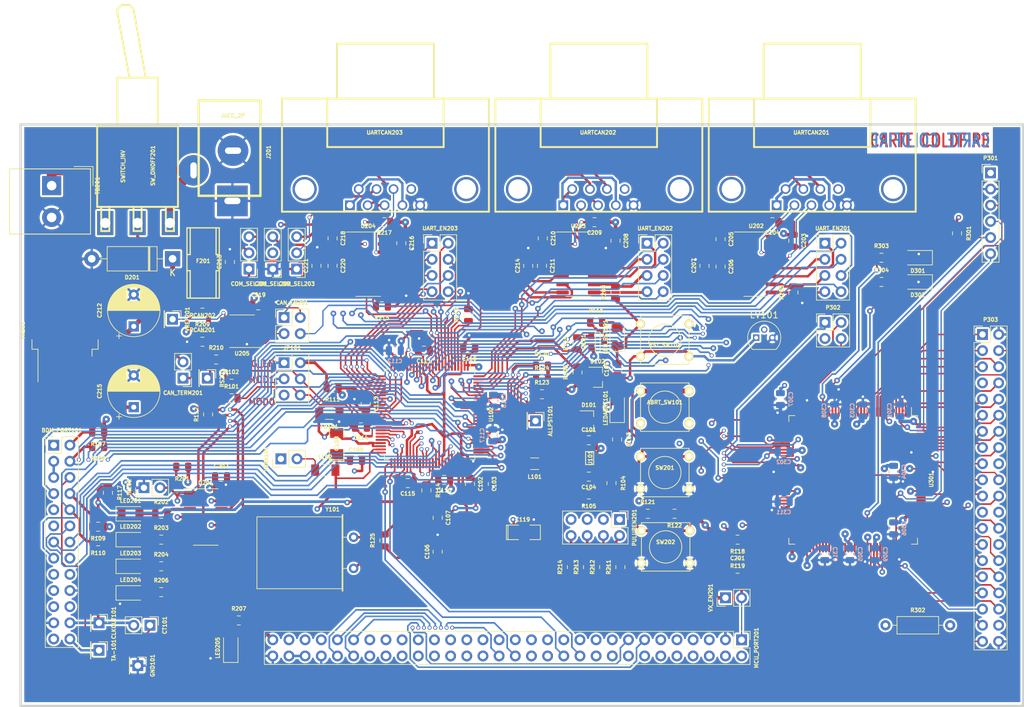
<source format=kicad_pcb>
(kicad_pcb (version 20191123) (host pcbnew "(5.99.0-564-g034b87dec-dirty)")
  (title_block (title "Demo Kicad") (date "2015-10-09") (rev "2"))
  (layers (0 "Top_layer" signal) (1 "GND_layer" power) (2 "VDD_layer" power) (31 "Bottom_layer" signal) (34 "B.Paste" user) (35 "F.Paste" user) (36 "B.SilkS" user) (37 "F.SilkS" user) (38 "B.Mask" user) (39 "F.Mask" user) (44 "Edge.Cuts" user))
  (net 0 "")
  (net 1 "/ALLPST")
  (net 2 "/AN2")
  (net 3 "/AN3")
  (net 4 "/AN4")
  (net 5 "/AN6")
  (net 6 "/BKPT-")
  (net 7 "/CLKIN/EXTAL")
  (net 8 "/CLKMOD0")
  (net 9 "/CLKMOD1")
  (net 10 "/DDAT0")
  (net 11 "/DDAT1")
  (net 12 "/DDAT2")
  (net 13 "/DDAT3")
  (net 14 "/DSCLK")
  (net 15 "/DSI")
  (net 16 "/DSO")
  (net 17 "/DTIN1")
  (net 18 "/GPT1")
  (net 19 "/GPT3")
  (net 20 "/IRQ-5")
  (net 21 "/IRQ-6")
  (net 22 "/IRQ-7")
  (net 23 "/JTAG_EN")
  (net 24 "/PST0")
  (net 25 "/PST1")
  (net 26 "/PST2")
  (net 27 "/PST3")
  (net 28 "/QSPI_CS3")
  (net 29 "/TCLK")
  (net 30 "/VDDPLL")
  (net 31 "/inout_user/CAN_H")
  (net 32 "/inout_user/CAN_L")
  (net 33 "/inout_user/CTS0")
  (net 34 "/inout_user/CTS1")
  (net 35 "/inout_user/CTS2/CANH")
  (net 36 "/inout_user/RTS0")
  (net 37 "/inout_user/RTS1")
  (net 38 "/inout_user/RTS2")
  (net 39 "/inout_user/RXD0")
  (net 40 "/inout_user/RXD1")
  (net 41 "/inout_user/RXD2")
  (net 42 "/inout_user/RxD_CAN")
  (net 43 "/inout_user/TXD0")
  (net 44 "/inout_user/TXD1")
  (net 45 "/inout_user/TXD2/CANL")
  (net 46 "/inout_user/TxD_CAN")
  (net 47 "/xilinx/+3,3V_OUT")
  (net 48 "/xilinx/LED_TEST1")
  (net 49 "/xilinx/LED_TEST2")
  (net 50 "/xilinx/TCK")
  (net 51 "/xilinx/TDI")
  (net 52 "/xilinx/TDO")
  (net 53 "/xilinx/TMS")
  (net 54 "/xilinx/XIL_D0")
  (net 55 "/xilinx/XIL_D1")
  (net 56 "/xilinx/XIL_D10")
  (net 57 "/xilinx/XIL_D11")
  (net 58 "/xilinx/XIL_D12")
  (net 59 "/xilinx/XIL_D13")
  (net 60 "/xilinx/XIL_D14")
  (net 61 "/xilinx/XIL_D15")
  (net 62 "/xilinx/XIL_D16")
  (net 63 "/xilinx/XIL_D17")
  (net 64 "/xilinx/XIL_D18")
  (net 65 "/xilinx/XIL_D19")
  (net 66 "/xilinx/XIL_D2")
  (net 67 "/xilinx/XIL_D20")
  (net 68 "/xilinx/XIL_D21")
  (net 69 "/xilinx/XIL_D22")
  (net 70 "/xilinx/XIL_D23")
  (net 71 "/xilinx/XIL_D24")
  (net 72 "/xilinx/XIL_D25")
  (net 73 "/xilinx/XIL_D26")
  (net 74 "/xilinx/XIL_D27")
  (net 75 "/xilinx/XIL_D28")
  (net 76 "/xilinx/XIL_D29")
  (net 77 "/xilinx/XIL_D3")
  (net 78 "/xilinx/XIL_D30")
  (net 79 "/xilinx/XIL_D31")
  (net 80 "/xilinx/XIL_D32")
  (net 81 "/xilinx/XIL_D33")
  (net 82 "/xilinx/XIL_D34")
  (net 83 "/xilinx/XIL_D35")
  (net 84 "/xilinx/XIL_D36")
  (net 85 "/xilinx/XIL_D4")
  (net 86 "/xilinx/XIL_D5")
  (net 87 "/xilinx/XIL_D6")
  (net 88 "/xilinx/XIL_D7")
  (net 89 "/xilinx/XIL_D8")
  (net 90 "/xilinx/XIL_D9")
  (net 91 "GND")
  (net 92 "GNDA")
  (net 93 "/AN0")
  (net 94 "/AN1")
  (net 95 "/QSPI_CS0")
  (net 96 "/AN5")
  (net 97 "/AN7")
  (net 98 "/IRQ-4")
  (net 99 "/DTIN0")
  (net 100 "/DTIN2")
  (net 101 "/DTIN3")
  (net 102 "/GPT0")
  (net 103 "/GPT2")
  (net 104 "+3.3V")
  (net 105 "/VCCA")
  (net 106 "/IRQ-1")
  (net 107 "/IRQ-2")
  (net 108 "/IRQ-3")
  (net 109 "/XTAL")
  (net 110 "/RCON-")
  (net 111 "/RSTO-")
  (net 112 "/RSTI-")
  (net 113 "/QSPI_CS1")
  (net 114 "/URTS1")
  (net 115 "/UCTS1")
  (net 116 "/QSPI_CLK")
  (net 117 "/DSPI_DOUT")
  (net 118 "/QSPI_DIN")
  (net 119 "/QSPI_CS2")
  (net 120 "/URXD1")
  (net 121 "/UTXD1")
  (net 122 "/PWM7")
  (net 123 "/PWM5")
  (net 124 "/PWM1")
  (net 125 "/PWM3")
  (net 126 "/URTS2")
  (net 127 "/UTXD2")
  (net 128 "/URXD2")
  (net 129 "/UCTS2")
  (net 130 "/CANRX")
  (net 131 "/CANTX")
  (net 132 "/URTS0")
  (net 133 "/UTXD0")
  (net 134 "/URXD0")
  (net 135 "/UCTS0")
  (net 136 "Net-(ABRT_SW101-Pad1)")
  (net 137 "Net-(BDM_PORT101-Pad26)")
  (net 138 "Net-(BDM_PORT101-Pad6)")
  (net 139 "Net-(C104-Pad1)")
  (net 140 "Net-(C105-Pad1)")
  (net 141 "Net-(C201-Pad2)")
  (net 142 "Net-(C204-Pad2)")
  (net 143 "Net-(C205-Pad2)")
  (net 144 "Net-(C205-Pad1)")
  (net 145 "Net-(C206-Pad2)")
  (net 146 "Net-(C206-Pad1)")
  (net 147 "Net-(C207-Pad1)")
  (net 148 "Net-(C209-Pad2)")
  (net 149 "Net-(C210-Pad2)")
  (net 150 "Net-(C210-Pad1)")
  (net 151 "Net-(C211-Pad2)")
  (net 152 "Net-(C211-Pad1)")
  (net 153 "Net-(C212-Pad1)")
  (net 154 "Net-(C214-Pad1)")
  (net 155 "Net-(C217-Pad2)")
  (net 156 "Net-(C218-Pad2)")
  (net 157 "Net-(C218-Pad1)")
  (net 158 "Net-(C220-Pad2)")
  (net 159 "Net-(C220-Pad1)")
  (net 160 "Net-(C221-Pad1)")
  (net 161 "Net-(CAN_TERM201-Pad2)")
  (net 162 "Net-(COM_SEL201-Pad3)")
  (net 163 "Net-(COM_SEL202-Pad3)")
  (net 164 "Net-(COM_SEL203-Pad3)")
  (net 165 "Net-(D101-Pad1)")
  (net 166 "Net-(D301-Pad2)")
  (net 167 "Net-(D302-Pad2)")
  (net 168 "Net-(F201-Pad1)")
  (net 169 "Net-(J201-Pad3)")
  (net 170 "Net-(L102-Pad1)")
  (net 171 "Net-(LED201-Pad2)")
  (net 172 "Net-(LED202-Pad2)")
  (net 173 "Net-(LED203-Pad2)")
  (net 174 "Net-(LED204-Pad2)")
  (net 175 "Net-(LED205-Pad2)")
  (net 176 "Net-(LEDABRT101-Pad1)")
  (net 177 "Net-(P302-Pad4)")
  (net 178 "Net-(P302-Pad2)")
  (net 179 "Net-(PULUPEN201-Pad8)")
  (net 180 "Net-(PULUPEN201-Pad6)")
  (net 181 "Net-(PULUPEN201-Pad4)")
  (net 182 "Net-(PULUPEN201-Pad2)")
  (net 183 "Net-(Q101-Pad3)")
  (net 184 "Net-(Q101-Pad2)")
  (net 185 "Net-(R113-Pad1)")
  (net 186 "Net-(R114-Pad1)")
  (net 187 "Net-(R202-Pad2)")
  (net 188 "Net-(R203-Pad2)")
  (net 189 "Net-(R204-Pad2)")
  (net 190 "Net-(R205-Pad2)")
  (net 191 "Net-(R206-Pad2)")
  (net 192 "Net-(R208-Pad2)")
  (net 193 "Net-(R210-Pad1)")
  (net 194 "Net-(R215-Pad2)")
  (net 195 "Net-(U202-Pad12)")
  (net 196 "Net-(U202-Pad11)")
  (net 197 "Net-(U202-Pad9)")
  (net 198 "Net-(U203-Pad12)")
  (net 199 "Net-(U203-Pad11)")
  (net 200 "Net-(U203-Pad9)")
  (net 201 "Net-(U204-Pad12)")
  (net 202 "Net-(U204-Pad10)")
  (net 203 "Net-(U204-Pad9)")
  (net 204 "Net-(U205-Pad5)")
  (net 205 "Net-(UARTCAN201-Pad1)")
  (net 206 "Net-(UARTCAN202-Pad1)")
  (net 207 "Net-(UARTCAN203-Pad1)")
  (net 208 "Net-(JP201-Pad2)")
  (net 209 "Net-(LED_RST101-Pad2)")
  (module "kit-dev-coldfire:FSUPCMS" (layer "Top_layer") (at 99.8 77.6 -90)
    (fp_text reference "F201" (at -0.25 0) (layer "F.SilkS") (effects (font (size 0.6 0.6))))
    (fp_text value "FUSE")
    (pad "2" smd rect (at 3.175 0) (size 3.556 4.191) (layers "Top_layer" "F.Paste" "F.Mask") (net 153 "Net-(C212-Pad1)"))
    (pad "1" smd rect (at -3.175 0) (size 3.556 4.191) (layers "Top_layer" "F.Paste" "F.Mask") (net 168 "Net-(F201-Pad1)"))
  )
  (module "Package_TO_SOT_THT:TO-92_Molded_Narrow" (layer "Top_layer") (at 186.69 89.408)
    (fp_text reference "LV101" (at 1.27 -3.56) (layer "F.SilkS"))
    (fp_text value "DS1818")
    (pad "1" thru_hole rect (at 0 0 90) (size 1 1) (drill 0.6) (layers *.Cu *.Mask) (net 140 "Net-(C105-Pad1)"))
    (pad "3" thru_hole circle (at 2.54 0 90) (size 1 1) (drill 0.6) (layers *.Cu *.Mask) (net 91 "GND"))
    (pad "2" thru_hole circle (at 1.27 -1.27 90) (size 1 1) (drill 0.6) (layers *.Cu *.Mask) (net 104 "+3.3V"))
  )
  (module "Resistor_SMD:R_0805_2012Metric" (layer "Top_layer") (at 218.25 73 -90)
    (fp_text reference "R301" (at 0 -1.85 -90) (layer "F.SilkS") (effects (font (size 0.6 0.6))))
    (fp_text value "4K7")
    (pad "2" smd roundrect (at 0.9375 0 270) (size 0.975 1.4) (layers "Top_layer" "F.Paste" "F.Mask") (net 50 "/xilinx/TCK"))
    (pad "1" smd roundrect (at -0.9375 0 270) (size 0.975 1.4) (layers "Top_layer" "F.Paste" "F.Mask") (net 104 "+3.3V"))
  )
  (module "Connector_PinHeader_2.54mm:PinHeader_2x02_P2.54mm_Vertical" (layer "Top_layer") (at 197.5 87)
    (fp_text reference "P302" (at 1.27 -2.33) (layer "F.SilkS") (effects (font (size 0.6 0.6))))
    (fp_text value "CONN_2X2")
    (pad "4" thru_hole oval (at 2.54 2.54) (size 1.7 1.7) (drill 1) (layers *.Cu *.Mask) (net 177 "Net-(P302-Pad4)"))
    (pad "3" thru_hole oval (at 0 2.54) (size 1.7 1.7) (drill 1) (layers *.Cu *.Mask) (net 114 "/URTS1"))
    (pad "2" thru_hole oval (at 2.54 0) (size 1.7 1.7) (drill 1) (layers *.Cu *.Mask) (net 178 "Net-(P302-Pad2)"))
    (pad "1" thru_hole rect (at 0 0) (size 1.7 1.7) (drill 1) (layers *.Cu *.Mask) (net 115 "/UCTS1"))
  )
  (module "Capacitor_SMD:C_0805_2012Metric" (layer "Bottom_layer") (at 191.008 115.189 180)
    (fp_text reference "C311" (at 0 -1.65) (layer "B.SilkS") (effects (font (size 0.6 0.6)) (justify mirror)))
    (fp_text value "100nF")
    (pad "2" smd roundrect (at 0.9375 0 180) (size 0.975 1.4) (layers "Bottom_layer" "B.Paste" "B.Mask") (net 91 "GND"))
    (pad "1" smd roundrect (at -0.9375 0 180) (size 0.975 1.4) (layers "Bottom_layer" "B.Paste" "B.Mask") (net 104 "+3.3V"))
  )
  (module "Capacitor_SMD:C_0805_2012Metric" (layer "Bottom_layer") (at 197.485 123.444 -90)
    (fp_text reference "C310" (at 0 -1.65 90) (layer "B.SilkS") (effects (font (size 0.6 0.6)) (justify mirror)))
    (fp_text value "100nF")
    (pad "2" smd roundrect (at 0.9375 0 270) (size 0.975 1.4) (layers "Bottom_layer" "B.Paste" "B.Mask") (net 91 "GND"))
    (pad "1" smd roundrect (at -0.9375 0 270) (size 0.975 1.4) (layers "Bottom_layer" "B.Paste" "B.Mask") (net 104 "+3.3V"))
  )
  (module "Capacitor_SMD:C_0805_2012Metric" (layer "Bottom_layer") (at 205.359 123.444 -90)
    (fp_text reference "C309" (at 0 -1.65 90) (layer "B.SilkS") (effects (font (size 0.6 0.6)) (justify mirror)))
    (fp_text value "100nF")
    (pad "2" smd roundrect (at 0.9375 0 270) (size 0.975 1.4) (layers "Bottom_layer" "B.Paste" "B.Mask") (net 91 "GND"))
    (pad "1" smd roundrect (at -0.9375 0 270) (size 0.975 1.4) (layers "Bottom_layer" "B.Paste" "B.Mask") (net 104 "+3.3V"))
  )
  (module "Capacitor_SMD:C_0805_2012Metric" (layer "Bottom_layer") (at 199.009 100.838 90)
    (fp_text reference "C308" (at 0 -1.65 90) (layer "B.SilkS") (effects (font (size 0.6 0.6)) (justify mirror)))
    (fp_text value "100nF")
    (pad "2" smd roundrect (at 0.9375 0 90) (size 0.975 1.4) (layers "Bottom_layer" "B.Paste" "B.Mask") (net 91 "GND"))
    (pad "1" smd roundrect (at -0.9375 0 90) (size 0.975 1.4) (layers "Bottom_layer" "B.Paste" "B.Mask") (net 104 "+3.3V"))
  )
  (module "Capacitor_SMD:C_0805_2012Metric" (layer "Bottom_layer") (at 190.5 99.06 -90)
    (fp_text reference "C307" (at 0 -1.65 90) (layer "B.SilkS") (effects (font (size 0.6 0.6)) (justify mirror)))
    (fp_text value "100nF")
    (pad "2" smd roundrect (at 0.9375 0 270) (size 0.975 1.4) (layers "Bottom_layer" "B.Paste" "B.Mask") (net 91 "GND"))
    (pad "1" smd roundrect (at -0.9375 0 270) (size 0.975 1.4) (layers "Bottom_layer" "B.Paste" "B.Mask") (net 104 "+3.3V"))
  )
  (module "Capacitor_SMD:C_0805_2012Metric" (layer "Bottom_layer") (at 208.28 119.38 -90)
    (fp_text reference "C306" (at 0 -1.65 90) (layer "B.SilkS") (effects (font (size 0.6 0.6)) (justify mirror)))
    (fp_text value "100nF")
    (pad "2" smd roundrect (at 0.9375 0 270) (size 0.975 1.4) (layers "Bottom_layer" "B.Paste" "B.Mask") (net 91 "GND"))
    (pad "1" smd roundrect (at -0.9375 0 270) (size 0.975 1.4) (layers "Bottom_layer" "B.Paste" "B.Mask") (net 104 "+3.3V"))
  )
  (module "Capacitor_SMD:C_0805_2012Metric" (layer "Bottom_layer") (at 201.422 123.444 -90)
    (fp_text reference "C305" (at 0 -1.65 90) (layer "B.SilkS") (effects (font (size 0.6 0.6)) (justify mirror)))
    (fp_text value "100nF")
    (pad "2" smd roundrect (at 0.9375 0 270) (size 0.975 1.4) (layers "Bottom_layer" "B.Paste" "B.Mask") (net 91 "GND"))
    (pad "1" smd roundrect (at -0.9375 0 270) (size 0.975 1.4) (layers "Bottom_layer" "B.Paste" "B.Mask") (net 104 "+3.3V"))
  )
  (module "Capacitor_SMD:C_0805_2012Metric" (layer "Bottom_layer") (at 208.28 110.49 -90)
    (fp_text reference "C304" (at 0 -1.65 90) (layer "B.SilkS") (effects (font (size 0.6 0.6)) (justify mirror)))
    (fp_text value "100nF")
    (pad "2" smd roundrect (at 0.9375 0 270) (size 0.975 1.4) (layers "Bottom_layer" "B.Paste" "B.Mask") (net 91 "GND"))
    (pad "1" smd roundrect (at -0.9375 0 270) (size 0.975 1.4) (layers "Bottom_layer" "B.Paste" "B.Mask") (net 104 "+3.3V"))
  )
  (module "Capacitor_SMD:C_0805_2012Metric" (layer "Bottom_layer") (at 203.454 100.838 90)
    (fp_text reference "C303" (at 0 -1.65 90) (layer "B.SilkS") (effects (font (size 0.6 0.6)) (justify mirror)))
    (fp_text value "100nF")
    (pad "2" smd roundrect (at 0.9375 0 90) (size 0.975 1.4) (layers "Bottom_layer" "B.Paste" "B.Mask") (net 91 "GND"))
    (pad "1" smd roundrect (at -0.9375 0 90) (size 0.975 1.4) (layers "Bottom_layer" "B.Paste" "B.Mask") (net 104 "+3.3V"))
  )
  (module "Capacitor_SMD:C_0805_2012Metric" (layer "Bottom_layer") (at 191.008 107.315 180)
    (fp_text reference "C302" (at 0 -1.65) (layer "B.SilkS") (effects (font (size 0.6 0.6)) (justify mirror)))
    (fp_text value "100nF")
    (pad "2" smd roundrect (at 0.9375 0 180) (size 0.975 1.4) (layers "Bottom_layer" "B.Paste" "B.Mask") (net 91 "GND"))
    (pad "1" smd roundrect (at -0.9375 0 180) (size 0.975 1.4) (layers "Bottom_layer" "B.Paste" "B.Mask") (net 104 "+3.3V"))
  )
  (module "Capacitor_SMD:C_0805_2012Metric" (layer "Bottom_layer") (at 209.296 100.838 90)
    (fp_text reference "C301" (at 0 -1.65 90) (layer "B.SilkS") (effects (font (size 0.6 0.6)) (justify mirror)))
    (fp_text value "100nF")
    (pad "2" smd roundrect (at 0.9375 0 90) (size 0.975 1.4) (layers "Bottom_layer" "B.Paste" "B.Mask") (net 91 "GND"))
    (pad "1" smd roundrect (at -0.9375 0 90) (size 0.975 1.4) (layers "Bottom_layer" "B.Paste" "B.Mask") (net 104 "+3.3V"))
  )
  (module "Capacitor_SMD:C_0805_2012Metric" (layer "Top_layer") (at 117.602 78.105 90)
    (fp_text reference "C221" (at 0 -1.65 90) (layer "F.SilkS") (effects (font (size 0.6 0.6))))
    (fp_text value "100nF")
    (pad "2" smd roundrect (at 0.9375 0 90) (size 0.975 1.4) (layers "Top_layer" "F.Paste" "F.Mask") (net 91 "GND"))
    (pad "1" smd roundrect (at -0.9375 0 90) (size 0.975 1.4) (layers "Top_layer" "F.Paste" "F.Mask") (net 160 "Net-(C221-Pad1)"))
  )
  (module "Capacitor_SMD:C_0805_2012Metric" (layer "Top_layer") (at 120.142 78.105 -90)
    (fp_text reference "C220" (at 0 -1.65 90) (layer "F.SilkS") (effects (font (size 0.6 0.6))))
    (fp_text value "100nF")
    (pad "2" smd roundrect (at 0.9375 0 270) (size 0.975 1.4) (layers "Top_layer" "F.Paste" "F.Mask") (net 158 "Net-(C220-Pad2)"))
    (pad "1" smd roundrect (at -0.9375 0 270) (size 0.975 1.4) (layers "Top_layer" "F.Paste" "F.Mask") (net 159 "Net-(C220-Pad1)"))
  )
  (module "Capacitor_SMD:C_0805_2012Metric" (layer "Top_layer") (at 108.458 84.328)
    (fp_text reference "C219" (at 0 -1.65) (layer "F.SilkS") (effects (font (size 0.6 0.6))))
    (fp_text value "100nF")
    (pad "2" smd roundrect (at 0.9375 0) (size 0.975 1.4) (layers "Top_layer" "F.Paste" "F.Mask") (net 91 "GND"))
    (pad "1" smd roundrect (at -0.9375 0) (size 0.975 1.4) (layers "Top_layer" "F.Paste" "F.Mask") (net 104 "+3.3V"))
  )
  (module "Capacitor_SMD:C_0805_2012Metric" (layer "Top_layer") (at 120.142 73.787 -90)
    (fp_text reference "C218" (at 0 -1.65 90) (layer "F.SilkS") (effects (font (size 0.6 0.6))))
    (fp_text value "100nF")
    (pad "2" smd roundrect (at 0.9375 0 270) (size 0.975 1.4) (layers "Top_layer" "F.Paste" "F.Mask") (net 156 "Net-(C218-Pad2)"))
    (pad "1" smd roundrect (at -0.9375 0 270) (size 0.975 1.4) (layers "Top_layer" "F.Paste" "F.Mask") (net 157 "Net-(C218-Pad1)"))
  )
  (module "Capacitor_SMD:C_0805_2012Metric" (layer "Top_layer") (at 128.27 71.247 180)
    (fp_text reference "C217" (at 0 -1.65) (layer "F.SilkS") (effects (font (size 0.6 0.6))))
    (fp_text value "100nF")
    (pad "2" smd roundrect (at 0.9375 0 180) (size 0.975 1.4) (layers "Top_layer" "F.Paste" "F.Mask") (net 155 "Net-(C217-Pad2)"))
    (pad "1" smd roundrect (at -0.9375 0 180) (size 0.975 1.4) (layers "Top_layer" "F.Paste" "F.Mask") (net 104 "+3.3V"))
  )
  (module "Capacitor_SMD:C_0805_2012Metric" (layer "Top_layer") (at 130.937 74.549 -90)
    (fp_text reference "C216" (at 0 -1.65 90) (layer "F.SilkS") (effects (font (size 0.6 0.6))))
    (fp_text value "100nF")
    (pad "2" smd roundrect (at 0.9375 0 270) (size 0.975 1.4) (layers "Top_layer" "F.Paste" "F.Mask") (net 91 "GND"))
    (pad "1" smd roundrect (at -0.9375 0 270) (size 0.975 1.4) (layers "Top_layer" "F.Paste" "F.Mask") (net 104 "+3.3V"))
  )
  (module "Capacitor_SMD:C_0805_2012Metric" (layer "Top_layer") (at 150.876 78.105 90)
    (fp_text reference "C214" (at 0 -1.65 90) (layer "F.SilkS") (effects (font (size 0.6 0.6))))
    (fp_text value "100nF")
    (pad "2" smd roundrect (at 0.9375 0 90) (size 0.975 1.4) (layers "Top_layer" "F.Paste" "F.Mask") (net 91 "GND"))
    (pad "1" smd roundrect (at -0.9375 0 90) (size 0.975 1.4) (layers "Top_layer" "F.Paste" "F.Mask") (net 154 "Net-(C214-Pad1)"))
  )
  (module "Capacitor_SMD:C_0805_2012Metric" (layer "Top_layer") (at 104 77.5 90)
    (fp_text reference "C213" (at 0 -1.65 90) (layer "F.SilkS") (effects (font (size 0.6 0.6))))
    (fp_text value "100nF")
    (pad "2" smd roundrect (at 0.9375 0 90) (size 0.975 1.4) (layers "Top_layer" "F.Paste" "F.Mask") (net 91 "GND"))
    (pad "1" smd roundrect (at -0.9375 0 90) (size 0.975 1.4) (layers "Top_layer" "F.Paste" "F.Mask") (net 153 "Net-(C212-Pad1)"))
  )
  (module "Capacitor_SMD:C_0805_2012Metric" (layer "Top_layer") (at 153.035 78.105 -90)
    (fp_text reference "C211" (at 0 -1.65 90) (layer "F.SilkS") (effects (font (size 0.6 0.6))))
    (fp_text value "100nF")
    (pad "2" smd roundrect (at 0.9375 0 270) (size 0.975 1.4) (layers "Top_layer" "F.Paste" "F.Mask") (net 151 "Net-(C211-Pad2)"))
    (pad "1" smd roundrect (at -0.9375 0 270) (size 0.975 1.4) (layers "Top_layer" "F.Paste" "F.Mask") (net 152 "Net-(C211-Pad1)"))
  )
  (module "Capacitor_SMD:C_0805_2012Metric" (layer "Top_layer") (at 153.162 73.787 -90)
    (fp_text reference "C210" (at 0 -1.65 90) (layer "F.SilkS") (effects (font (size 0.6 0.6))))
    (fp_text value "100nF")
    (pad "2" smd roundrect (at 0.9375 0 270) (size 0.975 1.4) (layers "Top_layer" "F.Paste" "F.Mask") (net 149 "Net-(C210-Pad2)"))
    (pad "1" smd roundrect (at -0.9375 0 270) (size 0.975 1.4) (layers "Top_layer" "F.Paste" "F.Mask") (net 150 "Net-(C210-Pad1)"))
  )
  (module "Capacitor_SMD:C_0805_2012Metric" (layer "Top_layer") (at 161.29 71.247 180)
    (fp_text reference "C209" (at 0 -1.65) (layer "F.SilkS") (effects (font (size 0.6 0.6))))
    (fp_text value "100nF")
    (pad "2" smd roundrect (at 0.9375 0 180) (size 0.975 1.4) (layers "Top_layer" "F.Paste" "F.Mask") (net 148 "Net-(C209-Pad2)"))
    (pad "1" smd roundrect (at -0.9375 0 180) (size 0.975 1.4) (layers "Top_layer" "F.Paste" "F.Mask") (net 104 "+3.3V"))
  )
  (module "Capacitor_SMD:C_0805_2012Metric" (layer "Top_layer") (at 164.592 74.168 -90)
    (fp_text reference "C208" (at 0 -1.65 90) (layer "F.SilkS") (effects (font (size 0.6 0.6))))
    (fp_text value "100nF")
    (pad "2" smd roundrect (at 0.9375 0 270) (size 0.975 1.4) (layers "Top_layer" "F.Paste" "F.Mask") (net 91 "GND"))
    (pad "1" smd roundrect (at -0.9375 0 270) (size 0.975 1.4) (layers "Top_layer" "F.Paste" "F.Mask") (net 104 "+3.3V"))
  )
  (module "Capacitor_SMD:C_0805_2012Metric" (layer "Top_layer") (at 178.562 78.105 90)
    (fp_text reference "C207" (at 0 -1.65 90) (layer "F.SilkS") (effects (font (size 0.6 0.6))))
    (fp_text value "100nF")
    (pad "2" smd roundrect (at 0.9375 0 90) (size 0.975 1.4) (layers "Top_layer" "F.Paste" "F.Mask") (net 91 "GND"))
    (pad "1" smd roundrect (at -0.9375 0 90) (size 0.975 1.4) (layers "Top_layer" "F.Paste" "F.Mask") (net 147 "Net-(C207-Pad1)"))
  )
  (module "Capacitor_SMD:C_0805_2012Metric" (layer "Top_layer") (at 181.102 78.232 -90)
    (fp_text reference "C206" (at 0 -1.65 90) (layer "F.SilkS") (effects (font (size 0.6 0.6))))
    (fp_text value "100nF")
    (pad "2" smd roundrect (at 0.9375 0 270) (size 0.975 1.4) (layers "Top_layer" "F.Paste" "F.Mask") (net 145 "Net-(C206-Pad2)"))
    (pad "1" smd roundrect (at -0.9375 0 270) (size 0.975 1.4) (layers "Top_layer" "F.Paste" "F.Mask") (net 146 "Net-(C206-Pad1)"))
  )
  (module "Capacitor_SMD:C_0805_2012Metric" (layer "Top_layer") (at 181.102 73.914 -90)
    (fp_text reference "C205" (at 0 -1.65 90) (layer "F.SilkS") (effects (font (size 0.6 0.6))))
    (fp_text value "100nF")
    (pad "2" smd roundrect (at 0.9375 0 270) (size 0.975 1.4) (layers "Top_layer" "F.Paste" "F.Mask") (net 143 "Net-(C205-Pad2)"))
    (pad "1" smd roundrect (at -0.9375 0 270) (size 0.975 1.4) (layers "Top_layer" "F.Paste" "F.Mask") (net 144 "Net-(C205-Pad1)"))
  )
  (module "Capacitor_SMD:C_0805_2012Metric" (layer "Top_layer") (at 189.23 71.247 180)
    (fp_text reference "C204" (at 0 -1.65) (layer "F.SilkS") (effects (font (size 0.6 0.6))))
    (fp_text value "100nF")
    (pad "2" smd roundrect (at 0.9375 0 180) (size 0.975 1.4) (layers "Top_layer" "F.Paste" "F.Mask") (net 142 "Net-(C204-Pad2)"))
    (pad "1" smd roundrect (at -0.9375 0 180) (size 0.975 1.4) (layers "Top_layer" "F.Paste" "F.Mask") (net 104 "+3.3V"))
  )
  (module "Capacitor_SMD:C_0805_2012Metric" (layer "Top_layer") (at 192.532 74.168 -90)
    (fp_text reference "C203" (at 0 -1.65 90) (layer "F.SilkS") (effects (font (size 0.6 0.6))))
    (fp_text value "100nF")
    (pad "2" smd roundrect (at 0.9375 0 270) (size 0.975 1.4) (layers "Top_layer" "F.Paste" "F.Mask") (net 91 "GND"))
    (pad "1" smd roundrect (at -0.9375 0 270) (size 0.975 1.4) (layers "Top_layer" "F.Paste" "F.Mask") (net 104 "+3.3V"))
  )
  (module "Capacitor_SMD:C_0805_2012Metric" (layer "Top_layer") (at 102.616 111.252)
    (fp_text reference "C202" (at 0 -1.65) (layer "F.SilkS") (effects (font (size 0.6 0.6))))
    (fp_text value "100nF")
    (pad "2" smd roundrect (at 0.9375 0) (size 0.975 1.4) (layers "Top_layer" "F.Paste" "F.Mask") (net 91 "GND"))
    (pad "1" smd roundrect (at -0.9375 0) (size 0.975 1.4) (layers "Top_layer" "F.Paste" "F.Mask") (net 104 "+3.3V"))
  )
  (module "Capacitor_SMD:C_0805_2012Metric" (layer "Top_layer") (at 183.769 125.73)
    (fp_text reference "C201" (at 0 -1.65) (layer "F.SilkS") (effects (font (size 0.6 0.6))))
    (fp_text value "100nF")
    (pad "2" smd roundrect (at 0.9375 0) (size 0.975 1.4) (layers "Top_layer" "F.Paste" "F.Mask") (net 141 "Net-(C201-Pad2)"))
    (pad "1" smd roundrect (at -0.9375 0) (size 0.975 1.4) (layers "Top_layer" "F.Paste" "F.Mask") (net 91 "GND"))
  )
  (module "Capacitor_SMD:C_0805_2012Metric" (layer "Bottom_layer") (at 145.415 99.314 -90)
    (fp_text reference "C118" (at 0 -1.65 90) (layer "B.SilkS") (effects (font (size 0.6 0.6)) (justify mirror)))
    (fp_text value "100nF")
    (pad "2" smd roundrect (at 0.9375 0 270) (size 0.975 1.4) (layers "Bottom_layer" "B.Paste" "B.Mask") (net 91 "GND"))
    (pad "1" smd roundrect (at -0.9375 0 270) (size 0.975 1.4) (layers "Bottom_layer" "B.Paste" "B.Mask") (net 104 "+3.3V"))
  )
  (module "Capacitor_SMD:C_0805_2012Metric" (layer "Bottom_layer") (at 145.288 104.775 90)
    (fp_text reference "C117" (at 0 -1.65 90) (layer "B.SilkS") (effects (font (size 0.6 0.6)) (justify mirror)))
    (fp_text value "100nF")
    (pad "2" smd roundrect (at 0.9375 0 90) (size 0.975 1.4) (layers "Bottom_layer" "B.Paste" "B.Mask") (net 91 "GND"))
    (pad "1" smd roundrect (at -0.9375 0 90) (size 0.975 1.4) (layers "Bottom_layer" "B.Paste" "B.Mask") (net 104 "+3.3V"))
  )
  (module "Capacitor_SMD:C_0805_2012Metric" (layer "Top_layer") (at 137.668 111.76 180)
    (fp_text reference "C116" (at 0 -1.65) (layer "F.SilkS") (effects (font (size 0.6 0.6))))
    (fp_text value "100nF")
    (pad "2" smd roundrect (at 0.9375 0 180) (size 0.975 1.4) (layers "Top_layer" "F.Paste" "F.Mask") (net 91 "GND"))
    (pad "1" smd roundrect (at -0.9375 0 180) (size 0.975 1.4) (layers "Top_layer" "F.Paste" "F.Mask") (net 104 "+3.3V"))
  )
  (module "Capacitor_SMD:C_0805_2012Metric" (layer "Top_layer") (at 131.953 112.268 180)
    (fp_text reference "C115" (at 0 -1.65) (layer "F.SilkS") (effects (font (size 0.6 0.6))))
    (fp_text value "100nF")
    (pad "2" smd roundrect (at 0.9375 0 180) (size 0.975 1.4) (layers "Top_layer" "F.Paste" "F.Mask") (net 91 "GND"))
    (pad "1" smd roundrect (at -0.9375 0 180) (size 0.975 1.4) (layers "Top_layer" "F.Paste" "F.Mask") (net 104 "+3.3V"))
  )
  (module "Capacitor_SMD:C_0805_2012Metric" (layer "Top_layer") (at 124.587 103.505 180)
    (fp_text reference "C114" (at 0 -1.65) (layer "F.SilkS") (effects (font (size 0.6 0.6))))
    (fp_text value "100nF")
    (pad "2" smd roundrect (at 0.9375 0 180) (size 0.975 1.4) (layers "Top_layer" "F.Paste" "F.Mask") (net 91 "GND"))
    (pad "1" smd roundrect (at -0.9375 0 180) (size 0.975 1.4) (layers "Top_layer" "F.Paste" "F.Mask") (net 104 "+3.3V"))
  )
  (module "Capacitor_SMD:C_0805_2012Metric" (layer "Top_layer") (at 125.349 99.822 -90)
    (fp_text reference "C113" (at 0 -1.65 90) (layer "F.SilkS") (effects (font (size 0.6 0.6))))
    (fp_text value "100nF")
    (pad "2" smd roundrect (at 0.9375 0 270) (size 0.975 1.4) (layers "Top_layer" "F.Paste" "F.Mask") (net 91 "GND"))
    (pad "1" smd roundrect (at -0.9375 0 270) (size 0.975 1.4) (layers "Top_layer" "F.Paste" "F.Mask") (net 104 "+3.3V"))
  )
  (module "Capacitor_SMD:C_0805_2012Metric" (layer "Bottom_layer") (at 129.921 91.44 180)
    (fp_text reference "C112" (at 0 -1.65) (layer "B.SilkS") (effects (font (size 0.6 0.6)) (justify mirror)))
    (fp_text value "100nF")
    (pad "2" smd roundrect (at 0.9375 0 180) (size 0.975 1.4) (layers "Bottom_layer" "B.Paste" "B.Mask") (net 91 "GND"))
    (pad "1" smd roundrect (at -0.9375 0 180) (size 0.975 1.4) (layers "Bottom_layer" "B.Paste" "B.Mask") (net 104 "+3.3V"))
  )
  (module "Capacitor_SMD:C_0805_2012Metric" (layer "Top_layer") (at 134.493 91.44 180)
    (fp_text reference "C111" (at 0 -1.65) (layer "F.SilkS") (effects (font (size 0.6 0.6))))
    (fp_text value "100nF")
    (pad "2" smd roundrect (at 0.9375 0 180) (size 0.975 1.4) (layers "Top_layer" "F.Paste" "F.Mask") (net 91 "GND"))
    (pad "1" smd roundrect (at -0.9375 0 180) (size 0.975 1.4) (layers "Top_layer" "F.Paste" "F.Mask") (net 104 "+3.3V"))
  )
  (module "Capacitor_SMD:C_0805_2012Metric" (layer "Top_layer") (at 141.605 91.059 180)
    (fp_text reference "C110" (at 0 -1.65) (layer "F.SilkS") (effects (font (size 0.6 0.6))))
    (fp_text value "100nF")
    (pad "2" smd roundrect (at 0.9375 0 180) (size 0.975 1.4) (layers "Top_layer" "F.Paste" "F.Mask") (net 91 "GND"))
    (pad "1" smd roundrect (at -0.9375 0 180) (size 0.975 1.4) (layers "Top_layer" "F.Paste" "F.Mask") (net 104 "+3.3V"))
  )
  (module "Capacitor_SMD:C_0805_2012Metric" (layer "Top_layer") (at 123.825 108.712)
    (fp_text reference "C109" (at 0 -1.65) (layer "F.SilkS") (effects (font (size 0.6 0.6))))
    (fp_text value "100nF")
    (pad "2" smd roundrect (at 0.9375 0) (size 0.975 1.4) (layers "Top_layer" "F.Paste" "F.Mask") (net 92 "GNDA"))
    (pad "1" smd roundrect (at -0.9375 0) (size 0.975 1.4) (layers "Top_layer" "F.Paste" "F.Mask") (net 105 "/VCCA"))
  )
  (module "Capacitor_SMD:C_0805_2012Metric" (layer "Top_layer") (at 136.652 117.729 -90)
    (fp_text reference "C107" (at 0 -1.65 90) (layer "F.SilkS") (effects (font (size 0.6 0.6))))
    (fp_text value "10pF")
    (pad "2" smd roundrect (at 0.9375 0 270) (size 0.975 1.4) (layers "Top_layer" "F.Paste" "F.Mask") (net 91 "GND"))
    (pad "1" smd roundrect (at -0.9375 0 270) (size 0.975 1.4) (layers "Top_layer" "F.Paste" "F.Mask") (net 7 "/CLKIN/EXTAL"))
  )
  (module "Capacitor_SMD:C_0805_2012Metric" (layer "Top_layer") (at 136.652 123.063 90)
    (fp_text reference "C106" (at 0 -1.65 90) (layer "F.SilkS") (effects (font (size 0.6 0.6))))
    (fp_text value "10pF")
    (pad "2" smd roundrect (at 0.9375 0 90) (size 0.975 1.4) (layers "Top_layer" "F.Paste" "F.Mask") (net 91 "GND"))
    (pad "1" smd roundrect (at -0.9375 0 90) (size 0.975 1.4) (layers "Top_layer" "F.Paste" "F.Mask") (net 109 "/XTAL"))
  )
  (module "Capacitor_SMD:C_0805_2012Metric" (layer "Top_layer") (at 164.846 94.361 90)
    (fp_text reference "C105" (at 0 -1.65 90) (layer "F.SilkS") (effects (font (size 0.6 0.6))))
    (fp_text value "1nF")
    (pad "2" smd roundrect (at 0.9375 0 90) (size 0.975 1.4) (layers "Top_layer" "F.Paste" "F.Mask") (net 91 "GND"))
    (pad "1" smd roundrect (at -0.9375 0 90) (size 0.975 1.4) (layers "Top_layer" "F.Paste" "F.Mask") (net 140 "Net-(C105-Pad1)"))
  )
  (module "Capacitor_SMD:C_0805_2012Metric" (layer "Top_layer") (at 160.401 111.252 180)
    (fp_text reference "C104" (at 0 -1.65) (layer "F.SilkS") (effects (font (size 0.6 0.6))))
    (fp_text value "100nF")
    (pad "2" smd roundrect (at 0.9375 0 180) (size 0.975 1.4) (layers "Top_layer" "F.Paste" "F.Mask") (net 91 "GND"))
    (pad "1" smd roundrect (at -0.9375 0 180) (size 0.975 1.4) (layers "Top_layer" "F.Paste" "F.Mask") (net 139 "Net-(C104-Pad1)"))
  )
  (module "Capacitor_SMD:C_0805_2012Metric" (layer "Top_layer") (at 143.891 112.395 -90)
    (fp_text reference "C103" (at 0 -1.65 90) (layer "F.SilkS") (effects (font (size 0.6 0.6))))
    (fp_text value "100nF")
    (pad "2" smd roundrect (at 0.9375 0 270) (size 0.975 1.4) (layers "Top_layer" "F.Paste" "F.Mask") (net 91 "GND"))
    (pad "1" smd roundrect (at -0.9375 0 270) (size 0.975 1.4) (layers "Top_layer" "F.Paste" "F.Mask") (net 30 "/VDDPLL"))
  )
  (module "Capacitor_SMD:C_0805_2012Metric" (layer "Top_layer") (at 141.732 112.395 -90)
    (fp_text reference "C102" (at 0 -1.65 90) (layer "F.SilkS") (effects (font (size 0.6 0.6))))
    (fp_text value "1nF")
    (pad "2" smd roundrect (at 0.9375 0 270) (size 0.975 1.4) (layers "Top_layer" "F.Paste" "F.Mask") (net 91 "GND"))
    (pad "1" smd roundrect (at -0.9375 0 270) (size 0.975 1.4) (layers "Top_layer" "F.Paste" "F.Mask") (net 30 "/VDDPLL"))
  )
  (module "Capacitor_SMD:C_0805_2012Metric" (layer "Top_layer") (at 160.401 105.537)
    (fp_text reference "C101" (at 0 -1.65) (layer "F.SilkS") (effects (font (size 0.6 0.6))))
    (fp_text value "100nF")
    (pad "2" smd roundrect (at 0.9375 0) (size 0.975 1.4) (layers "Top_layer" "F.Paste" "F.Mask") (net 104 "+3.3V"))
    (pad "1" smd roundrect (at -0.9375 0) (size 0.975 1.4) (layers "Top_layer" "F.Paste" "F.Mask") (net 91 "GND"))
  )
  (module "kit-dev-coldfire:SM1206POL" (layer "Top_layer") (at 150.241 120.015)
    (fp_text reference "C119" (at -0.241 -2.015) (layer "F.SilkS") (effects (font (size 0.6 0.6))))
    (fp_text value "100uF" hide)
    (pad "2" smd rect (at 1.651 0) (size 1.524 2.032) (layers "Top_layer" "F.Paste" "F.Mask") (net 91 "GND"))
    (pad "1" smd rect (at -1.651 0) (size 1.524 2.032) (layers "Top_layer" "F.Paste" "F.Mask") (net 104 "+3.3V"))
  )
  (module "kit-dev-coldfire:SM1206POL" (layer "Top_layer") (at 120.777 106.045 90)
    (fp_text reference "C108" (at 0 0 90) (layer "F.SilkS") (effects (font (size 0.6 0.6))))
    (fp_text value "10uF" hide)
    (pad "2" smd rect (at 1.651 0 90) (size 1.524 2.032) (layers "Top_layer" "F.Paste" "F.Mask") (net 92 "GNDA"))
    (pad "1" smd rect (at -1.651 0 90) (size 1.524 2.032) (layers "Top_layer" "F.Paste" "F.Mask") (net 105 "/VCCA"))
  )
  (module "LED_SMD:LED_1206_3216Metric" (layer "Top_layer") (at 164.846 89.281 90)
    (fp_text reference "LED_RST101" (at 0 -1.82 90) (layer "F.SilkS") (effects (font (size 0.6 0.6))))
    (fp_text value "LED_RED")
    (pad "2" smd roundrect (at 1.4 0 90) (size 1.25 1.75) (layers "Top_layer" "F.Paste" "F.Mask") (roundrect_rratio 0.2) (net 209 "Net-(LED_RST101-Pad2)"))
    (pad "1" smd roundrect (at -1.4 0 90) (size 1.25 1.75) (layers "Top_layer" "F.Paste" "F.Mask") (roundrect_rratio 0.2) (net 91 "GND"))
  )
  (module "Connector_PinHeader_2.54mm:PinHeader_1x02_P2.54mm_Vertical" (layer "Top_layer") (at 90.5 113 90)
    (fp_text reference "JP201" (at 0 -2.33 90) (layer "F.SilkS") (effects (font (size 0.6 0.6))))
    (fp_text value "JUMPER")
    (pad "2" thru_hole oval (at 0 2.54 90) (size 1.7 1.7) (drill 1) (layers *.Cu *.Mask) (net 208 "Net-(JP201-Pad2)"))
    (pad "1" thru_hole rect (at 0 0 90) (size 1.7 1.7) (drill 1) (layers *.Cu *.Mask) (net 91 "GND"))
  )
  (module "LED_SMD:LED_1206_3216Metric" (layer "Top_layer") (at 164.846 100.457 90)
    (fp_text reference "LEDABRT101" (at 0 -1.82 90) (layer "F.SilkS") (effects (font (size 0.6 0.6))))
    (fp_text value "LED_RED")
    (pad "2" smd roundrect (at 1.4 0 90) (size 1.25 1.75) (layers "Top_layer" "F.Paste" "F.Mask") (roundrect_rratio 0.2) (net 104 "+3.3V"))
    (pad "1" smd roundrect (at -1.4 0 90) (size 1.25 1.75) (layers "Top_layer" "F.Paste" "F.Mask") (roundrect_rratio 0.2) (net 176 "Net-(LEDABRT101-Pad1)"))
  )
  (module "Connector_PinHeader_2.54mm:PinHeader_2x03_P2.54mm_Vertical" (layer "Top_layer") (at 112.522 93.345)
    (fp_text reference "JP101" (at 1.27 -2.33) (layer "F.SilkS") (effects (font (size 0.6 0.6))))
    (fp_text value "JUMPER_TRIPLE")
    (pad "6" thru_hole oval (at 2.54 5.08) (size 1.7 1.7) (drill 1) (layers *.Cu *.Mask) (net 8 "/CLKMOD0"))
    (pad "5" thru_hole oval (at 0 5.08) (size 1.7 1.7) (drill 1) (layers *.Cu *.Mask) (net 91 "GND"))
    (pad "4" thru_hole oval (at 2.54 2.54) (size 1.7 1.7) (drill 1) (layers *.Cu *.Mask) (net 9 "/CLKMOD1"))
    (pad "3" thru_hole oval (at 0 2.54) (size 1.7 1.7) (drill 1) (layers *.Cu *.Mask) (net 91 "GND"))
    (pad "2" thru_hole oval (at 2.54 0) (size 1.7 1.7) (drill 1) (layers *.Cu *.Mask) (net 23 "/JTAG_EN"))
    (pad "1" thru_hole rect (at 0 0) (size 1.7 1.7) (drill 1) (layers *.Cu *.Mask) (net 91 "GND"))
  )
  (module "TerminalBlock_Altech:Altech_AK300_1x02_P5.00mm_45-Degree" (layer "Top_layer") (at 76 65.5 -90)
    (fp_text reference "TB201" (at 0 -7.2 90) (layer "F.SilkS") (effects (font (size 0.6 0.6))))
    (fp_text value "CONN_2")
    (pad "2" thru_hole circle (at 5 0 270) (size 3 3) (drill 1.5) (layers *.Cu *.Mask) (net 91 "GND"))
    (pad "1" thru_hole rect (at 0 0 270) (size 3 3) (drill 1.5) (layers *.Cu *.Mask) (net 169 "Net-(J201-Pad3)"))
  )
  (module "kit-dev-coldfire:SW_SPDT" (layer "Top_layer") (at 89.5 71.374 90)
    (fp_text reference "SW_ONOFF201" (at 9.017 2.413 270) (layer "F.SilkS") (effects (font (size 0.6 0.6))))
    (fp_text value "SWITCH_INV" (at 8.89 -2.286 270) (layer "F.SilkS") (effects (font (size 0.6 0.6))))
    (pad "3" thru_hole rect (at 0 5.08 90) (size 3.81 2.54) (drill 1.6) (layers *.Cu *.Mask) (net 169 "Net-(J201-Pad3)"))
    (pad "1" thru_hole rect (at 0 -5.08 90) (size 3.81 2.54) (drill 1.6) (layers *.Cu *.Mask))
    (pad "2" thru_hole rect (at 0 0 90) (size 3.81 2.54) (drill 1.6) (layers *.Cu *.Mask) (net 168 "Net-(F201-Pad1)"))
  )
  (module "kit-dev-coldfire:JACK_ALIM" (layer "Top_layer") (at 104.5 60 -90)
    (fp_text reference "J201" (at 0.254 -5.588 90) (layer "F.SilkS") (effects (font (size 0.6 0.6))))
    (fp_text value "JACK_2P" (at -5.5 0) (layer "F.SilkS") (effects (font (size 0.6 0.6))))
    (pad "3" thru_hole circle (at 3.1 6.2 270) (size 4.8006 4.8006) (drill oval 2.54 1.016) (layers *.Cu *.Mask) (net 169 "Net-(J201-Pad3)"))
    (pad "1" thru_hole rect (at 7.9 0.1 270) (size 4.8006 4.8006) (drill oval 1.016 2.54) (layers *.Cu *.Mask) (net 91 "GND"))
    (pad "2" thru_hole circle (at 0 0 270) (size 4.8006 4.8006) (drill oval 1.016 2.54) (layers *.Cu *.Mask) (net 91 "GND"))
  )
  (module "kit-dev-coldfire:DB9FC" (layer "Top_layer") (at 128.316 67.31)
    (fp_text reference "UARTCAN203" (at 0 -10.16) (layer "F.SilkS") (effects (font (size 0.6 0.6))))
    (fp_text value "DB9")
    (pad "9" thru_hole circle (at 4.191 -1.27) (size 1.524 1.524) (drill 1.016) (layers *.Cu *.Mask))
    (pad "8" thru_hole circle (at 1.397 -1.27) (size 1.524 1.524) (drill 1.016) (layers *.Cu *.Mask) (net 38 "/inout_user/RTS2"))
    (pad "7" thru_hole circle (at -1.27 -1.27) (size 1.524 1.524) (drill 1.016) (layers *.Cu *.Mask) (net 35 "/inout_user/CTS2/CANH"))
    (pad "6" thru_hole circle (at -4.064 -1.27) (size 1.524 1.524) (drill 1.016) (layers *.Cu *.Mask) (net 207 "Net-(UARTCAN203-Pad1)"))
    (pad "5" thru_hole circle (at 5.588 1.27) (size 1.524 1.524) (drill 1.016) (layers *.Cu *.Mask) (net 91 "GND"))
    (pad "4" thru_hole circle (at 2.794 1.27) (size 1.524 1.524) (drill 1.016) (layers *.Cu *.Mask) (net 207 "Net-(UARTCAN203-Pad1)"))
    (pad "3" thru_hole circle (at 0 1.27) (size 1.524 1.524) (drill 1.016) (layers *.Cu *.Mask) (net 41 "/inout_user/RXD2"))
    (pad "2" thru_hole circle (at -2.667 1.27) (size 1.524 1.524) (drill 1.016) (layers *.Cu *.Mask) (net 45 "/inout_user/TXD2/CANL"))
    (pad "1" thru_hole rect (at -5.461 1.27) (size 1.524 1.524) (drill 1.016) (layers *.Cu *.Mask) (net 207 "Net-(UARTCAN203-Pad1)"))
    (pad "" thru_hole circle (at -12.573 -1.27) (size 3.81 3.81) (drill 3.048) (layers *.Cu *.Mask))
    (pad "" thru_hole circle (at 12.827 -1.27) (size 3.81 3.81) (drill 3.048) (layers *.Cu *.Mask))
  )
  (module "kit-dev-coldfire:DB9FC" (layer "Top_layer") (at 161.844 67.31)
    (fp_text reference "UARTCAN202" (at 0 -10.16) (layer "F.SilkS") (effects (font (size 0.6 0.6))))
    (fp_text value "DB9")
    (pad "9" thru_hole circle (at 4.191 -1.27) (size 1.524 1.524) (drill 1.016) (layers *.Cu *.Mask))
    (pad "8" thru_hole circle (at 1.397 -1.27) (size 1.524 1.524) (drill 1.016) (layers *.Cu *.Mask) (net 37 "/inout_user/RTS1"))
    (pad "7" thru_hole circle (at -1.27 -1.27) (size 1.524 1.524) (drill 1.016) (layers *.Cu *.Mask) (net 34 "/inout_user/CTS1"))
    (pad "6" thru_hole circle (at -4.064 -1.27) (size 1.524 1.524) (drill 1.016) (layers *.Cu *.Mask) (net 206 "Net-(UARTCAN202-Pad1)"))
    (pad "5" thru_hole circle (at 5.588 1.27) (size 1.524 1.524) (drill 1.016) (layers *.Cu *.Mask) (net 91 "GND"))
    (pad "4" thru_hole circle (at 2.794 1.27) (size 1.524 1.524) (drill 1.016) (layers *.Cu *.Mask) (net 206 "Net-(UARTCAN202-Pad1)"))
    (pad "3" thru_hole circle (at 0 1.27) (size 1.524 1.524) (drill 1.016) (layers *.Cu *.Mask) (net 40 "/inout_user/RXD1"))
    (pad "2" thru_hole circle (at -2.667 1.27) (size 1.524 1.524) (drill 1.016) (layers *.Cu *.Mask) (net 44 "/inout_user/TXD1"))
    (pad "1" thru_hole rect (at -5.461 1.27) (size 1.524 1.524) (drill 1.016) (layers *.Cu *.Mask) (net 206 "Net-(UARTCAN202-Pad1)"))
    (pad "" thru_hole circle (at -12.573 -1.27) (size 3.81 3.81) (drill 3.048) (layers *.Cu *.Mask))
    (pad "" thru_hole circle (at 12.827 -1.27) (size 3.81 3.81) (drill 3.048) (layers *.Cu *.Mask))
  )
  (module "kit-dev-coldfire:DB9FC" (layer "Top_layer") (at 195.372 67.31)
    (fp_text reference "UARTCAN201" (at 0 -10.16) (layer "F.SilkS") (effects (font (size 0.6 0.6))))
    (fp_text value "DB9")
    (pad "9" thru_hole circle (at 4.191 -1.27) (size 1.524 1.524) (drill 1.016) (layers *.Cu *.Mask))
    (pad "8" thru_hole circle (at 1.397 -1.27) (size 1.524 1.524) (drill 1.016) (layers *.Cu *.Mask) (net 36 "/inout_user/RTS0"))
    (pad "7" thru_hole circle (at -1.27 -1.27) (size 1.524 1.524) (drill 1.016) (layers *.Cu *.Mask) (net 33 "/inout_user/CTS0"))
    (pad "6" thru_hole circle (at -4.064 -1.27) (size 1.524 1.524) (drill 1.016) (layers *.Cu *.Mask) (net 205 "Net-(UARTCAN201-Pad1)"))
    (pad "5" thru_hole circle (at 5.588 1.27) (size 1.524 1.524) (drill 1.016) (layers *.Cu *.Mask) (net 91 "GND"))
    (pad "4" thru_hole circle (at 2.794 1.27) (size 1.524 1.524) (drill 1.016) (layers *.Cu *.Mask) (net 205 "Net-(UARTCAN201-Pad1)"))
    (pad "3" thru_hole circle (at 0 1.27) (size 1.524 1.524) (drill 1.016) (layers *.Cu *.Mask) (net 39 "/inout_user/RXD0"))
    (pad "2" thru_hole circle (at -2.667 1.27) (size 1.524 1.524) (drill 1.016) (layers *.Cu *.Mask) (net 43 "/inout_user/TXD0"))
    (pad "1" thru_hole rect (at -5.461 1.27) (size 1.524 1.524) (drill 1.016) (layers *.Cu *.Mask) (net 205 "Net-(UARTCAN201-Pad1)"))
    (pad "" thru_hole circle (at -12.573 -1.27) (size 3.81 3.81) (drill 3.048) (layers *.Cu *.Mask))
    (pad "" thru_hole circle (at 12.827 -1.27) (size 3.81 3.81) (drill 3.048) (layers *.Cu *.Mask))
  )
  (module "kit-dev-coldfire:SW_PUSH_SMALL" (layer "Top_layer") (at 172.466 122.301)
    (fp_text reference "SW202" (at 0 -0.762) (layer "F.SilkS") (effects (font (size 0.6 0.6))))
    (fp_text value "SW_PUSH")
    (pad "2" thru_hole circle (at -3.81 2.54) (size 1.397 1.397) (drill 0.8128) (layers *.Cu *.Mask "F.SilkS") (net 91 "GND"))
    (pad "1" thru_hole circle (at -3.81 -2.54) (size 1.397 1.397) (drill 0.8128) (layers *.Cu *.Mask "F.SilkS") (net 20 "/IRQ-5"))
    (pad "2" thru_hole circle (at 3.81 2.54) (size 1.397 1.397) (drill 0.8128) (layers *.Cu *.Mask "F.SilkS") (net 91 "GND"))
    (pad "1" thru_hole circle (at 3.81 -2.54) (size 1.397 1.397) (drill 0.8128) (layers *.Cu *.Mask "F.SilkS") (net 20 "/IRQ-5"))
  )
  (module "kit-dev-coldfire:SW_PUSH_SMALL" (layer "Top_layer") (at 172.339 110.617)
    (fp_text reference "SW201" (at 0 -0.762) (layer "F.SilkS") (effects (font (size 0.6 0.6))))
    (fp_text value "SW_PUSH")
    (pad "2" thru_hole circle (at -3.81 2.54) (size 1.397 1.397) (drill 0.8128) (layers *.Cu *.Mask "F.SilkS") (net 91 "GND"))
    (pad "1" thru_hole circle (at -3.81 -2.54) (size 1.397 1.397) (drill 0.8128) (layers *.Cu *.Mask "F.SilkS") (net 98 "/IRQ-4"))
    (pad "2" thru_hole circle (at 3.81 2.54) (size 1.397 1.397) (drill 0.8128) (layers *.Cu *.Mask "F.SilkS") (net 91 "GND"))
    (pad "1" thru_hole circle (at 3.81 -2.54) (size 1.397 1.397) (drill 0.8128) (layers *.Cu *.Mask "F.SilkS") (net 98 "/IRQ-4"))
  )
  (module "kit-dev-coldfire:SW_PUSH_SMALL" (layer "Top_layer") (at 172.339 89.789 180)
    (fp_text reference "RST_SW101" (at 0 -0.762) (layer "F.SilkS") (effects (font (size 0.6 0.6))))
    (fp_text value "SW_PUSH")
    (pad "2" thru_hole circle (at -3.81 2.54 180) (size 1.397 1.397) (drill 0.8128) (layers *.Cu *.Mask "F.SilkS") (net 91 "GND"))
    (pad "1" thru_hole circle (at -3.81 -2.54 180) (size 1.397 1.397) (drill 0.8128) (layers *.Cu *.Mask "F.SilkS") (net 140 "Net-(C105-Pad1)"))
    (pad "2" thru_hole circle (at 3.81 2.54 180) (size 1.397 1.397) (drill 0.8128) (layers *.Cu *.Mask "F.SilkS") (net 91 "GND"))
    (pad "1" thru_hole circle (at 3.81 -2.54 180) (size 1.397 1.397) (drill 0.8128) (layers *.Cu *.Mask "F.SilkS") (net 140 "Net-(C105-Pad1)"))
  )
  (module "kit-dev-coldfire:SW_PUSH_SMALL" (layer "Top_layer") (at 172.339 100.33)
    (fp_text reference "ABRT_SW101" (at 0 -0.762) (layer "F.SilkS") (effects (font (size 0.6 0.6))))
    (fp_text value "SW_PUSH")
    (pad "2" thru_hole circle (at -3.81 2.54) (size 1.397 1.397) (drill 0.8128) (layers *.Cu *.Mask "F.SilkS") (net 104 "+3.3V"))
    (pad "1" thru_hole circle (at -3.81 -2.54) (size 1.397 1.397) (drill 0.8128) (layers *.Cu *.Mask "F.SilkS") (net 136 "Net-(ABRT_SW101-Pad1)"))
    (pad "2" thru_hole circle (at 3.81 2.54) (size 1.397 1.397) (drill 0.8128) (layers *.Cu *.Mask "F.SilkS") (net 104 "+3.3V"))
    (pad "1" thru_hole circle (at 3.81 -2.54) (size 1.397 1.397) (drill 0.8128) (layers *.Cu *.Mask "F.SilkS") (net 136 "Net-(ABRT_SW101-Pad1)"))
  )
  (module "kit-dev-coldfire:SOT353" (layer "Top_layer") (at 160.528 108.331)
    (fp_text reference "U101" (at 0.09906 0 90) (layer "F.SilkS") (effects (font (size 0.6 0.6))))
    (fp_text value "74AHC1G14" hide)
    (pad "4" smd rect (at 1.016 0.635) (size 0.508 0.3048) (layers "Top_layer" "F.Paste" "F.Mask") (net 165 "Net-(D101-Pad1)"))
    (pad "2" smd rect (at -1.016 0) (size 0.508 0.3048) (layers "Top_layer" "F.Paste" "F.Mask") (net 139 "Net-(C104-Pad1)"))
    (pad "5" smd rect (at 1.016 -0.635) (size 0.508 0.3048) (layers "Top_layer" "F.Paste" "F.Mask") (net 104 "+3.3V"))
    (pad "3" smd rect (at -1.016 0.635) (size 0.508 0.3048) (layers "Top_layer" "F.Paste" "F.Mask") (net 91 "GND"))
    (pad "1" smd rect (at -1.016 -0.635) (size 0.508 0.3048) (layers "Top_layer" "F.Paste" "F.Mask"))
  )
  (module "kit-dev-coldfire:SOT23EBC" (layer "Top_layer") (at 161.798 90.043 90)
    (fp_text reference "Q101" (at 0 -2.25 90) (layer "F.SilkS") (effects (font (size 0.6 0.6))))
    (fp_text value "3906" hide)
    (pad "3" smd rect (at 0 1.016 90) (size 0.9144 0.9144) (layers "Top_layer" "F.Paste" "F.Mask") (net 183 "Net-(Q101-Pad3)"))
    (pad "2" smd rect (at 0.889 -1.016 90) (size 0.9144 0.9144) (layers "Top_layer" "F.Paste" "F.Mask") (net 184 "Net-(Q101-Pad2)"))
    (pad "1" smd rect (at -0.889 -1.016 90) (size 0.9144 0.9144) (layers "Top_layer" "F.Paste" "F.Mask") (net 104 "+3.3V"))
  )
  (module "Diode_SMD:D_SOT-23_ANK" (layer "Top_layer") (at 160.401 102.489)
    (fp_text reference "D101" (at 0 -2.5) (layer "F.SilkS") (effects (font (size 0.6 0.6))))
    (fp_text value "BAT54")
    (pad "1" smd rect (at 1 0) (size 0.9 0.8) (layers "Top_layer" "F.Paste" "F.Mask") (net 165 "Net-(D101-Pad1)"))
    (pad "" smd rect (at -1 0.95) (size 0.9 0.8) (layers "Top_layer" "F.Paste" "F.Mask"))
    (pad "2" smd rect (at -1 -0.95) (size 0.9 0.8) (layers "Top_layer" "F.Paste" "F.Mask") (net 22 "/IRQ-7"))
  )
  (module "Diode_SMD:D_SOT-23_ANK" (layer "Top_layer") (at 161.798 95.631)
    (fp_text reference "D102" (at 0 -2.5) (layer "F.SilkS") (effects (font (size 0.6 0.6))))
    (fp_text value "BAT54")
    (pad "1" smd rect (at 1 0) (size 0.9 0.8) (layers "Top_layer" "F.Paste" "F.Mask") (net 140 "Net-(C105-Pad1)"))
    (pad "" smd rect (at -1 0.95) (size 0.9 0.8) (layers "Top_layer" "F.Paste" "F.Mask"))
    (pad "2" smd rect (at -1 -0.95) (size 0.9 0.8) (layers "Top_layer" "F.Paste" "F.Mask") (net 112 "/RSTI-"))
  )
  (module "Package_SO:SOIC-8_3.9x4.9mm_P1.27mm" (layer "Top_layer") (at 105.918 88.392 180)
    (fp_text reference "U205" (at 0 -3.5 180) (layer "F.SilkS") (effects (font (size 0.6 0.6))))
    (fp_text value "PCA82C251")
    (pad "8" smd roundrect (at 2.475 -1.905 180) (size 1.95 0.6) (layers "Top_layer" "F.Paste" "F.Mask") (net 193 "Net-(R210-Pad1)"))
    (pad "7" smd roundrect (at 2.475 -0.635 180) (size 1.95 0.6) (layers "Top_layer" "F.Paste" "F.Mask") (net 31 "/inout_user/CAN_H"))
    (pad "6" smd roundrect (at 2.475 0.635 180) (size 1.95 0.6) (layers "Top_layer" "F.Paste" "F.Mask") (net 32 "/inout_user/CAN_L"))
    (pad "5" smd roundrect (at 2.475 1.905 180) (size 1.95 0.6) (layers "Top_layer" "F.Paste" "F.Mask") (net 204 "Net-(U205-Pad5)"))
    (pad "4" smd roundrect (at -2.475 1.905 180) (size 1.95 0.6) (layers "Top_layer" "F.Paste" "F.Mask") (net 42 "/inout_user/RxD_CAN"))
    (pad "3" smd roundrect (at -2.475 0.635 180) (size 1.95 0.6) (layers "Top_layer" "F.Paste" "F.Mask") (net 104 "+3.3V"))
    (pad "2" smd roundrect (at -2.475 -0.635 180) (size 1.95 0.6) (layers "Top_layer" "F.Paste" "F.Mask") (net 91 "GND"))
    (pad "1" smd roundrect (at -2.475 -1.905 180) (size 1.95 0.6) (layers "Top_layer" "F.Paste" "F.Mask") (net 46 "/inout_user/TxD_CAN"))
  )
  (module "Package_TO_SOT_SMD:TO-263-5_TabPin3" (layer "Top_layer") (at 78.105 88.265 90)
    (fp_text reference "VR201" (at 0 -6.65 90) (layer "F.SilkS") (effects (font (size 0.6 0.6))))
    (fp_text value "LT1129_QPACK")
    (pad "3" smd rect (at 3.375 0 90) (size 9.4 10.8) (layers "Top_layer" "F.Mask") (net 91 "GND"))
    (pad "5" smd rect (at -5.775 3.4 90) (size 4.6 1.1) (layers "Top_layer" "F.Paste" "F.Mask") (net 153 "Net-(C212-Pad1)"))
    (pad "4" smd rect (at -5.775 1.7 90) (size 4.6 1.1) (layers "Top_layer" "F.Paste" "F.Mask"))
    (pad "3" smd rect (at -5.775 0 90) (size 4.6 1.1) (layers "Top_layer" "F.Paste" "F.Mask") (net 91 "GND"))
    (pad "2" smd rect (at -5.775 -1.7 90) (size 4.6 1.1) (layers "Top_layer" "F.Paste" "F.Mask") (net 104 "+3.3V"))
    (pad "1" smd rect (at -5.775 -3.4 90) (size 4.6 1.1) (layers "Top_layer" "F.Paste" "F.Mask") (net 104 "+3.3V"))
  )
  (module "Capacitor_THT:CP_Radial_D8.0mm_P5.00mm" (layer "Top_layer") (at 88.9 100.33 90)
    (fp_text reference "C215" (at 2.5 -5.37 90) (layer "F.SilkS") (effects (font (size 0.6 0.6))))
    (fp_text value "220uF")
    (pad "2" thru_hole circle (at 5 0 90) (size 1.6 1.6) (drill 0.8) (layers *.Cu *.Mask) (net 91 "GND"))
    (pad "1" thru_hole rect (at 0 0 90) (size 1.6 1.6) (drill 0.8) (layers *.Cu *.Mask) (net 104 "+3.3V"))
  )
  (module "Capacitor_THT:CP_Radial_D8.0mm_P5.00mm" (layer "Top_layer") (at 88.9 87.63 90)
    (fp_text reference "C212" (at 2.5 -5.37 90) (layer "F.SilkS") (effects (font (size 0.6 0.6))))
    (fp_text value "10uF")
    (pad "2" thru_hole circle (at 5 0 90) (size 1.6 1.6) (drill 0.8) (layers *.Cu *.Mask) (net 91 "GND"))
    (pad "1" thru_hole rect (at 0 0 90) (size 1.6 1.6) (drill 0.8) (layers *.Cu *.Mask) (net 153 "Net-(C212-Pad1)"))
  )
  (module "Package_SO:SOIC-14_3.9x8.7mm_P1.27mm" (layer "Top_layer") (at 100.203 117.602)
    (fp_text reference "U201" (at 0 -5.375) (layer "F.SilkS") (effects (font (size 0.6 0.6))))
    (fp_text value "74HC125")
    (pad "14" smd roundrect (at 2.475 -3.81) (size 1.95 0.6) (layers "Top_layer" "F.Paste" "F.Mask") (net 104 "+3.3V"))
    (pad "13" smd roundrect (at 2.475 -2.54) (size 1.95 0.6) (layers "Top_layer" "F.Paste" "F.Mask") (net 208 "Net-(JP201-Pad2)"))
    (pad "12" smd roundrect (at 2.475 -1.27) (size 1.95 0.6) (layers "Top_layer" "F.Paste" "F.Mask") (net 100 "/DTIN2"))
    (pad "11" smd roundrect (at 2.475 0) (size 1.95 0.6) (layers "Top_layer" "F.Paste" "F.Mask") (net 189 "Net-(R204-Pad2)"))
    (pad "10" smd roundrect (at 2.475 1.27) (size 1.95 0.6) (layers "Top_layer" "F.Paste" "F.Mask") (net 208 "Net-(JP201-Pad2)"))
    (pad "9" smd roundrect (at 2.475 2.54) (size 1.95 0.6) (layers "Top_layer" "F.Paste" "F.Mask") (net 101 "/DTIN3"))
    (pad "8" smd roundrect (at 2.475 3.81) (size 1.95 0.6) (layers "Top_layer" "F.Paste" "F.Mask") (net 191 "Net-(R206-Pad2)"))
    (pad "7" smd roundrect (at -2.475 3.81) (size 1.95 0.6) (layers "Top_layer" "F.Paste" "F.Mask") (net 91 "GND"))
    (pad "6" smd roundrect (at -2.475 2.54) (size 1.95 0.6) (layers "Top_layer" "F.Paste" "F.Mask") (net 188 "Net-(R203-Pad2)"))
    (pad "5" smd roundrect (at -2.475 1.27) (size 1.95 0.6) (layers "Top_layer" "F.Paste" "F.Mask") (net 17 "/DTIN1"))
    (pad "4" smd roundrect (at -2.475 0) (size 1.95 0.6) (layers "Top_layer" "F.Paste" "F.Mask") (net 208 "Net-(JP201-Pad2)"))
    (pad "3" smd roundrect (at -2.475 -1.27) (size 1.95 0.6) (layers "Top_layer" "F.Paste" "F.Mask") (net 187 "Net-(R202-Pad2)"))
    (pad "2" smd roundrect (at -2.475 -2.54) (size 1.95 0.6) (layers "Top_layer" "F.Paste" "F.Mask") (net 99 "/DTIN0"))
    (pad "1" smd roundrect (at -2.475 -3.81) (size 1.95 0.6) (layers "Top_layer" "F.Paste" "F.Mask") (net 208 "Net-(JP201-Pad2)"))
  )
  (module "LED_SMD:LED_1206_3216Metric" (layer "Top_layer") (at 88.392 121.158)
    (fp_text reference "LED202" (at 0 -2.05 180) (layer "F.SilkS") (effects (font (size 0.6 0.6))))
    (fp_text value "LED")
    (pad "2" smd roundrect (at 1.4 0) (size 1.25 1.75) (layers "Top_layer" "F.Paste" "F.Mask") (roundrect_rratio 0.2) (net 172 "Net-(LED202-Pad2)"))
    (pad "1" smd roundrect (at -1.4 0) (size 1.25 1.75) (layers "Top_layer" "F.Paste" "F.Mask") (roundrect_rratio 0.2) (net 91 "GND"))
  )
  (module "LED_SMD:LED_1206_3216Metric" (layer "Top_layer") (at 88.392 117.094)
    (fp_text reference "LED201" (at 0 -2.05 180) (layer "F.SilkS") (effects (font (size 0.6 0.6))))
    (fp_text value "LED")
    (pad "2" smd roundrect (at 1.4 0) (size 1.25 1.75) (layers "Top_layer" "F.Paste" "F.Mask") (roundrect_rratio 0.2) (net 171 "Net-(LED201-Pad2)"))
    (pad "1" smd roundrect (at -1.4 0) (size 1.25 1.75) (layers "Top_layer" "F.Paste" "F.Mask") (roundrect_rratio 0.2) (net 91 "GND"))
  )
  (module "LED_SMD:LED_1206_3216Metric" (layer "Top_layer") (at 212.09 80.645 180)
    (fp_text reference "D302" (at 0 -2.05) (layer "F.SilkS") (effects (font (size 0.6 0.6))))
    (fp_text value "LED")
    (pad "2" smd roundrect (at 1.4 0 180) (size 1.25 1.75) (layers "Top_layer" "F.Paste" "F.Mask") (roundrect_rratio 0.2) (net 167 "Net-(D302-Pad2)"))
    (pad "1" smd roundrect (at -1.4 0 180) (size 1.25 1.75) (layers "Top_layer" "F.Paste" "F.Mask") (roundrect_rratio 0.2) (net 91 "GND"))
  )
  (module "LED_SMD:LED_1206_3216Metric" (layer "Top_layer") (at 212.09 76.835 180)
    (fp_text reference "D301" (at 0 -2.05) (layer "F.SilkS") (effects (font (size 0.6 0.6))))
    (fp_text value "LED")
    (pad "2" smd roundrect (at 1.4 0 180) (size 1.25 1.75) (layers "Top_layer" "F.Paste" "F.Mask") (roundrect_rratio 0.2) (net 166 "Net-(D301-Pad2)"))
    (pad "1" smd roundrect (at -1.4 0 180) (size 1.25 1.75) (layers "Top_layer" "F.Paste" "F.Mask") (roundrect_rratio 0.2) (net 91 "GND"))
  )
  (module "LED_SMD:LED_1206_3216Metric" (layer "Top_layer") (at 104.14 138.176 90)
    (fp_text reference "LED205" (at 0 -2.05 270) (layer "F.SilkS") (effects (font (size 0.6 0.6))))
    (fp_text value "LED")
    (pad "2" smd roundrect (at 1.4 0 90) (size 1.25 1.75) (layers "Top_layer" "F.Paste" "F.Mask") (roundrect_rratio 0.2) (net 175 "Net-(LED205-Pad2)"))
    (pad "1" smd roundrect (at -1.4 0 90) (size 1.25 1.75) (layers "Top_layer" "F.Paste" "F.Mask") (roundrect_rratio 0.2) (net 91 "GND"))
  )
  (module "LED_SMD:LED_1206_3216Metric" (layer "Top_layer") (at 88.392 125.349)
    (fp_text reference "LED203" (at 0 -2.05 180) (layer "F.SilkS") (effects (font (size 0.6 0.6))))
    (fp_text value "LED")
    (pad "2" smd roundrect (at 1.4 0) (size 1.25 1.75) (layers "Top_layer" "F.Paste" "F.Mask") (roundrect_rratio 0.2) (net 173 "Net-(LED203-Pad2)"))
    (pad "1" smd roundrect (at -1.4 0) (size 1.25 1.75) (layers "Top_layer" "F.Paste" "F.Mask") (roundrect_rratio 0.2) (net 91 "GND"))
  )
  (module "LED_SMD:LED_1206_3216Metric" (layer "Top_layer") (at 88.392 129.54)
    (fp_text reference "LED204" (at 0 -2.05 180) (layer "F.SilkS") (effects (font (size 0.6 0.6))))
    (fp_text value "LED")
    (pad "2" smd roundrect (at 1.4 0) (size 1.25 1.75) (layers "Top_layer" "F.Paste" "F.Mask") (roundrect_rratio 0.2) (net 174 "Net-(LED204-Pad2)"))
    (pad "1" smd roundrect (at -1.4 0) (size 1.25 1.75) (layers "Top_layer" "F.Paste" "F.Mask") (roundrect_rratio 0.2) (net 91 "GND"))
  )
  (module "Connector_PinHeader_2.54mm:PinHeader_1x01_P2.54mm_Vertical" (layer "Top_layer") (at 152.019 102.489 -90)
    (fp_text reference "ALLPST101" (at 0 -2.33 -90) (layer "F.SilkS") (effects (font (size 0.6 0.6))))
    (fp_text value "CONN_1")
    (pad "1" thru_hole rect (at 0 0 270) (size 1.7 1.7) (drill 1) (layers *.Cu *.Mask) (net 1 "/ALLPST"))
  )
  (module "Connector_PinHeader_2.54mm:PinHeader_1x01_P2.54mm_Vertical" (layer "Top_layer") (at 83.439 134.239 -90)
    (fp_text reference "CLKOUT101" (at 0 -2.33 -90) (layer "F.SilkS") (effects (font (size 0.6 0.6))))
    (fp_text value "CONN_1")
    (pad "1" thru_hole rect (at 0 0 270) (size 1.7 1.7) (drill 1) (layers *.Cu *.Mask) (net 29 "/TCLK"))
  )
  (module "Connector_PinHeader_2.54mm:PinHeader_1x01_P2.54mm_Vertical" (layer "Top_layer") (at 89.535 140.97 -90)
    (fp_text reference "GND101" (at 0 -2.33 -90) (layer "F.SilkS") (effects (font (size 0.6 0.6))))
    (fp_text value "CONN_1")
    (pad "1" thru_hole rect (at 0 0 270) (size 1.7 1.7) (drill 1) (layers *.Cu *.Mask) (net 91 "GND"))
  )
  (module "Connector_PinHeader_2.54mm:PinHeader_1x01_P2.54mm_Vertical" (layer "Top_layer") (at 100.457 95.758 -90)
    (fp_text reference "RS201" (at 0 -2.33 -90) (layer "F.SilkS") (effects (font (size 0.6 0.6))))
    (fp_text value "CONN_1")
    (pad "1" thru_hole rect (at 0 0 270) (size 1.7 1.7) (drill 1) (layers *.Cu *.Mask) (net 193 "Net-(R210-Pad1)"))
  )
  (module "Connector_PinHeader_2.54mm:PinHeader_1x01_P2.54mm_Vertical" (layer "Top_layer") (at 83.439 138.557 -90)
    (fp_text reference "TA-101" (at 0 -2.33 -90) (layer "F.SilkS") (effects (font (size 0.6 0.6))))
    (fp_text value "CONN_1")
    (pad "1" thru_hole rect (at 0 0 270) (size 1.7 1.7) (drill 1) (layers *.Cu *.Mask) (net 137 "Net-(BDM_PORT101-Pad26)"))
  )
  (module "Connector_PinHeader_2.54mm:PinHeader_1x01_P2.54mm_Vertical" (layer "Top_layer") (at 95 86.5 -90)
    (fp_text reference "VREF201" (at 0 -2.33 -90) (layer "F.SilkS") (effects (font (size 0.6 0.6))))
    (fp_text value "CONN_1")
    (pad "1" thru_hole rect (at 0 0 270) (size 1.7 1.7) (drill 1) (layers *.Cu *.Mask) (net 204 "Net-(U205-Pad5)"))
  )
  (module "Package_QFP:LQFP-100_14x14mm_P0.5mm" (layer "Top_layer") (at 135.382 101.473 -90)
    (fp_text reference "U102" (at 0 -9.65 -90) (layer "F.SilkS") (effects (font (size 0.6 0.6))))
    (fp_text value "MCF5213-LQFP100")
    (pad "100" smd roundrect (at -6 -7.675 270) (size 0.3 1.6) (layers "Top_layer" "F.Paste" "F.Mask") (net 120 "/URXD1"))
    (pad "99" smd roundrect (at -5.5 -7.675 270) (size 0.3 1.6) (layers "Top_layer" "F.Paste" "F.Mask") (net 121 "/UTXD1"))
    (pad "98" smd roundrect (at -5 -7.675 270) (size 0.3 1.6) (layers "Top_layer" "F.Paste" "F.Mask") (net 115 "/UCTS1"))
    (pad "97" smd roundrect (at -4.5 -7.675 270) (size 0.3 1.6) (layers "Top_layer" "F.Paste" "F.Mask") (net 111 "/RSTO-"))
    (pad "96" smd roundrect (at -4 -7.675 270) (size 0.3 1.6) (layers "Top_layer" "F.Paste" "F.Mask") (net 112 "/RSTI-"))
    (pad "95" smd roundrect (at -3.5 -7.675 270) (size 0.3 1.6) (layers "Top_layer" "F.Paste" "F.Mask") (net 22 "/IRQ-7"))
    (pad "94" smd roundrect (at -3 -7.675 270) (size 0.3 1.6) (layers "Top_layer" "F.Paste" "F.Mask") (net 21 "/IRQ-6"))
    (pad "93" smd roundrect (at -2.5 -7.675 270) (size 0.3 1.6) (layers "Top_layer" "F.Paste" "F.Mask") (net 104 "+3.3V"))
    (pad "92" smd roundrect (at -2 -7.675 270) (size 0.3 1.6) (layers "Top_layer" "F.Paste" "F.Mask") (net 91 "GND"))
    (pad "91" smd roundrect (at -1.5 -7.675 270) (size 0.3 1.6) (layers "Top_layer" "F.Paste" "F.Mask") (net 20 "/IRQ-5"))
    (pad "90" smd roundrect (at -1 -7.675 270) (size 0.3 1.6) (layers "Top_layer" "F.Paste" "F.Mask") (net 98 "/IRQ-4"))
    (pad "89" smd roundrect (at -0.5 -7.675 270) (size 0.3 1.6) (layers "Top_layer" "F.Paste" "F.Mask") (net 108 "/IRQ-3"))
    (pad "88" smd roundrect (at 0 -7.675 270) (size 0.3 1.6) (layers "Top_layer" "F.Paste" "F.Mask") (net 107 "/IRQ-2"))
    (pad "87" smd roundrect (at 0.5 -7.675 270) (size 0.3 1.6) (layers "Top_layer" "F.Paste" "F.Mask") (net 106 "/IRQ-1"))
    (pad "86" smd roundrect (at 1 -7.675 270) (size 0.3 1.6) (layers "Top_layer" "F.Paste" "F.Mask") (net 1 "/ALLPST"))
    (pad "85" smd roundrect (at 1.5 -7.675 270) (size 0.3 1.6) (layers "Top_layer" "F.Paste" "F.Mask") (net 14 "/DSCLK"))
    (pad "84" smd roundrect (at 2 -7.675 270) (size 0.3 1.6) (layers "Top_layer" "F.Paste" "F.Mask") (net 13 "/DDAT3"))
    (pad "83" smd roundrect (at 2.5 -7.675 270) (size 0.3 1.6) (layers "Top_layer" "F.Paste" "F.Mask") (net 12 "/DDAT2"))
    (pad "82" smd roundrect (at 3 -7.675 270) (size 0.3 1.6) (layers "Top_layer" "F.Paste" "F.Mask") (net 91 "GND"))
    (pad "81" smd roundrect (at 3.5 -7.675 270) (size 0.3 1.6) (layers "Top_layer" "F.Paste" "F.Mask") (net 104 "+3.3V"))
    (pad "80" smd roundrect (at 4 -7.675 270) (size 0.3 1.6) (layers "Top_layer" "F.Paste" "F.Mask") (net 16 "/DSO"))
    (pad "79" smd roundrect (at 4.5 -7.675 270) (size 0.3 1.6) (layers "Top_layer" "F.Paste" "F.Mask") (net 15 "/DSI"))
    (pad "78" smd roundrect (at 5 -7.675 270) (size 0.3 1.6) (layers "Top_layer" "F.Paste" "F.Mask") (net 11 "/DDAT1"))
    (pad "77" smd roundrect (at 5.5 -7.675 270) (size 0.3 1.6) (layers "Top_layer" "F.Paste" "F.Mask") (net 10 "/DDAT0"))
    (pad "76" smd roundrect (at 6 -7.675 270) (size 0.3 1.6) (layers "Top_layer" "F.Paste" "F.Mask") (net 6 "/BKPT-"))
    (pad "75" smd roundrect (at 7.675 -6 270) (size 1.6 0.3) (layers "Top_layer" "F.Paste" "F.Mask") (net 91 "GND"))
    (pad "74" smd roundrect (at 7.675 -5.5 270) (size 1.6 0.3) (layers "Top_layer" "F.Paste" "F.Mask") (net 30 "/VDDPLL"))
    (pad "73" smd roundrect (at 7.675 -5 270) (size 1.6 0.3) (layers "Top_layer" "F.Paste" "F.Mask") (net 7 "/CLKIN/EXTAL"))
    (pad "72" smd roundrect (at 7.675 -4.5 270) (size 1.6 0.3) (layers "Top_layer" "F.Paste" "F.Mask") (net 109 "/XTAL"))
    (pad "71" smd roundrect (at 7.675 -4 270) (size 1.6 0.3) (layers "Top_layer" "F.Paste" "F.Mask") (net 91 "GND"))
    (pad "70" smd roundrect (at 7.675 -3.5 270) (size 1.6 0.3) (layers "Top_layer" "F.Paste" "F.Mask") (net 27 "/PST3"))
    (pad "69" smd roundrect (at 7.675 -3 270) (size 1.6 0.3) (layers "Top_layer" "F.Paste" "F.Mask") (net 26 "/PST2"))
    (pad "68" smd roundrect (at 7.675 -2.5 270) (size 1.6 0.3) (layers "Top_layer" "F.Paste" "F.Mask") (net 104 "+3.3V"))
    (pad "67" smd roundrect (at 7.675 -2 270) (size 1.6 0.3) (layers "Top_layer" "F.Paste" "F.Mask") (net 91 "GND"))
    (pad "66" smd roundrect (at 7.675 -1.5 270) (size 1.6 0.3) (layers "Top_layer" "F.Paste" "F.Mask") (net 25 "/PST1"))
    (pad "65" smd roundrect (at 7.675 -1 270) (size 1.6 0.3) (layers "Top_layer" "F.Paste" "F.Mask") (net 24 "/PST0"))
    (pad "64" smd roundrect (at 7.675 -0.5 270) (size 1.6 0.3) (layers "Top_layer" "F.Paste" "F.Mask") (net 186 "Net-(R114-Pad1)"))
    (pad "63" smd roundrect (at 7.675 0 270) (size 1.6 0.3) (layers "Top_layer" "F.Paste" "F.Mask") (net 122 "/PWM7"))
    (pad "62" smd roundrect (at 7.675 0.5 270) (size 1.6 0.3) (layers "Top_layer" "F.Paste" "F.Mask") (net 19 "/GPT3"))
    (pad "61" smd roundrect (at 7.675 1 270) (size 1.6 0.3) (layers "Top_layer" "F.Paste" "F.Mask") (net 103 "/GPT2"))
    (pad "60" smd roundrect (at 7.675 1.5 270) (size 1.6 0.3) (layers "Top_layer" "F.Paste" "F.Mask") (net 123 "/PWM5"))
    (pad "59" smd roundrect (at 7.675 2 270) (size 1.6 0.3) (layers "Top_layer" "F.Paste" "F.Mask") (net 18 "/GPT1"))
    (pad "58" smd roundrect (at 7.675 2.5 270) (size 1.6 0.3) (layers "Top_layer" "F.Paste" "F.Mask") (net 102 "/GPT0"))
    (pad "57" smd roundrect (at 7.675 3 270) (size 1.6 0.3) (layers "Top_layer" "F.Paste" "F.Mask") (net 104 "+3.3V"))
    (pad "56" smd roundrect (at 7.675 3.5 270) (size 1.6 0.3) (layers "Top_layer" "F.Paste" "F.Mask") (net 91 "GND"))
    (pad "55" smd roundrect (at 7.675 4 270) (size 1.6 0.3) (layers "Top_layer" "F.Paste" "F.Mask") (net 104 "+3.3V"))
    (pad "54" smd roundrect (at 7.675 4.5 270) (size 1.6 0.3) (layers "Top_layer" "F.Paste" "F.Mask") (net 4 "/AN4"))
    (pad "53" smd roundrect (at 7.675 5 270) (size 1.6 0.3) (layers "Top_layer" "F.Paste" "F.Mask") (net 96 "/AN5"))
    (pad "52" smd roundrect (at 7.675 5.5 270) (size 1.6 0.3) (layers "Top_layer" "F.Paste" "F.Mask") (net 5 "/AN6"))
    (pad "51" smd roundrect (at 7.675 6 270) (size 1.6 0.3) (layers "Top_layer" "F.Paste" "F.Mask") (net 97 "/AN7"))
    (pad "50" smd roundrect (at 6 7.675 270) (size 0.3 1.6) (layers "Top_layer" "F.Paste" "F.Mask") (net 105 "/VCCA"))
    (pad "49" smd roundrect (at 5.5 7.675 270) (size 0.3 1.6) (layers "Top_layer" "F.Paste" "F.Mask") (net 105 "/VCCA"))
    (pad "48" smd roundrect (at 5 7.675 270) (size 0.3 1.6) (layers "Top_layer" "F.Paste" "F.Mask") (net 92 "GNDA"))
    (pad "47" smd roundrect (at 4.5 7.675 270) (size 0.3 1.6) (layers "Top_layer" "F.Paste" "F.Mask") (net 92 "GNDA"))
    (pad "46" smd roundrect (at 4 7.675 270) (size 0.3 1.6) (layers "Top_layer" "F.Paste" "F.Mask") (net 3 "/AN3"))
    (pad "45" smd roundrect (at 3.5 7.675 270) (size 0.3 1.6) (layers "Top_layer" "F.Paste" "F.Mask") (net 2 "/AN2"))
    (pad "44" smd roundrect (at 3 7.675 270) (size 0.3 1.6) (layers "Top_layer" "F.Paste" "F.Mask") (net 94 "/AN1"))
    (pad "43" smd roundrect (at 2.5 7.675 270) (size 0.3 1.6) (layers "Top_layer" "F.Paste" "F.Mask") (net 93 "/AN0"))
    (pad "42" smd roundrect (at 2 7.675 270) (size 0.3 1.6) (layers "Top_layer" "F.Paste" "F.Mask") (net 91 "GND"))
    (pad "41" smd roundrect (at 1.5 7.675 270) (size 0.3 1.6) (layers "Top_layer" "F.Paste" "F.Mask") (net 104 "+3.3V"))
    (pad "40" smd roundrect (at 1 7.675 270) (size 0.3 1.6) (layers "Top_layer" "F.Paste" "F.Mask") (net 8 "/CLKMOD0"))
    (pad "39" smd roundrect (at 0.5 7.675 270) (size 0.3 1.6) (layers "Top_layer" "F.Paste" "F.Mask") (net 9 "/CLKMOD1"))
    (pad "38" smd roundrect (at 0 7.675 270) (size 0.3 1.6) (layers "Top_layer" "F.Paste" "F.Mask") (net 124 "/PWM1"))
    (pad "37" smd roundrect (at -0.5 7.675 270) (size 0.3 1.6) (layers "Top_layer" "F.Paste" "F.Mask") (net 17 "/DTIN1"))
    (pad "36" smd roundrect (at -1 7.675 270) (size 0.3 1.6) (layers "Top_layer" "F.Paste" "F.Mask") (net 99 "/DTIN0"))
    (pad "35" smd roundrect (at -1.5 7.675 270) (size 0.3 1.6) (layers "Top_layer" "F.Paste" "F.Mask") (net 91 "GND"))
    (pad "34" smd roundrect (at -2 7.675 270) (size 0.3 1.6) (layers "Top_layer" "F.Paste" "F.Mask") (net 104 "+3.3V"))
    (pad "33" smd roundrect (at -2.5 7.675 270) (size 0.3 1.6) (layers "Top_layer" "F.Paste" "F.Mask") (net 125 "/PWM3"))
    (pad "32" smd roundrect (at -3 7.675 270) (size 0.3 1.6) (layers "Top_layer" "F.Paste" "F.Mask") (net 101 "/DTIN3"))
    (pad "31" smd roundrect (at -3.5 7.675 270) (size 0.3 1.6) (layers "Top_layer" "F.Paste" "F.Mask") (net 100 "/DTIN2"))
    (pad "30" smd roundrect (at -4 7.675 270) (size 0.3 1.6) (layers "Top_layer" "F.Paste" "F.Mask") (net 126 "/URTS2"))
    (pad "29" smd roundrect (at -4.5 7.675 270) (size 0.3 1.6) (layers "Top_layer" "F.Paste" "F.Mask") (net 127 "/UTXD2"))
    (pad "28" smd roundrect (at -5 7.675 270) (size 0.3 1.6) (layers "Top_layer" "F.Paste" "F.Mask") (net 128 "/URXD2"))
    (pad "27" smd roundrect (at -5.5 7.675 270) (size 0.3 1.6) (layers "Top_layer" "F.Paste" "F.Mask") (net 129 "/UCTS2"))
    (pad "26" smd roundrect (at -6 7.675 270) (size 0.3 1.6) (layers "Top_layer" "F.Paste" "F.Mask") (net 23 "/JTAG_EN"))
    (pad "25" smd roundrect (at -7.675 6 270) (size 1.6 0.3) (layers "Top_layer" "F.Paste" "F.Mask") (net 91 "GND"))
    (pad "24" smd roundrect (at -7.675 5.5 270) (size 1.6 0.3) (layers "Top_layer" "F.Paste" "F.Mask") (net 91 "GND"))
    (pad "23" smd roundrect (at -7.675 5 270) (size 1.6 0.3) (layers "Top_layer" "F.Paste" "F.Mask") (net 104 "+3.3V"))
    (pad "22" smd roundrect (at -7.675 4.5 270) (size 1.6 0.3) (layers "Top_layer" "F.Paste" "F.Mask") (net 104 "+3.3V"))
    (pad "21" smd roundrect (at -7.675 4 270) (size 1.6 0.3) (layers "Top_layer" "F.Paste" "F.Mask") (net 110 "/RCON-"))
    (pad "20" smd roundrect (at -7.675 3.5 270) (size 1.6 0.3) (layers "Top_layer" "F.Paste" "F.Mask") (net 95 "/QSPI_CS0"))
    (pad "19" smd roundrect (at -7.675 3 270) (size 1.6 0.3) (layers "Top_layer" "F.Paste" "F.Mask") (net 113 "/QSPI_CS1"))
    (pad "18" smd roundrect (at -7.675 2.5 270) (size 1.6 0.3) (layers "Top_layer" "F.Paste" "F.Mask") (net 116 "/QSPI_CLK"))
    (pad "17" smd roundrect (at -7.675 2 270) (size 1.6 0.3) (layers "Top_layer" "F.Paste" "F.Mask") (net 117 "/DSPI_DOUT"))
    (pad "16" smd roundrect (at -7.675 1.5 270) (size 1.6 0.3) (layers "Top_layer" "F.Paste" "F.Mask") (net 118 "/QSPI_DIN"))
    (pad "15" smd roundrect (at -7.675 1 270) (size 1.6 0.3) (layers "Top_layer" "F.Paste" "F.Mask") (net 91 "GND"))
    (pad "14" smd roundrect (at -7.675 0.5 270) (size 1.6 0.3) (layers "Top_layer" "F.Paste" "F.Mask") (net 104 "+3.3V"))
    (pad "13" smd roundrect (at -7.675 0 270) (size 1.6 0.3) (layers "Top_layer" "F.Paste" "F.Mask") (net 119 "/QSPI_CS2"))
    (pad "12" smd roundrect (at -7.675 -0.5 270) (size 1.6 0.3) (layers "Top_layer" "F.Paste" "F.Mask") (net 28 "/QSPI_CS3"))
    (pad "11" smd roundrect (at -7.675 -1 270) (size 1.6 0.3) (layers "Top_layer" "F.Paste" "F.Mask") (net 130 "/CANRX"))
    (pad "10" smd roundrect (at -7.675 -1.5 270) (size 1.6 0.3) (layers "Top_layer" "F.Paste" "F.Mask") (net 131 "/CANTX"))
    (pad "9" smd roundrect (at -7.675 -2 270) (size 1.6 0.3) (layers "Top_layer" "F.Paste" "F.Mask") (net 132 "/URTS0"))
    (pad "8" smd roundrect (at -7.675 -2.5 270) (size 1.6 0.3) (layers "Top_layer" "F.Paste" "F.Mask") (net 133 "/UTXD0"))
    (pad "7" smd roundrect (at -7.675 -3 270) (size 1.6 0.3) (layers "Top_layer" "F.Paste" "F.Mask") (net 134 "/URXD0"))
    (pad "6" smd roundrect (at -7.675 -3.5 270) (size 1.6 0.3) (layers "Top_layer" "F.Paste" "F.Mask") (net 135 "/UCTS0"))
    (pad "5" smd roundrect (at -7.675 -4 270) (size 1.6 0.3) (layers "Top_layer" "F.Paste" "F.Mask") (net 185 "Net-(R113-Pad1)"))
    (pad "4" smd roundrect (at -7.675 -4.5 270) (size 1.6 0.3) (layers "Top_layer" "F.Paste" "F.Mask") (net 114 "/URTS1"))
    (pad "3" smd roundrect (at -7.675 -5 270) (size 1.6 0.3) (layers "Top_layer" "F.Paste" "F.Mask") (net 91 "GND"))
    (pad "2" smd roundrect (at -7.675 -5.5 270) (size 1.6 0.3) (layers "Top_layer" "F.Paste" "F.Mask") (net 104 "+3.3V"))
    (pad "1" smd roundrect (at -7.675 -6 270) (size 1.6 0.3) (layers "Top_layer" "F.Paste" "F.Mask") (net 104 "+3.3V"))
  )
  (module "Resistor_SMD:R_1206_3216Metric_Pad1.24x1.80mm_HandSolder" (layer "Top_layer") (at 119.634 101.346 180)
    (fp_text reference "FB101" (at 0 -2.05 180) (layer "F.SilkS") (effects (font (size 0.6 0.6))))
    (fp_text value "BEAD")
    (pad "2" smd rect (at 1.5925 0 180) (size 1.245 1.8) (layers "Top_layer" "F.Paste" "F.Mask") (net 92 "GNDA"))
    (pad "1" smd rect (at -1.5925 0 180) (size 1.245 1.8) (layers "Top_layer" "F.Paste" "F.Mask") (net 91 "GND"))
  )
  (module "Resistor_SMD:R_1206_3216Metric_Pad1.24x1.80mm_HandSolder" (layer "Top_layer") (at 118.999 110.236)
    (fp_text reference "L102" (at 0 -2.05) (layer "F.SilkS") (effects (font (size 0.6 0.6))))
    (fp_text value "10uH")
    (pad "2" smd rect (at 1.5925 0) (size 1.245 1.8) (layers "Top_layer" "F.Paste" "F.Mask") (net 105 "/VCCA"))
    (pad "1" smd rect (at -1.5925 0) (size 1.245 1.8) (layers "Top_layer" "F.Paste" "F.Mask") (net 170 "Net-(L102-Pad1)"))
  )
  (module "Resistor_SMD:R_1206_3216Metric_Pad1.24x1.80mm_HandSolder" (layer "Top_layer") (at 151.892 109.22 180)
    (fp_text reference "L101" (at 0 -2.05 180) (layer "F.SilkS") (effects (font (size 0.6 0.6))))
    (fp_text value "10uH")
    (pad "2" smd rect (at 1.5925 0 180) (size 1.245 1.8) (layers "Top_layer" "F.Paste" "F.Mask") (net 30 "/VDDPLL"))
    (pad "1" smd rect (at -1.5925 0 180) (size 1.245 1.8) (layers "Top_layer" "F.Paste" "F.Mask") (net 104 "+3.3V"))
  )
  (module "Package_QFP:TQFP-144_20x20mm_P0.5mm" (layer "Top_layer") (at 201.93 111.76 -90)
    (fp_text reference "U301" (at 0 -12.275 -90) (layer "F.SilkS") (effects (font (size 0.6 0.6))))
    (fp_text value "XCR3256-TQ144")
    (pad "144" smd roundrect (at -8.75 -10.6625 270) (size 0.3 1.475) (layers "Top_layer" "F.Paste" "F.Mask") (net 104 "+3.3V"))
    (pad "143" smd roundrect (at -8.25 -10.6625 270) (size 0.3 1.475) (layers "Top_layer" "F.Paste" "F.Mask") (net 86 "/xilinx/XIL_D5"))
    (pad "142" smd roundrect (at -7.75 -10.6625 270) (size 0.3 1.475) (layers "Top_layer" "F.Paste" "F.Mask") (net 71 "/xilinx/XIL_D24"))
    (pad "141" smd roundrect (at -7.25 -10.6625 270) (size 0.3 1.475) (layers "Top_layer" "F.Paste" "F.Mask"))
    (pad "140" smd roundrect (at -6.75 -10.6625 270) (size 0.3 1.475) (layers "Top_layer" "F.Paste" "F.Mask") (net 87 "/xilinx/XIL_D6"))
    (pad "139" smd roundrect (at -6.25 -10.6625 270) (size 0.3 1.475) (layers "Top_layer" "F.Paste" "F.Mask") (net 72 "/xilinx/XIL_D25"))
    (pad "138" smd roundrect (at -5.75 -10.6625 270) (size 0.3 1.475) (layers "Top_layer" "F.Paste" "F.Mask") (net 88 "/xilinx/XIL_D7"))
    (pad "137" smd roundrect (at -5.25 -10.6625 270) (size 0.3 1.475) (layers "Top_layer" "F.Paste" "F.Mask") (net 73 "/xilinx/XIL_D26"))
    (pad "136" smd roundrect (at -4.75 -10.6625 270) (size 0.3 1.475) (layers "Top_layer" "F.Paste" "F.Mask") (net 89 "/xilinx/XIL_D8"))
    (pad "135" smd roundrect (at -4.25 -10.6625 270) (size 0.3 1.475) (layers "Top_layer" "F.Paste" "F.Mask") (net 91 "GND"))
    (pad "134" smd roundrect (at -3.75 -10.6625 270) (size 0.3 1.475) (layers "Top_layer" "F.Paste" "F.Mask") (net 74 "/xilinx/XIL_D27"))
    (pad "133" smd roundrect (at -3.25 -10.6625 270) (size 0.3 1.475) (layers "Top_layer" "F.Paste" "F.Mask"))
    (pad "132" smd roundrect (at -2.75 -10.6625 270) (size 0.3 1.475) (layers "Top_layer" "F.Paste" "F.Mask") (net 75 "/xilinx/XIL_D28"))
    (pad "131" smd roundrect (at -2.25 -10.6625 270) (size 0.3 1.475) (layers "Top_layer" "F.Paste" "F.Mask") (net 90 "/xilinx/XIL_D9"))
    (pad "130" smd roundrect (at -1.75 -10.6625 270) (size 0.3 1.475) (layers "Top_layer" "F.Paste" "F.Mask") (net 104 "+3.3V"))
    (pad "129" smd roundrect (at -1.25 -10.6625 270) (size 0.3 1.475) (layers "Top_layer" "F.Paste" "F.Mask") (net 91 "GND"))
    (pad "128" smd roundrect (at -0.75 -10.6625 270) (size 0.3 1.475) (layers "Top_layer" "F.Paste" "F.Mask") (net 109 "/XTAL"))
    (pad "127" smd roundrect (at -0.25 -10.6625 270) (size 0.3 1.475) (layers "Top_layer" "F.Paste" "F.Mask") (net 91 "GND"))
    (pad "126" smd roundrect (at 0.25 -10.6625 270) (size 0.3 1.475) (layers "Top_layer" "F.Paste" "F.Mask") (net 91 "GND"))
    (pad "125" smd roundrect (at 0.75 -10.6625 270) (size 0.3 1.475) (layers "Top_layer" "F.Paste" "F.Mask") (net 91 "GND"))
    (pad "124" smd roundrect (at 1.25 -10.6625 270) (size 0.3 1.475) (layers "Top_layer" "F.Paste" "F.Mask") (net 91 "GND"))
    (pad "123" smd roundrect (at 1.75 -10.6625 270) (size 0.3 1.475) (layers "Top_layer" "F.Paste" "F.Mask") (net 104 "+3.3V"))
    (pad "122" smd roundrect (at 2.25 -10.6625 270) (size 0.3 1.475) (layers "Top_layer" "F.Paste" "F.Mask") (net 56 "/xilinx/XIL_D10"))
    (pad "121" smd roundrect (at 2.75 -10.6625 270) (size 0.3 1.475) (layers "Top_layer" "F.Paste" "F.Mask"))
    (pad "120" smd roundrect (at 3.25 -10.6625 270) (size 0.3 1.475) (layers "Top_layer" "F.Paste" "F.Mask"))
    (pad "119" smd roundrect (at 3.75 -10.6625 270) (size 0.3 1.475) (layers "Top_layer" "F.Paste" "F.Mask") (net 57 "/xilinx/XIL_D11"))
    (pad "118" smd roundrect (at 4.25 -10.6625 270) (size 0.3 1.475) (layers "Top_layer" "F.Paste" "F.Mask") (net 78 "/xilinx/XIL_D30"))
    (pad "117" smd roundrect (at 4.75 -10.6625 270) (size 0.3 1.475) (layers "Top_layer" "F.Paste" "F.Mask") (net 76 "/xilinx/XIL_D29"))
    (pad "116" smd roundrect (at 5.25 -10.6625 270) (size 0.3 1.475) (layers "Top_layer" "F.Paste" "F.Mask") (net 79 "/xilinx/XIL_D31"))
    (pad "115" smd roundrect (at 5.75 -10.6625 270) (size 0.3 1.475) (layers "Top_layer" "F.Paste" "F.Mask") (net 104 "+3.3V"))
    (pad "114" smd roundrect (at 6.25 -10.6625 270) (size 0.3 1.475) (layers "Top_layer" "F.Paste" "F.Mask") (net 58 "/xilinx/XIL_D12"))
    (pad "113" smd roundrect (at 6.75 -10.6625 270) (size 0.3 1.475) (layers "Top_layer" "F.Paste" "F.Mask") (net 82 "/xilinx/XIL_D34"))
    (pad "112" smd roundrect (at 7.25 -10.6625 270) (size 0.3 1.475) (layers "Top_layer" "F.Paste" "F.Mask") (net 81 "/xilinx/XIL_D33"))
    (pad "111" smd roundrect (at 7.75 -10.6625 270) (size 0.3 1.475) (layers "Top_layer" "F.Paste" "F.Mask") (net 59 "/xilinx/XIL_D13"))
    (pad "110" smd roundrect (at 8.25 -10.6625 270) (size 0.3 1.475) (layers "Top_layer" "F.Paste" "F.Mask"))
    (pad "109" smd roundrect (at 8.75 -10.6625 270) (size 0.3 1.475) (layers "Top_layer" "F.Paste" "F.Mask") (net 60 "/xilinx/XIL_D14"))
    (pad "108" smd roundrect (at 10.6625 -8.75 270) (size 1.475 0.3) (layers "Top_layer" "F.Paste" "F.Mask") (net 61 "/xilinx/XIL_D15"))
    (pad "107" smd roundrect (at 10.6625 -8.25 270) (size 1.475 0.3) (layers "Top_layer" "F.Paste" "F.Mask") (net 83 "/xilinx/XIL_D35"))
    (pad "106" smd roundrect (at 10.6625 -7.75 270) (size 1.475 0.3) (layers "Top_layer" "F.Paste" "F.Mask"))
    (pad "105" smd roundrect (at 10.6625 -7.25 270) (size 1.475 0.3) (layers "Top_layer" "F.Paste" "F.Mask") (net 91 "GND"))
    (pad "104" smd roundrect (at 10.6625 -6.75 270) (size 1.475 0.3) (layers "Top_layer" "F.Paste" "F.Mask") (net 52 "/xilinx/TDO"))
    (pad "103" smd roundrect (at 10.6625 -6.25 270) (size 1.475 0.3) (layers "Top_layer" "F.Paste" "F.Mask"))
    (pad "102" smd roundrect (at 10.6625 -5.75 270) (size 1.475 0.3) (layers "Top_layer" "F.Paste" "F.Mask"))
    (pad "101" smd roundrect (at 10.6625 -5.25 270) (size 1.475 0.3) (layers "Top_layer" "F.Paste" "F.Mask") (net 63 "/xilinx/XIL_D17"))
    (pad "100" smd roundrect (at 10.6625 -4.75 270) (size 1.475 0.3) (layers "Top_layer" "F.Paste" "F.Mask") (net 62 "/xilinx/XIL_D16"))
    (pad "99" smd roundrect (at 10.6625 -4.25 270) (size 1.475 0.3) (layers "Top_layer" "F.Paste" "F.Mask") (net 84 "/xilinx/XIL_D36"))
    (pad "98" smd roundrect (at 10.6625 -3.75 270) (size 1.475 0.3) (layers "Top_layer" "F.Paste" "F.Mask") (net 80 "/xilinx/XIL_D32"))
    (pad "97" smd roundrect (at 10.6625 -3.25 270) (size 1.475 0.3) (layers "Top_layer" "F.Paste" "F.Mask") (net 64 "/xilinx/XIL_D18"))
    (pad "96" smd roundrect (at 10.6625 -2.75 270) (size 1.475 0.3) (layers "Top_layer" "F.Paste" "F.Mask") (net 65 "/xilinx/XIL_D19"))
    (pad "95" smd roundrect (at 10.6625 -2.25 270) (size 1.475 0.3) (layers "Top_layer" "F.Paste" "F.Mask") (net 104 "+3.3V"))
    (pad "94" smd roundrect (at 10.6625 -1.75 270) (size 1.475 0.3) (layers "Top_layer" "F.Paste" "F.Mask"))
    (pad "93" smd roundrect (at 10.6625 -1.25 270) (size 1.475 0.3) (layers "Top_layer" "F.Paste" "F.Mask"))
    (pad "92" smd roundrect (at 10.6625 -0.75 270) (size 1.475 0.3) (layers "Top_layer" "F.Paste" "F.Mask"))
    (pad "91" smd roundrect (at 10.6625 -0.25 270) (size 1.475 0.3) (layers "Top_layer" "F.Paste" "F.Mask"))
    (pad "90" smd roundrect (at 10.6625 0.25 270) (size 1.475 0.3) (layers "Top_layer" "F.Paste" "F.Mask"))
    (pad "89" smd roundrect (at 10.6625 0.75 270) (size 1.475 0.3) (layers "Top_layer" "F.Paste" "F.Mask") (net 50 "/xilinx/TCK"))
    (pad "88" smd roundrect (at 10.6625 1.25 270) (size 1.475 0.3) (layers "Top_layer" "F.Paste" "F.Mask"))
    (pad "87" smd roundrect (at 10.6625 1.75 270) (size 1.475 0.3) (layers "Top_layer" "F.Paste" "F.Mask"))
    (pad "86" smd roundrect (at 10.6625 2.25 270) (size 1.475 0.3) (layers "Top_layer" "F.Paste" "F.Mask"))
    (pad "85" smd roundrect (at 10.6625 2.75 270) (size 1.475 0.3) (layers "Top_layer" "F.Paste" "F.Mask") (net 91 "GND"))
    (pad "84" smd roundrect (at 10.6625 3.25 270) (size 1.475 0.3) (layers "Top_layer" "F.Paste" "F.Mask"))
    (pad "83" smd roundrect (at 10.6625 3.75 270) (size 1.475 0.3) (layers "Top_layer" "F.Paste" "F.Mask"))
    (pad "82" smd roundrect (at 10.6625 4.25 270) (size 1.475 0.3) (layers "Top_layer" "F.Paste" "F.Mask"))
    (pad "81" smd roundrect (at 10.6625 4.75 270) (size 1.475 0.3) (layers "Top_layer" "F.Paste" "F.Mask"))
    (pad "80" smd roundrect (at 10.6625 5.25 270) (size 1.475 0.3) (layers "Top_layer" "F.Paste" "F.Mask"))
    (pad "79" smd roundrect (at 10.6625 5.75 270) (size 1.475 0.3) (layers "Top_layer" "F.Paste" "F.Mask"))
    (pad "78" smd roundrect (at 10.6625 6.25 270) (size 1.475 0.3) (layers "Top_layer" "F.Paste" "F.Mask"))
    (pad "77" smd roundrect (at 10.6625 6.75 270) (size 1.475 0.3) (layers "Top_layer" "F.Paste" "F.Mask"))
    (pad "76" smd roundrect (at 10.6625 7.25 270) (size 1.475 0.3) (layers "Top_layer" "F.Paste" "F.Mask") (net 104 "+3.3V"))
    (pad "75" smd roundrect (at 10.6625 7.75 270) (size 1.475 0.3) (layers "Top_layer" "F.Paste" "F.Mask"))
    (pad "74" smd roundrect (at 10.6625 8.25 270) (size 1.475 0.3) (layers "Top_layer" "F.Paste" "F.Mask"))
    (pad "73" smd roundrect (at 10.6625 8.75 270) (size 1.475 0.3) (layers "Top_layer" "F.Paste" "F.Mask") (net 104 "+3.3V"))
    (pad "72" smd roundrect (at 8.75 10.6625 270) (size 0.3 1.475) (layers "Top_layer" "F.Paste" "F.Mask"))
    (pad "71" smd roundrect (at 8.25 10.6625 270) (size 0.3 1.475) (layers "Top_layer" "F.Paste" "F.Mask"))
    (pad "70" smd roundrect (at 7.75 10.6625 270) (size 0.3 1.475) (layers "Top_layer" "F.Paste" "F.Mask"))
    (pad "69" smd roundrect (at 7.25 10.6625 270) (size 0.3 1.475) (layers "Top_layer" "F.Paste" "F.Mask"))
    (pad "68" smd roundrect (at 6.75 10.6625 270) (size 0.3 1.475) (layers "Top_layer" "F.Paste" "F.Mask"))
    (pad "67" smd roundrect (at 6.25 10.6625 270) (size 0.3 1.475) (layers "Top_layer" "F.Paste" "F.Mask"))
    (pad "66" smd roundrect (at 5.75 10.6625 270) (size 0.3 1.475) (layers "Top_layer" "F.Paste" "F.Mask"))
    (pad "65" smd roundrect (at 5.25 10.6625 270) (size 0.3 1.475) (layers "Top_layer" "F.Paste" "F.Mask"))
    (pad "64" smd roundrect (at 4.75 10.6625 270) (size 0.3 1.475) (layers "Top_layer" "F.Paste" "F.Mask") (net 91 "GND"))
    (pad "63" smd roundrect (at 4.25 10.6625 270) (size 0.3 1.475) (layers "Top_layer" "F.Paste" "F.Mask"))
    (pad "62" smd roundrect (at 3.75 10.6625 270) (size 0.3 1.475) (layers "Top_layer" "F.Paste" "F.Mask"))
    (pad "61" smd roundrect (at 3.25 10.6625 270) (size 0.3 1.475) (layers "Top_layer" "F.Paste" "F.Mask"))
    (pad "60" smd roundrect (at 2.75 10.6625 270) (size 0.3 1.475) (layers "Top_layer" "F.Paste" "F.Mask"))
    (pad "59" smd roundrect (at 2.25 10.6625 270) (size 0.3 1.475) (layers "Top_layer" "F.Paste" "F.Mask") (net 91 "GND"))
    (pad "58" smd roundrect (at 1.75 10.6625 270) (size 0.3 1.475) (layers "Top_layer" "F.Paste" "F.Mask") (net 104 "+3.3V"))
    (pad "57" smd roundrect (at 1.25 10.6625 270) (size 0.3 1.475) (layers "Top_layer" "F.Paste" "F.Mask") (net 91 "GND"))
    (pad "56" smd roundrect (at 0.75 10.6625 270) (size 0.3 1.475) (layers "Top_layer" "F.Paste" "F.Mask"))
    (pad "55" smd roundrect (at 0.25 10.6625 270) (size 0.3 1.475) (layers "Top_layer" "F.Paste" "F.Mask"))
    (pad "54" smd roundrect (at -0.25 10.6625 270) (size 0.3 1.475) (layers "Top_layer" "F.Paste" "F.Mask") (net 113 "/QSPI_CS1"))
    (pad "53" smd roundrect (at -0.75 10.6625 270) (size 0.3 1.475) (layers "Top_layer" "F.Paste" "F.Mask") (net 114 "/URTS1"))
    (pad "52" smd roundrect (at -1.25 10.6625 270) (size 0.3 1.475) (layers "Top_layer" "F.Paste" "F.Mask") (net 91 "GND"))
    (pad "51" smd roundrect (at -1.75 10.6625 270) (size 0.3 1.475) (layers "Top_layer" "F.Paste" "F.Mask") (net 104 "+3.3V"))
    (pad "50" smd roundrect (at -2.25 10.6625 270) (size 0.3 1.475) (layers "Top_layer" "F.Paste" "F.Mask") (net 104 "+3.3V"))
    (pad "49" smd roundrect (at -2.75 10.6625 270) (size 0.3 1.475) (layers "Top_layer" "F.Paste" "F.Mask") (net 115 "/UCTS1"))
    (pad "48" smd roundrect (at -3.25 10.6625 270) (size 0.3 1.475) (layers "Top_layer" "F.Paste" "F.Mask") (net 116 "/QSPI_CLK"))
    (pad "47" smd roundrect (at -3.75 10.6625 270) (size 0.3 1.475) (layers "Top_layer" "F.Paste" "F.Mask") (net 117 "/DSPI_DOUT"))
    (pad "46" smd roundrect (at -4.25 10.6625 270) (size 0.3 1.475) (layers "Top_layer" "F.Paste" "F.Mask") (net 118 "/QSPI_DIN"))
    (pad "45" smd roundrect (at -4.75 10.6625 270) (size 0.3 1.475) (layers "Top_layer" "F.Paste" "F.Mask") (net 119 "/QSPI_CS2"))
    (pad "44" smd roundrect (at -5.25 10.6625 270) (size 0.3 1.475) (layers "Top_layer" "F.Paste" "F.Mask") (net 108 "/IRQ-3"))
    (pad "43" smd roundrect (at -5.75 10.6625 270) (size 0.3 1.475) (layers "Top_layer" "F.Paste" "F.Mask") (net 107 "/IRQ-2"))
    (pad "42" smd roundrect (at -6.25 10.6625 270) (size 0.3 1.475) (layers "Top_layer" "F.Paste" "F.Mask") (net 106 "/IRQ-1"))
    (pad "41" smd roundrect (at -6.75 10.6625 270) (size 0.3 1.475) (layers "Top_layer" "F.Paste" "F.Mask"))
    (pad "40" smd roundrect (at -7.25 10.6625 270) (size 0.3 1.475) (layers "Top_layer" "F.Paste" "F.Mask"))
    (pad "39" smd roundrect (at -7.75 10.6625 270) (size 0.3 1.475) (layers "Top_layer" "F.Paste" "F.Mask"))
    (pad "38" smd roundrect (at -8.25 10.6625 270) (size 0.3 1.475) (layers "Top_layer" "F.Paste" "F.Mask"))
    (pad "37" smd roundrect (at -8.75 10.6625 270) (size 0.3 1.475) (layers "Top_layer" "F.Paste" "F.Mask"))
    (pad "36" smd roundrect (at -10.6625 8.75 270) (size 1.475 0.3) (layers "Top_layer" "F.Paste" "F.Mask"))
    (pad "35" smd roundrect (at -10.6625 8.25 270) (size 1.475 0.3) (layers "Top_layer" "F.Paste" "F.Mask"))
    (pad "34" smd roundrect (at -10.6625 7.75 270) (size 1.475 0.3) (layers "Top_layer" "F.Paste" "F.Mask"))
    (pad "33" smd roundrect (at -10.6625 7.25 270) (size 1.475 0.3) (layers "Top_layer" "F.Paste" "F.Mask") (net 91 "GND"))
    (pad "32" smd roundrect (at -10.6625 6.75 270) (size 1.475 0.3) (layers "Top_layer" "F.Paste" "F.Mask") (net 178 "Net-(P302-Pad2)"))
    (pad "31" smd roundrect (at -10.6625 6.25 270) (size 1.475 0.3) (layers "Top_layer" "F.Paste" "F.Mask") (net 177 "Net-(P302-Pad4)"))
    (pad "30" smd roundrect (at -10.6625 5.75 270) (size 1.475 0.3) (layers "Top_layer" "F.Paste" "F.Mask"))
    (pad "29" smd roundrect (at -10.6625 5.25 270) (size 1.475 0.3) (layers "Top_layer" "F.Paste" "F.Mask"))
    (pad "28" smd roundrect (at -10.6625 4.75 270) (size 1.475 0.3) (layers "Top_layer" "F.Paste" "F.Mask") (net 48 "/xilinx/LED_TEST1"))
    (pad "27" smd roundrect (at -10.6625 4.25 270) (size 1.475 0.3) (layers "Top_layer" "F.Paste" "F.Mask") (net 49 "/xilinx/LED_TEST2"))
    (pad "26" smd roundrect (at -10.6625 3.75 270) (size 1.475 0.3) (layers "Top_layer" "F.Paste" "F.Mask"))
    (pad "25" smd roundrect (at -10.6625 3.25 270) (size 1.475 0.3) (layers "Top_layer" "F.Paste" "F.Mask"))
    (pad "24" smd roundrect (at -10.6625 2.75 270) (size 1.475 0.3) (layers "Top_layer" "F.Paste" "F.Mask") (net 104 "+3.3V"))
    (pad "23" smd roundrect (at -10.6625 2.25 270) (size 1.475 0.3) (layers "Top_layer" "F.Paste" "F.Mask"))
    (pad "22" smd roundrect (at -10.6625 1.75 270) (size 1.475 0.3) (layers "Top_layer" "F.Paste" "F.Mask"))
    (pad "21" smd roundrect (at -10.6625 1.25 270) (size 1.475 0.3) (layers "Top_layer" "F.Paste" "F.Mask"))
    (pad "20" smd roundrect (at -10.6625 0.75 270) (size 1.475 0.3) (layers "Top_layer" "F.Paste" "F.Mask") (net 53 "/xilinx/TMS"))
    (pad "19" smd roundrect (at -10.6625 0.25 270) (size 1.475 0.3) (layers "Top_layer" "F.Paste" "F.Mask"))
    (pad "18" smd roundrect (at -10.6625 -0.25 270) (size 1.475 0.3) (layers "Top_layer" "F.Paste" "F.Mask"))
    (pad "17" smd roundrect (at -10.6625 -0.75 270) (size 1.475 0.3) (layers "Top_layer" "F.Paste" "F.Mask") (net 91 "GND"))
    (pad "16" smd roundrect (at -10.6625 -1.25 270) (size 1.475 0.3) (layers "Top_layer" "F.Paste" "F.Mask"))
    (pad "15" smd roundrect (at -10.6625 -1.75 270) (size 1.475 0.3) (layers "Top_layer" "F.Paste" "F.Mask"))
    (pad "14" smd roundrect (at -10.6625 -2.25 270) (size 1.475 0.3) (layers "Top_layer" "F.Paste" "F.Mask"))
    (pad "13" smd roundrect (at -10.6625 -2.75 270) (size 1.475 0.3) (layers "Top_layer" "F.Paste" "F.Mask") (net 91 "GND"))
    (pad "12" smd roundrect (at -10.6625 -3.25 270) (size 1.475 0.3) (layers "Top_layer" "F.Paste" "F.Mask") (net 54 "/xilinx/XIL_D0"))
    (pad "11" smd roundrect (at -10.6625 -3.75 270) (size 1.475 0.3) (layers "Top_layer" "F.Paste" "F.Mask") (net 55 "/xilinx/XIL_D1"))
    (pad "10" smd roundrect (at -10.6625 -4.25 270) (size 1.475 0.3) (layers "Top_layer" "F.Paste" "F.Mask") (net 68 "/xilinx/XIL_D21"))
    (pad "9" smd roundrect (at -10.6625 -4.75 270) (size 1.475 0.3) (layers "Top_layer" "F.Paste" "F.Mask"))
    (pad "8" smd roundrect (at -10.6625 -5.25 270) (size 1.475 0.3) (layers "Top_layer" "F.Paste" "F.Mask") (net 77 "/xilinx/XIL_D3"))
    (pad "7" smd roundrect (at -10.6625 -5.75 270) (size 1.475 0.3) (layers "Top_layer" "F.Paste" "F.Mask") (net 66 "/xilinx/XIL_D2"))
    (pad "6" smd roundrect (at -10.6625 -6.25 270) (size 1.475 0.3) (layers "Top_layer" "F.Paste" "F.Mask") (net 67 "/xilinx/XIL_D20"))
    (pad "5" smd roundrect (at -10.6625 -6.75 270) (size 1.475 0.3) (layers "Top_layer" "F.Paste" "F.Mask") (net 69 "/xilinx/XIL_D22"))
    (pad "4" smd roundrect (at -10.6625 -7.25 270) (size 1.475 0.3) (layers "Top_layer" "F.Paste" "F.Mask") (net 51 "/xilinx/TDI"))
    (pad "3" smd roundrect (at -10.6625 -7.75 270) (size 1.475 0.3) (layers "Top_layer" "F.Paste" "F.Mask") (net 91 "GND"))
    (pad "2" smd roundrect (at -10.6625 -8.25 270) (size 1.475 0.3) (layers "Top_layer" "F.Paste" "F.Mask") (net 85 "/xilinx/XIL_D4"))
    (pad "1" smd roundrect (at -10.6625 -8.75 270) (size 1.475 0.3) (layers "Top_layer" "F.Paste" "F.Mask") (net 70 "/xilinx/XIL_D23"))
  )
  (module "Package_SO:SOIC-16_3.9x9.9mm_P1.27mm" (layer "Top_layer") (at 186.69 77.851)
    (fp_text reference "U202" (at 0 -6) (layer "F.SilkS") (effects (font (size 0.6 0.6))))
    (fp_text value "MAX202")
    (pad "16" smd roundrect (at 2.475 -4.445) (size 1.95 0.6) (layers "Top_layer" "F.Paste" "F.Mask") (net 104 "+3.3V"))
    (pad "15" smd roundrect (at 2.475 -3.175) (size 1.95 0.6) (layers "Top_layer" "F.Paste" "F.Mask") (net 91 "GND"))
    (pad "14" smd roundrect (at 2.475 -1.905) (size 1.95 0.6) (layers "Top_layer" "F.Paste" "F.Mask") (net 43 "/inout_user/TXD0"))
    (pad "13" smd roundrect (at 2.475 -0.635) (size 1.95 0.6) (layers "Top_layer" "F.Paste" "F.Mask") (net 39 "/inout_user/RXD0"))
    (pad "12" smd roundrect (at 2.475 0.635) (size 1.95 0.6) (layers "Top_layer" "F.Paste" "F.Mask") (net 195 "Net-(U202-Pad12)"))
    (pad "11" smd roundrect (at 2.475 1.905) (size 1.95 0.6) (layers "Top_layer" "F.Paste" "F.Mask") (net 196 "Net-(U202-Pad11)"))
    (pad "10" smd roundrect (at 2.475 3.175) (size 1.95 0.6) (layers "Top_layer" "F.Paste" "F.Mask") (net 190 "Net-(R205-Pad2)"))
    (pad "9" smd roundrect (at 2.475 4.445) (size 1.95 0.6) (layers "Top_layer" "F.Paste" "F.Mask") (net 197 "Net-(U202-Pad9)"))
    (pad "8" smd roundrect (at -2.475 4.445) (size 1.95 0.6) (layers "Top_layer" "F.Paste" "F.Mask") (net 33 "/inout_user/CTS0"))
    (pad "7" smd roundrect (at -2.475 3.175) (size 1.95 0.6) (layers "Top_layer" "F.Paste" "F.Mask") (net 36 "/inout_user/RTS0"))
    (pad "6" smd roundrect (at -2.475 1.905) (size 1.95 0.6) (layers "Top_layer" "F.Paste" "F.Mask") (net 147 "Net-(C207-Pad1)"))
    (pad "5" smd roundrect (at -2.475 0.635) (size 1.95 0.6) (layers "Top_layer" "F.Paste" "F.Mask") (net 145 "Net-(C206-Pad2)"))
    (pad "4" smd roundrect (at -2.475 -0.635) (size 1.95 0.6) (layers "Top_layer" "F.Paste" "F.Mask") (net 146 "Net-(C206-Pad1)"))
    (pad "3" smd roundrect (at -2.475 -1.905) (size 1.95 0.6) (layers "Top_layer" "F.Paste" "F.Mask") (net 143 "Net-(C205-Pad2)"))
    (pad "2" smd roundrect (at -2.475 -3.175) (size 1.95 0.6) (layers "Top_layer" "F.Paste" "F.Mask") (net 142 "Net-(C204-Pad2)"))
    (pad "1" smd roundrect (at -2.475 -4.445) (size 1.95 0.6) (layers "Top_layer" "F.Paste" "F.Mask") (net 144 "Net-(C205-Pad1)"))
  )
  (module "Package_SO:SOIC-16_3.9x9.9mm_P1.27mm" (layer "Top_layer") (at 158.75 77.851)
    (fp_text reference "U203" (at 0 -6) (layer "F.SilkS") (effects (font (size 0.6 0.6))))
    (fp_text value "MAX202")
    (pad "16" smd roundrect (at 2.475 -4.445) (size 1.95 0.6) (layers "Top_layer" "F.Paste" "F.Mask") (net 104 "+3.3V"))
    (pad "15" smd roundrect (at 2.475 -3.175) (size 1.95 0.6) (layers "Top_layer" "F.Paste" "F.Mask") (net 91 "GND"))
    (pad "14" smd roundrect (at 2.475 -1.905) (size 1.95 0.6) (layers "Top_layer" "F.Paste" "F.Mask") (net 44 "/inout_user/TXD1"))
    (pad "13" smd roundrect (at 2.475 -0.635) (size 1.95 0.6) (layers "Top_layer" "F.Paste" "F.Mask") (net 40 "/inout_user/RXD1"))
    (pad "12" smd roundrect (at 2.475 0.635) (size 1.95 0.6) (layers "Top_layer" "F.Paste" "F.Mask") (net 198 "Net-(U203-Pad12)"))
    (pad "11" smd roundrect (at 2.475 1.905) (size 1.95 0.6) (layers "Top_layer" "F.Paste" "F.Mask") (net 199 "Net-(U203-Pad11)"))
    (pad "10" smd roundrect (at 2.475 3.175) (size 1.95 0.6) (layers "Top_layer" "F.Paste" "F.Mask") (net 192 "Net-(R208-Pad2)"))
    (pad "9" smd roundrect (at 2.475 4.445) (size 1.95 0.6) (layers "Top_layer" "F.Paste" "F.Mask") (net 200 "Net-(U203-Pad9)"))
    (pad "8" smd roundrect (at -2.475 4.445) (size 1.95 0.6) (layers "Top_layer" "F.Paste" "F.Mask") (net 34 "/inout_user/CTS1"))
    (pad "7" smd roundrect (at -2.475 3.175) (size 1.95 0.6) (layers "Top_layer" "F.Paste" "F.Mask") (net 37 "/inout_user/RTS1"))
    (pad "6" smd roundrect (at -2.475 1.905) (size 1.95 0.6) (layers "Top_layer" "F.Paste" "F.Mask") (net 154 "Net-(C214-Pad1)"))
    (pad "5" smd roundrect (at -2.475 0.635) (size 1.95 0.6) (layers "Top_layer" "F.Paste" "F.Mask") (net 151 "Net-(C211-Pad2)"))
    (pad "4" smd roundrect (at -2.475 -0.635) (size 1.95 0.6) (layers "Top_layer" "F.Paste" "F.Mask") (net 152 "Net-(C211-Pad1)"))
    (pad "3" smd roundrect (at -2.475 -1.905) (size 1.95 0.6) (layers "Top_layer" "F.Paste" "F.Mask") (net 149 "Net-(C210-Pad2)"))
    (pad "2" smd roundrect (at -2.475 -3.175) (size 1.95 0.6) (layers "Top_layer" "F.Paste" "F.Mask") (net 148 "Net-(C209-Pad2)"))
    (pad "1" smd roundrect (at -2.475 -4.445) (size 1.95 0.6) (layers "Top_layer" "F.Paste" "F.Mask") (net 150 "Net-(C210-Pad1)"))
  )
  (module "Package_SO:SOIC-16_3.9x9.9mm_P1.27mm" (layer "Top_layer") (at 125.73 77.851)
    (fp_text reference "U204" (at 0 -6) (layer "F.SilkS") (effects (font (size 0.6 0.6))))
    (fp_text value "MAX202")
    (pad "16" smd roundrect (at 2.475 -4.445) (size 1.95 0.6) (layers "Top_layer" "F.Paste" "F.Mask") (net 104 "+3.3V"))
    (pad "15" smd roundrect (at 2.475 -3.175) (size 1.95 0.6) (layers "Top_layer" "F.Paste" "F.Mask") (net 91 "GND"))
    (pad "14" smd roundrect (at 2.475 -1.905) (size 1.95 0.6) (layers "Top_layer" "F.Paste" "F.Mask") (net 38 "/inout_user/RTS2"))
    (pad "13" smd roundrect (at 2.475 -0.635) (size 1.95 0.6) (layers "Top_layer" "F.Paste" "F.Mask") (net 164 "Net-(COM_SEL203-Pad3)"))
    (pad "12" smd roundrect (at 2.475 0.635) (size 1.95 0.6) (layers "Top_layer" "F.Paste" "F.Mask") (net 201 "Net-(U204-Pad12)"))
    (pad "11" smd roundrect (at 2.475 1.905) (size 1.95 0.6) (layers "Top_layer" "F.Paste" "F.Mask") (net 194 "Net-(R215-Pad2)"))
    (pad "10" smd roundrect (at 2.475 3.175) (size 1.95 0.6) (layers "Top_layer" "F.Paste" "F.Mask") (net 202 "Net-(U204-Pad10)"))
    (pad "9" smd roundrect (at 2.475 4.445) (size 1.95 0.6) (layers "Top_layer" "F.Paste" "F.Mask") (net 203 "Net-(U204-Pad9)"))
    (pad "8" smd roundrect (at -2.475 4.445) (size 1.95 0.6) (layers "Top_layer" "F.Paste" "F.Mask") (net 163 "Net-(COM_SEL202-Pad3)"))
    (pad "7" smd roundrect (at -2.475 3.175) (size 1.95 0.6) (layers "Top_layer" "F.Paste" "F.Mask") (net 162 "Net-(COM_SEL201-Pad3)"))
    (pad "6" smd roundrect (at -2.475 1.905) (size 1.95 0.6) (layers "Top_layer" "F.Paste" "F.Mask") (net 160 "Net-(C221-Pad1)"))
    (pad "5" smd roundrect (at -2.475 0.635) (size 1.95 0.6) (layers "Top_layer" "F.Paste" "F.Mask") (net 158 "Net-(C220-Pad2)"))
    (pad "4" smd roundrect (at -2.475 -0.635) (size 1.95 0.6) (layers "Top_layer" "F.Paste" "F.Mask") (net 159 "Net-(C220-Pad1)"))
    (pad "3" smd roundrect (at -2.475 -1.905) (size 1.95 0.6) (layers "Top_layer" "F.Paste" "F.Mask") (net 156 "Net-(C218-Pad2)"))
    (pad "2" smd roundrect (at -2.475 -3.175) (size 1.95 0.6) (layers "Top_layer" "F.Paste" "F.Mask") (net 155 "Net-(C217-Pad2)"))
    (pad "1" smd roundrect (at -2.475 -4.445) (size 1.95 0.6) (layers "Top_layer" "F.Paste" "F.Mask") (net 157 "Net-(C218-Pad1)"))
  )
  (module "Connector_PinHeader_2.54mm:PinHeader_1x03_P2.54mm_Vertical" (layer "Top_layer") (at 114.5 78.613 180)
    (fp_text reference "COM_SEL203" (at 0 -2.33 180) (layer "F.SilkS") (effects (font (size 0.6 0.6))))
    (fp_text value "CONN_3")
    (pad "3" thru_hole oval (at 0 5.08 180) (size 1.7 1.7) (drill 1) (layers *.Cu *.Mask) (net 164 "Net-(COM_SEL203-Pad3)"))
    (pad "2" thru_hole oval (at 0 2.54 180) (size 1.7 1.7) (drill 1) (layers *.Cu *.Mask) (net 35 "/inout_user/CTS2/CANH"))
    (pad "1" thru_hole rect (at 0 0 180) (size 1.7 1.7) (drill 1) (layers *.Cu *.Mask) (net 31 "/inout_user/CAN_H"))
  )
  (module "Connector_PinHeader_2.54mm:PinHeader_1x03_P2.54mm_Vertical" (layer "Top_layer") (at 110.744 78.613 180)
    (fp_text reference "COM_SEL202" (at 0 -2.33 180) (layer "F.SilkS") (effects (font (size 0.6 0.6))))
    (fp_text value "CONN_3")
    (pad "3" thru_hole oval (at 0 5.08 180) (size 1.7 1.7) (drill 1) (layers *.Cu *.Mask) (net 163 "Net-(COM_SEL202-Pad3)"))
    (pad "2" thru_hole oval (at 0 2.54 180) (size 1.7 1.7) (drill 1) (layers *.Cu *.Mask) (net 41 "/inout_user/RXD2"))
    (pad "1" thru_hole rect (at 0 0 180) (size 1.7 1.7) (drill 1) (layers *.Cu *.Mask) (net 91 "GND"))
  )
  (module "Connector_PinHeader_2.54mm:PinHeader_1x03_P2.54mm_Vertical" (layer "Top_layer") (at 107 78.613 180)
    (fp_text reference "COM_SEL201" (at 0 -2.33 180) (layer "F.SilkS") (effects (font (size 0.6 0.6))))
    (fp_text value "CONN_3")
    (pad "3" thru_hole oval (at 0 5.08 180) (size 1.7 1.7) (drill 1) (layers *.Cu *.Mask) (net 162 "Net-(COM_SEL201-Pad3)"))
    (pad "2" thru_hole oval (at 0 2.54 180) (size 1.7 1.7) (drill 1) (layers *.Cu *.Mask) (net 45 "/inout_user/TXD2/CANL"))
    (pad "1" thru_hole rect (at 0 0 180) (size 1.7 1.7) (drill 1) (layers *.Cu *.Mask) (net 32 "/inout_user/CAN_L"))
  )
  (module "Resistor_SMD:R_0805_2012Metric" (layer "Top_layer") (at 128.27 121.285 90)
    (fp_text reference "R125" (at 0 -1.85 90) (layer "F.SilkS") (effects (font (size 0.6 0.6))))
    (fp_text value "1M")
    (pad "2" smd roundrect (at 0.9375 0 90) (size 0.975 1.4) (layers "Top_layer" "F.Paste" "F.Mask") (net 7 "/CLKIN/EXTAL"))
    (pad "1" smd roundrect (at -0.9375 0 90) (size 0.975 1.4) (layers "Top_layer" "F.Paste" "F.Mask") (net 109 "/XTAL"))
  )
  (module "Resistor_SMD:R_0805_2012Metric" (layer "Top_layer") (at 104.267 96.647)
    (fp_text reference "R102" (at 0 -1.85) (layer "F.SilkS") (effects (font (size 0.6 0.6))))
    (fp_text value "4,7K")
    (pad "2" smd roundrect (at 0.9375 0) (size 0.975 1.4) (layers "Top_layer" "F.Paste" "F.Mask") (net 9 "/CLKMOD1"))
    (pad "1" smd roundrect (at -0.9375 0) (size 0.975 1.4) (layers "Top_layer" "F.Paste" "F.Mask") (net 104 "+3.3V"))
  )
  (module "Resistor_SMD:R_0805_2012Metric" (layer "Top_layer") (at 183.769 121.158 180)
    (fp_text reference "R118" (at 0 -1.85 180) (layer "F.SilkS") (effects (font (size 0.6 0.6))))
    (fp_text value "10K")
    (pad "2" smd roundrect (at 0.9375 0 180) (size 0.975 1.4) (layers "Top_layer" "F.Paste" "F.Mask") (net 104 "+3.3V"))
    (pad "1" smd roundrect (at -0.9375 0 180) (size 0.975 1.4) (layers "Top_layer" "F.Paste" "F.Mask") (net 106 "/IRQ-1"))
  )
  (module "Resistor_SMD:R_0805_2012Metric" (layer "Top_layer") (at 183.769 123.444 180)
    (fp_text reference "R119" (at 0 -1.85 180) (layer "F.SilkS") (effects (font (size 0.6 0.6))))
    (fp_text value "10K")
    (pad "2" smd roundrect (at 0.9375 0 180) (size 0.975 1.4) (layers "Top_layer" "F.Paste" "F.Mask") (net 104 "+3.3V"))
    (pad "1" smd roundrect (at -0.9375 0 180) (size 0.975 1.4) (layers "Top_layer" "F.Paste" "F.Mask") (net 107 "/IRQ-2"))
  )
  (module "Resistor_SMD:R_0805_2012Metric" (layer "Top_layer") (at 153.035 93.853)
    (fp_text reference "R120" (at 0 -1.85) (layer "F.SilkS") (effects (font (size 0.6 0.6))))
    (fp_text value "10K")
    (pad "2" smd roundrect (at 0.9375 0) (size 0.975 1.4) (layers "Top_layer" "F.Paste" "F.Mask") (net 104 "+3.3V"))
    (pad "1" smd roundrect (at -0.9375 0) (size 0.975 1.4) (layers "Top_layer" "F.Paste" "F.Mask") (net 108 "/IRQ-3"))
  )
  (module "Resistor_SMD:R_0805_2012Metric" (layer "Top_layer") (at 163.957 112.268 -90)
    (fp_text reference "R104" (at 0 -1.85 -90) (layer "F.SilkS") (effects (font (size 0.6 0.6))))
    (fp_text value "1K")
    (pad "2" smd roundrect (at 0.9375 0 270) (size 0.975 1.4) (layers "Top_layer" "F.Paste" "F.Mask") (net 139 "Net-(C104-Pad1)"))
    (pad "1" smd roundrect (at -0.9375 0 270) (size 0.975 1.4) (layers "Top_layer" "F.Paste" "F.Mask") (net 136 "Net-(ABRT_SW101-Pad1)"))
  )
  (module "Resistor_SMD:R_0805_2012Metric" (layer "Top_layer") (at 169.672 117.094)
    (fp_text reference "R121" (at 0 -1.85) (layer "F.SilkS") (effects (font (size 0.6 0.6))))
    (fp_text value "10K")
    (pad "2" smd roundrect (at 0.9375 0) (size 0.975 1.4) (layers "Top_layer" "F.Paste" "F.Mask") (net 104 "+3.3V"))
    (pad "1" smd roundrect (at -0.9375 0) (size 0.975 1.4) (layers "Top_layer" "F.Paste" "F.Mask") (net 98 "/IRQ-4"))
  )
  (module "Resistor_SMD:R_0805_2012Metric" (layer "Top_layer") (at 141.478 85.852 90)
    (fp_text reference "R113" (at 0 -1.85 90) (layer "F.SilkS") (effects (font (size 0.6 0.6))))
    (fp_text value "0")
    (pad "2" smd roundrect (at 0.9375 0 90) (size 0.975 1.4) (layers "Top_layer" "F.Paste" "F.Mask") (net 91 "GND"))
    (pad "1" smd roundrect (at -0.9375 0 90) (size 0.975 1.4) (layers "Top_layer" "F.Paste" "F.Mask") (net 185 "Net-(R113-Pad1)"))
  )
  (module "Resistor_SMD:R_0805_2012Metric" (layer "Top_layer") (at 173.863 117.094 180)
    (fp_text reference "R122" (at 0 -1.85 180) (layer "F.SilkS") (effects (font (size 0.6 0.6))))
    (fp_text value "10K")
    (pad "2" smd roundrect (at 0.9375 0 180) (size 0.975 1.4) (layers "Top_layer" "F.Paste" "F.Mask") (net 104 "+3.3V"))
    (pad "1" smd roundrect (at -0.9375 0 180) (size 0.975 1.4) (layers "Top_layer" "F.Paste" "F.Mask") (net 20 "/IRQ-5"))
  )
  (module "Resistor_SMD:R_0805_2012Metric" (layer "Top_layer") (at 153.035 98.298)
    (fp_text reference "R123" (at 0 -1.85) (layer "F.SilkS") (effects (font (size 0.6 0.6))))
    (fp_text value "10K")
    (pad "2" smd roundrect (at 0.9375 0) (size 0.975 1.4) (layers "Top_layer" "F.Paste" "F.Mask") (net 104 "+3.3V"))
    (pad "1" smd roundrect (at -0.9375 0) (size 0.975 1.4) (layers "Top_layer" "F.Paste" "F.Mask") (net 21 "/IRQ-6"))
  )
  (module "Resistor_SMD:R_0805_2012Metric" (layer "Top_layer") (at 160.401 114.046 180)
    (fp_text reference "R105" (at 0 -1.85 180) (layer "F.SilkS") (effects (font (size 0.6 0.6))))
    (fp_text value "20K")
    (pad "2" smd roundrect (at 0.9375 0 180) (size 0.975 1.4) (layers "Top_layer" "F.Paste" "F.Mask") (net 91 "GND"))
    (pad "1" smd roundrect (at -0.9375 0 180) (size 0.975 1.4) (layers "Top_layer" "F.Paste" "F.Mask") (net 139 "Net-(C104-Pad1)"))
  )
  (module "Resistor_SMD:R_0805_2012Metric" (layer "Top_layer") (at 153.035 96.012)
    (fp_text reference "R124" (at 0 -1.85) (layer "F.SilkS") (effects (font (size 0.6 0.6))))
    (fp_text value "10K")
    (pad "2" smd roundrect (at 0.9375 0) (size 0.975 1.4) (layers "Top_layer" "F.Paste" "F.Mask") (net 104 "+3.3V"))
    (pad "1" smd roundrect (at -0.9375 0) (size 0.975 1.4) (layers "Top_layer" "F.Paste" "F.Mask") (net 22 "/IRQ-7"))
  )
  (module "Resistor_SMD:R_0805_2012Metric" (layer "Top_layer") (at 164.846 105.41 -90)
    (fp_text reference "R103" (at 0 -1.85 -90) (layer "F.SilkS") (effects (font (size 0.6 0.6))))
    (fp_text value "270")
    (pad "2" smd roundrect (at 0.9375 0 270) (size 0.975 1.4) (layers "Top_layer" "F.Paste" "F.Mask") (net 165 "Net-(D101-Pad1)"))
    (pad "1" smd roundrect (at -0.9375 0 270) (size 0.975 1.4) (layers "Top_layer" "F.Paste" "F.Mask") (net 176 "Net-(LEDABRT101-Pad1)"))
  )
  (module "Resistor_SMD:R_0805_2012Metric" (layer "Top_layer") (at 158.623 94.869 90)
    (fp_text reference "R106" (at 0 -1.85 90) (layer "F.SilkS") (effects (font (size 0.6 0.6))))
    (fp_text value "4,7K")
    (pad "2" smd roundrect (at 0.9375 0 90) (size 0.975 1.4) (layers "Top_layer" "F.Paste" "F.Mask") (net 112 "/RSTI-"))
    (pad "1" smd roundrect (at -0.9375 0 90) (size 0.975 1.4) (layers "Top_layer" "F.Paste" "F.Mask") (net 104 "+3.3V"))
  )
  (module "Resistor_SMD:R_0805_2012Metric" (layer "Top_layer") (at 120.142 97.282 180)
    (fp_text reference "R111" (at 0 -1.85 180) (layer "F.SilkS") (effects (font (size 0.6 0.6))))
    (fp_text value "4,7K")
    (pad "2" smd roundrect (at 0.9375 0 180) (size 0.975 1.4) (layers "Top_layer" "F.Paste" "F.Mask") (net 23 "/JTAG_EN"))
    (pad "1" smd roundrect (at -0.9375 0 180) (size 0.975 1.4) (layers "Top_layer" "F.Paste" "F.Mask") (net 104 "+3.3V"))
  )
  (module "Resistor_SMD:R_0805_2012Metric" (layer "Top_layer") (at 83.312 104.267 180)
    (fp_text reference "R107" (at 0 -1.85 180) (layer "F.SilkS") (effects (font (size 0.6 0.6))))
    (fp_text value "4,7K")
    (pad "2" smd roundrect (at 0.9375 0 180) (size 0.975 1.4) (layers "Top_layer" "F.Paste" "F.Mask") (net 6 "/BKPT-"))
    (pad "1" smd roundrect (at -0.9375 0 180) (size 0.975 1.4) (layers "Top_layer" "F.Paste" "F.Mask") (net 104 "+3.3V"))
  )
  (module "Resistor_SMD:R_0805_2012Metric" (layer "Top_layer") (at 83.312 106.553 180)
    (fp_text reference "R108" (at 0 -1.85 180) (layer "F.SilkS") (effects (font (size 0.6 0.6))))
    (fp_text value "4,7K")
    (pad "2" smd roundrect (at 0.9375 0 180) (size 0.975 1.4) (layers "Top_layer" "F.Paste" "F.Mask") (net 14 "/DSCLK"))
    (pad "1" smd roundrect (at -0.9375 0 180) (size 0.975 1.4) (layers "Top_layer" "F.Paste" "F.Mask") (net 104 "+3.3V"))
  )
  (module "Resistor_SMD:R_0805_2012Metric" (layer "Top_layer") (at 83.312 119.126 180)
    (fp_text reference "R109" (at 0 -1.85 180) (layer "F.SilkS") (effects (font (size 0.6 0.6))))
    (fp_text value "4,7K")
    (pad "2" smd roundrect (at 0.9375 0 180) (size 0.975 1.4) (layers "Top_layer" "F.Paste" "F.Mask") (net 15 "/DSI"))
    (pad "1" smd roundrect (at -0.9375 0 180) (size 0.975 1.4) (layers "Top_layer" "F.Paste" "F.Mask") (net 104 "+3.3V"))
  )
  (module "Resistor_SMD:R_0805_2012Metric" (layer "Top_layer") (at 83.312 121.412 180)
    (fp_text reference "R110" (at 0 -1.85 180) (layer "F.SilkS") (effects (font (size 0.6 0.6))))
    (fp_text value "4,7K")
    (pad "2" smd roundrect (at 0.9375 0 180) (size 0.975 1.4) (layers "Top_layer" "F.Paste" "F.Mask") (net 16 "/DSO"))
    (pad "1" smd roundrect (at -0.9375 0 180) (size 0.975 1.4) (layers "Top_layer" "F.Paste" "F.Mask") (net 104 "+3.3V"))
  )
  (module "Resistor_SMD:R_0805_2012Metric" (layer "Top_layer") (at 158.623 90.297 90)
    (fp_text reference "R115" (at 0 -1.85 90) (layer "F.SilkS") (effects (font (size 0.6 0.6))))
    (fp_text value "4.7K")
    (pad "2" smd roundrect (at 0.9375 0 90) (size 0.975 1.4) (layers "Top_layer" "F.Paste" "F.Mask") (net 184 "Net-(Q101-Pad2)"))
    (pad "1" smd roundrect (at -0.9375 0 90) (size 0.975 1.4) (layers "Top_layer" "F.Paste" "F.Mask") (net 111 "/RSTO-"))
  )
  (module "Resistor_SMD:R_0805_2012Metric" (layer "Top_layer") (at 161.544 86.995)
    (fp_text reference "R116" (at 0 -1.85) (layer "F.SilkS") (effects (font (size 0.6 0.6))))
    (fp_text value "270")
    (pad "2" smd roundrect (at 0.9375 0) (size 0.975 1.4) (layers "Top_layer" "F.Paste" "F.Mask") (net 209 "Net-(LED_RST101-Pad2)"))
    (pad "1" smd roundrect (at -0.9375 0) (size 0.975 1.4) (layers "Top_layer" "F.Paste" "F.Mask") (net 183 "Net-(Q101-Pad3)"))
  )
  (module "Resistor_SMD:R_0805_2012Metric" (layer "Top_layer") (at 127.889 84.455 180)
    (fp_text reference "R215" (at 0 -1.85 180) (layer "F.SilkS") (effects (font (size 0.6 0.6))))
    (fp_text value "10K")
    (pad "2" smd roundrect (at 0.9375 0 180) (size 0.975 1.4) (layers "Top_layer" "F.Paste" "F.Mask") (net 194 "Net-(R215-Pad2)"))
    (pad "1" smd roundrect (at -0.9375 0 180) (size 0.975 1.4) (layers "Top_layer" "F.Paste" "F.Mask") (net 91 "GND"))
  )
  (module "Resistor_SMD:R_0805_2012Metric" (layer "Top_layer") (at 104.267 98.933)
    (fp_text reference "R101" (at 0 -1.85) (layer "F.SilkS") (effects (font (size 0.6 0.6))))
    (fp_text value "4,7K")
    (pad "2" smd roundrect (at 0.9375 0) (size 0.975 1.4) (layers "Top_layer" "F.Paste" "F.Mask") (net 8 "/CLKMOD0"))
    (pad "1" smd roundrect (at -0.9375 0) (size 0.975 1.4) (layers "Top_layer" "F.Paste" "F.Mask") (net 104 "+3.3V"))
  )
  (module "Resistor_SMD:R_0805_2012Metric" (layer "Top_layer") (at 84.836 113.792 -90)
    (fp_text reference "R117" (at 0 -1.85 -90) (layer "F.SilkS") (effects (font (size 0.6 0.6))))
    (fp_text value "10K")
    (pad "2" smd roundrect (at 0.9375 0 270) (size 0.975 1.4) (layers "Top_layer" "F.Paste" "F.Mask") (net 91 "GND"))
    (pad "1" smd roundrect (at -0.9375 0 270) (size 0.975 1.4) (layers "Top_layer" "F.Paste" "F.Mask") (net 29 "/TCLK"))
  )
  (module "Resistor_SMD:R_0805_2012Metric" (layer "Top_layer") (at 93.218 117.094)
    (fp_text reference "R202" (at 0 -1.85) (layer "F.SilkS") (effects (font (size 0.6 0.6))))
    (fp_text value "270")
    (pad "2" smd roundrect (at 0.9375 0) (size 0.975 1.4) (layers "Top_layer" "F.Paste" "F.Mask") (net 187 "Net-(R202-Pad2)"))
    (pad "1" smd roundrect (at -0.9375 0) (size 0.975 1.4) (layers "Top_layer" "F.Paste" "F.Mask") (net 171 "Net-(LED201-Pad2)"))
  )
  (module "Resistor_SMD:R_0805_2012Metric" (layer "Top_layer") (at 192.532 82.296 90)
    (fp_text reference "R205" (at 0 -1.85 90) (layer "F.SilkS") (effects (font (size 0.6 0.6))))
    (fp_text value "10K")
    (pad "2" smd roundrect (at 0.9375 0 90) (size 0.975 1.4) (layers "Top_layer" "F.Paste" "F.Mask") (net 190 "Net-(R205-Pad2)"))
    (pad "1" smd roundrect (at -0.9375 0 90) (size 0.975 1.4) (layers "Top_layer" "F.Paste" "F.Mask") (net 91 "GND"))
  )
  (module "Resistor_SMD:R_0805_2012Metric" (layer "Top_layer") (at 93.218 121.158)
    (fp_text reference "R203" (at 0 -1.85) (layer "F.SilkS") (effects (font (size 0.6 0.6))))
    (fp_text value "270")
    (pad "2" smd roundrect (at 0.9375 0) (size 0.975 1.4) (layers "Top_layer" "F.Paste" "F.Mask") (net 188 "Net-(R203-Pad2)"))
    (pad "1" smd roundrect (at -0.9375 0) (size 0.975 1.4) (layers "Top_layer" "F.Paste" "F.Mask") (net 172 "Net-(LED202-Pad2)"))
  )
  (module "Resistor_SMD:R_0805_2012Metric" (layer "Top_layer") (at 93.218 125.349)
    (fp_text reference "R204" (at 0 -1.85) (layer "F.SilkS") (effects (font (size 0.6 0.6))))
    (fp_text value "270")
    (pad "2" smd roundrect (at 0.9375 0) (size 0.975 1.4) (layers "Top_layer" "F.Paste" "F.Mask") (net 189 "Net-(R204-Pad2)"))
    (pad "1" smd roundrect (at -0.9375 0) (size 0.975 1.4) (layers "Top_layer" "F.Paste" "F.Mask") (net 173 "Net-(LED203-Pad2)"))
  )
  (module "Resistor_SMD:R_0805_2012Metric" (layer "Top_layer") (at 93.218 129.413)
    (fp_text reference "R206" (at 0 -1.85) (layer "F.SilkS") (effects (font (size 0.6 0.6))))
    (fp_text value "270")
    (pad "2" smd roundrect (at 0.9375 0) (size 0.975 1.4) (layers "Top_layer" "F.Paste" "F.Mask") (net 191 "Net-(R206-Pad2)"))
    (pad "1" smd roundrect (at -0.9375 0) (size 0.975 1.4) (layers "Top_layer" "F.Paste" "F.Mask") (net 174 "Net-(LED204-Pad2)"))
  )
  (module "Resistor_SMD:R_0805_2012Metric" (layer "Top_layer") (at 96.52 109.728 180)
    (fp_text reference "R201" (at 0 -1.85 180) (layer "F.SilkS") (effects (font (size 0.6 0.6))))
    (fp_text value "10K")
    (pad "2" smd roundrect (at 0.9375 0 180) (size 0.975 1.4) (layers "Top_layer" "F.Paste" "F.Mask") (net 208 "Net-(JP201-Pad2)"))
    (pad "1" smd roundrect (at -0.9375 0 180) (size 0.975 1.4) (layers "Top_layer" "F.Paste" "F.Mask") (net 104 "+3.3V"))
  )
  (module "Resistor_SMD:R_0805_2012Metric" (layer "Top_layer") (at 164.592 82.296 90)
    (fp_text reference "R208" (at 0 -1.85 90) (layer "F.SilkS") (effects (font (size 0.6 0.6))))
    (fp_text value "10K")
    (pad "2" smd roundrect (at 0.9375 0 90) (size 0.975 1.4) (layers "Top_layer" "F.Paste" "F.Mask") (net 192 "Net-(R208-Pad2)"))
    (pad "1" smd roundrect (at -0.9375 0 90) (size 0.975 1.4) (layers "Top_layer" "F.Paste" "F.Mask") (net 91 "GND"))
  )
  (module "Resistor_SMD:R_0805_2012Metric" (layer "Top_layer") (at 101.854 92.837)
    (fp_text reference "R210" (at 0 -1.85) (layer "F.SilkS") (effects (font (size 0.6 0.6))))
    (fp_text value "1K")
    (pad "2" smd roundrect (at 0.9375 0) (size 0.975 1.4) (layers "Top_layer" "F.Paste" "F.Mask") (net 91 "GND"))
    (pad "1" smd roundrect (at -0.9375 0) (size 0.975 1.4) (layers "Top_layer" "F.Paste" "F.Mask") (net 193 "Net-(R210-Pad1)"))
  )
  (module "Resistor_SMD:R_0805_2012Metric" (layer "Top_layer") (at 99.695 85.471 180)
    (fp_text reference "R209" (at 0 -1.85 180) (layer "F.SilkS") (effects (font (size 0.6 0.6))))
    (fp_text value "62")
    (pad "2" smd roundrect (at 0.9375 0 180) (size 0.975 1.4) (layers "Top_layer" "F.Paste" "F.Mask") (net 161 "Net-(CAN_TERM201-Pad2)"))
    (pad "1" smd roundrect (at -0.9375 0 180) (size 0.975 1.4) (layers "Top_layer" "F.Paste" "F.Mask") (net 32 "/inout_user/CAN_L"))
  )
  (module "Resistor_SMD:R_0805_2012Metric" (layer "Top_layer") (at 100.584 101.473 90)
    (fp_text reference "R112" (at 0 -1.85 90) (layer "F.SilkS") (effects (font (size 0.6 0.6))))
    (fp_text value "4,7K")
    (pad "2" smd roundrect (at 0.9375 0 90) (size 0.975 1.4) (layers "Top_layer" "F.Paste" "F.Mask") (net 104 "+3.3V"))
    (pad "1" smd roundrect (at -0.9375 0 90) (size 0.975 1.4) (layers "Top_layer" "F.Paste" "F.Mask") (net 110 "/RCON-"))
  )
  (module "Resistor_SMD:R_0805_2012Metric" (layer "Top_layer") (at 134.874 113.411 -90)
    (fp_text reference "R114" (at 0 -1.85 -90) (layer "F.SilkS") (effects (font (size 0.6 0.6))))
    (fp_text value "22")
    (pad "2" smd roundrect (at 0.9375 0 270) (size 0.975 1.4) (layers "Top_layer" "F.Paste" "F.Mask") (net 29 "/TCLK"))
    (pad "1" smd roundrect (at -0.9375 0 270) (size 0.975 1.4) (layers "Top_layer" "F.Paste" "F.Mask") (net 186 "Net-(R114-Pad1)"))
  )
  (module "Resistor_SMD:R_0805_2012Metric" (layer "Top_layer") (at 157.734 125.476 90)
    (fp_text reference "R214" (at 0 -1.85 90) (layer "F.SilkS") (effects (font (size 0.6 0.6))))
    (fp_text value "4,7K")
    (pad "2" smd roundrect (at 0.9375 0 90) (size 0.975 1.4) (layers "Top_layer" "F.Paste" "F.Mask") (net 179 "Net-(PULUPEN201-Pad8)"))
    (pad "1" smd roundrect (at -0.9375 0 90) (size 0.975 1.4) (layers "Top_layer" "F.Paste" "F.Mask") (net 104 "+3.3V"))
  )
  (module "Resistor_SMD:R_0805_2012Metric" (layer "Top_layer") (at 160.274 125.476 90)
    (fp_text reference "R213" (at 0 -1.85 90) (layer "F.SilkS") (effects (font (size 0.6 0.6))))
    (fp_text value "4,7K")
    (pad "2" smd roundrect (at 0.9375 0 90) (size 0.975 1.4) (layers "Top_layer" "F.Paste" "F.Mask") (net 180 "Net-(PULUPEN201-Pad6)"))
    (pad "1" smd roundrect (at -0.9375 0 90) (size 0.975 1.4) (layers "Top_layer" "F.Paste" "F.Mask") (net 104 "+3.3V"))
  )
  (module "Resistor_SMD:R_0805_2012Metric" (layer "Top_layer") (at 162.814 125.476 90)
    (fp_text reference "R212" (at 0 -1.85 90) (layer "F.SilkS") (effects (font (size 0.6 0.6))))
    (fp_text value "4,7K")
    (pad "2" smd roundrect (at 0.9375 0 90) (size 0.975 1.4) (layers "Top_layer" "F.Paste" "F.Mask") (net 181 "Net-(PULUPEN201-Pad4)"))
    (pad "1" smd roundrect (at -0.9375 0 90) (size 0.975 1.4) (layers "Top_layer" "F.Paste" "F.Mask") (net 104 "+3.3V"))
  )
  (module "Resistor_SMD:R_0805_2012Metric" (layer "Top_layer") (at 165.354 125.476 90)
    (fp_text reference "R211" (at 0 -1.85 90) (layer "F.SilkS") (effects (font (size 0.6 0.6))))
    (fp_text value "4,7K")
    (pad "2" smd roundrect (at 0.9375 0 90) (size 0.975 1.4) (layers "Top_layer" "F.Paste" "F.Mask") (net 182 "Net-(PULUPEN201-Pad2)"))
    (pad "1" smd roundrect (at -0.9375 0 90) (size 0.975 1.4) (layers "Top_layer" "F.Paste" "F.Mask") (net 104 "+3.3V"))
  )
  (module "Resistor_SMD:R_0805_2012Metric" (layer "Top_layer") (at 105.41 133.858)
    (fp_text reference "R207" (at 0 -1.85) (layer "F.SilkS") (effects (font (size 0.6 0.6))))
    (fp_text value "270")
    (pad "2" smd roundrect (at 0.9375 0) (size 0.975 1.4) (layers "Top_layer" "F.Paste" "F.Mask") (net 104 "+3.3V"))
    (pad "1" smd roundrect (at -0.9375 0) (size 0.975 1.4) (layers "Top_layer" "F.Paste" "F.Mask") (net 175 "Net-(LED205-Pad2)"))
  )
  (module "Resistor_SMD:R_0805_2012Metric" (layer "Top_layer") (at 206.375 76.835)
    (fp_text reference "R303" (at 0 -1.85) (layer "F.SilkS") (effects (font (size 0.6 0.6))))
    (fp_text value "1K")
    (pad "2" smd roundrect (at 0.9375 0) (size 0.975 1.4) (layers "Top_layer" "F.Paste" "F.Mask") (net 166 "Net-(D301-Pad2)"))
    (pad "1" smd roundrect (at -0.9375 0) (size 0.975 1.4) (layers "Top_layer" "F.Paste" "F.Mask") (net 48 "/xilinx/LED_TEST1"))
  )
  (module "Resistor_SMD:R_0805_2012Metric" (layer "Top_layer") (at 206.375 80.645)
    (fp_text reference "R304" (at 0 -1.85) (layer "F.SilkS") (effects (font (size 0.6 0.6))))
    (fp_text value "1K")
    (pad "2" smd roundrect (at 0.9375 0) (size 0.975 1.4) (layers "Top_layer" "F.Paste" "F.Mask") (net 167 "Net-(D302-Pad2)"))
    (pad "1" smd roundrect (at -0.9375 0) (size 0.975 1.4) (layers "Top_layer" "F.Paste" "F.Mask") (net 49 "/xilinx/LED_TEST2"))
  )
  (module "Resistor_SMD:R_0805_2012Metric" (layer "Top_layer") (at 99.695 87.757)
    (fp_text reference "RCAN202" (at 0 -1.85) (layer "F.SilkS") (effects (font (size 0.6 0.6))))
    (fp_text value "R")
    (pad "2" smd roundrect (at 0.9375 0) (size 0.975 1.4) (layers "Top_layer" "F.Paste" "F.Mask") (net 32 "/inout_user/CAN_L"))
    (pad "1" smd roundrect (at -0.9375 0) (size 0.975 1.4) (layers "Top_layer" "F.Paste" "F.Mask") (net 104 "+3.3V"))
  )
  (module "Resistor_SMD:R_0805_2012Metric" (layer "Top_layer") (at 99.695 90.043)
    (fp_text reference "RCAN201" (at 0 -1.85) (layer "F.SilkS") (effects (font (size 0.6 0.6))))
    (fp_text value "R")
    (pad "2" smd roundrect (at 0.9375 0) (size 0.975 1.4) (layers "Top_layer" "F.Paste" "F.Mask") (net 31 "/inout_user/CAN_H"))
    (pad "1" smd roundrect (at -0.9375 0) (size 0.975 1.4) (layers "Top_layer" "F.Paste" "F.Mask") (net 91 "GND"))
  )
  (module "Crystal:Crystal_HC18-U_Horizontal" (layer "Top_layer") (at 123.444 120.777 -90)
    (fp_text reference "Y101" (at -4.375 3.3125) (layer "F.SilkS") (effects (font (size 0.6 0.6))))
    (fp_text value "8MHz")
    (pad "2" thru_hole circle (at 4.9 0 270) (size 1.5 1.5) (drill 0.8) (layers *.Cu *.Mask) (net 109 "/XTAL"))
    (pad "1" thru_hole circle (at 0 0 270) (size 1.5 1.5) (drill 0.8) (layers *.Cu *.Mask) (net 7 "/CLKIN/EXTAL"))
  )
  (module "Connector_PinHeader_2.54mm:PinHeader_1x02_P2.54mm_Vertical" (layer "Top_layer") (at 96.647 95.758 180)
    (fp_text reference "CAN_TERM201" (at 0 -2.33 180) (layer "F.SilkS") (effects (font (size 0.6 0.6))))
    (fp_text value "JUMPER")
    (pad "2" thru_hole oval (at 0 2.54 180) (size 1.7 1.7) (drill 1) (layers *.Cu *.Mask) (net 161 "Net-(CAN_TERM201-Pad2)"))
    (pad "1" thru_hole rect (at 0 0 180) (size 1.7 1.7) (drill 1) (layers *.Cu *.Mask) (net 31 "/inout_user/CAN_H"))
  )
  (module "Connector_PinHeader_2.54mm:PinHeader_1x02_P2.54mm_Vertical" (layer "Top_layer") (at 91.44 134.62 -90)
    (fp_text reference "CT101" (at 0 -2.33 -90) (layer "F.SilkS") (effects (font (size 0.6 0.6))))
    (fp_text value "JUMPER")
    (pad "2" thru_hole oval (at 0 2.54 270) (size 1.7 1.7) (drill 1) (layers *.Cu *.Mask) (net 29 "/TCLK"))
    (pad "1" thru_hole rect (at 0 0 270) (size 1.7 1.7) (drill 1) (layers *.Cu *.Mask) (net 138 "Net-(BDM_PORT101-Pad6)"))
  )
  (module "Connector_PinHeader_2.54mm:PinHeader_1x02_P2.54mm_Vertical" (layer "Top_layer") (at 112.014 108.458 90)
    (fp_text reference "VDDA101" (at 0 -2.33 90) (layer "F.SilkS") (effects (font (size 0.6 0.6))))
    (fp_text value "JUMPER")
    (pad "2" thru_hole oval (at 0 2.54 90) (size 1.7 1.7) (drill 1) (layers *.Cu *.Mask) (net 170 "Net-(L102-Pad1)"))
    (pad "1" thru_hole rect (at 0 0 90) (size 1.7 1.7) (drill 1) (layers *.Cu *.Mask) (net 104 "+3.3V"))
  )
  (module "Connector_PinHeader_2.54mm:PinHeader_1x02_P2.54mm_Vertical" (layer "Top_layer") (at 181.864 130.302 90)
    (fp_text reference "VX_EN201" (at 0 -2.33 90) (layer "F.SilkS") (effects (font (size 0.6 0.6))))
    (fp_text value "JUMPER")
    (pad "2" thru_hole oval (at 0 2.54 90) (size 1.7 1.7) (drill 1) (layers *.Cu *.Mask) (net 141 "Net-(C201-Pad2)"))
    (pad "1" thru_hole rect (at 0 0 90) (size 1.7 1.7) (drill 1) (layers *.Cu *.Mask) (net 104 "+3.3V"))
  )
  (module "Connector_PinHeader_2.54mm:PinHeader_1x06_P2.54mm_Vertical" (layer "Top_layer") (at 223.52 63.5)
    (fp_text reference "P301" (at 0 -2.33) (layer "F.SilkS") (effects (font (size 0.6 0.6))))
    (fp_text value "CONN_6")
    (pad "6" thru_hole oval (at 0 12.7) (size 1.7 1.7) (drill 1) (layers *.Cu *.Mask) (net 52 "/xilinx/TDO"))
    (pad "5" thru_hole oval (at 0 10.16) (size 1.7 1.7) (drill 1) (layers *.Cu *.Mask) (net 50 "/xilinx/TCK"))
    (pad "4" thru_hole oval (at 0 7.62) (size 1.7 1.7) (drill 1) (layers *.Cu *.Mask) (net 51 "/xilinx/TDI"))
    (pad "3" thru_hole oval (at 0 5.08) (size 1.7 1.7) (drill 1) (layers *.Cu *.Mask) (net 53 "/xilinx/TMS"))
    (pad "2" thru_hole oval (at 0 2.54) (size 1.7 1.7) (drill 1) (layers *.Cu *.Mask) (net 91 "GND"))
    (pad "1" thru_hole rect (at 0 0) (size 1.7 1.7) (drill 1) (layers *.Cu *.Mask) (net 104 "+3.3V"))
  )
  (module "Connector_PinHeader_2.54mm:PinHeader_2x02_P2.54mm_Vertical" (layer "Top_layer") (at 112.522 86.233)
    (fp_text reference "CAN_EN201" (at 1.27 -2.33) (layer "F.SilkS") (effects (font (size 0.6 0.6))))
    (fp_text value "CONN_2X2")
    (pad "4" thru_hole oval (at 2.54 2.54) (size 1.7 1.7) (drill 1) (layers *.Cu *.Mask) (net 130 "/CANRX"))
    (pad "3" thru_hole oval (at 0 2.54) (size 1.7 1.7) (drill 1) (layers *.Cu *.Mask) (net 46 "/inout_user/TxD_CAN"))
    (pad "2" thru_hole oval (at 2.54 0) (size 1.7 1.7) (drill 1) (layers *.Cu *.Mask) (net 42 "/inout_user/RxD_CAN"))
    (pad "1" thru_hole rect (at 0 0) (size 1.7 1.7) (drill 1) (layers *.Cu *.Mask) (net 131 "/CANTX"))
  )
  (module "Connector_PinHeader_2.54mm:PinHeader_2x04_P2.54mm_Vertical" (layer "Top_layer") (at 165.227 117.983 -90)
    (fp_text reference "PULUPEN201" (at 1.27 -2.33 -90) (layer "F.SilkS") (effects (font (size 0.6 0.6))))
    (fp_text value "CONN_4X2")
    (pad "8" thru_hole oval (at 2.54 7.62 270) (size 1.7 1.7) (drill 1) (layers *.Cu *.Mask) (net 179 "Net-(PULUPEN201-Pad8)"))
    (pad "7" thru_hole oval (at 0 7.62 270) (size 1.7 1.7) (drill 1) (layers *.Cu *.Mask) (net 130 "/CANRX"))
    (pad "6" thru_hole oval (at 2.54 5.08 270) (size 1.7 1.7) (drill 1) (layers *.Cu *.Mask) (net 180 "Net-(PULUPEN201-Pad6)"))
    (pad "5" thru_hole oval (at 0 5.08 270) (size 1.7 1.7) (drill 1) (layers *.Cu *.Mask) (net 131 "/CANTX"))
    (pad "4" thru_hole oval (at 2.54 2.54 270) (size 1.7 1.7) (drill 1) (layers *.Cu *.Mask) (net 181 "Net-(PULUPEN201-Pad4)"))
    (pad "3" thru_hole oval (at 0 2.54 270) (size 1.7 1.7) (drill 1) (layers *.Cu *.Mask) (net 95 "/QSPI_CS0"))
    (pad "2" thru_hole oval (at 2.54 0 270) (size 1.7 1.7) (drill 1) (layers *.Cu *.Mask) (net 182 "Net-(PULUPEN201-Pad2)"))
    (pad "1" thru_hole rect (at 0 0 270) (size 1.7 1.7) (drill 1) (layers *.Cu *.Mask) (net 116 "/QSPI_CLK"))
  )
  (module "Connector_PinHeader_2.54mm:PinHeader_2x04_P2.54mm_Vertical" (layer "Top_layer") (at 197.485 74.549)
    (fp_text reference "UART_EN201" (at 1.27 -2.33) (layer "F.SilkS") (effects (font (size 0.6 0.6))))
    (fp_text value "CONN_4X2")
    (pad "8" thru_hole oval (at 2.54 7.62) (size 1.7 1.7) (drill 1) (layers *.Cu *.Mask) (net 135 "/UCTS0"))
    (pad "7" thru_hole oval (at 0 7.62) (size 1.7 1.7) (drill 1) (layers *.Cu *.Mask) (net 197 "Net-(U202-Pad9)"))
    (pad "6" thru_hole oval (at 2.54 5.08) (size 1.7 1.7) (drill 1) (layers *.Cu *.Mask) (net 132 "/URTS0"))
    (pad "5" thru_hole oval (at 0 5.08) (size 1.7 1.7) (drill 1) (layers *.Cu *.Mask) (net 190 "Net-(R205-Pad2)"))
    (pad "4" thru_hole oval (at 2.54 2.54) (size 1.7 1.7) (drill 1) (layers *.Cu *.Mask) (net 134 "/URXD0"))
    (pad "3" thru_hole oval (at 0 2.54) (size 1.7 1.7) (drill 1) (layers *.Cu *.Mask) (net 195 "Net-(U202-Pad12)"))
    (pad "2" thru_hole oval (at 2.54 0) (size 1.7 1.7) (drill 1) (layers *.Cu *.Mask) (net 133 "/UTXD0"))
    (pad "1" thru_hole rect (at 0 0) (size 1.7 1.7) (drill 1) (layers *.Cu *.Mask) (net 196 "Net-(U202-Pad11)"))
  )
  (module "Connector_PinHeader_2.54mm:PinHeader_2x04_P2.54mm_Vertical" (layer "Top_layer") (at 169.545 74.549)
    (fp_text reference "UART_EN202" (at 1.27 -2.33) (layer "F.SilkS") (effects (font (size 0.6 0.6))))
    (fp_text value "CONN_4X2")
    (pad "8" thru_hole oval (at 2.54 7.62) (size 1.7 1.7) (drill 1) (layers *.Cu *.Mask) (net 115 "/UCTS1"))
    (pad "7" thru_hole oval (at 0 7.62) (size 1.7 1.7) (drill 1) (layers *.Cu *.Mask) (net 200 "Net-(U203-Pad9)"))
    (pad "6" thru_hole oval (at 2.54 5.08) (size 1.7 1.7) (drill 1) (layers *.Cu *.Mask) (net 114 "/URTS1"))
    (pad "5" thru_hole oval (at 0 5.08) (size 1.7 1.7) (drill 1) (layers *.Cu *.Mask) (net 192 "Net-(R208-Pad2)"))
    (pad "4" thru_hole oval (at 2.54 2.54) (size 1.7 1.7) (drill 1) (layers *.Cu *.Mask) (net 120 "/URXD1"))
    (pad "3" thru_hole oval (at 0 2.54) (size 1.7 1.7) (drill 1) (layers *.Cu *.Mask) (net 198 "Net-(U203-Pad12)"))
    (pad "2" thru_hole oval (at 2.54 0) (size 1.7 1.7) (drill 1) (layers *.Cu *.Mask) (net 121 "/UTXD1"))
    (pad "1" thru_hole rect (at 0 0) (size 1.7 1.7) (drill 1) (layers *.Cu *.Mask) (net 199 "Net-(U203-Pad11)"))
  )
  (module "Connector_PinHeader_2.54mm:PinHeader_2x04_P2.54mm_Vertical" (layer "Top_layer") (at 135.763 74.549)
    (fp_text reference "UART_EN203" (at 1.27 -2.33) (layer "F.SilkS") (effects (font (size 0.6 0.6))))
    (fp_text value "CONN_4X2")
    (pad "8" thru_hole oval (at 2.54 7.62) (size 1.7 1.7) (drill 1) (layers *.Cu *.Mask) (net 129 "/UCTS2"))
    (pad "7" thru_hole oval (at 0 7.62) (size 1.7 1.7) (drill 1) (layers *.Cu *.Mask) (net 201 "Net-(U204-Pad12)"))
    (pad "6" thru_hole oval (at 2.54 5.08) (size 1.7 1.7) (drill 1) (layers *.Cu *.Mask) (net 126 "/URTS2"))
    (pad "5" thru_hole oval (at 0 5.08) (size 1.7 1.7) (drill 1) (layers *.Cu *.Mask) (net 194 "Net-(R215-Pad2)"))
    (pad "4" thru_hole oval (at 2.54 2.54) (size 1.7 1.7) (drill 1) (layers *.Cu *.Mask) (net 128 "/URXD2"))
    (pad "3" thru_hole oval (at 0 2.54) (size 1.7 1.7) (drill 1) (layers *.Cu *.Mask) (net 203 "Net-(U204-Pad9)"))
    (pad "2" thru_hole oval (at 2.54 0) (size 1.7 1.7) (drill 1) (layers *.Cu *.Mask) (net 127 "/UTXD2"))
    (pad "1" thru_hole rect (at 0 0) (size 1.7 1.7) (drill 1) (layers *.Cu *.Mask) (net 202 "Net-(U204-Pad10)"))
  )
  (module "Connector_PinHeader_2.54mm:PinHeader_2x13_P2.54mm_Vertical" (layer "Top_layer") (at 76.327 106.299)
    (fp_text reference "BDM_PORT101" (at 1.27 -2.33) (layer "F.SilkS") (effects (font (size 0.6 0.6))))
    (fp_text value "CONN_13X2")
    (pad "26" thru_hole oval (at 2.54 30.48) (size 1.7 1.7) (drill 1) (layers *.Cu *.Mask) (net 137 "Net-(BDM_PORT101-Pad26)"))
    (pad "25" thru_hole oval (at 0 30.48) (size 1.7 1.7) (drill 1) (layers *.Cu *.Mask) (net 104 "+3.3V"))
    (pad "24" thru_hole oval (at 2.54 27.94) (size 1.7 1.7) (drill 1) (layers *.Cu *.Mask) (net 29 "/TCLK"))
    (pad "23" thru_hole oval (at 0 27.94) (size 1.7 1.7) (drill 1) (layers *.Cu *.Mask) (net 91 "GND"))
    (pad "22" thru_hole oval (at 2.54 25.4) (size 1.7 1.7) (drill 1) (layers *.Cu *.Mask))
    (pad "21" thru_hole oval (at 0 25.4) (size 1.7 1.7) (drill 1) (layers *.Cu *.Mask))
    (pad "20" thru_hole oval (at 2.54 22.86) (size 1.7 1.7) (drill 1) (layers *.Cu *.Mask) (net 91 "GND"))
    (pad "19" thru_hole oval (at 0 22.86) (size 1.7 1.7) (drill 1) (layers *.Cu *.Mask) (net 10 "/DDAT0"))
    (pad "18" thru_hole oval (at 2.54 20.32) (size 1.7 1.7) (drill 1) (layers *.Cu *.Mask) (net 11 "/DDAT1"))
    (pad "17" thru_hole oval (at 0 20.32) (size 1.7 1.7) (drill 1) (layers *.Cu *.Mask) (net 12 "/DDAT2"))
    (pad "16" thru_hole oval (at 2.54 17.78) (size 1.7 1.7) (drill 1) (layers *.Cu *.Mask) (net 13 "/DDAT3"))
    (pad "15" thru_hole oval (at 0 17.78) (size 1.7 1.7) (drill 1) (layers *.Cu *.Mask) (net 24 "/PST0"))
    (pad "14" thru_hole oval (at 2.54 15.24) (size 1.7 1.7) (drill 1) (layers *.Cu *.Mask) (net 25 "/PST1"))
    (pad "13" thru_hole oval (at 0 15.24) (size 1.7 1.7) (drill 1) (layers *.Cu *.Mask) (net 26 "/PST2"))
    (pad "12" thru_hole oval (at 2.54 12.7) (size 1.7 1.7) (drill 1) (layers *.Cu *.Mask) (net 27 "/PST3"))
    (pad "11" thru_hole oval (at 0 12.7) (size 1.7 1.7) (drill 1) (layers *.Cu *.Mask) (net 91 "GND"))
    (pad "10" thru_hole oval (at 2.54 10.16) (size 1.7 1.7) (drill 1) (layers *.Cu *.Mask) (net 16 "/DSO"))
    (pad "9" thru_hole oval (at 0 10.16) (size 1.7 1.7) (drill 1) (layers *.Cu *.Mask) (net 104 "+3.3V"))
    (pad "8" thru_hole oval (at 2.54 7.62) (size 1.7 1.7) (drill 1) (layers *.Cu *.Mask) (net 15 "/DSI"))
    (pad "7" thru_hole oval (at 0 7.62) (size 1.7 1.7) (drill 1) (layers *.Cu *.Mask) (net 112 "/RSTI-"))
    (pad "6" thru_hole oval (at 2.54 5.08) (size 1.7 1.7) (drill 1) (layers *.Cu *.Mask) (net 138 "Net-(BDM_PORT101-Pad6)"))
    (pad "5" thru_hole oval (at 0 5.08) (size 1.7 1.7) (drill 1) (layers *.Cu *.Mask) (net 91 "GND"))
    (pad "4" thru_hole oval (at 2.54 2.54) (size 1.7 1.7) (drill 1) (layers *.Cu *.Mask) (net 14 "/DSCLK"))
    (pad "3" thru_hole oval (at 0 2.54) (size 1.7 1.7) (drill 1) (layers *.Cu *.Mask) (net 91 "GND"))
    (pad "2" thru_hole oval (at 2.54 0) (size 1.7 1.7) (drill 1) (layers *.Cu *.Mask) (net 6 "/BKPT-"))
    (pad "1" thru_hole rect (at 0 0) (size 1.7 1.7) (drill 1) (layers *.Cu *.Mask))
  )
  (module "Connector_PinHeader_2.54mm:PinHeader_2x30_P2.54mm_Vertical" (layer "Top_layer") (at 184.404 136.906 -90)
    (fp_text reference "MCU_PORT201" (at 1.27 -2.33 -90) (layer "F.SilkS") (effects (font (size 0.6 0.6))))
    (fp_text value "CONN_30X2")
    (pad "60" thru_hole oval (at 2.54 73.66 270) (size 1.7 1.7) (drill 1) (layers *.Cu *.Mask) (net 91 "GND"))
    (pad "59" thru_hole oval (at 0 73.66 270) (size 1.7 1.7) (drill 1) (layers *.Cu *.Mask) (net 104 "+3.3V"))
    (pad "58" thru_hole oval (at 2.54 71.12 270) (size 1.7 1.7) (drill 1) (layers *.Cu *.Mask) (net 92 "GNDA"))
    (pad "57" thru_hole oval (at 0 71.12 270) (size 1.7 1.7) (drill 1) (layers *.Cu *.Mask) (net 105 "/VCCA"))
    (pad "56" thru_hole oval (at 2.54 68.58 270) (size 1.7 1.7) (drill 1) (layers *.Cu *.Mask) (net 92 "GNDA"))
    (pad "55" thru_hole oval (at 0 68.58 270) (size 1.7 1.7) (drill 1) (layers *.Cu *.Mask) (net 105 "/VCCA"))
    (pad "54" thru_hole oval (at 2.54 66.04 270) (size 1.7 1.7) (drill 1) (layers *.Cu *.Mask) (net 91 "GND"))
    (pad "53" thru_hole oval (at 0 66.04 270) (size 1.7 1.7) (drill 1) (layers *.Cu *.Mask) (net 110 "/RCON-"))
    (pad "52" thru_hole oval (at 2.54 63.5 270) (size 1.7 1.7) (drill 1) (layers *.Cu *.Mask) (net 19 "/GPT3"))
    (pad "51" thru_hole oval (at 0 63.5 270) (size 1.7 1.7) (drill 1) (layers *.Cu *.Mask) (net 103 "/GPT2"))
    (pad "50" thru_hole oval (at 2.54 60.96 270) (size 1.7 1.7) (drill 1) (layers *.Cu *.Mask) (net 18 "/GPT1"))
    (pad "49" thru_hole oval (at 0 60.96 270) (size 1.7 1.7) (drill 1) (layers *.Cu *.Mask) (net 102 "/GPT0"))
    (pad "48" thru_hole oval (at 2.54 58.42 270) (size 1.7 1.7) (drill 1) (layers *.Cu *.Mask) (net 129 "/UCTS2"))
    (pad "47" thru_hole oval (at 0 58.42 270) (size 1.7 1.7) (drill 1) (layers *.Cu *.Mask) (net 128 "/URXD2"))
    (pad "46" thru_hole oval (at 2.54 55.88 270) (size 1.7 1.7) (drill 1) (layers *.Cu *.Mask) (net 126 "/URTS2"))
    (pad "45" thru_hole oval (at 0 55.88 270) (size 1.7 1.7) (drill 1) (layers *.Cu *.Mask) (net 127 "/UTXD2"))
    (pad "44" thru_hole oval (at 2.54 53.34 270) (size 1.7 1.7) (drill 1) (layers *.Cu *.Mask) (net 135 "/UCTS0"))
    (pad "43" thru_hole oval (at 0 53.34 270) (size 1.7 1.7) (drill 1) (layers *.Cu *.Mask) (net 134 "/URXD0"))
    (pad "42" thru_hole oval (at 2.54 50.8 270) (size 1.7 1.7) (drill 1) (layers *.Cu *.Mask) (net 132 "/URTS0"))
    (pad "41" thru_hole oval (at 0 50.8 270) (size 1.7 1.7) (drill 1) (layers *.Cu *.Mask) (net 133 "/UTXD0"))
    (pad "40" thru_hole oval (at 2.54 48.26 270) (size 1.7 1.7) (drill 1) (layers *.Cu *.Mask) (net 101 "/DTIN3"))
    (pad "39" thru_hole oval (at 0 48.26 270) (size 1.7 1.7) (drill 1) (layers *.Cu *.Mask) (net 22 "/IRQ-7"))
    (pad "38" thru_hole oval (at 2.54 45.72 270) (size 1.7 1.7) (drill 1) (layers *.Cu *.Mask) (net 100 "/DTIN2"))
    (pad "37" thru_hole oval (at 0 45.72 270) (size 1.7 1.7) (drill 1) (layers *.Cu *.Mask) (net 21 "/IRQ-6"))
    (pad "36" thru_hole oval (at 2.54 43.18 270) (size 1.7 1.7) (drill 1) (layers *.Cu *.Mask) (net 17 "/DTIN1"))
    (pad "35" thru_hole oval (at 0 43.18 270) (size 1.7 1.7) (drill 1) (layers *.Cu *.Mask) (net 20 "/IRQ-5"))
    (pad "34" thru_hole oval (at 2.54 40.64 270) (size 1.7 1.7) (drill 1) (layers *.Cu *.Mask) (net 99 "/DTIN0"))
    (pad "33" thru_hole oval (at 0 40.64 270) (size 1.7 1.7) (drill 1) (layers *.Cu *.Mask) (net 98 "/IRQ-4"))
    (pad "32" thru_hole oval (at 2.54 38.1 270) (size 1.7 1.7) (drill 1) (layers *.Cu *.Mask) (net 122 "/PWM7"))
    (pad "31" thru_hole oval (at 0 38.1 270) (size 1.7 1.7) (drill 1) (layers *.Cu *.Mask) (net 108 "/IRQ-3"))
    (pad "30" thru_hole oval (at 2.54 35.56 270) (size 1.7 1.7) (drill 1) (layers *.Cu *.Mask) (net 123 "/PWM5"))
    (pad "29" thru_hole oval (at 0 35.56 270) (size 1.7 1.7) (drill 1) (layers *.Cu *.Mask) (net 28 "/QSPI_CS3"))
    (pad "28" thru_hole oval (at 2.54 33.02 270) (size 1.7 1.7) (drill 1) (layers *.Cu *.Mask) (net 130 "/CANRX"))
    (pad "27" thru_hole oval (at 0 33.02 270) (size 1.7 1.7) (drill 1) (layers *.Cu *.Mask) (net 119 "/QSPI_CS2"))
    (pad "26" thru_hole oval (at 2.54 30.48 270) (size 1.7 1.7) (drill 1) (layers *.Cu *.Mask) (net 131 "/CANTX"))
    (pad "25" thru_hole oval (at 0 30.48 270) (size 1.7 1.7) (drill 1) (layers *.Cu *.Mask) (net 113 "/QSPI_CS1"))
    (pad "24" thru_hole oval (at 2.54 27.94 270) (size 1.7 1.7) (drill 1) (layers *.Cu *.Mask) (net 97 "/AN7"))
    (pad "23" thru_hole oval (at 0 27.94 270) (size 1.7 1.7) (drill 1) (layers *.Cu *.Mask) (net 95 "/QSPI_CS0"))
    (pad "22" thru_hole oval (at 2.54 25.4 270) (size 1.7 1.7) (drill 1) (layers *.Cu *.Mask) (net 5 "/AN6"))
    (pad "21" thru_hole oval (at 0 25.4 270) (size 1.7 1.7) (drill 1) (layers *.Cu *.Mask) (net 116 "/QSPI_CLK"))
    (pad "20" thru_hole oval (at 2.54 22.86 270) (size 1.7 1.7) (drill 1) (layers *.Cu *.Mask) (net 96 "/AN5"))
    (pad "19" thru_hole oval (at 0 22.86 270) (size 1.7 1.7) (drill 1) (layers *.Cu *.Mask) (net 118 "/QSPI_DIN"))
    (pad "18" thru_hole oval (at 2.54 20.32 270) (size 1.7 1.7) (drill 1) (layers *.Cu *.Mask) (net 4 "/AN4"))
    (pad "17" thru_hole oval (at 0 20.32 270) (size 1.7 1.7) (drill 1) (layers *.Cu *.Mask) (net 117 "/DSPI_DOUT"))
    (pad "16" thru_hole oval (at 2.54 17.78 270) (size 1.7 1.7) (drill 1) (layers *.Cu *.Mask) (net 3 "/AN3"))
    (pad "15" thru_hole oval (at 0 17.78 270) (size 1.7 1.7) (drill 1) (layers *.Cu *.Mask) (net 125 "/PWM3"))
    (pad "14" thru_hole oval (at 2.54 15.24 270) (size 1.7 1.7) (drill 1) (layers *.Cu *.Mask) (net 2 "/AN2"))
    (pad "13" thru_hole oval (at 0 15.24 270) (size 1.7 1.7) (drill 1) (layers *.Cu *.Mask) (net 124 "/PWM1"))
    (pad "12" thru_hole oval (at 2.54 12.7 270) (size 1.7 1.7) (drill 1) (layers *.Cu *.Mask) (net 94 "/AN1"))
    (pad "11" thru_hole oval (at 0 12.7 270) (size 1.7 1.7) (drill 1) (layers *.Cu *.Mask) (net 115 "/UCTS1"))
    (pad "10" thru_hole oval (at 2.54 10.16 270) (size 1.7 1.7) (drill 1) (layers *.Cu *.Mask) (net 93 "/AN0"))
    (pad "9" thru_hole oval (at 0 10.16 270) (size 1.7 1.7) (drill 1) (layers *.Cu *.Mask) (net 114 "/URTS1"))
    (pad "8" thru_hole oval (at 2.54 7.62 270) (size 1.7 1.7) (drill 1) (layers *.Cu *.Mask) (net 107 "/IRQ-2"))
    (pad "7" thru_hole oval (at 0 7.62 270) (size 1.7 1.7) (drill 1) (layers *.Cu *.Mask) (net 120 "/URXD1"))
    (pad "6" thru_hole oval (at 2.54 5.08 270) (size 1.7 1.7) (drill 1) (layers *.Cu *.Mask) (net 112 "/RSTI-"))
    (pad "5" thru_hole oval (at 0 5.08 270) (size 1.7 1.7) (drill 1) (layers *.Cu *.Mask) (net 121 "/UTXD1"))
    (pad "4" thru_hole oval (at 2.54 2.54 270) (size 1.7 1.7) (drill 1) (layers *.Cu *.Mask) (net 111 "/RSTO-"))
    (pad "3" thru_hole oval (at 0 2.54 270) (size 1.7 1.7) (drill 1) (layers *.Cu *.Mask) (net 91 "GND"))
    (pad "2" thru_hole oval (at 2.54 0 270) (size 1.7 1.7) (drill 1) (layers *.Cu *.Mask) (net 106 "/IRQ-1"))
    (pad "1" thru_hole rect (at 0 0 270) (size 1.7 1.7) (drill 1) (layers *.Cu *.Mask) (net 141 "Net-(C201-Pad2)"))
  )
  (module "Connector_PinHeader_2.54mm:PinHeader_2x20_P2.54mm_Vertical" (layer "Top_layer") (at 222.25 88.9)
    (fp_text reference "P303" (at 1.27 -2.33) (layer "F.SilkS") (effects (font (size 0.6 0.6))))
    (fp_text value "CONN_20X2")
    (pad "40" thru_hole oval (at 2.54 48.26) (size 1.7 1.7) (drill 1) (layers *.Cu *.Mask) (net 91 "GND"))
    (pad "39" thru_hole oval (at 0 48.26) (size 1.7 1.7) (drill 1) (layers *.Cu *.Mask) (net 65 "/xilinx/XIL_D19"))
    (pad "38" thru_hole oval (at 2.54 45.72) (size 1.7 1.7) (drill 1) (layers *.Cu *.Mask) (net 47 "/xilinx/+3,3V_OUT"))
    (pad "37" thru_hole oval (at 0 45.72) (size 1.7 1.7) (drill 1) (layers *.Cu *.Mask) (net 64 "/xilinx/XIL_D18"))
    (pad "36" thru_hole oval (at 2.54 43.18) (size 1.7 1.7) (drill 1) (layers *.Cu *.Mask) (net 84 "/xilinx/XIL_D36"))
    (pad "35" thru_hole oval (at 0 43.18) (size 1.7 1.7) (drill 1) (layers *.Cu *.Mask) (net 63 "/xilinx/XIL_D17"))
    (pad "34" thru_hole oval (at 2.54 40.64) (size 1.7 1.7) (drill 1) (layers *.Cu *.Mask) (net 83 "/xilinx/XIL_D35"))
    (pad "33" thru_hole oval (at 0 40.64) (size 1.7 1.7) (drill 1) (layers *.Cu *.Mask) (net 62 "/xilinx/XIL_D16"))
    (pad "32" thru_hole oval (at 2.54 38.1) (size 1.7 1.7) (drill 1) (layers *.Cu *.Mask) (net 82 "/xilinx/XIL_D34"))
    (pad "31" thru_hole oval (at 0 38.1) (size 1.7 1.7) (drill 1) (layers *.Cu *.Mask) (net 61 "/xilinx/XIL_D15"))
    (pad "30" thru_hole oval (at 2.54 35.56) (size 1.7 1.7) (drill 1) (layers *.Cu *.Mask) (net 81 "/xilinx/XIL_D33"))
    (pad "29" thru_hole oval (at 0 35.56) (size 1.7 1.7) (drill 1) (layers *.Cu *.Mask) (net 60 "/xilinx/XIL_D14"))
    (pad "28" thru_hole oval (at 2.54 33.02) (size 1.7 1.7) (drill 1) (layers *.Cu *.Mask) (net 80 "/xilinx/XIL_D32"))
    (pad "27" thru_hole oval (at 0 33.02) (size 1.7 1.7) (drill 1) (layers *.Cu *.Mask) (net 59 "/xilinx/XIL_D13"))
    (pad "26" thru_hole oval (at 2.54 30.48) (size 1.7 1.7) (drill 1) (layers *.Cu *.Mask) (net 79 "/xilinx/XIL_D31"))
    (pad "25" thru_hole oval (at 0 30.48) (size 1.7 1.7) (drill 1) (layers *.Cu *.Mask) (net 58 "/xilinx/XIL_D12"))
    (pad "24" thru_hole oval (at 2.54 27.94) (size 1.7 1.7) (drill 1) (layers *.Cu *.Mask) (net 78 "/xilinx/XIL_D30"))
    (pad "23" thru_hole oval (at 0 27.94) (size 1.7 1.7) (drill 1) (layers *.Cu *.Mask) (net 57 "/xilinx/XIL_D11"))
    (pad "22" thru_hole oval (at 2.54 25.4) (size 1.7 1.7) (drill 1) (layers *.Cu *.Mask) (net 76 "/xilinx/XIL_D29"))
    (pad "21" thru_hole oval (at 0 25.4) (size 1.7 1.7) (drill 1) (layers *.Cu *.Mask) (net 56 "/xilinx/XIL_D10"))
    (pad "20" thru_hole oval (at 2.54 22.86) (size 1.7 1.7) (drill 1) (layers *.Cu *.Mask) (net 75 "/xilinx/XIL_D28"))
    (pad "19" thru_hole oval (at 0 22.86) (size 1.7 1.7) (drill 1) (layers *.Cu *.Mask) (net 90 "/xilinx/XIL_D9"))
    (pad "18" thru_hole oval (at 2.54 20.32) (size 1.7 1.7) (drill 1) (layers *.Cu *.Mask) (net 74 "/xilinx/XIL_D27"))
    (pad "17" thru_hole oval (at 0 20.32) (size 1.7 1.7) (drill 1) (layers *.Cu *.Mask) (net 89 "/xilinx/XIL_D8"))
    (pad "16" thru_hole oval (at 2.54 17.78) (size 1.7 1.7) (drill 1) (layers *.Cu *.Mask) (net 73 "/xilinx/XIL_D26"))
    (pad "15" thru_hole oval (at 0 17.78) (size 1.7 1.7) (drill 1) (layers *.Cu *.Mask) (net 88 "/xilinx/XIL_D7"))
    (pad "14" thru_hole oval (at 2.54 15.24) (size 1.7 1.7) (drill 1) (layers *.Cu *.Mask) (net 72 "/xilinx/XIL_D25"))
    (pad "13" thru_hole oval (at 0 15.24) (size 1.7 1.7) (drill 1) (layers *.Cu *.Mask) (net 87 "/xilinx/XIL_D6"))
    (pad "12" thru_hole oval (at 2.54 12.7) (size 1.7 1.7) (drill 1) (layers *.Cu *.Mask) (net 71 "/xilinx/XIL_D24"))
    (pad "11" thru_hole oval (at 0 12.7) (size 1.7 1.7) (drill 1) (layers *.Cu *.Mask) (net 86 "/xilinx/XIL_D5"))
    (pad "10" thru_hole oval (at 2.54 10.16) (size 1.7 1.7) (drill 1) (layers *.Cu *.Mask) (net 70 "/xilinx/XIL_D23"))
    (pad "9" thru_hole oval (at 0 10.16) (size 1.7 1.7) (drill 1) (layers *.Cu *.Mask) (net 85 "/xilinx/XIL_D4"))
    (pad "8" thru_hole oval (at 2.54 7.62) (size 1.7 1.7) (drill 1) (layers *.Cu *.Mask) (net 69 "/xilinx/XIL_D22"))
    (pad "7" thru_hole oval (at 0 7.62) (size 1.7 1.7) (drill 1) (layers *.Cu *.Mask) (net 77 "/xilinx/XIL_D3"))
    (pad "6" thru_hole oval (at 2.54 5.08) (size 1.7 1.7) (drill 1) (layers *.Cu *.Mask) (net 68 "/xilinx/XIL_D21"))
    (pad "5" thru_hole oval (at 0 5.08) (size 1.7 1.7) (drill 1) (layers *.Cu *.Mask) (net 66 "/xilinx/XIL_D2"))
    (pad "4" thru_hole oval (at 2.54 2.54) (size 1.7 1.7) (drill 1) (layers *.Cu *.Mask) (net 67 "/xilinx/XIL_D20"))
    (pad "3" thru_hole oval (at 0 2.54) (size 1.7 1.7) (drill 1) (layers *.Cu *.Mask) (net 55 "/xilinx/XIL_D1"))
    (pad "2" thru_hole oval (at 2.54 0) (size 1.7 1.7) (drill 1) (layers *.Cu *.Mask) (net 91 "GND"))
    (pad "1" thru_hole rect (at 0 0) (size 1.7 1.7) (drill 1) (layers *.Cu *.Mask) (net 54 "/xilinx/XIL_D0"))
  )
  (module "Diode_THT:D_DO-15_P12.70mm_Horizontal" (layer "Top_layer") (at 95 77 180)
    (fp_text reference "D201" (at 6.35 -2.92 180) (layer "F.SilkS") (effects (font (size 0.6 0.6))))
    (fp_text value "1N4004")
    (fp_text user "K" (at 0 -2.2) (layer "F.SilkS"))
    (fp_text user "K" (at 0 -2.2 180) (layer "F.SilkS"))
    (pad "2" thru_hole oval (at 12.7 0 180) (size 2.4 2.4) (drill 1.2) (layers *.Cu *.Mask) (net 91 "GND"))
    (pad "1" thru_hole rect (at 0 0 180) (size 2.4 2.4) (drill 1.2) (layers *.Cu *.Mask) (net 153 "Net-(C212-Pad1)"))
  )
  (module "Resistor_THT:R_Axial_DIN0207_L6.3mm_D2.5mm_P10.16mm_Horizontal" (layer "Top_layer") (at 207.01 134.62)
    (fp_text reference "R302" (at 5.08 -2.37) (layer "F.SilkS") (effects (font (size 0.6 0.6))))
    (fp_text value "3,3")
    (pad "2" thru_hole oval (at 10.16 0) (size 1.6 1.6) (drill 0.8) (layers *.Cu *.Mask) (net 47 "/xilinx/+3,3V_OUT"))
    (pad "1" thru_hole circle (at 0 0) (size 1.6 1.6) (drill 0.8) (layers *.Cu *.Mask) (net 104 "+3.3V"))
  )
  (gr_text "JTAG_EN\n" (at 108 93.5) (layer "Top_layer") (effects (font (size 1 1) (thickness 0.2))))
  (gr_text "MOD1" (at 109 96) (layer "Top_layer") (effects (font (size 1 1) (thickness 0.2))))
  (gr_text "MOD0" (at 109 99.5) (layer "Top_layer") (effects (font (size 1 1) (thickness 0.2))))
  (gr_text "CARTE COLDFIRE" (at 213.995 58.42) (layer "Top_layer") (effects (font (size 2.032 1.524) (thickness 0.3048))))
  (gr_text "CARTE COLDFIRE" (at 213.995 58.42) (layer "Bottom_layer") (effects (font (size 2.032 1.524) (thickness 0.3048)) (justify mirror)))
  (gr_line (start 71.12 147.32) (end 228.6 147.32) (angle 90) (layer "Edge.Cuts") (width 0.381))
  (gr_line (start 71.12 55.88) (end 71.12 147.32) (angle 90) (layer "Edge.Cuts") (width 0.381))
  (gr_line (start 228.6 55.88) (end 71.12 55.88) (angle 90) (layer "Edge.Cuts") (width 0.381))
  (gr_line (start 228.6 55.88) (end 228.6 147.32) (angle 90) (layer "Edge.Cuts") (width 0.381))
  (segment (start 164.211 86.995) (end 164.846 87.63) (width 0.381) (layer "Top_layer") (net 209))
  (segment (start 162.4965 86.995) (end 164.211 86.995) (width 0.381) (layer "Top_layer") (net 209))
  (via (at 95.758 115.062) (size 0.889) (layers "Top_layer" "Bottom_layer") (net 208))
  (via (at 101.092 115.062) (size 0.889) (layers "Top_layer" "Bottom_layer") (net 208))
  (segment (start 96.139 113.792) (end 97.409 113.792) (width 0.381) (layer "Top_layer") (net 208))
  (via (at 101.092 118.872) (size 0.889) (layers "Top_layer" "Bottom_layer") (net 208))
  (via (at 95.758 117.602) (size 0.889) (layers "Top_layer" "Bottom_layer") (net 208))
  (segment (start 101.092 115.062) (end 102.743 115.062) (width 0.381) (layer "Top_layer") (net 208))
  (segment (start 101.092 118.872) (end 102.743 118.872) (width 0.381) (layer "Top_layer") (net 208))
  (segment (start 95.758 114.173) (end 96.139 113.792) (width 0.381) (layer "Top_layer") (net 208))
  (segment (start 95.758 115.062) (end 95.758 114.173) (width 0.381) (layer "Top_layer") (net 208))
  (segment (start 97.409 117.602) (end 95.758 117.602) (width 0.381) (layer "Top_layer") (net 208))
  (segment (start 94.5 113) (end 93.15 113) (width 0.381) (layer "Top_layer") (net 208))
  (segment (start 95.5675 109.728) (end 95.5675 111.9325) (width 0.381) (layer "Top_layer") (net 208))
  (segment (start 95.5675 111.9325) (end 94.5 113) (width 0.381) (layer "Top_layer") (net 208))
  (segment (start 95.673 114.173) (end 94.5 113) (width 0.381) (layer "Top_layer") (net 208))
  (segment (start 95.758 114.173) (end 95.673 114.173) (width 0.381) (layer "Top_layer") (net 208))
  (segment (start 124.252 66.04) (end 124.252 67.183) (width 0.381) (layer "Bottom_layer") (net 207))
  (segment (start 131.11 68.58) (end 131.11 65.151) (width 0.381) (layer "Bottom_layer") (net 207))
  (segment (start 130.475 64.516) (end 125.776 64.516) (width 0.381) (layer "Bottom_layer") (net 207))
  (segment (start 124.252 67.183) (end 122.855 68.58) (width 0.381) (layer "Bottom_layer") (net 207))
  (segment (start 125.776 64.516) (end 124.252 66.04) (width 0.381) (layer "Bottom_layer") (net 207))
  (segment (start 131.11 65.151) (end 130.475 64.516) (width 0.381) (layer "Bottom_layer") (net 207))
  (segment (start 164.638 64.897) (end 164.003 64.262) (width 0.381) (layer "Bottom_layer") (net 206))
  (segment (start 164.638 68.58) (end 164.638 64.897) (width 0.381) (layer "Bottom_layer") (net 206))
  (segment (start 156.383 68.58) (end 156.383 67.437) (width 0.381) (layer "Top_layer") (net 206))
  (segment (start 164.003 64.262) (end 157.145 64.262) (width 0.381) (layer "Bottom_layer") (net 206))
  (segment (start 156.383 67.437) (end 157.78 66.04) (width 0.381) (layer "Top_layer") (net 206))
  (segment (start 157.145 64.262) (end 156.256 65.151) (width 0.381) (layer "Bottom_layer") (net 206))
  (segment (start 156.256 65.151) (end 156.256 68.453) (width 0.381) (layer "Bottom_layer") (net 206))
  (segment (start 156.256 68.453) (end 156.383 68.58) (width 0.381) (layer "Bottom_layer") (net 206))
  (segment (start 189.911 68.58) (end 189.911 67.437) (width 0.4318) (layer "Bottom_layer") (net 205))
  (segment (start 189.911 67.437) (end 191.308 66.04) (width 0.4318) (layer "Bottom_layer") (net 205))
  (segment (start 198.166 65.405) (end 198.166 68.58) (width 0.4318) (layer "Bottom_layer") (net 205))
  (segment (start 191.308 66.04) (end 191.435 66.04) (width 0.4318) (layer "Bottom_layer") (net 205))
  (segment (start 191.435 66.04) (end 192.959 64.516) (width 0.4318) (layer "Bottom_layer") (net 205))
  (segment (start 192.959 64.516) (end 197.277 64.516) (width 0.4318) (layer "Bottom_layer") (net 205))
  (segment (start 197.277 64.516) (end 198.166 65.405) (width 0.4318) (layer "Bottom_layer") (net 205))
  (via (at 103 85.5) (size 0.6) (drill 0.4) (layers "Top_layer" "Bottom_layer") (net 204))
  (segment (start 103.218 86.487) (end 103.218 85.718) (width 0.2) (layer "Top_layer") (net 204))
  (segment (start 103.218 85.718) (end 103 85.5) (width 0.2) (layer "Top_layer") (net 204))
  (segment (start 102 86.5) (end 95 86.5) (width 0.2) (layer "Bottom_layer") (net 204))
  (segment (start 103 85.5) (end 102 86.5) (width 0.2) (layer "Bottom_layer") (net 204))
  (segment (start 134.874 77.089) (end 135.763 77.089) (width 0.254) (layer "Top_layer") (net 203))
  (segment (start 128.27 82.296) (end 129.667 82.296) (width 0.254) (layer "Top_layer") (net 203))
  (segment (start 129.667 82.296) (end 134.874 77.089) (width 0.254) (layer "Top_layer") (net 203))
  (segment (start 134.493 75.819) (end 135.763 74.549) (width 0.254) (layer "Top_layer") (net 202))
  (segment (start 134.493 76.327) (end 134.493 75.819) (width 0.254) (layer "Top_layer") (net 202))
  (segment (start 129.794 81.026) (end 134.493 76.327) (width 0.254) (layer "Top_layer") (net 202))
  (segment (start 128.27 81.026) (end 129.794 81.026) (width 0.254) (layer "Top_layer") (net 202))
  (segment (start 130.048 85.725) (end 133.985 81.788) (width 0.254) (layer "Top_layer") (net 201))
  (segment (start 125.476 85.344) (end 125.857 85.725) (width 0.254) (layer "Top_layer") (net 201))
  (segment (start 134.874 81.788) (end 135.763 82.169) (width 0.254) (layer "Top_layer") (net 201))
  (segment (start 128.27 78.486) (end 126.111 78.486) (width 0.254) (layer "Top_layer") (net 201))
  (segment (start 125.857 85.725) (end 130.048 85.725) (width 0.254) (layer "Top_layer") (net 201))
  (segment (start 133.985 81.788) (end 134.874 81.788) (width 0.254) (layer "Top_layer") (net 201))
  (segment (start 125.476 79.121) (end 125.476 85.344) (width 0.254) (layer "Top_layer") (net 201))
  (segment (start 126.111 78.486) (end 125.476 79.121) (width 0.254) (layer "Top_layer") (net 201))
  (segment (start 169.418 82.296) (end 169.545 82.169) (width 0.4318) (layer "Top_layer") (net 200))
  (segment (start 161.29 82.296) (end 169.418 82.296) (width 0.4318) (layer "Top_layer") (net 200))
  (segment (start 169.545 74.549) (end 170.815 75.819) (width 0.381) (layer "Top_layer") (net 199))
  (segment (start 170.307 78.359) (end 168.275 78.359) (width 0.381) (layer "Top_layer") (net 199))
  (segment (start 166.878 79.756) (end 161.29 79.756) (width 0.381) (layer "Top_layer") (net 199))
  (segment (start 168.275 78.359) (end 166.878 79.756) (width 0.381) (layer "Top_layer") (net 199))
  (segment (start 170.815 77.851) (end 170.307 78.359) (width 0.381) (layer "Top_layer") (net 199))
  (segment (start 170.815 75.819) (end 170.815 77.851) (width 0.381) (layer "Top_layer") (net 199))
  (segment (start 168.148 77.089) (end 169.545 77.089) (width 0.381) (layer "Top_layer") (net 198))
  (segment (start 166.751 78.486) (end 168.148 77.089) (width 0.381) (layer "Top_layer") (net 198))
  (segment (start 161.29 78.486) (end 166.751 78.486) (width 0.381) (layer "Top_layer") (net 198))
  (segment (start 189.23 82.296) (end 197.358 82.296) (width 0.381) (layer "Top_layer") (net 197))
  (segment (start 197.358 82.296) (end 197.485 82.169) (width 0.381) (layer "Top_layer") (net 197))
  (segment (start 196.215 78.359) (end 198.247 78.359) (width 0.381) (layer "Top_layer") (net 196))
  (segment (start 198.755 77.851) (end 198.755 75.819) (width 0.381) (layer "Top_layer") (net 196))
  (segment (start 198.755 75.819) (end 197.485 74.549) (width 0.381) (layer "Top_layer") (net 196))
  (segment (start 194.818 79.756) (end 196.215 78.359) (width 0.381) (layer "Top_layer") (net 196))
  (segment (start 189.23 79.756) (end 194.818 79.756) (width 0.381) (layer "Top_layer") (net 196))
  (segment (start 198.247 78.359) (end 198.755 77.851) (width 0.381) (layer "Top_layer") (net 196))
  (segment (start 196.088 77.089) (end 197.485 77.089) (width 0.381) (layer "Top_layer") (net 195))
  (segment (start 189.23 78.486) (end 194.691 78.486) (width 0.381) (layer "Top_layer") (net 195))
  (segment (start 194.691 78.486) (end 196.088 77.089) (width 0.381) (layer "Top_layer") (net 195))
  (segment (start 126.492 83.82) (end 126.492 80.137) (width 0.254) (layer "Top_layer") (net 194))
  (segment (start 126.873 79.756) (end 128.27 79.756) (width 0.254) (layer "Top_layer") (net 194))
  (segment (start 126.9365 84.455) (end 126.9365 84.2645) (width 0.254) (layer "Top_layer") (net 194))
  (segment (start 126.9365 84.2645) (end 126.9365 84.0105) (width 0.254) (layer "Top_layer") (net 194))
  (segment (start 133.477 79.629) (end 135.763 79.629) (width 0.254) (layer "Top_layer") (net 194))
  (segment (start 126.9365 84.2645) (end 126.492 83.82) (width 0.254) (layer "Top_layer") (net 194))
  (segment (start 127.889 83.058) (end 129.8 83.058) (width 0.254) (layer "Top_layer") (net 194))
  (segment (start 126.9365 84.0105) (end 127.889 83.058) (width 0.254) (layer "Top_layer") (net 194))
  (segment (start 126.492 80.137) (end 126.873 79.756) (width 0.254) (layer "Top_layer") (net 194))
  (segment (start 129.842 83.058) (end 133.271 79.629) (width 0.254) (layer "Top_layer") (net 194))
  (segment (start 133.271 79.629) (end 133.477 79.629) (width 0.254) (layer "Top_layer") (net 194))
  (segment (start 129.8 83.058) (end 129.842 83.058) (width 0.254) (layer "Top_layer") (net 194))
  (segment (start 100.9015 92.837) (end 100.9015 95.3135) (width 0.381) (layer "Top_layer") (net 193))
  (segment (start 100.9015 95.3135) (end 100.457 95.758) (width 0.381) (layer "Top_layer") (net 193))
  (segment (start 103.251 90.297) (end 102.489 90.297) (width 0.381) (layer "Top_layer") (net 193))
  (segment (start 102.489 90.297) (end 102.235 90.297) (width 0.381) (layer "Top_layer") (net 193))
  (segment (start 100.899 91.633) (end 100.899 92.837) (width 0.381) (layer "Top_layer") (net 193))
  (segment (start 102.235 90.297) (end 100.899 91.633) (width 0.381) (layer "Top_layer") (net 193))
  (segment (start 167.0685 81.3435) (end 164.592 81.3435) (width 0.4318) (layer "Top_layer") (net 192))
  (segment (start 168.783 79.629) (end 167.0685 81.3435) (width 0.4318) (layer "Top_layer") (net 192))
  (segment (start 169.545 79.629) (end 168.783 79.629) (width 0.4318) (layer "Top_layer") (net 192))
  (segment (start 161.29 81.026) (end 164.2745 81.026) (width 0.4318) (layer "Top_layer") (net 192))
  (segment (start 164.2745 81.026) (end 164.592 81.3435) (width 0.4318) (layer "Top_layer") (net 192))
  (segment (start 102.743 121.793) (end 101.346 123.19) (width 0.381) (layer "Top_layer") (net 191))
  (segment (start 95.885 126.111) (end 95.885 127.762) (width 0.381) (layer "Top_layer") (net 191))
  (segment (start 95.885 127.762) (end 94.234 129.413) (width 0.381) (layer "Top_layer") (net 191))
  (segment (start 98.806 123.19) (end 95.885 126.111) (width 0.381) (layer "Top_layer") (net 191))
  (segment (start 94.234 129.413) (end 94.1705 129.413) (width 0.381) (layer "Top_layer") (net 191))
  (segment (start 102.743 121.412) (end 102.743 121.793) (width 0.381) (layer "Top_layer") (net 191))
  (segment (start 101.346 123.19) (end 98.806 123.19) (width 0.381) (layer "Top_layer") (net 191))
  (segment (start 192.532 81.3435) (end 191.0715 81.3435) (width 0.381) (layer "Top_layer") (net 190))
  (segment (start 191.0715 81.3435) (end 190.754 81.026) (width 0.381) (layer "Top_layer") (net 190))
  (segment (start 197.485 79.629) (end 196.088 81.026) (width 0.381) (layer "Top_layer") (net 190))
  (segment (start 196.088 81.026) (end 194.183 81.026) (width 0.381) (layer "Top_layer") (net 190))
  (segment (start 194.183 81.026) (end 193.8655 81.3435) (width 0.381) (layer "Top_layer") (net 190))
  (segment (start 190.754 81.026) (end 189.23 81.026) (width 0.381) (layer "Top_layer") (net 190))
  (segment (start 193.8655 81.3435) (end 192.532 81.3435) (width 0.381) (layer "Top_layer") (net 190))
  (segment (start 99.314 122.428) (end 100.203 121.539) (width 0.381) (layer "Top_layer") (net 189))
  (segment (start 100.203 121.539) (end 100.203 118.491) (width 0.381) (layer "Top_layer") (net 189))
  (segment (start 94.1705 125.349) (end 95.377 125.349) (width 0.381) (layer "Top_layer") (net 189))
  (segment (start 98.298 122.428) (end 99.314 122.428) (width 0.381) (layer "Top_layer") (net 189))
  (segment (start 101.092 117.602) (end 102.743 117.602) (width 0.381) (layer "Top_layer") (net 189))
  (segment (start 100.203 118.491) (end 101.092 117.602) (width 0.381) (layer "Top_layer") (net 189))
  (segment (start 95.377 125.349) (end 98.298 122.428) (width 0.381) (layer "Top_layer") (net 189))
  (segment (start 97.409 120.142) (end 95.1865 120.142) (width 0.4318) (layer "Top_layer") (net 188))
  (segment (start 95.1865 120.142) (end 94.1705 121.158) (width 0.4318) (layer "Top_layer") (net 188))
  (segment (start 97.409 116.332) (end 94.9325 116.332) (width 0.381) (layer "Top_layer") (net 187))
  (segment (start 94.9325 116.332) (end 94.1705 117.094) (width 0.381) (layer "Top_layer") (net 187))
  (segment (start 135.763 111.506) (end 135.76808 111.506) (width 0.254) (layer "Top_layer") (net 186))
  (segment (start 135.763 110.744) (end 135.763 111.506) (width 0.254) (layer "Top_layer") (net 186))
  (segment (start 135.89 109.22) (end 135.89 110.617) (width 0.254) (layer "Top_layer") (net 186))
  (segment (start 135.89 110.617) (end 135.763 110.744) (width 0.254) (layer "Top_layer") (net 186))
  (segment (start 135.76808 111.506) (end 134.874 112.4585) (width 0.254) (layer "Top_layer") (net 186))
  (segment (start 141.478 86.8045) (end 141.478 87.376) (width 0.254) (layer "Top_layer") (net 185))
  (segment (start 141.351 87.503) (end 139.954 87.503) (width 0.254) (layer "Top_layer") (net 185))
  (segment (start 141.478 87.376) (end 141.351 87.503) (width 0.254) (layer "Top_layer") (net 185))
  (segment (start 139.3698 92.3036) (end 139.3698 93.726) (width 0.254) (layer "Top_layer") (net 185))
  (segment (start 139.319 91.948) (end 139.3698 92.3036) (width 0.254) (layer "Top_layer") (net 185))
  (segment (start 139.319 88.138) (end 139.319 91.948) (width 0.254) (layer "Top_layer") (net 185))
  (segment (start 139.954 87.503) (end 139.319 88.138) (width 0.254) (layer "Top_layer") (net 185))
  (segment (start 158.8135 89.154) (end 158.623 89.3445) (width 0.381) (layer "Top_layer") (net 184))
  (segment (start 160.782 89.154) (end 158.8135 89.154) (width 0.381) (layer "Top_layer") (net 184))
  (segment (start 161.925 88.392) (end 162.433 88.392) (width 0.381) (layer "Top_layer") (net 183))
  (segment (start 162.814 88.773) (end 162.814 90.043) (width 0.381) (layer "Top_layer") (net 183))
  (segment (start 162.433 88.392) (end 162.814 88.773) (width 0.381) (layer "Top_layer") (net 183))
  (segment (start 160.5915 87.0585) (end 161.925 88.392) (width 0.381) (layer "Top_layer") (net 183))
  (segment (start 160.5915 86.995) (end 160.5915 87.0585) (width 0.381) (layer "Top_layer") (net 183))
  (segment (start 164.719 121.412) (end 165.227 120.523) (width 0.381) (layer "Top_layer") (net 182))
  (segment (start 164.719 124.206) (end 164.719 121.412) (width 0.381) (layer "Top_layer") (net 182))
  (segment (start 165.354 124.5235) (end 164.719 124.206) (width 0.381) (layer "Top_layer") (net 182))
  (segment (start 162.687 120.523) (end 162.687 124.206) (width 0.381) (layer "Top_layer") (net 181))
  (segment (start 162.687 124.206) (end 162.814 124.5235) (width 0.381) (layer "Top_layer") (net 181))
  (segment (start 160.147 120.523) (end 160.147 124.3965) (width 0.4318) (layer "Top_layer") (net 180))
  (segment (start 160.147 124.3965) (end 160.274 124.5235) (width 0.4318) (layer "Top_layer") (net 180))
  (segment (start 157.607 120.523) (end 157.607 124.3965) (width 0.4318) (layer "Top_layer") (net 179))
  (segment (start 157.607 124.3965) (end 157.734 124.5235) (width 0.4318) (layer "Top_layer") (net 179))
  (segment (start 198.755 88.265) (end 200.025 86.995) (width 0.254) (layer "Top_layer") (net 178))
  (segment (start 198.755 91.313) (end 198.755 88.265) (width 0.254) (layer "Top_layer") (net 178))
  (segment (start 192.3 97.768) (end 198.755 91.313) (width 0.254) (layer "Top_layer") (net 178))
  (segment (start 192.3 101.7) (end 192.3 97.768) (width 0.254) (layer "Top_layer") (net 178))
  (segment (start 195.199 101.229) (end 195.199 102.108) (width 0.254) (layer "Top_layer") (net 178))
  (segment (start 195.18 101.21) (end 195.199 101.229) (width 0.254) (layer "Top_layer") (net 178))
  (segment (start 194.945 102.362) (end 192.962 102.362) (width 0.254) (layer "Top_layer") (net 178))
  (segment (start 195.199 102.108) (end 194.945 102.362) (width 0.254) (layer "Top_layer") (net 178))
  (segment (start 192.962 102.362) (end 192.3 101.7) (width 0.254) (layer "Top_layer") (net 178))
  (segment (start 200.025 89.535) (end 200.025 93.17482) (width 0.254) (layer "Top_layer") (net 177))
  (segment (start 200.025 93.17482) (end 195.6816 97.51822) (width 0.254) (layer "Top_layer") (net 177))
  (segment (start 195.6816 97.51822) (end 195.6816 100.7745) (width 0.254) (layer "Top_layer") (net 177))
  (segment (start 164.846 102.108) (end 164.846 104.4575) (width 0.4318) (layer "Top_layer") (net 176))
  (segment (start 104.4575 136.2075) (end 104.14 136.525) (width 0.4318) (layer "Top_layer") (net 175))
  (segment (start 104.4575 133.858) (end 104.4575 136.2075) (width 0.4318) (layer "Top_layer") (net 175))
  (segment (start 92.2655 129.413) (end 90.17 129.413) (width 0.4318) (layer "Top_layer") (net 174))
  (segment (start 90.17 129.413) (end 90.043 129.54) (width 0.4318) (layer "Top_layer") (net 174))
  (segment (start 92.2655 125.349) (end 90.043 125.349) (width 0.4318) (layer "Top_layer") (net 173))
  (segment (start 92.2655 121.158) (end 90.043 121.158) (width 0.4318) (layer "Top_layer") (net 172))
  (segment (start 92.2655 117.094) (end 90.043 117.094) (width 0.4318) (layer "Top_layer") (net 171))
  (segment (start 117.4065 110.236) (end 117.4065 108.7705) (width 0.2) (layer "Top_layer") (net 170))
  (segment (start 117.094 108.458) (end 114.554 108.458) (width 0.2) (layer "Top_layer") (net 170))
  (segment (start 117.4065 108.7705) (end 117.094 108.458) (width 0.2) (layer "Top_layer") (net 170))
  (segment (start 87.828 63.1) (end 87.809 63.119) (width 1.524) (layer "Top_layer") (net 169))
  (segment (start 98.3 63.1) (end 87.828 63.1) (width 1.524) (layer "Top_layer") (net 169))
  (segment (start 87.809 63.119) (end 76.381 63.119) (width 1.524) (layer "Top_layer") (net 169))
  (segment (start 76.381 63.119) (end 76 63.5) (width 1.524) (layer "Top_layer") (net 169))
  (segment (start 76 63.5) (end 76 65.5) (width 1.524) (layer "Top_layer") (net 169))
  (segment (start 94.58 71.374) (end 94.58 66.82) (width 1.524) (layer "Top_layer") (net 169))
  (segment (start 94.58 66.82) (end 98.3 63.1) (width 1.524) (layer "Top_layer") (net 169))
  (segment (start 90.425 74.425) (end 89.5 73.5) (width 0.4) (layer "Top_layer") (net 168))
  (segment (start 89.5 73.5) (end 89.5 71.374) (width 0.4) (layer "Top_layer") (net 168))
  (segment (start 99.8 74.425) (end 90.425 74.425) (width 0.4) (layer "Top_layer") (net 168))
  (segment (start 210.439 80.645) (end 207.3275 80.645) (width 0.254) (layer "Top_layer") (net 167))
  (segment (start 210.439 76.835) (end 207.3275 76.835) (width 0.254) (layer "Top_layer") (net 166))
  (segment (start 161.3535 102.489) (end 162.179 102.489) (width 0.381) (layer "Top_layer") (net 165))
  (segment (start 163.195 103.505) (end 163.195 105.918) (width 0.381) (layer "Top_layer") (net 165))
  (segment (start 163.195 105.918) (end 163.6395 106.3625) (width 0.381) (layer "Top_layer") (net 165))
  (segment (start 163.6395 106.3625) (end 164.846 106.3625) (width 0.381) (layer "Top_layer") (net 165))
  (segment (start 162.2425 108.966) (end 164.846 106.3625) (width 0.254) (layer "Top_layer") (net 165))
  (segment (start 162.179 102.489) (end 163.195 103.505) (width 0.381) (layer "Top_layer") (net 165))
  (segment (start 161.544 108.966) (end 162.2425 108.966) (width 0.254) (layer "Top_layer") (net 165))
  (segment (start 116.459 73.533) (end 114.5 73.533) (width 0.381) (layer "Top_layer") (net 164))
  (segment (start 125.984 74.041) (end 123.443 71.5) (width 0.381) (layer "Top_layer") (net 164))
  (segment (start 125.984 76.581) (end 125.984 74.041) (width 0.381) (layer "Top_layer") (net 164))
  (segment (start 128.27 77.216) (end 126.619 77.216) (width 0.381) (layer "Top_layer") (net 164))
  (segment (start 126.619 77.216) (end 125.984 76.581) (width 0.381) (layer "Top_layer") (net 164))
  (segment (start 123.443 71.5) (end 118.492 71.5) (width 0.381) (layer "Top_layer") (net 164))
  (segment (start 118.492 71.5) (end 116.459 73.533) (width 0.381) (layer "Top_layer") (net 164))
  (segment (start 116.459 80.518) (end 116.459 75.692) (width 0.381) (layer "Top_layer") (net 163))
  (segment (start 119.634 82.296) (end 117.856 80.518) (width 0.381) (layer "Top_layer") (net 163))
  (segment (start 123.19 82.296) (end 119.634 82.296) (width 0.381) (layer "Top_layer") (net 163))
  (segment (start 115.57 74.803) (end 112.014 74.803) (width 0.381) (layer "Top_layer") (net 163))
  (segment (start 117.856 80.518) (end 116.459 80.518) (width 0.381) (layer "Top_layer") (net 163))
  (segment (start 116.459 75.692) (end 115.57 74.803) (width 0.381) (layer "Top_layer") (net 163))
  (segment (start 112.014 74.803) (end 110.744 73.533) (width 0.381) (layer "Top_layer") (net 163))
  (segment (start 115.622401 79.803501) (end 115.690501 79.735401) (width 0.381) (layer "Top_layer") (net 162))
  (segment (start 123.19 81.026) (end 124.079 81.026) (width 0.381) (layer "Top_layer") (net 162))
  (segment (start 115.316 79.803501) (end 115.622401 79.803501) (width 0.381) (layer "Top_layer") (net 162))
  (segment (start 115.316 80.645) (end 115.316 79.803501) (width 0.381) (layer "Top_layer") (net 162))
  (segment (start 124.079 81.026) (end 124.841 81.788) (width 0.381) (layer "Top_layer") (net 162))
  (segment (start 115.951 81.28) (end 115.316 80.645) (width 0.381) (layer "Top_layer") (net 162))
  (segment (start 109.343 77.343) (end 108.5 76.5) (width 0.381) (layer "Top_layer") (net 162))
  (segment (start 117.475 81.28) (end 115.951 81.28) (width 0.381) (layer "Top_layer") (net 162))
  (segment (start 114.808 77.343) (end 109.343 77.343) (width 0.381) (layer "Top_layer") (net 162))
  (segment (start 119.253 83.058) (end 117.475 81.28) (width 0.381) (layer "Top_layer") (net 162))
  (segment (start 114.887499 77.422499) (end 114.808 77.343) (width 0.381) (layer "Top_layer") (net 162))
  (segment (start 124.587 83.058) (end 119.253 83.058) (width 0.381) (layer "Top_layer") (net 162))
  (segment (start 115.622401 77.422499) (end 114.887499 77.422499) (width 0.381) (layer "Top_layer") (net 162))
  (segment (start 124.841 81.788) (end 124.841 82.804) (width 0.381) (layer "Top_layer") (net 162))
  (segment (start 115.690501 79.735401) (end 115.690501 77.490599) (width 0.381) (layer "Top_layer") (net 162))
  (segment (start 124.841 82.804) (end 124.587 83.058) (width 0.381) (layer "Top_layer") (net 162))
  (segment (start 115.690501 77.490599) (end 115.622401 77.422499) (width 0.381) (layer "Top_layer") (net 162))
  (segment (start 108.5 76.5) (end 108.5 73.829) (width 0.381) (layer "Top_layer") (net 162))
  (segment (start 108.5 73.829) (end 108.204 73.533) (width 0.381) (layer "Top_layer") (net 162))
  (segment (start 108.204 73.533) (end 107 73.533) (width 0.381) (layer "Top_layer") (net 162))
  (segment (start 95.885 92.456) (end 96.647 93.218) (width 0.381) (layer "Top_layer") (net 161))
  (segment (start 95.885 88.115) (end 95.885 92.456) (width 0.381) (layer "Top_layer") (net 161))
  (segment (start 98.7425 85.471) (end 98.529 85.471) (width 0.381) (layer "Top_layer") (net 161))
  (segment (start 98.529 85.471) (end 95.885 88.115) (width 0.381) (layer "Top_layer") (net 161))
  (segment (start 123.19 79.756) (end 122.047 79.756) (width 0.381) (layer "Top_layer") (net 160))
  (segment (start 122.047 79.756) (end 121.285 80.518) (width 0.381) (layer "Top_layer") (net 160))
  (segment (start 118.999 80.518) (end 117.602 79.0575) (width 0.381) (layer "Top_layer") (net 160))
  (segment (start 121.285 80.518) (end 118.999 80.518) (width 0.381) (layer "Top_layer") (net 160))
  (segment (start 120.142 77.1525) (end 121.7295 77.1525) (width 0.381) (layer "Top_layer") (net 159))
  (segment (start 121.793 77.216) (end 123.19 77.216) (width 0.381) (layer "Top_layer") (net 159))
  (segment (start 121.7295 77.1525) (end 121.793 77.216) (width 0.381) (layer "Top_layer") (net 159))
  (segment (start 121.539 78.486) (end 120.9675 79.0575) (width 0.381) (layer "Top_layer") (net 158))
  (segment (start 123.19 78.486) (end 121.539 78.486) (width 0.381) (layer "Top_layer") (net 158))
  (segment (start 120.9675 79.0575) (end 120.142 79.0575) (width 0.381) (layer "Top_layer") (net 158))
  (segment (start 123.19 73.406) (end 120.7135 73.406) (width 0.381) (layer "Top_layer") (net 157))
  (segment (start 120.7135 73.406) (end 120.142 72.8345) (width 0.381) (layer "Top_layer") (net 157))
  (segment (start 123.19 75.946) (end 121.793 75.946) (width 0.381) (layer "Top_layer") (net 156))
  (segment (start 120.142 74.93) (end 120.65 75.438) (width 0.254) (layer "Top_layer") (net 156))
  (segment (start 121.285 75.438) (end 120.65 75.438) (width 0.381) (layer "Top_layer") (net 156))
  (segment (start 120.142 74.7395) (end 120.142 74.93) (width 0.254) (layer "Top_layer") (net 156))
  (segment (start 121.793 75.946) (end 121.285 75.438) (width 0.381) (layer "Top_layer") (net 156))
  (via (at 125.222 74.676) (size 0.635) (layers "Top_layer" "Bottom_layer") (net 155))
  (segment (start 125.222 71.247) (end 127.3175 71.247) (width 0.381) (layer "Top_layer") (net 155))
  (via (at 125.222 71.247) (size 0.635) (layers "Top_layer" "Bottom_layer") (net 155))
  (segment (start 123.19 74.676) (end 125.222 74.676) (width 0.381) (layer "Top_layer") (net 155))
  (segment (start 150.876 79.756) (end 151.638 80.518) (width 0.381) (layer "Top_layer") (net 154))
  (segment (start 150.876 79.0575) (end 150.876 79.756) (width 0.381) (layer "Top_layer") (net 154))
  (segment (start 155.067 79.756) (end 156.21 79.756) (width 0.381) (layer "Top_layer") (net 154))
  (segment (start 151.638 80.518) (end 154.305 80.518) (width 0.381) (layer "Top_layer") (net 154))
  (segment (start 154.305 80.518) (end 155.067 79.756) (width 0.381) (layer "Top_layer") (net 154))
  (segment (start 102.065 77.835) (end 102.685 78.455) (width 0.4318) (layer "Top_layer") (net 153))
  (segment (start 102.685 78.455) (end 104 78.455) (width 0.4318) (layer "Top_layer") (net 153))
  (segment (start 95.507 80.775) (end 95 80.268) (width 0.762) (layer "Top_layer") (net 153))
  (segment (start 95 80.268) (end 95 77) (width 0.762) (layer "Top_layer") (net 153))
  (segment (start 95.507 80.775) (end 99.8 80.775) (width 0.762) (layer "Top_layer") (net 153))
  (segment (start 87.6935 88.8365) (end 88.9 87.63) (width 0.762) (layer "Top_layer") (net 153))
  (segment (start 87.6935 90.2335) (end 87.6935 88.8365) (width 0.762) (layer "Top_layer") (net 153))
  (segment (start 99.8 83.6325) (end 99.8 80.775) (width 0.762) (layer "Top_layer") (net 153))
  (segment (start 99.7395 83.693) (end 99.8 83.6325) (width 0.762) (layer "Top_layer") (net 153))
  (segment (start 92.837 83.693) (end 99.7395 83.693) (width 0.762) (layer "Top_layer") (net 153))
  (segment (start 88.9 87.63) (end 92.837 83.693) (width 0.762) (layer "Top_layer") (net 153))
  (segment (start 99.949 80.626) (end 99.8 80.775) (width 0.4318) (layer "Top_layer") (net 153))
  (segment (start 99.949 78.486) (end 99.949 80.626) (width 0.4318) (layer "Top_layer") (net 153))
  (segment (start 102.065 77.835) (end 100.6 77.835) (width 0.4318) (layer "Top_layer") (net 153))
  (segment (start 100.6 77.835) (end 99.949 78.486) (width 0.4318) (layer "Top_layer") (net 153))
  (segment (start 87.6935 90.2335) (end 87.6935 92.0115) (width 0.762) (layer "Top_layer") (net 153))
  (segment (start 85.665 94.04) (end 81.505 94.04) (width 0.762) (layer "Top_layer") (net 153))
  (segment (start 87.6935 92.0115) (end 85.665 94.04) (width 0.762) (layer "Top_layer") (net 153))
  (segment (start 153.8605 77.1525) (end 153.924 77.216) (width 0.381) (layer "Top_layer") (net 152))
  (segment (start 153.035 77.1525) (end 153.8605 77.1525) (width 0.381) (layer "Top_layer") (net 152))
  (segment (start 153.924 77.216) (end 156.21 77.216) (width 0.381) (layer "Top_layer") (net 152))
  (segment (start 153.035 79.0575) (end 153.6065 79.0575) (width 0.381) (layer "Top_layer") (net 151))
  (segment (start 154.178 78.486) (end 156.21 78.486) (width 0.381) (layer "Top_layer") (net 151))
  (segment (start 153.6065 79.0575) (end 154.178 78.486) (width 0.381) (layer "Top_layer") (net 151))
  (segment (start 154.3685 72.8345) (end 154.94 73.406) (width 0.381) (layer "Top_layer") (net 150))
  (segment (start 153.162 72.8345) (end 154.3685 72.8345) (width 0.381) (layer "Top_layer") (net 150))
  (segment (start 154.94 73.406) (end 156.21 73.406) (width 0.381) (layer "Top_layer") (net 150))
  (segment (start 153.162 74.93) (end 153.67 75.438) (width 0.254) (layer "Top_layer") (net 149))
  (segment (start 153.162 74.7395) (end 153.162 74.93) (width 0.254) (layer "Top_layer") (net 149))
  (segment (start 154.305 75.438) (end 153.67 75.438) (width 0.381) (layer "Top_layer") (net 149))
  (segment (start 156.21 75.946) (end 154.813 75.946) (width 0.381) (layer "Top_layer") (net 149))
  (segment (start 154.813 75.946) (end 154.305 75.438) (width 0.381) (layer "Top_layer") (net 149))
  (segment (start 158.242 72.258) (end 159.253 71.247) (width 0.381) (layer "Bottom_layer") (net 148))
  (via (at 159.253 71.247) (size 0.635) (drill 0.4) (layers "Top_layer" "Bottom_layer") (net 148))
  (segment (start 160.3375 71.247) (end 159.253 71.247) (width 0.381) (layer "Top_layer") (net 148))
  (segment (start 158.242 74.676) (end 158.242 72.258) (width 0.381) (layer "Bottom_layer") (net 148))
  (segment (start 156.21 74.676) (end 158.242 74.676) (width 0.381) (layer "Top_layer") (net 148))
  (via (at 158.242 74.676) (size 0.635) (layers "Top_layer" "Bottom_layer") (net 148))
  (segment (start 183.007 79.756) (end 182.245 80.518) (width 0.381) (layer "Top_layer") (net 147))
  (segment (start 178.562 79.121) (end 179.959 80.518) (width 0.4318) (layer "Top_layer") (net 147))
  (segment (start 178.562 79.0575) (end 178.562 79.121) (width 0.4318) (layer "Top_layer") (net 147))
  (segment (start 182.245 80.518) (end 179.959 80.518) (width 0.381) (layer "Top_layer") (net 147))
  (segment (start 184.15 79.756) (end 183.007 79.756) (width 0.381) (layer "Top_layer") (net 147))
  (segment (start 181.102 77.2795) (end 184.0865 77.2795) (width 0.4318) (layer "Top_layer") (net 146))
  (segment (start 184.0865 77.2795) (end 184.15 77.216) (width 0.4318) (layer "Top_layer") (net 146))
  (segment (start 184.15 78.486) (end 181.8005 78.486) (width 0.4318) (layer "Top_layer") (net 145))
  (segment (start 181.8005 78.486) (end 181.102 79.1845) (width 0.4318) (layer "Top_layer") (net 145))
  (segment (start 183.7055 72.9615) (end 184.15 73.406) (width 0.4318) (layer "Top_layer") (net 144))
  (segment (start 181.102 72.9615) (end 183.7055 72.9615) (width 0.4318) (layer "Top_layer") (net 144))
  (segment (start 181.61 75.438) (end 181.102 74.93) (width 0.381) (layer "Top_layer") (net 143))
  (segment (start 182.245 75.438) (end 181.61 75.438) (width 0.381) (layer "Top_layer") (net 143))
  (segment (start 184.15 75.946) (end 182.753 75.946) (width 0.381) (layer "Top_layer") (net 143))
  (segment (start 181.102 74.93) (end 181.102 74.8665) (width 0.381) (layer "Top_layer") (net 143))
  (segment (start 182.753 75.946) (end 182.245 75.438) (width 0.381) (layer "Top_layer") (net 143))
  (segment (start 184.94 74.676) (end 186.5 73.116) (width 0.2) (layer "Top_layer") (net 142))
  (segment (start 183.99 74.676) (end 184.94 74.676) (width 0.2) (layer "Top_layer") (net 142))
  (segment (start 186.5 72) (end 187.253 71.247) (width 0.2) (layer "Top_layer") (net 142))
  (segment (start 186.5 73.116) (end 186.5 72) (width 0.2) (layer "Top_layer") (net 142))
  (segment (start 187.253 71.247) (end 188.2925 71.247) (width 0.2) (layer "Top_layer") (net 142))
  (segment (start 184.404 130.302) (end 184.404 136.906) (width 0.2) (layer "Bottom_layer") (net 141))
  (segment (start 184.404 126.0475) (end 184.7215 125.73) (width 0.4318) (layer "Top_layer") (net 141))
  (segment (start 184.404 130.302) (end 184.404 126.0475) (width 0.4318) (layer "Top_layer") (net 141))
  (segment (start 176.149 92.075) (end 175.641 91.567) (width 0.381) (layer "Top_layer") (net 140))
  (segment (start 169.291 91.567) (end 168.529 92.329) (width 0.381) (layer "Top_layer") (net 140))
  (segment (start 164.846 95.3135) (end 165.2905 95.758) (width 0.254) (layer "Top_layer") (net 140))
  (via (at 166.878 95.758) (size 0.889) (layers "Top_layer" "Bottom_layer") (net 140))
  (segment (start 176.149 92.329) (end 178.562 92.329) (width 0.381) (layer "Bottom_layer") (net 140))
  (segment (start 176.149 92.329) (end 176.149 92.075) (width 0.381) (layer "Top_layer") (net 140))
  (segment (start 165.2905 95.758) (end 166.878 95.758) (width 0.381) (layer "Top_layer") (net 140))
  (segment (start 166.878 92.964) (end 166.878 95.758) (width 0.381) (layer "Top_layer") (net 140))
  (segment (start 167.513 92.329) (end 166.878 92.964) (width 0.381) (layer "Top_layer") (net 140))
  (segment (start 168.529 92.329) (end 167.513 92.329) (width 0.381) (layer "Top_layer") (net 140))
  (segment (start 175.641 91.567) (end 169.291 91.567) (width 0.4318) (layer "Top_layer") (net 140))
  (segment (start 178.562 92.329) (end 179.197 92.964) (width 0.381) (layer "Bottom_layer") (net 140))
  (segment (start 179.197 92.964) (end 183.134 92.964) (width 0.381) (layer "Bottom_layer") (net 140))
  (segment (start 183.134 92.964) (end 186.69 89.408) (width 0.381) (layer "Bottom_layer") (net 140))
  (segment (start 162.798 95.631) (end 163.576 95.631) (width 0.4) (layer "Top_layer") (net 140))
  (segment (start 163.891 95.316) (end 164.846 95.316) (width 0.4) (layer "Top_layer") (net 140))
  (segment (start 163.576 95.631) (end 163.891 95.316) (width 0.4) (layer "Top_layer") (net 140))
  (segment (start 161.3535 110.5535) (end 160.401 109.601) (width 0.254) (layer "Top_layer") (net 139))
  (segment (start 160.401 109.601) (end 160.401 108.712) (width 0.254) (layer "Top_layer") (net 139))
  (segment (start 160.401 108.712) (end 160.02 108.331) (width 0.254) (layer "Top_layer") (net 139))
  (segment (start 160.02 108.331) (end 159.512 108.331) (width 0.254) (layer "Top_layer") (net 139))
  (segment (start 161.3535 111.252) (end 161.3535 110.5535) (width 0.254) (layer "Top_layer") (net 139))
  (segment (start 163.957 113.2205) (end 163.957 113.284) (width 0.762) (layer "Top_layer") (net 139))
  (segment (start 161.3535 111.252) (end 161.3535 114.046) (width 0.762) (layer "Top_layer") (net 139))
  (segment (start 163.957 113.284) (end 163.195 114.046) (width 0.762) (layer "Top_layer") (net 139))
  (segment (start 163.195 114.046) (end 161.3535 114.046) (width 0.762) (layer "Top_layer") (net 139))
  (segment (start 82.423 136.398) (end 81.28 135.255) (width 0.254) (layer "Top_layer") (net 138))
  (segment (start 77.597 124.714) (end 77.597 112.649) (width 0.254) (layer "Top_layer") (net 138))
  (segment (start 80.264 125.349) (end 81.28 126.365) (width 0.254) (layer "Top_layer") (net 138))
  (segment (start 91.44 135.382) (end 90.424 136.398) (width 0.254) (layer "Top_layer") (net 138))
  (segment (start 81.28 135.255) (end 81.28 126.365) (width 0.254) (layer "Top_layer") (net 138))
  (segment (start 78.232 125.349) (end 77.597 124.714) (width 0.254) (layer "Top_layer") (net 138))
  (segment (start 80.264 125.349) (end 78.232 125.349) (width 0.254) (layer "Top_layer") (net 138))
  (segment (start 90.424 136.398) (end 82.423 136.398) (width 0.254) (layer "Top_layer") (net 138))
  (segment (start 91.44 134.62) (end 91.44 135.382) (width 0.254) (layer "Top_layer") (net 138))
  (segment (start 77.597 112.649) (end 78.867 111.379) (width 0.254) (layer "Top_layer") (net 138))
  (segment (start 80.645 138.557) (end 78.867 136.779) (width 0.381) (layer "Bottom_layer") (net 137))
  (segment (start 83.439 138.557) (end 80.645 138.557) (width 0.381) (layer "Bottom_layer") (net 137))
  (segment (start 167.132 99.187) (end 168.529 97.79) (width 0.4318) (layer "Bottom_layer") (net 136))
  (segment (start 166.751 105.791) (end 167.132 105.41) (width 0.254) (layer "Bottom_layer") (net 136))
  (segment (start 166.751 106.934) (end 166.751 105.791) (width 0.4318) (layer "Top_layer") (net 136))
  (segment (start 167.132 105.41) (end 167.132 99.187) (width 0.4318) (layer "Bottom_layer") (net 136))
  (segment (start 176.149 97.79) (end 168.529 97.79) (width 0.762) (layer "Top_layer") (net 136))
  (segment (start 163.957 109.728) (end 166.751 106.934) (width 0.4318) (layer "Top_layer") (net 136))
  (segment (start 163.957 111.3155) (end 163.957 109.728) (width 0.4318) (layer "Top_layer") (net 136))
  (via (at 166.751 105.791) (size 0.889) (layers "Top_layer" "Bottom_layer") (net 136))
  (segment (start 120.904 87.884) (end 138.134 87.884) (width 0.254) (layer "Bottom_layer") (net 135))
  (segment (start 139.954 86.487) (end 139.531 86.487) (width 0.2) (layer "Bottom_layer") (net 135))
  (segment (start 139.531 86.487) (end 138.134 87.884) (width 0.2) (layer "Bottom_layer") (net 135))
  (segment (start 139.954 86.487) (end 140.589 87.122) (width 0.2) (layer "Bottom_layer") (net 135))
  (via (at 120.269 85.598) (size 0.889) (layers "Top_layer" "Bottom_layer") (net 135))
  (via (at 139.954 85.598) (size 0.635) (layers "Top_layer" "Bottom_layer") (net 135))
  (segment (start 120.269 87.249) (end 120.904 87.884) (width 0.254) (layer "Bottom_layer") (net 135))
  (segment (start 120.269 85.598) (end 120.269 87.249) (width 0.254) (layer "Bottom_layer") (net 135))
  (segment (start 139.954 85.598) (end 139.954 86.487) (width 0.254) (layer "Bottom_layer") (net 135))
  (segment (start 166.751 85.598) (end 166.878 85.471) (width 0.254) (layer "Bottom_layer") (net 135))
  (segment (start 187.96 85.471) (end 192.405 81.026) (width 0.254) (layer "Bottom_layer") (net 135))
  (segment (start 173.355 85.471) (end 174.371 84.455) (width 0.254) (layer "Bottom_layer") (net 135))
  (segment (start 166.878 85.471) (end 173.355 85.471) (width 0.254) (layer "Bottom_layer") (net 135))
  (segment (start 155.321 85.598) (end 166.751 85.598) (width 0.254) (layer "Bottom_layer") (net 135))
  (segment (start 153.797 87.122) (end 155.321 85.598) (width 0.254) (layer "Bottom_layer") (net 135))
  (segment (start 140.589 87.122) (end 153.797 87.122) (width 0.254) (layer "Bottom_layer") (net 135))
  (segment (start 139.954 86.741) (end 139.954 85.598) (width 0.254) (layer "Top_layer") (net 135))
  (segment (start 138.811 87.884) (end 139.954 86.741) (width 0.254) (layer "Top_layer") (net 135))
  (segment (start 138.811 91.948) (end 138.811 87.884) (width 0.254) (layer "Top_layer") (net 135))
  (segment (start 138.8872 92.3036) (end 138.811 91.948) (width 0.254) (layer "Top_layer") (net 135))
  (segment (start 138.8872 93.726) (end 138.8872 92.3036) (width 0.254) (layer "Top_layer") (net 135))
  (segment (start 198.882 81.026) (end 200.025 82.169) (width 0.254) (layer "Bottom_layer") (net 135))
  (segment (start 192.405 81.026) (end 198.882 81.026) (width 0.254) (layer "Bottom_layer") (net 135))
  (segment (start 174.371 84.455) (end 177.038 84.455) (width 0.254) (layer "Bottom_layer") (net 135))
  (segment (start 178.054 85.471) (end 187.96 85.471) (width 0.254) (layer "Bottom_layer") (net 135))
  (segment (start 177.038 84.455) (end 178.054 85.471) (width 0.254) (layer "Bottom_layer") (net 135))
  (segment (start 187.325 84.963) (end 193.929 78.359) (width 0.254) (layer "Bottom_layer") (net 134))
  (segment (start 141.351 84.836) (end 143.129 86.614) (width 0.254) (layer "Bottom_layer") (net 134))
  (segment (start 139.446 84.836) (end 141.351 84.836) (width 0.254) (layer "Bottom_layer") (net 134))
  (segment (start 139.065 85.217) (end 139.446 84.836) (width 0.254) (layer "Bottom_layer") (net 134))
  (segment (start 139.065 85.598) (end 139.065 85.217) (width 0.254) (layer "Bottom_layer") (net 134))
  (segment (start 143.129 86.614) (end 153.543 86.614) (width 0.254) (layer "Bottom_layer") (net 134))
  (segment (start 153.543 86.614) (end 155.194 84.963) (width 0.254) (layer "Bottom_layer") (net 134))
  (segment (start 155.194 84.963) (end 173.101 84.963) (width 0.254) (layer "Bottom_layer") (net 134))
  (segment (start 173.101 84.963) (end 174.117 83.947) (width 0.254) (layer "Bottom_layer") (net 134))
  (segment (start 177.419 83.947) (end 178.435 84.963) (width 0.254) (layer "Bottom_layer") (net 134))
  (segment (start 178.435 84.963) (end 187.325 84.963) (width 0.254) (layer "Bottom_layer") (net 134))
  (via (at 121.793 85.598) (size 0.889) (layers "Top_layer" "Bottom_layer") (net 134))
  (segment (start 139.065 86.106) (end 139.065 85.598) (width 0.254) (layer "Bottom_layer") (net 134))
  (segment (start 137.795 87.376) (end 139.065 86.106) (width 0.254) (layer "Bottom_layer") (net 134))
  (segment (start 122.428 87.376) (end 137.795 87.376) (width 0.254) (layer "Bottom_layer") (net 134))
  (segment (start 121.793 86.741) (end 122.428 87.376) (width 0.254) (layer "Bottom_layer") (net 134))
  (segment (start 121.793 85.598) (end 121.793 86.741) (width 0.254) (layer "Bottom_layer") (net 134))
  (via (at 139.065 85.598) (size 0.635) (layers "Top_layer" "Bottom_layer") (net 134))
  (segment (start 139.065 86.741) (end 139.065 85.598) (width 0.254) (layer "Top_layer") (net 134))
  (segment (start 138.303 87.503) (end 139.065 86.741) (width 0.254) (layer "Top_layer") (net 134))
  (segment (start 138.303 91.948) (end 138.303 87.503) (width 0.254) (layer "Top_layer") (net 134))
  (segment (start 138.3919 92.3036) (end 138.303 91.948) (width 0.254) (layer "Top_layer") (net 134))
  (segment (start 138.3792 93.726) (end 138.3919 92.3036) (width 0.254) (layer "Top_layer") (net 134))
  (segment (start 198.755 78.359) (end 200.025 77.089) (width 0.254) (layer "Bottom_layer") (net 134))
  (segment (start 193.929 78.359) (end 198.755 78.359) (width 0.254) (layer "Bottom_layer") (net 134))
  (segment (start 174.117 83.947) (end 177.419 83.947) (width 0.254) (layer "Bottom_layer") (net 134))
  (segment (start 141.605 84.328) (end 143.383 86.106) (width 0.254) (layer "Bottom_layer") (net 133))
  (via (at 138.176 85.598) (size 0.635) (layers "Top_layer" "Bottom_layer") (net 133))
  (segment (start 138.176 86.614) (end 138.176 85.598) (width 0.254) (layer "Top_layer") (net 133))
  (segment (start 138.176 85.598) (end 138.176 85.217) (width 0.254) (layer "Bottom_layer") (net 133))
  (segment (start 137.795 86.995) (end 138.176 86.614) (width 0.254) (layer "Top_layer") (net 133))
  (segment (start 137.795 91.948) (end 137.795 86.995) (width 0.254) (layer "Top_layer") (net 133))
  (segment (start 137.8839 92.3036) (end 137.795 91.948) (width 0.254) (layer "Top_layer") (net 133))
  (segment (start 137.8712 93.726) (end 137.8839 92.3036) (width 0.254) (layer "Top_layer") (net 133))
  (segment (start 138.176 85.217) (end 139.065 84.328) (width 0.254) (layer "Bottom_layer") (net 133))
  (segment (start 139.065 84.328) (end 141.605 84.328) (width 0.254) (layer "Bottom_layer") (net 133))
  (segment (start 143.383 86.106) (end 153.289 86.106) (width 0.254) (layer "Bottom_layer") (net 133))
  (segment (start 153.289 86.106) (end 154.94 84.455) (width 0.254) (layer "Bottom_layer") (net 133))
  (segment (start 154.94 84.455) (end 172.847 84.455) (width 0.254) (layer "Bottom_layer") (net 133))
  (segment (start 172.847 84.455) (end 173.99 83.312) (width 0.254) (layer "Bottom_layer") (net 133))
  (segment (start 173.99 83.312) (end 177.673 83.312) (width 0.254) (layer "Bottom_layer") (net 133))
  (segment (start 177.673 83.312) (end 178.816 84.455) (width 0.254) (layer "Bottom_layer") (net 133))
  (segment (start 178.816 84.455) (end 186.563 84.455) (width 0.254) (layer "Bottom_layer") (net 133))
  (segment (start 186.563 84.455) (end 195.199 75.819) (width 0.254) (layer "Bottom_layer") (net 133))
  (segment (start 195.199 75.819) (end 198.755 75.819) (width 0.254) (layer "Bottom_layer") (net 133))
  (segment (start 198.755 75.819) (end 200.025 74.549) (width 0.254) (layer "Bottom_layer") (net 133))
  (segment (start 125.222 86.868) (end 137.414 86.868) (width 0.254) (layer "Bottom_layer") (net 133))
  (segment (start 138.176 86.106) (end 138.176 85.598) (width 0.254) (layer "Bottom_layer") (net 133))
  (via (at 124.587 85.852) (size 0.889) (layers "Top_layer" "Bottom_layer") (net 133))
  (segment (start 124.587 85.852) (end 124.587 86.233) (width 0.254) (layer "Bottom_layer") (net 133))
  (segment (start 124.587 86.233) (end 125.222 86.868) (width 0.254) (layer "Bottom_layer") (net 133))
  (segment (start 137.414 86.868) (end 138.176 86.106) (width 0.254) (layer "Bottom_layer") (net 133))
  (segment (start 173.736 82.804) (end 172.593 83.947) (width 0.254) (layer "Bottom_layer") (net 132))
  (segment (start 178.054 82.804) (end 173.736 82.804) (width 0.254) (layer "Bottom_layer") (net 132))
  (segment (start 179.197 83.947) (end 178.054 82.804) (width 0.254) (layer "Bottom_layer") (net 132))
  (segment (start 185.801 83.947) (end 179.197 83.947) (width 0.254) (layer "Bottom_layer") (net 132))
  (segment (start 196.723 73.025) (end 185.801 83.947) (width 0.254) (layer "Bottom_layer") (net 132))
  (segment (start 201.168 73.025) (end 196.723 73.025) (width 0.254) (layer "Bottom_layer") (net 132))
  (segment (start 201.676 73.533) (end 201.168 73.025) (width 0.254) (layer "Bottom_layer") (net 132))
  (segment (start 201.676 77.978) (end 201.676 73.533) (width 0.254) (layer "Bottom_layer") (net 132))
  (segment (start 200.025 79.629) (end 201.676 77.978) (width 0.254) (layer "Bottom_layer") (net 132))
  (via (at 123.19 85.598) (size 0.889) (layers "Top_layer" "Bottom_layer") (net 132))
  (segment (start 125.349 84.836) (end 126.873 86.36) (width 0.254) (layer "Bottom_layer") (net 132))
  (segment (start 123.952 84.836) (end 125.349 84.836) (width 0.254) (layer "Bottom_layer") (net 132))
  (segment (start 123.19 85.598) (end 123.952 84.836) (width 0.254) (layer "Bottom_layer") (net 132))
  (segment (start 137.3886 92.3036) (end 137.287 91.948) (width 0.254) (layer "Top_layer") (net 132))
  (segment (start 137.287 91.948) (end 137.16 85.344) (width 0.254) (layer "Top_layer") (net 132))
  (segment (start 137.3886 93.726) (end 137.3886 92.3036) (width 0.254) (layer "Top_layer") (net 132))
  (segment (start 126.873 86.36) (end 137.033 86.36) (width 0.254) (layer "Bottom_layer") (net 132))
  (via (at 137.16 85.344) (size 0.889) (layers "Top_layer" "Bottom_layer") (net 132))
  (segment (start 172.593 83.947) (end 164.846 83.947) (width 0.254) (layer "Bottom_layer") (net 132))
  (segment (start 155.067 83.566) (end 164.465 83.566) (width 0.254) (layer "Bottom_layer") (net 132))
  (segment (start 153.035 85.598) (end 155.067 83.566) (width 0.254) (layer "Bottom_layer") (net 132))
  (segment (start 153.035 85.598) (end 143.637 85.598) (width 0.254) (layer "Bottom_layer") (net 132))
  (segment (start 143.637 85.598) (end 141.859 83.82) (width 0.254) (layer "Bottom_layer") (net 132))
  (segment (start 164.846 83.947) (end 164.465 83.566) (width 0.254) (layer "Bottom_layer") (net 132))
  (segment (start 137.033 86.36) (end 137.16 86.233) (width 0.254) (layer "Bottom_layer") (net 132))
  (segment (start 137.16 86.233) (end 137.16 85.344) (width 0.254) (layer "Bottom_layer") (net 132))
  (segment (start 141.859 83.82) (end 137.922 83.82) (width 0.254) (layer "Bottom_layer") (net 132))
  (segment (start 137.16 84.582) (end 137.16 85.344) (width 0.254) (layer "Bottom_layer") (net 132))
  (segment (start 137.922 83.82) (end 137.16 84.582) (width 0.254) (layer "Bottom_layer") (net 132))
  (segment (start 152.527 88.392) (end 151.765 87.63) (width 0.254) (layer "Bottom_layer") (net 131))
  (segment (start 136.779 89.027) (end 136.525 88.646) (width 0.254) (layer "Top_layer") (net 131))
  (segment (start 136.779 91.948) (end 136.779 89.027) (width 0.254) (layer "Top_layer") (net 131))
  (segment (start 136.8933 92.3163) (end 136.779 91.948) (width 0.254) (layer "Top_layer") (net 131))
  (segment (start 136.017 84.709) (end 136.017 85.344) (width 0.254) (layer "Bottom_layer") (net 131))
  (segment (start 135.763 84.455) (end 136.017 84.709) (width 0.254) (layer "Bottom_layer") (net 131))
  (segment (start 112.522 86.233) (end 112.522 85.598) (width 0.254) (layer "Bottom_layer") (net 131))
  (segment (start 127.127 84.455) (end 135.763 84.455) (width 0.254) (layer "Bottom_layer") (net 131))
  (segment (start 136.8806 93.726) (end 136.8933 92.3163) (width 0.254) (layer "Top_layer") (net 131))
  (segment (start 139.827 88.646) (end 136.525 88.646) (width 0.254) (layer "Bottom_layer") (net 131))
  (segment (start 151.765 87.63) (end 140.843 87.63) (width 0.254) (layer "Bottom_layer") (net 131))
  (segment (start 126.365 83.693) (end 127.127 84.455) (width 0.254) (layer "Bottom_layer") (net 131))
  (segment (start 113.919 83.693) (end 126.365 83.693) (width 0.254) (layer "Bottom_layer") (net 131))
  (segment (start 112.522 85.598) (end 113.919 83.693) (width 0.254) (layer "Bottom_layer") (net 131))
  (segment (start 140.843 87.63) (end 139.827 88.646) (width 0.254) (layer "Bottom_layer") (net 131))
  (segment (start 153.035 88.392) (end 152.527 88.392) (width 0.254) (layer "Bottom_layer") (net 131))
  (via (at 153.035 88.392) (size 0.889) (layers "Top_layer" "Bottom_layer") (net 131))
  (segment (start 136.017 85.344) (end 136.525 86.106) (width 0.254) (layer "Top_layer") (net 131))
  (segment (start 136.525 86.106) (end 136.525 88.646) (width 0.254) (layer "Top_layer") (net 131))
  (via (at 136.017 85.344) (size 0.889) (layers "Top_layer" "Bottom_layer") (net 131))
  (via (at 136.525 88.646) (size 0.635) (layers "Top_layer" "Bottom_layer") (net 131))
  (segment (start 134.366 85.598) (end 134.747 85.217) (width 0.254) (layer "Bottom_layer") (net 130))
  (segment (start 136.3726 93.726) (end 136.3853 92.329) (width 0.254) (layer "Top_layer") (net 130))
  (segment (start 149.86 88.138) (end 150.622 88.9) (width 0.254) (layer "Bottom_layer") (net 130))
  (segment (start 141.097 88.138) (end 149.86 88.138) (width 0.254) (layer "Bottom_layer") (net 130))
  (via (at 134.747 85.217) (size 0.889) (layers "Top_layer" "Bottom_layer") (net 130))
  (via (at 150.622 88.9) (size 0.889) (layers "Top_layer" "Bottom_layer") (net 130))
  (segment (start 127.381 85.598) (end 134.366 85.598) (width 0.254) (layer "Bottom_layer") (net 130))
  (segment (start 134.747 85.217) (end 135.636 86.106) (width 0.254) (layer "Top_layer") (net 130))
  (segment (start 135.636 86.106) (end 135.636 88.646) (width 0.254) (layer "Top_layer") (net 130))
  (segment (start 139.827 89.408) (end 141.097 88.138) (width 0.254) (layer "Bottom_layer") (net 130))
  (segment (start 127.381 85.598) (end 126.111 84.328) (width 0.254) (layer "Bottom_layer") (net 130))
  (segment (start 136.3853 92.329) (end 136.271 91.94038) (width 0.254) (layer "Top_layer") (net 130))
  (via (at 135.636 88.646) (size 0.635) (layers "Top_layer" "Bottom_layer") (net 130))
  (segment (start 136.271 91.94038) (end 136.271 89.535) (width 0.254) (layer "Top_layer") (net 130))
  (segment (start 136.271 89.535) (end 135.763 89.027) (width 0.254) (layer "Top_layer") (net 130))
  (segment (start 135.763 89.027) (end 135.636 88.646) (width 0.254) (layer "Top_layer") (net 130))
  (segment (start 135.636 88.646) (end 135.636 89.154) (width 0.254) (layer "Bottom_layer") (net 130))
  (segment (start 135.636 89.154) (end 136.144 89.408) (width 0.254) (layer "Bottom_layer") (net 130))
  (segment (start 136.144 89.408) (end 139.827 89.408) (width 0.254) (layer "Bottom_layer") (net 130))
  (segment (start 115.062 88.773) (end 117.348 88.773) (width 0.2) (layer "Bottom_layer") (net 130))
  (segment (start 117.348 88.773) (end 118.618 87.503) (width 0.2) (layer "Bottom_layer") (net 130))
  (segment (start 118.618 85.217) (end 119.507 84.328) (width 0.2) (layer "Bottom_layer") (net 130))
  (segment (start 118.618 87.503) (end 118.618 85.217) (width 0.2) (layer "Bottom_layer") (net 130))
  (segment (start 126.111 84.328) (end 119.507 84.328) (width 0.254) (layer "Bottom_layer") (net 130))
  (segment (start 140.208 82.169) (end 140.208 82.804) (width 0.254) (layer "Top_layer") (net 129))
  (segment (start 131.064 87.757) (end 129.159 87.757) (width 0.254) (layer "Top_layer") (net 129))
  (segment (start 129.159 87.757) (end 124.714 92.202) (width 0.254) (layer "Top_layer") (net 129))
  (segment (start 124.714 92.202) (end 124.714 93.472) (width 0.254) (layer "Top_layer") (net 129))
  (segment (start 124.714 93.472) (end 124.841 93.98) (width 0.254) (layer "Top_layer") (net 129))
  (segment (start 134.493 84.328) (end 131.064 87.757) (width 0.254) (layer "Top_layer") (net 129))
  (segment (start 138.684 84.328) (end 134.493 84.328) (width 0.254) (layer "Top_layer") (net 129))
  (segment (start 140.208 82.804) (end 138.684 84.328) (width 0.254) (layer "Top_layer") (net 129))
  (via (at 140.208 82.169) (size 0.889) (layers "Top_layer" "Bottom_layer") (net 129))
  (segment (start 140.208 82.169) (end 138.303 82.169) (width 0.254) (layer "Bottom_layer") (net 129))
  (segment (start 126.4412 95.9612) (end 127.635 95.9866) (width 0.254) (layer "Top_layer") (net 129))
  (segment (start 124.968 94.488) (end 126.4412 95.9612) (width 0.254) (layer "Top_layer") (net 129))
  (segment (start 124.841 93.98) (end 124.968 94.488) (width 0.254) (layer "Top_layer") (net 129))
  (via (at 124.841 93.98) (size 0.635) (layers "Top_layer" "Bottom_layer") (net 129))
  (via (at 123.952 93.98) (size 0.635) (layers "Top_layer" "Bottom_layer") (net 128))
  (segment (start 125.9078 96.4438) (end 127.635 96.4692) (width 0.254) (layer "Top_layer") (net 128))
  (segment (start 123.952 94.488) (end 125.9078 96.4438) (width 0.254) (layer "Top_layer") (net 128))
  (segment (start 134.239 83.82) (end 130.81 87.249) (width 0.254) (layer "Top_layer") (net 128))
  (segment (start 130.81 87.249) (end 128.905 87.249) (width 0.254) (layer "Top_layer") (net 128))
  (segment (start 128.905 87.249) (end 123.952 92.202) (width 0.254) (layer "Top_layer") (net 128))
  (segment (start 123.952 92.202) (end 123.952 93.98) (width 0.254) (layer "Top_layer") (net 128))
  (segment (start 138.303 83.82) (end 134.239 83.82) (width 0.254) (layer "Top_layer") (net 128))
  (segment (start 139.446 82.677) (end 138.303 83.82) (width 0.254) (layer "Top_layer") (net 128))
  (segment (start 138.303 77.089) (end 139.446 78.232) (width 0.254) (layer "Top_layer") (net 128))
  (segment (start 139.446 78.232) (end 139.446 82.677) (width 0.254) (layer "Top_layer") (net 128))
  (segment (start 123.952 93.98) (end 123.952 94.488) (width 0.254) (layer "Top_layer") (net 128))
  (via (at 123.063 93.98) (size 0.635) (layers "Top_layer" "Bottom_layer") (net 127))
  (segment (start 123.063 93.98) (end 123.063 92.329) (width 0.254) (layer "Top_layer") (net 127))
  (segment (start 123.063 93.98) (end 123.19 94.488) (width 0.254) (layer "Top_layer") (net 127))
  (segment (start 123.19 94.488) (end 125.6792 96.9772) (width 0.254) (layer "Top_layer") (net 127))
  (segment (start 125.6792 96.9772) (end 127.635 96.9772) (width 0.254) (layer "Top_layer") (net 127))
  (segment (start 123.063 92.329) (end 128.651 86.741) (width 0.254) (layer "Top_layer") (net 127))
  (segment (start 128.651 86.741) (end 130.556 86.741) (width 0.254) (layer "Top_layer") (net 127))
  (segment (start 130.556 86.741) (end 133.985 83.312) (width 0.254) (layer "Top_layer") (net 127))
  (segment (start 133.985 83.312) (end 136.271 83.312) (width 0.254) (layer "Top_layer") (net 127))
  (segment (start 136.271 83.312) (end 137.033 82.55) (width 0.254) (layer "Top_layer") (net 127))
  (segment (start 137.033 82.55) (end 137.033 75.819) (width 0.254) (layer "Top_layer") (net 127))
  (segment (start 137.033 75.819) (end 138.303 74.549) (width 0.254) (layer "Top_layer") (net 127))
  (segment (start 122.428 94.488) (end 122.174 93.98) (width 0.254) (layer "Top_layer") (net 126))
  (segment (start 134.366 82.55) (end 134.366 81.661) (width 0.254) (layer "Bottom_layer") (net 126))
  (segment (start 134.366 81.661) (end 135.128 80.899) (width 0.254) (layer "Bottom_layer") (net 126))
  (segment (start 135.128 80.899) (end 137.033 80.899) (width 0.254) (layer "Bottom_layer") (net 126))
  (segment (start 137.033 80.899) (end 138.303 79.629) (width 0.254) (layer "Bottom_layer") (net 126))
  (via (at 134.366 82.55) (size 0.889) (layers "Top_layer" "Bottom_layer") (net 126))
  (segment (start 122.174 93.98) (end 122.174 92.456) (width 0.254) (layer "Top_layer") (net 126))
  (segment (start 122.174 92.456) (end 128.397 86.233) (width 0.254) (layer "Top_layer") (net 126))
  (segment (start 128.397 86.233) (end 130.302 86.233) (width 0.254) (layer "Top_layer") (net 126))
  (segment (start 130.302 86.233) (end 133.858 82.677) (width 0.254) (layer "Top_layer") (net 126))
  (segment (start 133.858 82.677) (end 134.366 82.55) (width 0.254) (layer "Top_layer") (net 126))
  (segment (start 127.635 97.4852) (end 125.4252 97.4852) (width 0.254) (layer "Top_layer") (net 126))
  (segment (start 125.4252 97.4852) (end 122.428 94.488) (width 0.254) (layer "Top_layer") (net 126))
  (via (at 122.174 93.98) (size 0.635) (layers "Top_layer" "Bottom_layer") (net 126))
  (segment (start 132.715 135.509) (end 132.715 135.001) (width 0.254) (layer "Bottom_layer") (net 125))
  (via (at 132.715 135.001) (size 0.635) (layers "Top_layer" "Bottom_layer") (net 125))
  (segment (start 166.624 136.906) (end 165.354 138.176) (width 0.254) (layer "Bottom_layer") (net 125))
  (segment (start 132.969 135.763) (end 132.715 135.509) (width 0.254) (layer "Bottom_layer") (net 125))
  (segment (start 134.62 135.763) (end 132.969 135.763) (width 0.254) (layer "Bottom_layer") (net 125))
  (segment (start 134.874 136.017) (end 134.62 135.763) (width 0.254) (layer "Bottom_layer") (net 125))
  (segment (start 134.874 139.954) (end 134.874 136.017) (width 0.254) (layer "Bottom_layer") (net 125))
  (segment (start 135.636 140.716) (end 134.874 139.954) (width 0.254) (layer "Bottom_layer") (net 125))
  (segment (start 164.719 140.716) (end 135.636 140.716) (width 0.254) (layer "Bottom_layer") (net 125))
  (segment (start 165.354 140.081) (end 164.719 140.716) (width 0.254) (layer "Bottom_layer") (net 125))
  (segment (start 165.354 138.176) (end 165.354 140.081) (width 0.254) (layer "Bottom_layer") (net 125))
  (segment (start 127.635 98.9838) (end 128.7526 98.9584) (width 0.254) (layer "Top_layer") (net 125))
  (segment (start 128.7526 98.9584) (end 129.159 99.06) (width 0.254) (layer "Top_layer") (net 125))
  (via (at 129.159 99.06) (size 0.889) (layers "Top_layer" "Bottom_layer") (net 125))
  (segment (start 131.445 102.108) (end 130.937 102.616) (width 0.254) (layer "Top_layer") (net 124))
  (segment (start 129.921 102.616) (end 128.778 101.473) (width 0.254) (layer "Top_layer") (net 124))
  (segment (start 132.334 135.89) (end 132.334 139.954) (width 0.254) (layer "Bottom_layer") (net 124))
  (segment (start 128.778 101.473) (end 127.635 101.473) (width 0.254) (layer "Top_layer") (net 124))
  (via (at 132.588 102.87) (size 0.635) (layers "Top_layer" "Bottom_layer") (net 124))
  (segment (start 167.894 140.208) (end 167.894 138.176) (width 0.254) (layer "Bottom_layer") (net 124))
  (segment (start 130.937 102.616) (end 129.921 102.616) (width 0.254) (layer "Top_layer") (net 124))
  (segment (start 132.334 102.489) (end 131.953 102.108) (width 0.254) (layer "Top_layer") (net 124))
  (segment (start 132.588 102.87) (end 132.334 102.489) (width 0.254) (layer "Top_layer") (net 124))
  (segment (start 167.894 138.176) (end 169.164 136.906) (width 0.254) (layer "Bottom_layer") (net 124))
  (segment (start 133.604 135.001) (end 133.604 134.493) (width 0.254) (layer "Bottom_layer") (net 124))
  (segment (start 133.604 134.493) (end 133.35 134.239) (width 0.254) (layer "Bottom_layer") (net 124))
  (segment (start 133.35 134.239) (end 132.461 134.239) (width 0.254) (layer "Bottom_layer") (net 124))
  (segment (start 132.461 134.239) (end 131.953 134.747) (width 0.254) (layer "Bottom_layer") (net 124))
  (segment (start 131.953 134.747) (end 131.953 135.509) (width 0.254) (layer "Bottom_layer") (net 124))
  (segment (start 131.953 135.509) (end 132.334 135.89) (width 0.254) (layer "Bottom_layer") (net 124))
  (segment (start 132.334 139.954) (end 133.604 141.224) (width 0.254) (layer "Bottom_layer") (net 124))
  (segment (start 133.604 141.224) (end 166.878 141.224) (width 0.254) (layer "Bottom_layer") (net 124))
  (segment (start 166.878 141.224) (end 167.894 140.208) (width 0.254) (layer "Bottom_layer") (net 124))
  (via (at 133.604 135.001) (size 0.635) (layers "Top_layer" "Bottom_layer") (net 124))
  (segment (start 131.953 102.108) (end 131.445 102.108) (width 0.254) (layer "Top_layer") (net 124))
  (segment (start 138.049 135.001) (end 138.049 134.493) (width 0.254) (layer "Bottom_layer") (net 123))
  (via (at 134.239 110.871) (size 0.635) (layers "Top_layer" "Bottom_layer") (net 123))
  (segment (start 138.303 134.239) (end 145.542 134.239) (width 0.254) (layer "Bottom_layer") (net 123))
  (segment (start 145.542 134.239) (end 147.574 136.271) (width 0.254) (layer "Bottom_layer") (net 123))
  (segment (start 147.574 136.271) (end 147.574 138.176) (width 0.254) (layer "Bottom_layer") (net 123))
  (segment (start 147.574 138.176) (end 148.844 139.446) (width 0.254) (layer "Bottom_layer") (net 123))
  (segment (start 134.239 110.871) (end 133.8834 110.4646) (width 0.254) (layer "Top_layer") (net 123))
  (segment (start 133.8834 110.4646) (end 133.8834 109.22) (width 0.254) (layer "Top_layer") (net 123))
  (via (at 138.049 135.001) (size 0.635) (layers "Top_layer" "Bottom_layer") (net 123))
  (segment (start 138.049 134.493) (end 138.303 134.239) (width 0.254) (layer "Bottom_layer") (net 123))
  (segment (start 135.382 110.49) (end 135.128 110.871) (width 0.254) (layer "Top_layer") (net 122))
  (segment (start 135.382 109.22) (end 135.382 110.49) (width 0.254) (layer "Top_layer") (net 122))
  (via (at 138.938 135.001) (size 0.635) (layers "Top_layer" "Bottom_layer") (net 122))
  (segment (start 138.938 135.001) (end 143.891 135.001) (width 0.254) (layer "Bottom_layer") (net 122))
  (segment (start 143.891 135.001) (end 145.034 136.144) (width 0.254) (layer "Bottom_layer") (net 122))
  (segment (start 145.034 136.144) (end 145.034 138.176) (width 0.254) (layer "Bottom_layer") (net 122))
  (segment (start 145.034 138.176) (end 146.304 139.446) (width 0.254) (layer "Bottom_layer") (net 122))
  (via (at 135.128 110.871) (size 0.635) (layers "Top_layer" "Bottom_layer") (net 122))
  (segment (start 152.654 80.01) (end 149.86 82.804) (width 0.254) (layer "Bottom_layer") (net 121))
  (segment (start 170.815 75.819) (end 172.085 74.549) (width 0.254) (layer "Bottom_layer") (net 121))
  (segment (start 168.91 75.819) (end 170.815 75.819) (width 0.254) (layer "Bottom_layer") (net 121))
  (segment (start 164.719 80.01) (end 168.91 75.819) (width 0.254) (layer "Bottom_layer") (net 121))
  (segment (start 152.654 80.01) (end 164.719 80.01) (width 0.254) (layer "Bottom_layer") (net 121))
  (segment (start 145.669 94.742) (end 144.4498 95.9612) (width 0.254) (layer "Top_layer") (net 121))
  (via (at 149.86 84.201) (size 0.889) (layers "Top_layer" "Bottom_layer") (net 121))
  (segment (start 144.4498 95.9612) (end 143.129 95.9612) (width 0.254) (layer "Top_layer") (net 121))
  (segment (start 149.86 82.804) (end 149.86 84.201) (width 0.254) (layer "Bottom_layer") (net 121))
  (segment (start 145.669 91.821) (end 145.669 94.742) (width 0.254) (layer "Top_layer") (net 121))
  (segment (start 149.86 87.63) (end 145.669 91.821) (width 0.254) (layer "Top_layer") (net 121))
  (segment (start 149.86 84.201) (end 149.86 87.63) (width 0.254) (layer "Top_layer") (net 121))
  (segment (start 148.844 87.884) (end 145.161 91.567) (width 0.254) (layer "Top_layer") (net 120))
  (segment (start 148.844 84.836) (end 148.844 87.884) (width 0.254) (layer "Top_layer") (net 120))
  (segment (start 153.289 80.772) (end 164.973 80.772) (width 0.254) (layer "Bottom_layer") (net 120))
  (segment (start 164.973 80.772) (end 167.386 78.359) (width 0.254) (layer "Bottom_layer") (net 120))
  (segment (start 167.386 78.359) (end 170.815 78.359) (width 0.254) (layer "Bottom_layer") (net 120))
  (segment (start 170.815 78.359) (end 172.085 77.089) (width 0.254) (layer "Bottom_layer") (net 120))
  (segment (start 149.19452 85.18652) (end 150.01748 85.18652) (width 0.254) (layer "Bottom_layer") (net 120))
  (segment (start 150.01748 85.18652) (end 150.749 84.455) (width 0.254) (layer "Bottom_layer") (net 120))
  (segment (start 150.749 84.455) (end 150.749 83.312) (width 0.254) (layer "Bottom_layer") (net 120))
  (segment (start 150.749 83.312) (end 153.289 80.772) (width 0.254) (layer "Bottom_layer") (net 120))
  (segment (start 148.844 84.836) (end 149.19452 85.18652) (width 0.254) (layer "Bottom_layer") (net 120))
  (via (at 148.844 84.836) (size 0.889) (layers "Top_layer" "Bottom_layer") (net 120))
  (segment (start 143.9164 95.4786) (end 143.129 95.4786) (width 0.254) (layer "Top_layer") (net 120))
  (segment (start 145.161 94.234) (end 143.9164 95.4786) (width 0.254) (layer "Top_layer") (net 120))
  (segment (start 145.161 91.567) (end 145.161 94.234) (width 0.254) (layer "Top_layer") (net 120))
  (segment (start 182.51678 106.68) (end 182.87492 107.03814) (width 0.254) (layer "Top_layer") (net 119))
  (segment (start 174.752 89.408) (end 174.244 89.408) (width 0.254) (layer "Bottom_layer") (net 119))
  (segment (start 174.244 89.408) (end 173.609 90.043) (width 0.254) (layer "Bottom_layer") (net 119))
  (segment (start 173.609 90.043) (end 165.608 90.043) (width 0.254) (layer "Bottom_layer") (net 119))
  (segment (start 165.608 90.043) (end 164.973 89.408) (width 0.254) (layer "Bottom_layer") (net 119))
  (segment (start 164.973 89.408) (end 159.512 89.408) (width 0.254) (layer "Bottom_layer") (net 119))
  (segment (start 159.512 89.408) (end 156.972 91.948) (width 0.254) (layer "Bottom_layer") (net 119))
  (segment (start 156.972 91.948) (end 154.432 91.948) (width 0.254) (layer "Bottom_layer") (net 119))
  (segment (start 135.382 93.726) (end 135.382 94.682) (width 0.254) (layer "Top_layer") (net 119))
  (segment (start 190.9445 107.0102) (end 189.88532 107.0102) (width 0.254) (layer "Top_layer") (net 119))
  (segment (start 189.85738 107.03814) (end 189.88532 107.0102) (width 0.254) (layer "Top_layer") (net 119))
  (segment (start 178.054 108.077) (end 179.451 106.68) (width 0.254) (layer "Top_layer") (net 119))
  (segment (start 178.054 110.363) (end 178.054 108.077) (width 0.254) (layer "Top_layer") (net 119))
  (via (at 154.432 91.948) (size 0.635) (layers "Top_layer" "Bottom_layer") (net 119))
  (via (at 178.054 110.363) (size 0.889) (layers "Top_layer" "Bottom_layer") (net 119))
  (segment (start 182.87492 107.03814) (end 189.85738 107.03814) (width 0.254) (layer "Top_layer") (net 119))
  (segment (start 179.451 106.68) (end 182.51678 106.68) (width 0.254) (layer "Top_layer") (net 119))
  (via (at 135.89 96.139) (size 0.889) (layers "Top_layer" "Bottom_layer") (net 119))
  (via (at 174.752 89.408) (size 0.889) (layers "Top_layer" "Bottom_layer") (net 119))
  (segment (start 152.781 91.948) (end 154.432 91.948) (width 0.254) (layer "Bottom_layer") (net 119))
  (segment (start 152.273 92.456) (end 152.781 91.948) (width 0.254) (layer "Bottom_layer") (net 119))
  (segment (start 139.244 92.456) (end 152.273 92.456) (width 0.254) (layer "Bottom_layer") (net 119))
  (segment (start 135.89 96.139) (end 135.89 95.81) (width 0.254) (layer "Bottom_layer") (net 119))
  (segment (start 135.89 95.81) (end 139.244 92.456) (width 0.254) (layer "Bottom_layer") (net 119))
  (segment (start 135.382 95.082) (end 135.382 94.682) (width 0.2) (layer "Top_layer") (net 119))
  (segment (start 135.89 96.139) (end 135.89 95.59) (width 0.2) (layer "Top_layer") (net 119))
  (segment (start 135.89 95.59) (end 135.382 95.082) (width 0.2) (layer "Top_layer") (net 119))
  (segment (start 134.747 96.393) (end 134.747 95.504) (width 0.254) (layer "Bottom_layer") (net 118))
  (segment (start 134.112 97.028) (end 134.747 96.393) (width 0.254) (layer "Bottom_layer") (net 118))
  (segment (start 188.37402 108.02112) (end 188.88964 107.5055) (width 0.254) (layer "Top_layer") (net 118))
  (segment (start 188.88964 107.5055) (end 190.9445 107.5055) (width 0.254) (layer "Top_layer") (net 118))
  (segment (start 181.61 109.347) (end 187.04814 109.347) (width 0.254) (layer "Bottom_layer") (net 118))
  (segment (start 187.04814 109.347) (end 188.37402 108.02112) (width 0.254) (layer "Bottom_layer") (net 118))
  (via (at 188.37402 108.02112) (size 0.889) (layers "Top_layer" "Bottom_layer") (net 118))
  (via (at 181.61 109.347) (size 0.635) (layers "Top_layer" "Bottom_layer") (net 118))
  (via (at 157.099 90.551) (size 0.635) (layers "Top_layer" "Bottom_layer") (net 118))
  (via (at 177.038 89.408) (size 0.635) (layers "Top_layer" "Bottom_layer") (net 118))
  (via (at 134.112 97.028) (size 0.889) (layers "Top_layer" "Bottom_layer") (net 118))
  (segment (start 134.112 97.028) (end 134.112 95.631) (width 0.254) (layer "Top_layer") (net 118))
  (segment (start 134.747 95.504) (end 138.303 91.948) (width 0.254) (layer "Bottom_layer") (net 118))
  (segment (start 133.8834 95.4024) (end 134.112 95.631) (width 0.254) (layer "Top_layer") (net 118))
  (segment (start 133.8834 93.726) (end 133.8834 95.4024) (width 0.254) (layer "Top_layer") (net 118))
  (segment (start 156.464 91.186) (end 157.099 90.551) (width 0.254) (layer "Bottom_layer") (net 118))
  (segment (start 152.781 91.186) (end 156.464 91.186) (width 0.254) (layer "Bottom_layer") (net 118))
  (segment (start 152.019 91.948) (end 152.781 91.186) (width 0.254) (layer "Bottom_layer") (net 118))
  (segment (start 138.303 91.948) (end 152.019 91.948) (width 0.254) (layer "Bottom_layer") (net 118))
  (segment (start 157.607 90.551) (end 157.099 90.551) (width 0.254) (layer "Bottom_layer") (net 118))
  (segment (start 159.512 88.646) (end 157.607 90.551) (width 0.254) (layer "Bottom_layer") (net 118))
  (segment (start 164.846 88.646) (end 159.512 88.646) (width 0.254) (layer "Bottom_layer") (net 118))
  (segment (start 165.481 89.281) (end 164.846 88.646) (width 0.254) (layer "Bottom_layer") (net 118))
  (segment (start 172.974 89.281) (end 165.481 89.281) (width 0.254) (layer "Bottom_layer") (net 118))
  (segment (start 173.609 88.646) (end 172.974 89.281) (width 0.254) (layer "Bottom_layer") (net 118))
  (segment (start 175.133 88.646) (end 173.609 88.646) (width 0.254) (layer "Bottom_layer") (net 118))
  (segment (start 175.895 89.408) (end 175.133 88.646) (width 0.254) (layer "Bottom_layer") (net 118))
  (segment (start 177.038 89.408) (end 175.895 89.408) (width 0.254) (layer "Bottom_layer") (net 118))
  (segment (start 173.101 88.138) (end 172.466 88.773) (width 0.254) (layer "Bottom_layer") (net 117))
  (segment (start 172.466 88.773) (end 165.735 88.773) (width 0.254) (layer "Bottom_layer") (net 117))
  (segment (start 165.735 88.773) (end 165.1 88.138) (width 0.254) (layer "Bottom_layer") (net 117))
  (segment (start 165.1 88.138) (end 158.623 88.138) (width 0.254) (layer "Bottom_layer") (net 117))
  (segment (start 158.623 88.138) (end 157.099 89.662) (width 0.254) (layer "Bottom_layer") (net 117))
  (via (at 193.294 105.41) (size 0.889) (layers "Top_layer" "Bottom_layer") (net 117))
  (via (at 157.099 89.662) (size 0.635) (layers "Top_layer" "Bottom_layer") (net 117))
  (via (at 133.35 96.012) (size 0.889) (layers "Top_layer" "Bottom_layer") (net 117))
  (via (at 181.61 108.458) (size 0.635) (layers "Top_layer" "Bottom_layer") (net 117))
  (segment (start 156.591 89.662) (end 155.575 90.678) (width 0.254) (layer "Bottom_layer") (net 117))
  (via (at 178.308 88.773) (size 0.635) (layers "Top_layer" "Bottom_layer") (net 117))
  (segment (start 181.61 108.458) (end 183.81472 106.25328) (width 0.254) (layer "Bottom_layer") (net 117))
  (segment (start 183.81472 106.25328) (end 192.405 106.25328) (width 0.254) (layer "Bottom_layer") (net 117))
  (segment (start 192.405 106.25328) (end 193.294 105.41) (width 0.254) (layer "Bottom_layer") (net 117))
  (segment (start 133.3754 93.726) (end 133.4008 95.5294) (width 0.254) (layer "Top_layer") (net 117))
  (segment (start 133.4008 95.5294) (end 133.35 96.012) (width 0.254) (layer "Top_layer") (net 117))
  (segment (start 157.099 89.662) (end 156.591 89.662) (width 0.254) (layer "Bottom_layer") (net 117))
  (segment (start 175.387 88.138) (end 173.101 88.138) (width 0.254) (layer "Bottom_layer") (net 117))
  (segment (start 176.022 88.773) (end 175.387 88.138) (width 0.254) (layer "Bottom_layer") (net 117))
  (segment (start 178.308 88.773) (end 176.022 88.773) (width 0.254) (layer "Bottom_layer") (net 117))
  (segment (start 137.795 91.44) (end 133.8675 95.3675) (width 0.254) (layer "Bottom_layer") (net 117))
  (segment (start 151.765 91.44) (end 137.795 91.44) (width 0.254) (layer "Bottom_layer") (net 117))
  (segment (start 152.527 90.678) (end 151.765 91.44) (width 0.254) (layer "Bottom_layer") (net 117))
  (segment (start 155.575 90.678) (end 152.527 90.678) (width 0.254) (layer "Bottom_layer") (net 117))
  (segment (start 133.8675 95.4945) (end 133.35 96.012) (width 0.2) (layer "Bottom_layer") (net 117))
  (segment (start 133.8675 95.3675) (end 133.8675 95.4945) (width 0.2) (layer "Bottom_layer") (net 117))
  (segment (start 192.4812 108.0135) (end 190.9445 108.0135) (width 0.254) (layer "Top_layer") (net 117))
  (segment (start 192.4812 106.2228) (end 192.4812 108.0135) (width 0.254) (layer "Top_layer") (net 117))
  (segment (start 193.294 105.41) (end 192.4812 106.2228) (width 0.254) (layer "Top_layer") (net 117))
  (segment (start 157.226 87.884) (end 158.369 87.122) (width 0.254) (layer "Bottom_layer") (net 116))
  (segment (start 192.00368 108.5088) (end 192.00368 108.50626) (width 0.254) (layer "Top_layer") (net 116))
  (segment (start 192.00368 108.50626) (end 193.07556 108.50626) (width 0.254) (layer "Top_layer") (net 116))
  (segment (start 193.07556 108.50626) (end 193.12636 108.45546) (width 0.254) (layer "Top_layer") (net 116))
  (segment (start 190.9445 108.5088) (end 192.00368 108.5088) (width 0.254) (layer "Top_layer") (net 116))
  (via (at 193.12636 108.45546) (size 0.889) (layers "Top_layer" "Bottom_layer") (net 116))
  (segment (start 158.369 87.122) (end 165.227 87.122) (width 0.254) (layer "Bottom_layer") (net 116))
  (segment (start 165.227 87.122) (end 166.37 88.265) (width 0.254) (layer "Bottom_layer") (net 116))
  (segment (start 166.37 88.265) (end 171.704 88.265) (width 0.254) (layer "Bottom_layer") (net 116))
  (segment (start 171.704 88.265) (end 172.339 87.63) (width 0.254) (layer "Bottom_layer") (net 116))
  (segment (start 172.339 87.63) (end 173.355 87.63) (width 0.254) (layer "Bottom_layer") (net 116))
  (segment (start 173.355 87.63) (end 175.133 85.852) (width 0.254) (layer "Bottom_layer") (net 116))
  (segment (start 175.133 85.852) (end 176.53 85.852) (width 0.254) (layer "Bottom_layer") (net 116))
  (segment (start 176.53 85.852) (end 178.1175 87.4395) (width 0.254) (layer "Bottom_layer") (net 116))
  (segment (start 178.1175 87.4395) (end 178.1175 87.757) (width 0.254) (layer "Bottom_layer") (net 116))
  (segment (start 178.1175 87.757) (end 178.308 87.884) (width 0.254) (layer "Bottom_layer") (net 116))
  (segment (start 133.673 94.673) (end 137.414 90.932) (width 0.254) (layer "Bottom_layer") (net 116))
  (segment (start 137.414 90.932) (end 151.511 90.932) (width 0.254) (layer "Bottom_layer") (net 116))
  (segment (start 151.511 90.932) (end 152.273 90.17) (width 0.254) (layer "Bottom_layer") (net 116))
  (segment (start 152.273 90.17) (end 155.321 90.17) (width 0.254) (layer "Bottom_layer") (net 116))
  (segment (start 155.321 90.17) (end 157.226 88.265) (width 0.254) (layer "Bottom_layer") (net 116))
  (segment (start 157.226 88.265) (end 157.226 87.884) (width 0.254) (layer "Bottom_layer") (net 116))
  (via (at 178.308 87.884) (size 0.635) (layers "Top_layer" "Bottom_layer") (net 116))
  (via (at 157.226 87.884) (size 0.889) (layers "Top_layer" "Bottom_layer") (net 116))
  (segment (start 132.8674 95.0976) (end 132.588 95.25) (width 0.254) (layer "Top_layer") (net 116))
  (segment (start 132.8674 93.726) (end 132.8674 95.0976) (width 0.254) (layer "Top_layer") (net 116))
  (via (at 132.588 95.25) (size 0.889) (layers "Top_layer" "Bottom_layer") (net 116))
  (via (at 174.625 106.045) (size 0.889) (layers "Top_layer" "Bottom_layer") (net 116))
  (segment (start 133.165 94.673) (end 132.588 95.25) (width 0.2) (layer "Bottom_layer") (net 116))
  (segment (start 133.673 94.673) (end 133.165 94.673) (width 0.2) (layer "Bottom_layer") (net 116))
  (segment (start 152.4 85.852) (end 152.4 84.836) (width 0.254) (layer "Top_layer") (net 115))
  (segment (start 146.177 92.075) (end 152.4 85.852) (width 0.254) (layer "Top_layer") (net 115))
  (segment (start 144.7038 96.4692) (end 146.177 94.996) (width 0.254) (layer "Top_layer") (net 115))
  (segment (start 143.129 96.4692) (end 144.7038 96.4692) (width 0.254) (layer "Top_layer") (net 115))
  (segment (start 183.65978 105.51922) (end 181.61 107.569) (width 0.254) (layer "Bottom_layer") (net 115))
  (segment (start 183.65978 100.82022) (end 183.65978 105.51922) (width 0.254) (layer "Bottom_layer") (net 115))
  (segment (start 196.42582 88.05418) (end 183.65978 100.82022) (width 0.254) (layer "Bottom_layer") (net 115))
  (segment (start 197.485 88.05418) (end 196.42582 88.05418) (width 0.254) (layer "Bottom_layer") (net 115))
  (segment (start 197.485 86.995) (end 197.485 88.05418) (width 0.254) (layer "Bottom_layer") (net 115))
  (segment (start 183.0451 109.0041) (end 190.9445 109.0041) (width 0.254) (layer "Top_layer") (net 115))
  (segment (start 172.085 82.169) (end 170.942 83.312) (width 0.254) (layer "Bottom_layer") (net 115))
  (segment (start 170.942 83.312) (end 168.656 83.312) (width 0.254) (layer "Bottom_layer") (net 115))
  (segment (start 168.656 83.312) (end 168.275 82.931) (width 0.254) (layer "Bottom_layer") (net 115))
  (segment (start 168.275 82.931) (end 164.846 82.931) (width 0.254) (layer "Bottom_layer") (net 115))
  (segment (start 164.973 82.804) (end 164.846 82.931) (width 0.254) (layer "Bottom_layer") (net 115))
  (segment (start 154.432 82.804) (end 164.973 82.804) (width 0.254) (layer "Bottom_layer") (net 115))
  (segment (start 152.4 84.836) (end 154.432 82.804) (width 0.254) (layer "Bottom_layer") (net 115))
  (via (at 181.61 107.569) (size 0.635) (layers "Top_layer" "Bottom_layer") (net 115))
  (via (at 152.4 84.836) (size 0.889) (layers "Top_layer" "Bottom_layer") (net 115))
  (segment (start 146.177 94.996) (end 146.177 92.075) (width 0.254) (layer "Top_layer") (net 115))
  (segment (start 181.61 107.569) (end 183.0451 109.0041) (width 0.254) (layer "Top_layer") (net 115))
  (segment (start 151.638 83.82) (end 151.511 83.947) (width 0.254) (layer "Bottom_layer") (net 114))
  (via (at 151.511 83.947) (size 0.889) (layers "Top_layer" "Bottom_layer") (net 114))
  (segment (start 151.511 83.947) (end 151.4475 83.8835) (width 0.254) (layer "Top_layer") (net 114))
  (segment (start 151.4475 83.8835) (end 150.8125 83.8835) (width 0.254) (layer "Top_layer") (net 114))
  (segment (start 152.4 83.82) (end 151.638 83.82) (width 0.254) (layer "Bottom_layer") (net 114))
  (via (at 179.705 102.87) (size 0.889) (layers "Top_layer" "Bottom_layer") (net 114))
  (segment (start 139.8905 92.3036) (end 139.827 91.948) (width 0.254) (layer "Top_layer") (net 114))
  (segment (start 139.827 91.948) (end 139.827 88.519) (width 0.254) (layer "Top_layer") (net 114))
  (segment (start 139.827 88.519) (end 140.208 88.138) (width 0.254) (layer "Top_layer") (net 114))
  (segment (start 140.208 88.138) (end 143.002 88.138) (width 0.254) (layer "Top_layer") (net 114))
  (segment (start 143.002 88.138) (end 143.383 87.757) (width 0.254) (layer "Top_layer") (net 114))
  (segment (start 143.383 87.757) (end 143.383 84.074) (width 0.254) (layer "Top_layer") (net 114))
  (segment (start 143.383 84.074) (end 144.145 83.312) (width 0.254) (layer "Top_layer") (net 114))
  (segment (start 144.145 83.312) (end 150.241 83.312) (width 0.254) (layer "Top_layer") (net 114))
  (segment (start 150.241 83.312) (end 150.8125 83.8835) (width 0.254) (layer "Top_layer") (net 114))
  (segment (start 139.8778 93.726) (end 139.8905 92.3036) (width 0.254) (layer "Top_layer") (net 114))
  (segment (start 170.815 80.899) (end 165.862 80.899) (width 0.254) (layer "Bottom_layer") (net 114))
  (segment (start 164.973 81.788) (end 165.862 80.899) (width 0.254) (layer "Bottom_layer") (net 114))
  (segment (start 154.432 81.788) (end 164.973 81.788) (width 0.254) (layer "Bottom_layer") (net 114))
  (segment (start 152.4 83.82) (end 154.432 81.788) (width 0.254) (layer "Bottom_layer") (net 114))
  (segment (start 172.085 79.629) (end 170.815 80.899) (width 0.254) (layer "Bottom_layer") (net 114))
  (segment (start 180.24602 102.32898) (end 179.705 102.87) (width 0.254) (layer "Top_layer") (net 114))
  (segment (start 192.16878 102.32898) (end 180.24602 102.32898) (width 0.254) (layer "Top_layer") (net 114))
  (segment (start 190.9445 111.0107) (end 194.03314 111.0107) (width 0.254) (layer "Top_layer") (net 114))
  (segment (start 194.03314 111.0107) (end 194.91706 110.12678) (width 0.254) (layer "Top_layer") (net 114))
  (segment (start 194.91706 110.12678) (end 194.91706 105.07726) (width 0.254) (layer "Top_layer") (net 114))
  (segment (start 194.91706 105.07726) (end 192.16878 102.32898) (width 0.254) (layer "Top_layer") (net 114))
  (segment (start 134.747 92.075) (end 132.461 92.075) (width 0.254) (layer "Bottom_layer") (net 113))
  (segment (start 156.21 86.36) (end 167.259 86.36) (width 0.254) (layer "Bottom_layer") (net 113))
  (segment (start 167.259 86.36) (end 167.513 86.106) (width 0.254) (layer "Bottom_layer") (net 113))
  (segment (start 167.513 86.106) (end 173.482 86.106) (width 0.254) (layer "Bottom_layer") (net 113))
  (segment (start 173.482 86.106) (end 174.625 84.963) (width 0.254) (layer "Bottom_layer") (net 113))
  (segment (start 174.625 84.963) (end 176.53 84.963) (width 0.254) (layer "Bottom_layer") (net 113))
  (segment (start 176.53 84.963) (end 177.673 86.106) (width 0.254) (layer "Bottom_layer") (net 113))
  (segment (start 177.673 86.106) (end 178.816 86.106) (width 0.254) (layer "Bottom_layer") (net 113))
  (segment (start 178.816 86.106) (end 179.197 86.487) (width 0.254) (layer "Bottom_layer") (net 113))
  (segment (start 132.3848 93.726) (end 132.3848 92.5576) (width 0.254) (layer "Top_layer") (net 113))
  (segment (start 132.3848 92.5576) (end 132.461 92.075) (width 0.254) (layer "Top_layer") (net 113))
  (via (at 180.721 111.45774) (size 0.889) (layers "Top_layer" "Bottom_layer") (net 113))
  (segment (start 136.906 89.916) (end 134.747 92.075) (width 0.254) (layer "Bottom_layer") (net 113))
  (via (at 154.813 87.757) (size 0.889) (layers "Top_layer" "Bottom_layer") (net 113))
  (via (at 179.197 86.487) (size 0.889) (layers "Top_layer" "Bottom_layer") (net 113))
  (via (at 178.054 105.664) (size 0.889) (layers "Top_layer" "Bottom_layer") (net 113))
  (via (at 132.461 92.075) (size 0.635) (layers "Top_layer" "Bottom_layer") (net 113))
  (segment (start 154.813 87.757) (end 154.813 89.027) (width 0.254) (layer "Bottom_layer") (net 113))
  (segment (start 180.721 108.331) (end 180.721 111.45774) (width 0.254) (layer "Bottom_layer") (net 113))
  (segment (start 154.813 89.027) (end 154.686 89.154) (width 0.254) (layer "Bottom_layer") (net 113))
  (segment (start 154.813 87.757) (end 156.21 86.36) (width 0.254) (layer "Bottom_layer") (net 113))
  (segment (start 151.003 89.916) (end 136.906 89.916) (width 0.254) (layer "Bottom_layer") (net 113))
  (segment (start 151.765 89.154) (end 151.003 89.916) (width 0.254) (layer "Bottom_layer") (net 113))
  (segment (start 154.686 89.154) (end 151.765 89.154) (width 0.254) (layer "Bottom_layer") (net 113))
  (segment (start 190.9445 111.506) (end 189.88532 111.506) (width 0.254) (layer "Top_layer") (net 113))
  (segment (start 178.054 105.664) (end 180.721 108.331) (width 0.254) (layer "Bottom_layer") (net 113))
  (segment (start 189.83706 111.45774) (end 189.88532 111.506) (width 0.254) (layer "Top_layer") (net 113))
  (segment (start 180.721 111.45774) (end 189.83706 111.45774) (width 0.254) (layer "Top_layer") (net 113))
  (segment (start 74.93 105.41) (end 74.93 112.522) (width 0.254) (layer "Bottom_layer") (net 112))
  (segment (start 147.574 95.25) (end 147.066 94.996) (width 0.254) (layer "Bottom_layer") (net 112))
  (segment (start 145.2372 97.4598) (end 143.129 97.4598) (width 0.254) (layer "Top_layer") (net 112))
  (segment (start 147.193 95.504) (end 145.2372 97.4598) (width 0.254) (layer "Top_layer") (net 112))
  (segment (start 147.574 95.25) (end 147.193 95.504) (width 0.254) (layer "Top_layer") (net 112))
  (segment (start 174.625 90.17) (end 181.991 90.17) (width 0.254) (layer "Bottom_layer") (net 112))
  (segment (start 174.244 90.551) (end 174.625 90.17) (width 0.254) (layer "Bottom_layer") (net 112))
  (segment (start 165.354 90.551) (end 174.244 90.551) (width 0.254) (layer "Bottom_layer") (net 112))
  (segment (start 164.719 89.916) (end 165.354 90.551) (width 0.254) (layer "Bottom_layer") (net 112))
  (segment (start 159.766 89.916) (end 164.719 89.916) (width 0.254) (layer "Bottom_layer") (net 112))
  (segment (start 156.21 93.472) (end 159.766 89.916) (width 0.254) (layer "Bottom_layer") (net 112))
  (segment (start 148.717 93.472) (end 156.21 93.472) (width 0.254) (layer "Bottom_layer") (net 112))
  (segment (start 147.574 94.615) (end 148.717 93.472) (width 0.254) (layer "Bottom_layer") (net 112))
  (segment (start 147.574 95.25) (end 147.574 94.615) (width 0.254) (layer "Bottom_layer") (net 112))
  (segment (start 147.574 95.25) (end 147.574 92.71) (width 0.254) (layer "Top_layer") (net 112))
  (segment (start 74.93 112.522) (end 76.327 113.919) (width 0.254) (layer "Bottom_layer") (net 112))
  (segment (start 147.574 92.71) (end 149.225 91.059) (width 0.381) (layer "Top_layer") (net 112))
  (segment (start 149.225 91.059) (end 154.94 91.059) (width 0.381) (layer "Top_layer") (net 112))
  (segment (start 154.94 91.059) (end 157.7975 93.9165) (width 0.381) (layer "Top_layer") (net 112))
  (segment (start 157.7975 93.9165) (end 158.623 93.9165) (width 0.381) (layer "Top_layer") (net 112))
  (segment (start 160.8455 94.6785) (end 159.385 94.6785) (width 0.4318) (layer "Top_layer") (net 112))
  (segment (start 159.385 94.6785) (end 158.623 93.9165) (width 0.4318) (layer "Top_layer") (net 112))
  (via (at 181.991 90.17) (size 0.889) (layers "Top_layer" "Bottom_layer") (net 112))
  (via (at 147.574 95.25) (size 0.635) (layers "Top_layer" "Bottom_layer") (net 112))
  (segment (start 137.033 98.425) (end 137.668 97.79) (width 0.254) (layer "Bottom_layer") (net 112))
  (segment (start 137.668 95.631) (end 137.668 97.79) (width 0.254) (layer "Bottom_layer") (net 112))
  (segment (start 138.303 94.996) (end 137.668 95.631) (width 0.254) (layer "Bottom_layer") (net 112))
  (segment (start 147.066 94.996) (end 138.303 94.996) (width 0.254) (layer "Bottom_layer") (net 112))
  (segment (start 132.334 98.425) (end 137.033 98.425) (width 0.254) (layer "Bottom_layer") (net 112))
  (segment (start 132.334 98.425) (end 130.683 96.774) (width 0.254) (layer "Bottom_layer") (net 112))
  (segment (start 130.683 96.774) (end 128.524 96.774) (width 0.254) (layer "Bottom_layer") (net 112))
  (segment (start 128.524 96.774) (end 126.873 95.123) (width 0.254) (layer "Bottom_layer") (net 112))
  (segment (start 126.873 95.123) (end 117.094 95.123) (width 0.254) (layer "Bottom_layer") (net 112))
  (segment (start 117.094 95.123) (end 116.586 94.615) (width 0.254) (layer "Bottom_layer") (net 112))
  (segment (start 116.586 94.615) (end 111.633 94.615) (width 0.254) (layer "Bottom_layer") (net 112))
  (segment (start 111.633 94.615) (end 110.49 95.758) (width 0.254) (layer "Bottom_layer") (net 112))
  (segment (start 110.49 95.758) (end 110.49 98.171) (width 0.254) (layer "Bottom_layer") (net 112))
  (segment (start 110.49 98.171) (end 104.521 104.14) (width 0.254) (layer "Bottom_layer") (net 112))
  (segment (start 104.521 104.14) (end 76.2 104.14) (width 0.254) (layer "Bottom_layer") (net 112))
  (segment (start 76.2 104.14) (end 74.93 105.41) (width 0.254) (layer "Bottom_layer") (net 112))
  (via (at 163.322 93.472) (size 0.889) (layers "Top_layer" "Bottom_layer") (net 111))
  (via (at 179.197 93.726) (size 0.635) (layers "Top_layer" "Bottom_layer") (net 111))
  (segment (start 146.685 95.25) (end 146.812 94.869) (width 0.254) (layer "Top_layer") (net 111))
  (segment (start 144.9578 96.9772) (end 146.685 95.25) (width 0.254) (layer "Top_layer") (net 111))
  (segment (start 143.129 96.9772) (end 144.9578 96.9772) (width 0.254) (layer "Top_layer") (net 111))
  (segment (start 164.465 94.615) (end 163.322 93.472) (width 0.254) (layer "Bottom_layer") (net 111))
  (segment (start 178.816 94.615) (end 164.465 94.615) (width 0.254) (layer "Bottom_layer") (net 111))
  (segment (start 179.197 94.234) (end 178.816 94.615) (width 0.254) (layer "Bottom_layer") (net 111))
  (segment (start 179.197 93.726) (end 179.197 94.234) (width 0.254) (layer "Bottom_layer") (net 111))
  (segment (start 158.369 91.44) (end 158.623 91.2495) (width 0.381) (layer "Top_layer") (net 111))
  (segment (start 156.337 91.44) (end 158.369 91.44) (width 0.381) (layer "Top_layer") (net 111))
  (segment (start 154.813 89.916) (end 156.337 91.44) (width 0.381) (layer "Top_layer") (net 111))
  (segment (start 149.352 89.916) (end 154.813 89.916) (width 0.381) (layer "Top_layer") (net 111))
  (segment (start 146.812 92.456) (end 149.352 89.916) (width 0.381) (layer "Top_layer") (net 111))
  (segment (start 146.812 94.869) (end 146.812 92.456) (width 0.254) (layer "Top_layer") (net 111))
  (segment (start 160.782 93.472) (end 163.322 93.472) (width 0.381) (layer "Top_layer") (net 111))
  (segment (start 158.623 91.2495) (end 160.782 93.472) (width 0.381) (layer "Top_layer") (net 111))
  (segment (start 127.508 88.519) (end 126.873 89.154) (width 0.254) (layer "Bottom_layer") (net 110))
  (segment (start 107.95 92.456) (end 107.95 95.758) (width 0.254) (layer "Bottom_layer") (net 110))
  (segment (start 132.08 91.313) (end 132.08 89.535) (width 0.254) (layer "Bottom_layer") (net 110))
  (segment (start 132.08 89.535) (end 131.064 88.519) (width 0.254) (layer "Bottom_layer") (net 110))
  (segment (start 131.064 88.519) (end 127.508 88.519) (width 0.254) (layer "Bottom_layer") (net 110))
  (segment (start 126.873 89.154) (end 122.301 89.154) (width 0.254) (layer "Bottom_layer") (net 110))
  (segment (start 122.301 89.154) (end 121.285 90.17) (width 0.254) (layer "Bottom_layer") (net 110))
  (segment (start 121.285 90.17) (end 110.236 90.17) (width 0.254) (layer "Bottom_layer") (net 110))
  (segment (start 110.236 90.17) (end 107.95 92.456) (width 0.254) (layer "Bottom_layer") (net 110))
  (segment (start 107.95 95.758) (end 103.378 100.33) (width 0.254) (layer "Bottom_layer") (net 110))
  (segment (start 103.378 100.33) (end 102.87 100.711) (width 0.254) (layer "Bottom_layer") (net 110))
  (segment (start 131.3688 93.726) (end 131.3688 92.5068) (width 0.254) (layer "Top_layer") (net 110))
  (segment (start 131.3688 92.5068) (end 131.699 92.202) (width 0.254) (layer "Top_layer") (net 110))
  (segment (start 131.699 92.202) (end 131.699 91.694) (width 0.254) (layer "Top_layer") (net 110))
  (segment (start 131.699 91.694) (end 132.08 91.313) (width 0.254) (layer "Top_layer") (net 110))
  (segment (start 102.87 100.711) (end 102.2985 100.711) (width 0.381) (layer "Top_layer") (net 110))
  (segment (start 102.2985 100.711) (end 100.584 102.4255) (width 0.381) (layer "Top_layer") (net 110))
  (via (at 102.87 100.711) (size 0.889) (layers "Top_layer" "Bottom_layer") (net 110))
  (via (at 132.08 91.313) (size 0.635) (layers "Top_layer" "Bottom_layer") (net 110))
  (segment (start 139.8778 109.22) (end 139.8778 111.0488) (width 0.254) (layer "Top_layer") (net 109))
  (segment (start 178.19624 123.00204) (end 179.63642 124.44222) (width 0.254) (layer "Top_layer") (net 109))
  (segment (start 136.652 124.0155) (end 130.048 124.0155) (width 0.381) (layer "Top_layer") (net 109))
  (segment (start 139.8778 111.0488) (end 139.954 111.379) (width 0.254) (layer "Top_layer") (net 109))
  (segment (start 202.4761 111.0107) (end 212.9155 111.0107) (width 0.254) (layer "Top_layer") (net 109))
  (segment (start 168.4179 123.00204) (end 178.19624 123.00204) (width 0.254) (layer "Top_layer") (net 109))
  (segment (start 137.3505 124.0155) (end 136.652 124.0155) (width 0.381) (layer "Top_layer") (net 109))
  (segment (start 137.62736 123.73864) (end 137.3505 124.0155) (width 0.381) (layer "Top_layer") (net 109))
  (segment (start 189.04458 124.44222) (end 202.4761 111.0107) (width 0.254) (layer "Top_layer") (net 109))
  (segment (start 130.048 124.0155) (end 128.27 122.2375) (width 0.381) (layer "Top_layer") (net 109))
  (segment (start 128.27 122.2375) (end 127.0635 122.2375) (width 0.381) (layer "Top_layer") (net 109))
  (segment (start 127.0635 122.2375) (end 123.444 125.857) (width 0.381) (layer "Top_layer") (net 109))
  (segment (start 137.62736 123.73864) (end 139.15644 125.26772) (width 0.254) (layer "Top_layer") (net 109))
  (segment (start 181.356 124.44222) (end 181.356 124.46) (width 0.2) (layer "Top_layer") (net 109))
  (segment (start 179.63642 124.44222) (end 181.356 124.44222) (width 0.254) (layer "Top_layer") (net 109))
  (segment (start 181.356 124.46) (end 181.483 124.587) (width 0.2) (layer "Top_layer") (net 109))
  (segment (start 186.54522 124.587) (end 186.69 124.44222) (width 0.2) (layer "Top_layer") (net 109))
  (segment (start 181.483 124.587) (end 186.54522 124.587) (width 0.2) (layer "Top_layer") (net 109))
  (segment (start 186.69 124.44222) (end 189.04458 124.44222) (width 0.254) (layer "Top_layer") (net 109))
  (segment (start 138.049 123.317) (end 137.62736 123.73864) (width 0.381) (layer "Top_layer") (net 109))
  (segment (start 138.049 121.031) (end 138.049 123.317) (width 0.381) (layer "Top_layer") (net 109))
  (segment (start 139.954 111.379) (end 139.954 114.681) (width 0.381) (layer "Top_layer") (net 109))
  (segment (start 139.954 114.681) (end 141.224 115.951) (width 0.381) (layer "Top_layer") (net 109))
  (segment (start 141.224 115.951) (end 141.224 117.856) (width 0.381) (layer "Top_layer") (net 109))
  (segment (start 141.224 117.856) (end 138.049 121.031) (width 0.381) (layer "Top_layer") (net 109))
  (segment (start 139.15644 125.26772) (end 152.019 125.26772) (width 0.254) (layer "Top_layer") (net 109))
  (segment (start 152.019 125.26772) (end 153.46172 125.26772) (width 0.2) (layer "Top_layer") (net 109))
  (segment (start 153.46172 125.26772) (end 153.797 125.603) (width 0.2) (layer "Top_layer") (net 109))
  (segment (start 153.797 125.603) (end 166.37 125.603) (width 0.2) (layer "Top_layer") (net 109))
  (segment (start 167.08694 124.88606) (end 167.08694 124.333) (width 0.2) (layer "Top_layer") (net 109))
  (segment (start 166.37 125.603) (end 167.08694 124.88606) (width 0.2) (layer "Top_layer") (net 109))
  (segment (start 167.08694 124.333) (end 168.4179 123.00204) (width 0.254) (layer "Top_layer") (net 109))
  (segment (start 183.32196 106.61396) (end 189.33922 106.61396) (width 0.254) (layer "Top_layer") (net 108))
  (segment (start 182.45582 105.74782) (end 183.32196 106.61396) (width 0.254) (layer "Top_layer") (net 108))
  (segment (start 181.58714 105.74782) (end 182.45582 105.74782) (width 0.254) (layer "Top_layer") (net 108))
  (segment (start 180.76926 104.92994) (end 181.58714 105.74782) (width 0.254) (layer "Top_layer") (net 108))
  (segment (start 180.76926 104.85374) (end 180.76926 104.92994) (width 0.254) (layer "Top_layer") (net 108))
  (segment (start 181.61 104.013) (end 180.76926 104.85374) (width 0.254) (layer "Top_layer") (net 108))
  (segment (start 152.0825 93.853) (end 148.971 93.853) (width 0.381) (layer "Top_layer") (net 108))
  (segment (start 148.463 94.361) (end 148.463 95.25) (width 0.381) (layer "Top_layer") (net 108))
  (segment (start 143.129 100.965) (end 147.066 100.965) (width 0.254) (layer "Top_layer") (net 108))
  (segment (start 147.066 100.965) (end 147.701 100.33) (width 0.254) (layer "Top_layer") (net 108))
  (segment (start 147.701 100.33) (end 147.701 96.393) (width 0.254) (layer "Top_layer") (net 108))
  (segment (start 147.701 96.393) (end 148.463 95.631) (width 0.254) (layer "Top_layer") (net 108))
  (segment (start 148.463 95.631) (end 148.463 95.25) (width 0.254) (layer "Top_layer") (net 108))
  (via (at 148.463 95.25) (size 0.635) (layers "Top_layer" "Bottom_layer") (net 108))
  (via (at 179.959 91.059) (size 0.889) (layers "Top_layer" "Bottom_layer") (net 108))
  (segment (start 174.752 91.059) (end 175.133 90.678) (width 0.254) (layer "Bottom_layer") (net 108))
  (via (at 181.61 104.013) (size 0.635) (layers "Top_layer" "Bottom_layer") (net 108))
  (segment (start 178.308 91.059) (end 179.959 91.059) (width 0.254) (layer "Bottom_layer") (net 108))
  (segment (start 148.971 93.853) (end 148.463 94.361) (width 0.381) (layer "Top_layer") (net 108))
  (segment (start 177.927 90.678) (end 178.308 91.059) (width 0.254) (layer "Bottom_layer") (net 108))
  (segment (start 175.133 90.678) (end 177.927 90.678) (width 0.254) (layer "Bottom_layer") (net 108))
  (segment (start 165.1 91.059) (end 174.752 91.059) (width 0.254) (layer "Bottom_layer") (net 108))
  (segment (start 164.465 90.424) (end 165.1 91.059) (width 0.254) (layer "Bottom_layer") (net 108))
  (segment (start 160.02 90.424) (end 164.465 90.424) (width 0.254) (layer "Bottom_layer") (net 108))
  (segment (start 156.464 93.98) (end 160.02 90.424) (width 0.254) (layer "Bottom_layer") (net 108))
  (segment (start 149.225 93.98) (end 156.464 93.98) (width 0.254) (layer "Bottom_layer") (net 108))
  (segment (start 148.463 94.742) (end 149.225 93.98) (width 0.254) (layer "Bottom_layer") (net 108))
  (segment (start 148.463 95.25) (end 148.463 94.742) (width 0.254) (layer "Bottom_layer") (net 108))
  (segment (start 189.43828 106.5149) (end 190.9445 106.5149) (width 0.254) (layer "Top_layer") (net 108))
  (segment (start 189.33922 106.61396) (end 189.43828 106.5149) (width 0.254) (layer "Top_layer") (net 108))
  (segment (start 188.43752 106.18978) (end 189.16142 106.18978) (width 0.254) (layer "Top_layer") (net 107))
  (segment (start 147.32 101.473) (end 143.129 101.473) (width 0.254) (layer "Top_layer") (net 107))
  (via (at 179.705 92.202) (size 0.635) (layers "Top_layer" "Bottom_layer") (net 107))
  (via (at 181.61 104.902) (size 0.635) (layers "Top_layer" "Bottom_layer") (net 107))
  (via (at 149.352 95.25) (size 0.635) (layers "Top_layer" "Bottom_layer") (net 107))
  (via (at 184.531 118.872) (size 0.889) (layers "Top_layer" "Bottom_layer") (net 107))
  (segment (start 148.209 100.584) (end 147.32 101.473) (width 0.254) (layer "Top_layer") (net 107))
  (segment (start 189.3443 106.0069) (end 190.9445 106.0069) (width 0.254) (layer "Top_layer") (net 107))
  (segment (start 189.16142 106.18978) (end 189.3443 106.0069) (width 0.254) (layer "Top_layer") (net 107))
  (segment (start 148.209 96.647) (end 148.209 100.584) (width 0.254) (layer "Top_layer") (net 107))
  (segment (start 149.098 95.758) (end 148.209 96.647) (width 0.254) (layer "Top_layer") (net 107))
  (segment (start 149.352 95.25) (end 149.098 95.758) (width 0.254) (layer "Top_layer") (net 107))
  (segment (start 181.61 104.902) (end 187.14974 104.902) (width 0.254) (layer "Top_layer") (net 107))
  (segment (start 184.7215 123.444) (end 185.928 122.2375) (width 0.254) (layer "Top_layer") (net 107))
  (segment (start 185.928 122.2375) (end 185.928 119.253) (width 0.254) (layer "Top_layer") (net 107))
  (segment (start 185.928 119.253) (end 185.547 118.872) (width 0.254) (layer "Top_layer") (net 107))
  (segment (start 185.547 118.872) (end 184.531 118.872) (width 0.254) (layer "Top_layer") (net 107))
  (segment (start 187.14974 104.902) (end 188.43752 106.18978) (width 0.254) (layer "Top_layer") (net 107))
  (segment (start 179.197 91.694) (end 179.705 92.202) (width 0.254) (layer "Bottom_layer") (net 107))
  (segment (start 177.927 91.694) (end 179.197 91.694) (width 0.254) (layer "Bottom_layer") (net 107))
  (segment (start 177.419 91.186) (end 177.927 91.694) (width 0.254) (layer "Bottom_layer") (net 107))
  (segment (start 175.514 91.186) (end 177.419 91.186) (width 0.254) (layer "Bottom_layer") (net 107))
  (segment (start 175.006 91.694) (end 175.514 91.186) (width 0.254) (layer "Bottom_layer") (net 107))
  (segment (start 171.45 91.694) (end 175.006 91.694) (width 0.254) (layer "Bottom_layer") (net 107))
  (segment (start 169.799 93.345) (end 171.45 91.694) (width 0.254) (layer "Bottom_layer") (net 107))
  (segment (start 166.37 93.345) (end 169.799 93.345) (width 0.254) (layer "Bottom_layer") (net 107))
  (segment (start 163.957 90.932) (end 166.37 93.345) (width 0.254) (layer "Bottom_layer") (net 107))
  (segment (start 160.274 90.932) (end 163.957 90.932) (width 0.254) (layer "Bottom_layer") (net 107))
  (segment (start 156.718 94.488) (end 160.274 90.932) (width 0.254) (layer "Bottom_layer") (net 107))
  (segment (start 149.606 94.488) (end 156.718 94.488) (width 0.254) (layer "Bottom_layer") (net 107))
  (segment (start 149.352 94.742) (end 149.606 94.488) (width 0.254) (layer "Bottom_layer") (net 107))
  (segment (start 149.352 95.25) (end 149.352 94.742) (width 0.254) (layer "Bottom_layer") (net 107))
  (segment (start 181.61 118.999) (end 182.372 119.761) (width 0.381) (layer "Top_layer") (net 106))
  (via (at 181.61 118.999) (size 0.889) (layers "Top_layer" "Bottom_layer") (net 106))
  (via (at 172.466 92.964) (size 0.889) (layers "Top_layer" "Bottom_layer") (net 106))
  (via (at 150.495 95.25) (size 0.889) (layers "Top_layer" "Bottom_layer") (net 106))
  (via (at 181.61 110.236) (size 0.635) (layers "Top_layer" "Bottom_layer") (net 106))
  (segment (start 188.7982 105.3211) (end 188.9887 105.5116) (width 0.254) (layer "Top_layer") (net 106))
  (segment (start 188.9887 105.5116) (end 190.9445 105.5116) (width 0.254) (layer "Top_layer") (net 106))
  (segment (start 150.495 95.25) (end 156.718 95.25) (width 0.254) (layer "Bottom_layer") (net 106))
  (via (at 188.7982 105.3211) (size 0.889) (layers "Top_layer" "Bottom_layer") (net 106))
  (segment (start 182.372 119.761) (end 183.769 119.761) (width 0.381) (layer "Top_layer") (net 106))
  (segment (start 183.769 119.761) (end 184.7215 121.158) (width 0.381) (layer "Top_layer") (net 106))
  (segment (start 147.574 101.981) (end 143.129 101.9556) (width 0.254) (layer "Top_layer") (net 106))
  (segment (start 148.717 100.838) (end 147.574 101.981) (width 0.254) (layer "Top_layer") (net 106))
  (segment (start 148.717 97.028) (end 148.717 100.838) (width 0.254) (layer "Top_layer") (net 106))
  (segment (start 150.495 95.25) (end 148.717 97.028) (width 0.254) (layer "Top_layer") (net 106))
  (segment (start 156.718 95.25) (end 160.528 91.44) (width 0.254) (layer "Bottom_layer") (net 106))
  (segment (start 160.528 91.44) (end 163.576 91.44) (width 0.254) (layer "Bottom_layer") (net 106))
  (segment (start 163.576 91.44) (end 165.989 93.853) (width 0.254) (layer "Bottom_layer") (net 106))
  (segment (start 165.989 93.853) (end 170.561 93.853) (width 0.254) (layer "Bottom_layer") (net 106))
  (segment (start 170.561 93.853) (end 171.45 92.964) (width 0.254) (layer "Bottom_layer") (net 106))
  (segment (start 171.45 92.964) (end 172.466 92.964) (width 0.254) (layer "Bottom_layer") (net 106))
  (segment (start 122.8725 108.712) (end 121.793 108.712) (width 0.381) (layer "Top_layer") (net 105))
  (segment (start 121.793 108.712) (end 120.777 107.696) (width 0.381) (layer "Top_layer") (net 105))
  (via (at 117.729 116.332) (size 0.889) (layers "Top_layer" "Bottom_layer") (net 105))
  (segment (start 125.984 107.569) (end 126.3015 107.2515) (width 0.254) (layer "Top_layer") (net 105))
  (segment (start 125.984 110.49) (end 125.984 107.569) (width 0.254) (layer "Top_layer") (net 105))
  (segment (start 127.635 107.4674) (end 126.5174 107.4674) (width 0.254) (layer "Top_layer") (net 105))
  (segment (start 126.56312 106.9848) (end 126.3015 107.2515) (width 0.254) (layer "Top_layer") (net 105))
  (segment (start 127.635 106.9848) (end 126.56312 106.9848) (width 0.254) (layer "Top_layer") (net 105))
  (segment (start 120.65 111.506) (end 120.65 113.411) (width 0.381) (layer "Top_layer") (net 105))
  (segment (start 120.65 113.411) (end 117.729 116.332) (width 0.381) (layer "Top_layer") (net 105))
  (segment (start 120.777 107.696) (end 120.777 110.109) (width 0.381) (layer "Top_layer") (net 105))
  (segment (start 120.777 110.109) (end 120.65 110.236) (width 0.381) (layer "Top_layer") (net 105))
  (segment (start 125.984 110.49) (end 124.968 111.506) (width 0.254) (layer "Top_layer") (net 105))
  (segment (start 124.968 111.506) (end 120.65 111.506) (width 0.254) (layer "Top_layer") (net 105))
  (segment (start 126.5174 107.4674) (end 126.3015 107.2515) (width 0.254) (layer "Top_layer") (net 105))
  (segment (start 120.65 110.236) (end 120.65 111.506) (width 0.381) (layer "Top_layer") (net 105))
  (segment (start 218.25 70.75) (end 218.5 70.5) (width 0.4) (layer "Top_layer") (net 104))
  (segment (start 218.25 72.045) (end 218.25 70.75) (width 0.4) (layer "Top_layer") (net 104))
  (via (at 218.5 70.5) (size 0.8) (drill 0.4) (layers "Top_layer" "Bottom_layer") (net 104))
  (segment (start 101.6635 113.6015) (end 101.854 113.792) (width 0.5588) (layer "Top_layer") (net 104))
  (segment (start 101.6635 111.252) (end 101.6635 113.03) (width 0.5588) (layer "Top_layer") (net 104))
  (segment (start 97.4725 112.0775) (end 97.4725 109.728) (width 0.5588) (layer "Top_layer") (net 104))
  (segment (start 101.854 113.792) (end 102.743 113.792) (width 0.5588) (layer "Top_layer") (net 104))
  (segment (start 97.409 112.141) (end 97.4725 112.0775) (width 0.5588) (layer "Top_layer") (net 104))
  (segment (start 101.6635 113.03) (end 101.6635 113.6015) (width 0.5588) (layer "Top_layer") (net 104))
  (segment (start 101.6635 113.03) (end 100.838 113.03) (width 0.5588) (layer "Top_layer") (net 104))
  (via (at 97.409 112.141) (size 1.143) (layers "Top_layer" "Bottom_layer") (net 104))
  (via (at 100.838 113.03) (size 1.143) (layers "Top_layer" "Bottom_layer") (net 104))
  (segment (start 103.312 95.312) (end 103 95) (width 0.4) (layer "Top_layer") (net 104))
  (via (at 103 95) (size 0.8) (drill 0.4) (layers "Top_layer" "Bottom_layer") (net 104))
  (segment (start 103.312 96.647) (end 103.312 95.312) (width 0.4) (layer "Top_layer") (net 104))
  (segment (start 161.544 107.696) (end 161.544 107.569) (width 0.4) (layer "Top_layer") (net 104))
  (segment (start 161.544 107.569) (end 162.306 106.807) (width 0.4) (layer "Top_layer") (net 104))
  (segment (start 191.15278 96.90608) (end 190.69304 97.36582) (width 0.4) (layer "Bottom_layer") (net 104))
  (via (at 191.15278 96.90608) (size 0.8) (layers "Top_layer" "Bottom_layer") (net 104))
  (segment (start 190.5 97.36582) (end 190.5 98.1075) (width 0.4) (layer "Bottom_layer") (net 104))
  (segment (start 190.69304 97.36582) (end 190.5 97.36582) (width 0.4) (layer "Bottom_layer") (net 104))
  (segment (start 132.3848 110.4138) (end 132.9055 110.9345) (width 0.254) (layer "Top_layer") (net 104))
  (segment (start 132.9055 110.9345) (end 132.9055 112.268) (width 0.5588) (layer "Top_layer") (net 104))
  (segment (start 192.5955 122.7455) (end 192.33388 123.00712) (width 0.5588) (layer "Top_layer") (net 104))
  (segment (start 192.33388 123.00712) (end 192.33388 123.84532) (width 0.5588) (layer "Top_layer") (net 104))
  (segment (start 193.1797 122.7455) (end 192.5955 122.7455) (width 0.254) (layer "Top_layer") (net 104))
  (segment (start 132.3848 109.22) (end 132.3848 110.4138) (width 0.254) (layer "Top_layer") (net 104))
  (via (at 178.689 118.872) (size 1.143) (layers "Top_layer" "Bottom_layer") (net 104))
  (segment (start 194.691 124.206) (end 194.691 125.222) (width 0.5588) (layer "Bottom_layer") (net 104))
  (segment (start 196.4055 122.4915) (end 194.691 124.206) (width 0.5588) (layer "Bottom_layer") (net 104))
  (segment (start 197.485 122.4915) (end 196.4055 122.4915) (width 0.5588) (layer "Bottom_layer") (net 104))
  (via (at 191.008 73.025) (size 1.143) (layers "Top_layer" "Bottom_layer") (net 104))
  (via (at 164.592 71.247) (size 1.143) (layers "Top_layer" "Bottom_layer") (net 104))
  (via (at 162.306 106.807) (size 1.143) (layers "Top_layer" "Bottom_layer") (net 104))
  (via (at 163.449 100.33) (size 1.143) (layers "Top_layer" "Bottom_layer") (net 104))
  (via (at 107.823 83.185) (size 1.143) (layers "Top_layer" "Bottom_layer") (net 104))
  (via (at 131.572 71.247) (size 1.143) (layers "Top_layer" "Bottom_layer") (net 104))
  (via (at 193.675 109.855) (size 1.143) (layers "Top_layer" "Bottom_layer") (net 104))
  (via (at 130.937 89.916) (size 1.143) (layers "Top_layer" "Bottom_layer") (net 104))
  (via (at 157.734 97.536) (size 1.143) (layers "Top_layer" "Bottom_layer") (net 104))
  (via (at 121.666 98.425) (size 1.143) (layers "Top_layer" "Bottom_layer") (net 104))
  (via (at 133.985 104.267) (size 0.635) (layers "Top_layer" "Bottom_layer") (net 104))
  (via (at 168.275 115.062) (size 1.143) (layers "Top_layer" "Bottom_layer") (net 104))
  (via (at 85.09 119.126) (size 1.143) (layers "Top_layer" "Bottom_layer") (net 104))
  (via (at 138.8 113.2) (size 1.143) (layers "Top_layer" "Bottom_layer") (net 104))
  (via (at 146.812 105.41) (size 1.143) (layers "Top_layer" "Bottom_layer") (net 104))
  (via (at 161.163 92.329) (size 1.143) (layers "Top_layer" "Bottom_layer") (net 104))
  (via (at 131.699 102.87) (size 0.635) (layers "Top_layer" "Bottom_layer") (net 104))
  (via (at 146.812 98.679) (size 1.143) (layers "Top_layer" "Bottom_layer") (net 104))
  (via (at 194.691 125.222) (size 1.143) (layers "Top_layer" "Bottom_layer") (net 104))
  (via (at 211.41436 102.56774) (size 1.143) (layers "Top_layer" "Bottom_layer") (net 104))
  (via (at 199.009 102.97668) (size 1.143) (layers "Top_layer" "Bottom_layer") (net 104))
  (via (at 209.73288 118.09476) (size 1.143) (layers "Top_layer" "Bottom_layer") (net 104))
  (segment (start 191.1985 73.2155) (end 191.008 73.025) (width 0.5588) (layer "Top_layer") (net 104))
  (segment (start 192.532 73.2155) (end 191.1985 73.2155) (width 0.5588) (layer "Top_layer") (net 104))
  (segment (start 161.544 106.807) (end 162.306 106.807) (width 0.5588) (layer "Top_layer") (net 104))
  (segment (start 161.3535 104.7115) (end 161.036 104.394) (width 0.5588) (layer "Top_layer") (net 104))
  (segment (start 161.3535 105.537) (end 161.3535 104.7115) (width 0.5588) (layer "Top_layer") (net 104))
  (segment (start 107.5055 83.5025) (end 107.823 83.185) (width 0.5588) (layer "Top_layer") (net 104))
  (segment (start 107.5055 84.328) (end 107.5055 83.5025) (width 0.5588) (layer "Top_layer") (net 104))
  (segment (start 162.2425 72.4535) (end 161.29 73.406) (width 0.5588) (layer "Top_layer") (net 104))
  (segment (start 162.2425 71.247) (end 162.2425 72.4535) (width 0.5588) (layer "Top_layer") (net 104))
  (segment (start 164.592 71.247) (end 164.592 73.2155) (width 0.5588) (layer "Top_layer") (net 104))
  (segment (start 74.7014 96.2914) (end 74.7014 94.107) (width 0.5588) (layer "Top_layer") (net 104))
  (segment (start 78.74 100.33) (end 88.9 100.33) (width 0.5588) (layer "Top_layer") (net 104))
  (segment (start 78.74 100.33) (end 74.7014 96.2914) (width 0.5588) (layer "Top_layer") (net 104))
  (segment (start 107.696 133.858) (end 110.744 136.906) (width 0.5588) (layer "Top_layer") (net 104))
  (segment (start 106.3625 133.858) (end 107.696 133.858) (width 0.5588) (layer "Top_layer") (net 104))
  (segment (start 162.814 126.4285) (end 165.354 126.4285) (width 0.5588) (layer "Top_layer") (net 104))
  (segment (start 160.274 126.4285) (end 162.814 126.4285) (width 0.5588) (layer "Top_layer") (net 104))
  (segment (start 190.1825 72.4535) (end 189.23 73.406) (width 0.5588) (layer "Top_layer") (net 104))
  (segment (start 190.1825 71.247) (end 190.1825 72.4535) (width 0.5588) (layer "Top_layer") (net 104))
  (segment (start 164.592 71.247) (end 162.2425 71.247) (width 0.5588) (layer "Top_layer") (net 104))
  (segment (start 192.532 71.247) (end 190.1825 71.247) (width 0.5588) (layer "Top_layer") (net 104))
  (segment (start 192.532 73.2155) (end 192.532 71.247) (width 0.5588) (layer "Top_layer") (net 104))
  (segment (start 129.2225 72.4535) (end 128.27 73.406) (width 0.5588) (layer "Top_layer") (net 104))
  (segment (start 129.2225 71.247) (end 129.2225 72.4535) (width 0.5588) (layer "Top_layer") (net 104))
  (segment (start 157.734 126.4285) (end 160.274 126.4285) (width 0.5588) (layer "Top_layer") (net 104))
  (segment (start 131.572 72.644) (end 130.937 73.5965) (width 0.5588) (layer "Top_layer") (net 104))
  (segment (start 131.572 71.247) (end 131.572 72.644) (width 0.5588) (layer "Top_layer") (net 104))
  (segment (start 169.2275 130.302) (end 165.354 126.4285) (width 0.5588) (layer "Top_layer") (net 104))
  (segment (start 181.864 130.302) (end 169.2275 130.302) (width 0.5588) (layer "Top_layer") (net 104))
  (segment (start 131.572 71.247) (end 129.2225 71.247) (width 0.5588) (layer "Top_layer") (net 104))
  (segment (start 164.846 98.933) (end 163.449 100.33) (width 0.5588) (layer "Top_layer") (net 104))
  (segment (start 164.846 98.806) (end 164.846 98.933) (width 0.5588) (layer "Top_layer") (net 104))
  (segment (start 146.4945 98.3615) (end 146.812 98.679) (width 0.5588) (layer "Bottom_layer") (net 104))
  (segment (start 145.415 98.3615) (end 146.4945 98.3615) (width 0.5588) (layer "Bottom_layer") (net 104))
  (segment (start 145.6055 105.41) (end 145.288 105.7275) (width 0.5588) (layer "Bottom_layer") (net 104))
  (segment (start 146.812 105.41) (end 145.6055 105.41) (width 0.5588) (layer "Bottom_layer") (net 104))
  (segment (start 130.937 91.3765) (end 130.8735 91.44) (width 0.5588) (layer "Bottom_layer") (net 104))
  (segment (start 130.937 89.916) (end 130.937 91.3765) (width 0.5588) (layer "Bottom_layer") (net 104))
  (segment (start 130.8735 89.916) (end 130.937 89.916) (width 0.5588) (layer "Top_layer") (net 104))
  (segment (start 130.8862 93.726) (end 130.3782 93.726) (width 0.254) (layer "Top_layer") (net 104))
  (segment (start 123.444 97.282) (end 121.0945 97.282) (width 0.5588) (layer "Top_layer") (net 104))
  (segment (start 125.17374 99.01174) (end 123.444 97.282) (width 0.5588) (layer "Top_layer") (net 104))
  (segment (start 125.349 98.8695) (end 125.17374 99.01174) (width 0.5588) (layer "Top_layer") (net 104))
  (segment (start 103.3145 98.933) (end 103.3145 96.647) (width 0.5588) (layer "Top_layer") (net 104))
  (segment (start 84.2645 121.412) (end 84.2645 119.126) (width 0.5588) (layer "Top_layer") (net 104))
  (segment (start 126.0729 102.9716) (end 125.5395 103.505) (width 0.5588) (layer "Top_layer") (net 104))
  (segment (start 127.635 102.9716) (end 126.0729 102.9716) (width 0.254) (layer "Top_layer") (net 104))
  (segment (start 170.6245 117.094) (end 172.9105 117.094) (width 0.5588) (layer "Top_layer") (net 104))
  (segment (start 137.93978 110.998) (end 138.6205 111.76) (width 0.254) (layer "Top_layer") (net 104))
  (segment (start 137.8966 110.9472) (end 137.93978 110.998) (width 0.254) (layer "Top_layer") (net 104))
  (segment (start 137.8966 109.22) (end 137.8966 110.9472) (width 0.254) (layer "Top_layer") (net 104))
  (segment (start 84.2645 119.126) (end 85.09 119.126) (width 0.5588) (layer "Top_layer") (net 104))
  (segment (start 155.829 97.536) (end 157.734 97.536) (width 0.5588) (layer "Top_layer") (net 104))
  (segment (start 155.067 98.298) (end 155.829 97.536) (width 0.5588) (layer "Top_layer") (net 104))
  (segment (start 153.9875 98.298) (end 155.067 98.298) (width 0.5588) (layer "Top_layer") (net 104))
  (segment (start 182.8165 121.158) (end 182.8165 123.444) (width 0.5588) (layer "Top_layer") (net 104))
  (segment (start 175.641 115.824) (end 173.863 115.824) (width 0.5588) (layer "Top_layer") (net 104))
  (segment (start 173.863 115.824) (end 173.863 116.1415) (width 0.5588) (layer "Top_layer") (net 104))
  (segment (start 173.863 116.1415) (end 172.9105 117.094) (width 0.5588) (layer "Top_layer") (net 104))
  (segment (start 180.975 121.158) (end 178.689 118.872) (width 0.5588) (layer "Top_layer") (net 104))
  (segment (start 182.8165 121.158) (end 180.975 121.158) (width 0.5588) (layer "Top_layer") (net 104))
  (segment (start 141.351 92.2655) (end 142.5575 91.059) (width 0.5588) (layer "Top_layer") (net 104))
  (segment (start 141.351 92.456) (end 141.351 92.2655) (width 0.5588) (layer "Top_layer") (net 104))
  (segment (start 140.8684 92.9386) (end 141.351 92.456) (width 0.254) (layer "Top_layer") (net 104))
  (segment (start 140.8684 93.726) (end 140.8684 92.9386) (width 0.254) (layer "Top_layer") (net 104))
  (segment (start 132.3848 108.1278) (end 132.3848 109.22) (width 0.254) (layer "Top_layer") (net 104))
  (segment (start 132.334 107.823) (end 132.3848 108.1278) (width 0.254) (layer "Top_layer") (net 104))
  (segment (start 132.334 105.791) (end 132.334 107.823) (width 0.254) (layer "Top_layer") (net 104))
  (segment (start 133.096 105.029) (end 132.334 105.791) (width 0.254) (layer "Top_layer") (net 104))
  (segment (start 133.096 104.648) (end 133.096 105.029) (width 0.254) (layer "Top_layer") (net 104))
  (segment (start 133.477 104.267) (end 133.096 104.648) (width 0.254) (layer "Top_layer") (net 104))
  (segment (start 133.985 104.267) (end 133.477 104.267) (width 0.5588) (layer "Top_layer") (net 104))
  (segment (start 140.8684 93.726) (end 141.3764 93.726) (width 0.254) (layer "Top_layer") (net 104))
  (segment (start 138.8635 113.2635) (end 138.8 113.2) (width 0.5588) (layer "Top_layer") (net 104))
  (segment (start 138.6205 111.76) (end 138.8635 113.2635) (width 0.5588) (layer "Top_layer") (net 104))
  (segment (start 144.6784 104.9782) (end 143.129 104.9782) (width 0.254) (layer "Top_layer") (net 104))
  (segment (start 145.288 105.7275) (end 144.6784 104.9782) (width 0.254) (layer "Top_layer") (net 104))
  (segment (start 146.4945 105.7275) (end 145.288 105.7275) (width 0.5588) (layer "Top_layer") (net 104))
  (segment (start 146.812 105.41) (end 146.4945 105.7275) (width 0.5588) (layer "Top_layer") (net 104))
  (segment (start 153.9875 93.853) (end 153.9875 96.012) (width 0.5588) (layer "Top_layer") (net 104))
  (via (at 98.298 100.584) (size 1.143) (layers "Top_layer" "Bottom_layer") (net 104))
  (segment (start 98.3615 100.5205) (end 100.584 100.5205) (width 0.5588) (layer "Top_layer") (net 104))
  (segment (start 98.298 100.584) (end 98.3615 100.5205) (width 0.5588) (layer "Top_layer") (net 104))
  (segment (start 84.2645 106.553) (end 84.2645 104.267) (width 0.5588) (layer "Top_layer") (net 104))
  (segment (start 102.1715 98.933) (end 100.584 100.5205) (width 0.5588) (layer "Top_layer") (net 104))
  (segment (start 103.3145 98.933) (end 102.1715 98.933) (width 0.5588) (layer "Top_layer") (net 104))
  (segment (start 153.9875 96.012) (end 153.9875 98.298) (width 0.5588) (layer "Top_layer") (net 104))
  (segment (start 161.163 91.313) (end 160.782 90.932) (width 0.5588) (layer "Top_layer") (net 104))
  (segment (start 161.163 92.329) (end 161.163 91.313) (width 0.5588) (layer "Top_layer") (net 104))
  (segment (start 134.874 92.71) (end 134.874 93.726) (width 0.254) (layer "Top_layer") (net 104))
  (segment (start 135.5725 92.0115) (end 134.874 92.71) (width 0.254) (layer "Top_layer") (net 104))
  (segment (start 135.4455 91.44) (end 135.5725 92.0115) (width 0.5588) (layer "Top_layer") (net 104))
  (segment (start 121.0945 97.8535) (end 121.666 98.425) (width 0.5588) (layer "Top_layer") (net 104))
  (segment (start 121.0945 97.282) (end 121.0945 97.8535) (width 0.5588) (layer "Top_layer") (net 104))
  (segment (start 129.4384 102.9462) (end 127.635 102.9716) (width 0.254) (layer "Top_layer") (net 104))
  (segment (start 129.667 103.124) (end 129.4384 102.9462) (width 0.254) (layer "Top_layer") (net 104))
  (segment (start 131.318 103.124) (end 129.667 103.124) (width 0.254) (layer "Top_layer") (net 104))
  (segment (start 131.699 102.87) (end 131.318 103.124) (width 0.254) (layer "Top_layer") (net 104))
  (segment (start 130.3782 92.8878) (end 130.3782 93.726) (width 0.254) (layer "Top_layer") (net 104))
  (segment (start 130.8735 92.3925) (end 130.3782 92.8878) (width 0.254) (layer "Top_layer") (net 104))
  (segment (start 130.8735 89.9795) (end 130.8735 92.3925) (width 0.254) (layer "Top_layer") (net 104))
  (segment (start 125.7808 99.4664) (end 125.349 98.8695) (width 0.5588) (layer "Top_layer") (net 104))
  (segment (start 127.635 99.4664) (end 125.7808 99.4664) (width 0.254) (layer "Top_layer") (net 104))
  (segment (start 145.288 98.679) (end 146.812 98.679) (width 0.5588) (layer "Top_layer") (net 104))
  (segment (start 145.0086 98.9584) (end 145.288 98.679) (width 0.254) (layer "Top_layer") (net 104))
  (segment (start 143.129 98.9584) (end 145.0086 98.9584) (width 0.254) (layer "Top_layer") (net 104))
  (segment (start 170.6245 115.8875) (end 170.6245 117.094) (width 0.5588) (layer "Top_layer") (net 104))
  (segment (start 169.799 115.062) (end 170.6245 115.8875) (width 0.5588) (layer "Top_layer") (net 104))
  (segment (start 168.275 115.062) (end 169.799 115.062) (width 0.5588) (layer "Top_layer") (net 104))
  (segment (start 161.544 105.7275) (end 161.3535 105.537) (width 0.5588) (layer "Top_layer") (net 104))
  (segment (start 161.544 106.807) (end 161.544 105.7275) (width 0.5588) (layer "Top_layer") (net 104))
  (segment (start 134.212 88.392) (end 132.461 88.392) (width 0.4) (layer "Top_layer") (net 104))
  (segment (start 132.461 88.392) (end 130.937 89.916) (width 0.4) (layer "Top_layer") (net 104))
  (segment (start 135.4455 91.44) (end 135.4455 89.6255) (width 0.4) (layer "Top_layer") (net 104))
  (segment (start 135.4455 89.6255) (end 134.212 88.392) (width 0.4) (layer "Top_layer") (net 104))
  (segment (start 130.937 89.916) (end 130.8735 89.9795) (width 0.5588) (layer "Top_layer") (net 104))
  (segment (start 130.8735 89.916) (end 130.8735 89.9795) (width 0.5588) (layer "Top_layer") (net 104))
  (segment (start 153.416 106.426) (end 155.448 104.394) (width 0.5588) (layer "Top_layer") (net 104))
  (segment (start 153.416 109.093) (end 153.416 106.426) (width 0.5588) (layer "Top_layer") (net 104))
  (segment (start 153.543 109.22) (end 153.416 109.093) (width 0.5588) (layer "Top_layer") (net 104))
  (segment (start 194.691 125.222) (end 194.6783 122.7455) (width 0.254) (layer "Top_layer") (net 104))
  (via (at 192.33388 123.84532) (size 1.143) (layers "Top_layer" "Bottom_layer") (net 104))
  (segment (start 190.9445 110.0074) (end 192.00368 110.0074) (width 0.254) (layer "Top_layer") (net 104))
  (segment (start 190.9445 109.5121) (end 191.86144 109.5121) (width 0.2032) (layer "Top_layer") (net 104))
  (segment (start 193.3321 109.5121) (end 193.675 109.855) (width 0.5588) (layer "Top_layer") (net 104))
  (segment (start 191.86144 109.5121) (end 193.3321 109.5121) (width 0.2032) (layer "Top_layer") (net 104))
  (segment (start 192.00368 109.65434) (end 192.00368 110.0074) (width 0.4) (layer "Top_layer") (net 104))
  (segment (start 191.86144 109.5121) (end 192.00368 109.65434) (width 0.254) (layer "Top_layer") (net 104))
  (segment (start 212.9155 103.0097) (end 211.85632 103.0097) (width 0.254) (layer "Top_layer") (net 104))
  (segment (start 211.41436 102.56774) (end 211.85632 103.0097) (width 0.4) (layer "Top_layer") (net 104))
  (segment (start 199.009 102.97668) (end 199.009 101.7905) (width 0.5588) (layer "Bottom_layer") (net 104))
  (segment (start 158.623 96.647) (end 158.623 95.8215) (width 0.5588) (layer "Top_layer") (net 104))
  (segment (start 157.734 97.536) (end 158.623 96.647) (width 0.5588) (layer "Top_layer") (net 104))
  (segment (start 199.1741 102.81158) (end 199.1741 100.7745) (width 0.254) (layer "Top_layer") (net 104))
  (segment (start 199.009 102.97668) (end 199.1741 102.81158) (width 0.5588) (layer "Top_layer") (net 104))
  (segment (start 201.2442 121.74982) (end 201.422 121.74982) (width 0.5588) (layer "Bottom_layer") (net 104))
  (segment (start 201.422 122.4915) (end 201.422 121.74982) (width 0.4) (layer "Bottom_layer") (net 104))
  (segment (start 202.946 102.53218) (end 203.454 102.53218) (width 0.5588) (layer "Bottom_layer") (net 104))
  (segment (start 203.454 102.53218) (end 203.454 101.7905) (width 0.5588) (layer "Bottom_layer") (net 104))
  (via (at 202.48118 102.997) (size 1.143) (layers "Top_layer" "Bottom_layer") (net 104))
  (segment (start 202.48118 102.997) (end 202.946 102.53218) (width 0.5588) (layer "Bottom_layer") (net 104))
  (via (at 206.83474 109.98708) (size 1.143) (layers "Top_layer" "Bottom_layer") (net 104))
  (segment (start 207.28432 109.5375) (end 208.28 109.5375) (width 0.5588) (layer "Bottom_layer") (net 104))
  (segment (start 206.83474 109.98708) (end 207.28432 109.5375) (width 0.5588) (layer "Bottom_layer") (net 104))
  (segment (start 209.33156 102.56774) (end 209.296 102.53218) (width 0.5588) (layer "Bottom_layer") (net 104))
  (segment (start 211.41436 102.56774) (end 209.33156 102.56774) (width 0.5588) (layer "Bottom_layer") (net 104))
  (segment (start 209.296 101.7905) (end 209.296 102.53218) (width 0.5588) (layer "Bottom_layer") (net 104))
  (segment (start 209.60842 118.09476) (end 209.27568 118.4275) (width 0.5588) (layer "Bottom_layer") (net 104))
  (segment (start 209.73288 118.09476) (end 209.60842 118.09476) (width 0.5588) (layer "Bottom_layer") (net 104))
  (segment (start 208.28 118.4275) (end 209.27568 118.4275) (width 0.5588) (layer "Bottom_layer") (net 104))
  (segment (start 131.2545 113.919) (end 132.9055 112.268) (width 0.4) (layer "Top_layer") (net 104))
  (segment (start 130.556 113.919) (end 131.2545 113.919) (width 0.4) (layer "Top_layer") (net 104))
  (segment (start 130.048 113.411) (end 130.556 113.919) (width 0.4) (layer "Top_layer") (net 104))
  (segment (start 130.048 111.125) (end 130.048 113.411) (width 0.4) (layer "Top_layer") (net 104))
  (segment (start 178.689 118.872) (end 175.641 115.824) (width 0.5588) (layer "Top_layer") (net 104))
  (segment (start 210.31454 117.5131) (end 212.9155 117.5131) (width 0.254) (layer "Top_layer") (net 104))
  (segment (start 209.73288 118.09476) (end 210.31454 117.5131) (width 0.5588) (layer "Top_layer") (net 104))
  (via (at 84.582 102.235) (size 1.143) (layers "Top_layer" "Bottom_layer") (net 104))
  (segment (start 84.2645 102.5525) (end 84.582 102.235) (width 0.5588) (layer "Top_layer") (net 104))
  (segment (start 84.2645 104.267) (end 84.2645 102.5525) (width 0.5588) (layer "Top_layer") (net 104))
  (segment (start 107.3 84.5335) (end 107.5055 84.328) (width 0.4) (layer "Top_layer") (net 104))
  (via (at 143.1 94) (size 1.143) (layers "Top_layer" "Bottom_layer") (net 104))
  (segment (start 142.826 93.726) (end 143.1 94) (width 0.4) (layer "Top_layer") (net 104))
  (segment (start 141.3764 93.726) (end 142.826 93.726) (width 0.4) (layer "Top_layer") (net 104))
  (segment (start 156.337 104.394) (end 160.655 104.394) (width 0.2) (layer "Top_layer") (net 104))
  (segment (start 156.337 104.394) (end 155.448 104.394) (width 0.5588) (layer "Top_layer") (net 104))
  (segment (start 161.356 104.714) (end 161.036 104.394) (width 0.4) (layer "Top_layer") (net 104))
  (segment (start 161.356 105.537) (end 161.356 104.714) (width 0.4) (layer "Top_layer") (net 104))
  (segment (start 161.036 104.394) (end 156.337 104.394) (width 0.4) (layer "Top_layer") (net 104))
  (via (at 193.9036 107.1118) (size 1.143) (drill 0.4) (layers "Top_layer" "Bottom_layer") (net 104))
  (segment (start 192.70218 107.315) (end 191.9605 107.315) (width 0.5588) (layer "Bottom_layer") (net 104))
  (segment (start 192.90538 107.1118) (end 192.70218 107.315) (width 0.5588) (layer "Bottom_layer") (net 104))
  (segment (start 193.9036 107.1118) (end 192.90538 107.1118) (width 0.5588) (layer "Bottom_layer") (net 104))
  (segment (start 210.8454 110.0074) (end 210.82 109.982) (width 0.254) (layer "Top_layer") (net 104))
  (via (at 210.82 109.982) (size 1.143) (drill 0.4) (layers "Top_layer" "Bottom_layer") (net 104))
  (segment (start 212.9155 110.0074) (end 210.8454 110.0074) (width 0.254) (layer "Top_layer") (net 104))
  (segment (start 200.66 121.16562) (end 201.2442 121.74982) (width 0.4) (layer "Bottom_layer") (net 104))
  (segment (start 200.66 120.269) (end 200.66 121.16562) (width 0.4) (layer "Bottom_layer") (net 104))
  (via (at 200.66 120.269) (size 1.143) (drill 0.4) (layers "Top_layer" "Bottom_layer") (net 104))
  (via (at 204.216 120.777) (size 1.143) (drill 0.4) (layers "Top_layer" "Bottom_layer") (net 104))
  (segment (start 204.1779 120.8151) (end 204.216 120.777) (width 0.254) (layer "Top_layer") (net 104))
  (segment (start 204.1779 122.7455) (end 204.1779 120.8151) (width 0.254) (layer "Top_layer") (net 104))
  (via (at 205.613 120.777) (size 1.143) (drill 0.4) (layers "Top_layer" "Bottom_layer") (net 104))
  (segment (start 205.359 121.031) (end 205.359 122.4915) (width 0.5588) (layer "Bottom_layer") (net 104))
  (segment (start 205.613 120.777) (end 205.359 121.031) (width 0.5588) (layer "Bottom_layer") (net 104))
  (via (at 210.947 113.538) (size 1.143) (drill 0.4) (layers "Top_layer" "Bottom_layer") (net 104))
  (segment (start 210.9724 113.5126) (end 210.947 113.538) (width 0.254) (layer "Top_layer") (net 104))
  (segment (start 212.9155 113.5126) (end 210.9724 113.5126) (width 0.254) (layer "Top_layer") (net 104))
  (via (at 193.167 113.538) (size 1.143) (drill 0.4) (layers "Top_layer" "Bottom_layer") (net 104))
  (segment (start 191.9605 114.7445) (end 191.9605 115.189) (width 0.5588) (layer "Bottom_layer") (net 104))
  (segment (start 193.167 113.538) (end 191.9605 114.7445) (width 0.5588) (layer "Bottom_layer") (net 104))
  (segment (start 193.1416 113.5126) (end 190.9445 113.5126) (width 0.254) (layer "Top_layer") (net 104))
  (segment (start 193.167 113.538) (end 193.1416 113.5126) (width 0.254) (layer "Top_layer") (net 104))
  (segment (start 130.175 110.998) (end 130.048 111.125) (width 0.254) (layer "Top_layer") (net 104))
  (segment (start 130.556 110.998) (end 130.175 110.998) (width 0.254) (layer "Top_layer") (net 104))
  (segment (start 131.3942 110.1598) (end 130.556 110.998) (width 0.254) (layer "Top_layer") (net 104))
  (segment (start 131.3942 109.22) (end 131.3942 110.1598) (width 0.254) (layer "Top_layer") (net 104))
  (segment (start 74.705 94.04) (end 76.405 94.04) (width 0.4) (layer "Top_layer") (net 104))
  (via (at 97.155 88.5) (size 1.143) (drill 0.4) (layers "Top_layer" "Bottom_layer") (net 104))
  (segment (start 98.7425 87.757) (end 97.898 87.757) (width 0.5588) (layer "Top_layer") (net 104))
  (segment (start 97.726499 87.928501) (end 97.155 88.5) (width 0.5588) (layer "Top_layer") (net 104))
  (segment (start 97.898 87.757) (end 97.726499 87.928501) (width 0.5588) (layer "Top_layer") (net 104))
  (via (at 148.5 118) (size 0.8) (drill 0.4) (layers "Top_layer" "Bottom_layer") (net 104))
  (segment (start 148.59 120.015) (end 148.59 118.09) (width 0.4) (layer "Top_layer") (net 104))
  (segment (start 148.59 118.09) (end 148.5 118) (width 0.4) (layer "Top_layer") (net 104))
  (segment (start 107.5205 84.328) (end 107.5205 84.6795) (width 0.4) (layer "Top_layer") (net 104))
  (segment (start 107.5205 84.6795) (end 106.5 85.7) (width 0.4) (layer "Top_layer") (net 104))
  (segment (start 106.5 85.7) (end 106.5 87.3) (width 0.4) (layer "Top_layer") (net 104))
  (segment (start 106.957 87.757) (end 108.393 87.757) (width 0.4) (layer "Top_layer") (net 104))
  (segment (start 106.5 87.3) (end 106.957 87.757) (width 0.4) (layer "Top_layer") (net 104))
  (segment (start 134.3914 109.22) (end 134.3914 107.823) (width 0.254) (layer "Top_layer") (net 103))
  (segment (start 134.62 132.715) (end 136.271 134.366) (width 0.254) (layer "Bottom_layer") (net 103))
  (via (at 134.112 106.934) (size 0.635) (layers "Top_layer" "Bottom_layer") (net 103))
  (via (at 136.271 135.001) (size 0.635) (layers "Top_layer" "Bottom_layer") (net 103))
  (segment (start 134.3914 107.823) (end 134.112 106.934) (width 0.254) (layer "Top_layer") (net 103))
  (segment (start 136.271 134.366) (end 136.271 135.001) (width 0.254) (layer "Bottom_layer") (net 103))
  (segment (start 125.095 132.715) (end 134.62 132.715) (width 0.254) (layer "Bottom_layer") (net 103))
  (segment (start 120.904 136.906) (end 125.095 132.715) (width 0.254) (layer "Bottom_layer") (net 103))
  (segment (start 132.8928 108.1278) (end 132.842 107.823) (width 0.254) (layer "Top_layer") (net 102))
  (segment (start 132.8928 109.22) (end 132.8928 108.1278) (width 0.254) (layer "Top_layer") (net 102))
  (segment (start 133.731 105.41) (end 134.112 105.156) (width 0.254) (layer "Top_layer") (net 102))
  (segment (start 123.444 136.906) (end 126.619 133.731) (width 0.254) (layer "Bottom_layer") (net 102))
  (segment (start 126.619 133.731) (end 133.858 133.731) (width 0.254) (layer "Bottom_layer") (net 102))
  (segment (start 133.858 133.731) (end 134.493 134.366) (width 0.254) (layer "Bottom_layer") (net 102))
  (segment (start 134.493 134.366) (end 134.493 135.001) (width 0.254) (layer "Bottom_layer") (net 102))
  (via (at 134.493 135.001) (size 0.635) (layers "Top_layer" "Bottom_layer") (net 102))
  (segment (start 132.842 106.299) (end 133.731 105.41) (width 0.254) (layer "Top_layer") (net 102))
  (segment (start 132.842 107.823) (end 132.842 106.299) (width 0.254) (layer "Top_layer") (net 102))
  (via (at 134.112 105.156) (size 0.635) (layers "Top_layer" "Bottom_layer") (net 102))
  (segment (start 110.49 90.678) (end 108.458 92.71) (width 0.254) (layer "Bottom_layer") (net 101))
  (segment (start 122.428 90.678) (end 110.49 90.678) (width 0.254) (layer "Bottom_layer") (net 101))
  (segment (start 122.936 90.043) (end 122.428 90.678) (width 0.254) (layer "Bottom_layer") (net 101))
  (segment (start 121.412 91.821) (end 122.936 90.043) (width 0.254) (layer "Top_layer") (net 101))
  (segment (start 121.412 94.234) (end 121.412 91.821) (width 0.254) (layer "Top_layer") (net 101))
  (segment (start 125.1204 97.9424) (end 121.412 94.234) (width 0.254) (layer "Top_layer") (net 101))
  (segment (start 126.0856 97.9424) (end 125.1204 97.9424) (width 0.254) (layer "Top_layer") (net 101))
  (segment (start 126.619 98.4758) (end 126.0856 97.9424) (width 0.254) (layer "Top_layer") (net 101))
  (via (at 122.936 90.043) (size 0.889) (layers "Top_layer" "Bottom_layer") (net 101))
  (via (at 104.013 100.711) (size 0.635) (layers "Top_layer" "Bottom_layer") (net 101))
  (segment (start 105.029 100.711) (end 104.013 100.711) (width 0.381) (layer "Top_layer") (net 101))
  (segment (start 106.045 101.727) (end 105.029 100.711) (width 0.381) (layer "Top_layer") (net 101))
  (segment (start 106.045 118.237) (end 106.045 101.727) (width 0.381) (layer "Top_layer") (net 101))
  (segment (start 104.14 120.142) (end 106.045 118.237) (width 0.381) (layer "Top_layer") (net 101))
  (segment (start 102.743 120.142) (end 104.14 120.142) (width 0.381) (layer "Top_layer") (net 101))
  (segment (start 108.458 96.266) (end 104.013 100.711) (width 0.254) (layer "Bottom_layer") (net 101))
  (segment (start 108.458 92.71) (end 108.458 96.266) (width 0.254) (layer "Bottom_layer") (net 101))
  (segment (start 127.635 98.4758) (end 126.619 98.4758) (width 0.254) (layer "Top_layer") (net 101))
  (segment (start 129.159 95.25) (end 129.159 94.869) (width 0.254) (layer "Bottom_layer") (net 100))
  (segment (start 129.159 94.869) (end 125.984 91.694) (width 0.254) (layer "Bottom_layer") (net 100))
  (segment (start 125.984 91.694) (end 110.998 91.694) (width 0.254) (layer "Bottom_layer") (net 100))
  (segment (start 110.998 91.694) (end 109.474 93.218) (width 0.254) (layer "Bottom_layer") (net 100))
  (via (at 129.159 95.25) (size 0.635) (layers "Top_layer" "Bottom_layer") (net 100))
  (via (at 104.013 102.489) (size 0.635) (layers "Top_layer" "Bottom_layer") (net 100))
  (segment (start 104.775 102.489) (end 104.013 102.489) (width 0.381) (layer "Top_layer") (net 100))
  (segment (start 105.283 102.997) (end 104.775 102.489) (width 0.381) (layer "Top_layer") (net 100))
  (segment (start 105.283 115.062) (end 105.283 102.997) (width 0.381) (layer "Top_layer") (net 100))
  (segment (start 104.013 116.332) (end 105.283 115.062) (width 0.381) (layer "Top_layer") (net 100))
  (segment (start 102.743 116.332) (end 104.013 116.332) (width 0.381) (layer "Top_layer") (net 100))
  (segment (start 128.7272 97.9678) (end 127.635 97.9678) (width 0.254) (layer "Top_layer") (net 100))
  (segment (start 129.159 97.536) (end 128.7272 97.9678) (width 0.254) (layer "Top_layer") (net 100))
  (segment (start 104.521 102.489) (end 104.013 102.489) (width 0.254) (layer "Bottom_layer") (net 100))
  (segment (start 109.474 97.536) (end 104.521 102.489) (width 0.254) (layer "Bottom_layer") (net 100))
  (segment (start 109.474 93.218) (end 109.474 97.536) (width 0.254) (layer "Bottom_layer") (net 100))
  (segment (start 129.159 95.25) (end 129.159 97.536) (width 0.254) (layer "Top_layer") (net 100))
  (segment (start 102.235 103.886) (end 102.235 102.743) (width 0.381) (layer "Top_layer") (net 99))
  (segment (start 102.235 102.743) (end 103.378 101.6) (width 0.381) (layer "Top_layer") (net 99))
  (segment (start 103.378 101.6) (end 104.013 101.6) (width 0.381) (layer "Top_layer") (net 99))
  (segment (start 99.06 107.061) (end 102.235 103.886) (width 0.381) (layer "Top_layer") (net 99))
  (segment (start 127.635 100.4824) (end 128.905 100.457) (width 0.254) (layer "Top_layer") (net 99))
  (segment (start 128.905 100.457) (end 130.048 99.314) (width 0.254) (layer "Top_layer") (net 99))
  (segment (start 130.048 95.25) (end 130.048 94.996) (width 0.254) (layer "Bottom_layer") (net 99))
  (segment (start 130.048 94.996) (end 126.238 91.186) (width 0.254) (layer "Bottom_layer") (net 99))
  (segment (start 126.238 91.186) (end 110.744 91.186) (width 0.254) (layer "Bottom_layer") (net 99))
  (segment (start 110.744 91.186) (end 108.966 92.964) (width 0.254) (layer "Bottom_layer") (net 99))
  (segment (start 130.048 99.314) (end 130.048 95.25) (width 0.254) (layer "Top_layer") (net 99))
  (segment (start 108.966 92.964) (end 108.966 97.155) (width 0.254) (layer "Bottom_layer") (net 99))
  (segment (start 108.966 97.155) (end 104.521 101.6) (width 0.254) (layer "Bottom_layer") (net 99))
  (segment (start 104.521 101.6) (end 104.013 101.6) (width 0.254) (layer "Bottom_layer") (net 99))
  (via (at 104.013 101.6) (size 0.635) (layers "Top_layer" "Bottom_layer") (net 99))
  (via (at 130.048 95.25) (size 0.635) (layers "Top_layer" "Bottom_layer") (net 99))
  (segment (start 99.06 114.808) (end 99.06 107.061) (width 0.381) (layer "Top_layer") (net 99))
  (segment (start 98.806 115.062) (end 99.06 114.808) (width 0.381) (layer "Top_layer") (net 99))
  (segment (start 97.409 115.062) (end 98.806 115.062) (width 0.381) (layer "Top_layer") (net 99))
  (segment (start 142.494 98.933) (end 143.891 97.536) (width 0.254) (layer "Bottom_layer") (net 98))
  (segment (start 138.811 98.933) (end 142.494 98.933) (width 0.254) (layer "Bottom_layer") (net 98))
  (via (at 138.811 98.933) (size 0.889) (layers "Top_layer" "Bottom_layer") (net 98))
  (segment (start 138.811 98.933) (end 140.3604 100.4824) (width 0.254) (layer "Top_layer") (net 98))
  (segment (start 168.783 107.823) (end 168.783 104.902) (width 0.4318) (layer "Top_layer") (net 98))
  (segment (start 140.3604 100.4824) (end 141.2494 100.4824) (width 0.254) (layer "Top_layer") (net 98))
  (via (at 150.495 99.06) (size 0.635) (layers "Top_layer" "Bottom_layer") (net 98))
  (segment (start 176.149 108.077) (end 168.529 108.077) (width 0.4318) (layer "Top_layer") (net 98))
  (segment (start 167.259 110.49) (end 168.275 109.474) (width 0.381) (layer "Top_layer") (net 98))
  (segment (start 167.259 115.57) (end 167.259 110.49) (width 0.381) (layer "Top_layer") (net 98))
  (segment (start 168.275 108.331) (end 168.529 108.077) (width 0.4318) (layer "Top_layer") (net 98))
  (segment (start 168.275 109.474) (end 168.275 108.331) (width 0.4318) (layer "Top_layer") (net 98))
  (segment (start 143.129 100.457) (end 141.2494 100.4824) (width 0.254) (layer "Top_layer") (net 98))
  (segment (start 149.733 99.06) (end 150.495 99.06) (width 0.254) (layer "Bottom_layer") (net 98))
  (segment (start 148.209 97.536) (end 149.733 99.06) (width 0.254) (layer "Bottom_layer") (net 98))
  (segment (start 168.529 108.077) (end 168.783 107.823) (width 0.4318) (layer "Top_layer") (net 98))
  (segment (start 150.622 99.441) (end 150.495 99.06) (width 0.381) (layer "Top_layer") (net 98))
  (segment (start 150.876 99.695) (end 150.622 99.441) (width 0.381) (layer "Top_layer") (net 98))
  (segment (start 160.528 99.695) (end 150.876 99.695) (width 0.381) (layer "Top_layer") (net 98))
  (segment (start 163.449 96.774) (end 160.528 99.695) (width 0.381) (layer "Top_layer") (net 98))
  (segment (start 166.751 96.774) (end 163.449 96.774) (width 0.381) (layer "Top_layer") (net 98))
  (segment (start 167.259 97.282) (end 166.751 96.774) (width 0.381) (layer "Top_layer") (net 98))
  (segment (start 167.259 103.378) (end 167.259 97.282) (width 0.381) (layer "Top_layer") (net 98))
  (segment (start 168.783 104.902) (end 167.259 103.378) (width 0.381) (layer "Top_layer") (net 98))
  (segment (start 168.7195 117.0305) (end 167.259 115.57) (width 0.4318) (layer "Top_layer") (net 98))
  (segment (start 168.7195 117.094) (end 168.7195 117.0305) (width 0.4318) (layer "Top_layer") (net 98))
  (segment (start 143.891 97.536) (end 148.209 97.536) (width 0.254) (layer "Bottom_layer") (net 98))
  (segment (start 128.905 109.22) (end 128.397 109.728) (width 0.254) (layer "Top_layer") (net 97))
  (segment (start 152.908 133.35) (end 155.194 135.636) (width 0.254) (layer "Bottom_layer") (net 97))
  (segment (start 137.414 133.35) (end 152.908 133.35) (width 0.254) (layer "Bottom_layer") (net 97))
  (segment (start 155.194 135.636) (end 155.194 138.176) (width 0.254) (layer "Bottom_layer") (net 97))
  (segment (start 128.397 113.665) (end 128.397 124.333) (width 0.254) (layer "Bottom_layer") (net 97))
  (segment (start 129.3876 109.22) (end 128.905 109.22) (width 0.254) (layer "Top_layer") (net 97))
  (segment (start 155.194 138.176) (end 156.464 139.446) (width 0.254) (layer "Bottom_layer") (net 97))
  (via (at 128.397 113.665) (size 0.889) (layers "Top_layer" "Bottom_layer") (net 97))
  (segment (start 128.397 124.333) (end 137.414 133.35) (width 0.254) (layer "Bottom_layer") (net 97))
  (segment (start 128.397 109.728) (end 128.397 113.665) (width 0.254) (layer "Top_layer") (net 97))
  (segment (start 130.3782 107.7468) (end 130.048 107.188) (width 0.254) (layer "Top_layer") (net 96))
  (segment (start 130.3782 109.22) (end 130.3782 107.7468) (width 0.254) (layer "Top_layer") (net 96))
  (via (at 130.048 107.188) (size 0.889) (layers "Top_layer" "Bottom_layer") (net 96))
  (segment (start 137.16 90.424) (end 151.257 90.424) (width 0.254) (layer "Bottom_layer") (net 95))
  (segment (start 151.257 90.424) (end 152.019 89.662) (width 0.254) (layer "Bottom_layer") (net 95))
  (segment (start 133.604 93.98) (end 137.16 90.424) (width 0.254) (layer "Bottom_layer") (net 95))
  (segment (start 152.019 89.662) (end 155.067 89.662) (width 0.254) (layer "Bottom_layer") (net 95))
  (segment (start 155.067 89.662) (end 155.829 88.9) (width 0.254) (layer "Bottom_layer") (net 95))
  (segment (start 131.8768 93.726) (end 131.8768 94.361) (width 0.254) (layer "Top_layer") (net 95))
  (via (at 131.826 96.393) (size 0.889) (layers "Top_layer" "Bottom_layer") (net 95))
  (segment (start 131.826 96.393) (end 131.826 94.742) (width 0.254) (layer "Bottom_layer") (net 95))
  (segment (start 131.826 96.393) (end 131.826 94.361) (width 0.254) (layer "Top_layer") (net 95))
  (segment (start 155.829 88.138) (end 155.829 88.9) (width 0.254) (layer "Bottom_layer") (net 95))
  (via (at 155.829 88.138) (size 0.889) (layers "Top_layer" "Bottom_layer") (net 95))
  (segment (start 131.826 94.361) (end 131.8768 94.361) (width 0.254) (layer "Top_layer") (net 95))
  (segment (start 131.826 94.742) (end 132.588 93.98) (width 0.254) (layer "Bottom_layer") (net 95))
  (segment (start 132.588 93.98) (end 133.604 93.98) (width 0.254) (layer "Bottom_layer") (net 95))
  (via (at 130.429 104.902) (size 0.635) (layers "Top_layer" "Bottom_layer") (net 94))
  (segment (start 130.048 104.648) (end 130.429 104.902) (width 0.254) (layer "Top_layer") (net 94))
  (segment (start 129.159 104.648) (end 130.048 104.648) (width 0.254) (layer "Top_layer") (net 94))
  (segment (start 128.9304 104.4702) (end 129.159 104.648) (width 0.254) (layer "Top_layer") (net 94))
  (segment (start 127.635 104.4702) (end 128.9304 104.4702) (width 0.254) (layer "Top_layer") (net 94))
  (via (at 131.318 104.902) (size 0.635) (layers "Top_layer" "Bottom_layer") (net 93))
  (segment (start 131.318 104.267) (end 131.318 104.902) (width 0.254) (layer "Top_layer") (net 93))
  (segment (start 127.635 103.9876) (end 129.0574 103.9622) (width 0.254) (layer "Top_layer") (net 93))
  (segment (start 129.0574 103.9622) (end 129.286 104.14) (width 0.254) (layer "Top_layer") (net 93))
  (segment (start 129.286 104.14) (end 131.191 104.14) (width 0.254) (layer "Top_layer") (net 93))
  (segment (start 131.191 104.14) (end 131.318 104.267) (width 0.254) (layer "Top_layer") (net 93))
  (segment (start 113.284 139.446) (end 115.824 139.446) (width 0.4) (layer "Bottom_layer") (net 92))
  (segment (start 124.714 110.363) (end 124.7775 110.2995) (width 0.4) (layer "Top_layer") (net 92))
  (segment (start 124.7775 110.2995) (end 124.7775 108.712) (width 0.4) (layer "Top_layer") (net 92))
  (via (at 118.872 105.029) (size 0.8) (layers "Top_layer" "Bottom_layer") (net 92))
  (via (at 123.444 105.283) (size 0.8) (layers "Top_layer" "Bottom_layer") (net 92))
  (via (at 123.571 110.363) (size 0.8) (layers "Top_layer" "Bottom_layer") (net 92))
  (segment (start 126.492 105.9688) (end 126.492 106.426) (width 0.4) (layer "Top_layer") (net 92))
  (segment (start 126.5428 106.4768) (end 127.635 106.4768) (width 0.254) (layer "Top_layer") (net 92))
  (segment (start 126.492 106.426) (end 126.5428 106.4768) (width 0.254) (layer "Top_layer") (net 92))
  (segment (start 123.444 105.283) (end 124.206 106.045) (width 0.4) (layer "Top_layer") (net 92))
  (segment (start 125.8062 106.045) (end 125.8824 105.9688) (width 0.4) (layer "Top_layer") (net 92))
  (segment (start 124.206 106.045) (end 125.8062 106.045) (width 0.4) (layer "Top_layer") (net 92))
  (segment (start 123.444 105.283) (end 121.666 105.283) (width 0.4) (layer "Top_layer") (net 92))
  (segment (start 121.666 105.283) (end 120.777 104.394) (width 0.4) (layer "Top_layer") (net 92))
  (segment (start 123.571 110.363) (end 124.714 110.363) (width 0.4) (layer "Top_layer") (net 92))
  (segment (start 126.492 105.9688) (end 125.8824 105.9688) (width 0.4) (layer "Top_layer") (net 92))
  (segment (start 127.635 105.9688) (end 126.492 105.9688) (width 0.254) (layer "Top_layer") (net 92))
  (segment (start 117.983 104.14) (end 118.872 105.029) (width 0.4) (layer "Top_layer") (net 92))
  (segment (start 117.983 101.346) (end 117.983 104.14) (width 0.4) (layer "Top_layer") (net 92))
  (segment (start 119.507 104.394) (end 118.872 105.029) (width 0.4) (layer "Top_layer") (net 92))
  (segment (start 120.777 104.394) (end 119.507 104.394) (width 0.4) (layer "Top_layer") (net 92))
  (segment (start 194.6783 100.7745) (end 194.6783 99.25304) (width 0.254) (layer "Top_layer") (net 91))
  (via (at 194.6783 99.25304) (size 0.8) (layers "Top_layer" "Bottom_layer") (net 91))
  (segment (start 104 76.545) (end 104 75.5) (width 0.4) (layer "Top_layer") (net 91))
  (via (at 104 75.5) (size 0.8) (drill 0.4) (layers "Top_layer" "Bottom_layer") (net 91))
  (segment (start 86.741 130.675315) (end 86.741 131.241) (width 0.4) (layer "Top_layer") (net 91))
  (via (at 86.741 131.241) (size 0.8) (drill 0.4) (layers "Top_layer" "Bottom_layer") (net 91))
  (segment (start 78.105 84.89) (end 78.105 79.79) (width 0.4) (layer "Top_layer") (net 91))
  (segment (start 78.105 79.79) (end 80.895 77) (width 0.4) (layer "Top_layer") (net 91))
  (segment (start 80.895 77) (end 82.3 77) (width 0.4) (layer "Top_layer") (net 91))
  (segment (start 194.691 74.809) (end 194.377 75.123) (width 0.4) (layer "Top_layer") (net 91))
  (segment (start 194.377 75.123) (end 192.532 75.123) (width 0.4) (layer "Top_layer") (net 91))
  (segment (start 194.691 73.406) (end 194.691 74.809) (width 0.4) (layer "Top_layer") (net 91))
  (segment (start 189.39 74.676) (end 192.085 74.676) (width 0.4) (layer "Top_layer") (net 91))
  (segment (start 192.085 74.676) (end 192.532 75.123) (width 0.4) (layer "Top_layer") (net 91))
  (segment (start 75.438 82.677) (end 78.105 85.344) (width 0.4) (layer "Top_layer") (net 91))
  (segment (start 78.105 85.344) (end 78.105 94.107) (width 0.4) (layer "Top_layer") (net 91))
  (segment (start 190.0555 109.88548) (end 190.0555 107.315) (width 0.4) (layer "Bottom_layer") (net 91))
  (segment (start 129.032 91.3765) (end 128.9685 91.44) (width 0.4) (layer "Bottom_layer") (net 91))
  (segment (start 109.4105 84.328) (end 109.601 84.328) (width 0.4) (layer "Top_layer") (net 91))
  (segment (start 110.744 81.407) (end 110.744 78.613) (width 0.4) (layer "Bottom_layer") (net 91))
  (segment (start 134.3914 94.9452) (end 135.001 95.5548) (width 0.4) (layer "Top_layer") (net 91))
  (segment (start 135.001 95.5548) (end 135.001 97.663) (width 0.4) (layer "Top_layer") (net 91))
  (segment (start 137.3886 109.22) (end 137.3886 108.077) (width 0.3) (layer "Top_layer") (net 91))
  (segment (start 137.3886 108.077) (end 137.668 107.823) (width 0.4) (layer "Top_layer") (net 91))
  (segment (start 137.668 107.823) (end 137.668 105.029) (width 0.4) (layer "Top_layer") (net 91))
  (segment (start 97.409 121.412) (end 96.901 121.412) (width 0.4) (layer "Top_layer") (net 91))
  (segment (start 96.901 121.412) (end 95.25 123.063) (width 0.4) (layer "Top_layer") (net 91))
  (segment (start 95.25 123.063) (end 88.646 123.063) (width 0.4) (layer "Top_layer") (net 91))
  (segment (start 88.646 123.063) (end 86.741 121.158) (width 0.4) (layer "Top_layer") (net 91))
  (segment (start 127.635 99.9744) (end 126.4412 99.9744) (width 0.254) (layer "Top_layer") (net 91))
  (via (at 141.478 82.423) (size 0.8) (layers "Top_layer" "Bottom_layer") (net 91))
  (segment (start 141.478 82.423) (end 141.478 84.8995) (width 0.4) (layer "Top_layer") (net 91))
  (segment (start 131.8768 108.1278) (end 131.826 107.95) (width 0.4) (layer "Top_layer") (net 91))
  (segment (start 140.6525 90.4875) (end 140.6525 91.059) (width 0.4) (layer "Top_layer") (net 91))
  (segment (start 141.605 89.535) (end 140.6525 90.4875) (width 0.4) (layer "Top_layer") (net 91))
  (segment (start 141.605 89.027) (end 141.605 89.535) (width 0.4) (layer "Top_layer") (net 91))
  (segment (start 183.134 128.27) (end 183.134 133.604) (width 0.4) (layer "Top_layer") (net 91))
  (segment (start 86.741 117.094) (end 86.741 115.57) (width 0.4) (layer "Top_layer") (net 91))
  (segment (start 128.9685 91.44) (end 128.9685 89.8525) (width 0.4) (layer "Top_layer") (net 91))
  (segment (start 129.8702 92.3417) (end 128.9685 91.44) (width 0.4) (layer "Top_layer") (net 91))
  (segment (start 129.8702 93.726) (end 129.8702 92.3417) (width 0.254) (layer "Top_layer") (net 91))
  (segment (start 194.691 73.66) (end 194.691 73.406) (width 0.4) (layer "Top_layer") (net 91))
  (segment (start 86.741 117.094) (end 86.741 121.158) (width 0.4) (layer "Top_layer") (net 91))
  (segment (start 190.0555 115.189) (end 190.0555 116.18468) (width 0.4) (layer "Bottom_layer") (net 91))
  (segment (start 189.48146 116.18468) (end 190.0555 116.18468) (width 0.4) (layer "Bottom_layer") (net 91))
  (segment (start 131.826 107.95) (end 131.826 105.537) (width 0.4) (layer "Top_layer") (net 91))
  (segment (start 131.826 105.537) (end 132.588 104.775) (width 0.4) (layer "Top_layer") (net 91))
  (segment (start 132.588 104.775) (end 132.588 103.632) (width 0.4) (layer "Top_layer") (net 91))
  (segment (start 131.8768 109.22) (end 131.8768 108.1278) (width 0.254) (layer "Top_layer") (net 91))
  (segment (start 126.4412 99.9744) (end 125.349 100.7745) (width 0.4) (layer "Top_layer") (net 91))
  (segment (start 129.032 89.789) (end 129.032 91.3765) (width 0.4) (layer "Bottom_layer") (net 91))
  (segment (start 189.15634 116.5098) (end 189.48146 116.18468) (width 0.4) (layer "Bottom_layer") (net 91))
  (segment (start 189.88532 116.5098) (end 190.9445 116.5098) (width 0.254) (layer "Top_layer") (net 91))
  (segment (start 189.15634 116.5098) (end 189.88532 116.5098) (width 0.4) (layer "Top_layer") (net 91))
  (segment (start 189.88532 116.5098) (end 189.88532 114.0079) (width 0.254) (layer "Top_layer") (net 91))
  (segment (start 189.88532 114.0079) (end 190.9445 114.0079) (width 0.254) (layer "Top_layer") (net 91))
  (segment (start 189.88532 113.0173) (end 189.88532 114.0079) (width 0.254) (layer "Top_layer") (net 91))
  (segment (start 209.1817 122.7455) (end 209.1817 124.24918) (width 0.254) (layer "Top_layer") (net 91))
  (segment (start 209.1817 124.24918) (end 209.16646 124.26442) (width 0.4) (layer "Top_layer") (net 91))
  (segment (start 208.28 123.37796) (end 209.16646 124.26442) (width 0.4) (layer "Bottom_layer") (net 91))
  (segment (start 213.97468 110.5027) (end 214.45474 110.5027) (width 0.4) (layer "Top_layer") (net 91))
  (via (at 214.45474 110.5027) (size 0.8) (layers "Top_layer" "Bottom_layer") (net 91))
  (segment (start 213.44636 111.506) (end 213.97468 111.506) (width 0.254) (layer "Top_layer") (net 91))
  (segment (start 212.9155 111.506) (end 213.44636 111.506) (width 0.254) (layer "Top_layer") (net 91))
  (segment (start 213.44636 112.014) (end 213.97468 112.014) (width 0.4) (layer "Top_layer") (net 91))
  (segment (start 212.9155 112.014) (end 213.44636 112.014) (width 0.4) (layer "Top_layer") (net 91))
  (segment (start 213.44636 111.506) (end 213.44636 112.014) (width 0.254) (layer "Top_layer") (net 91))
  (segment (start 213.83244 112.5093) (end 213.97468 112.36706) (width 0.4) (layer "Top_layer") (net 91))
  (segment (start 213.97468 112.36706) (end 213.97468 112.014) (width 0.4) (layer "Top_layer") (net 91))
  (segment (start 212.9155 112.5093) (end 213.83244 112.5093) (width 0.4) (layer "Top_layer") (net 91))
  (segment (start 213.83244 112.5093) (end 213.97468 112.65154) (width 0.4) (layer "Top_layer") (net 91))
  (segment (start 213.97468 112.65154) (end 213.97468 113.0173) (width 0.4) (layer "Top_layer") (net 91))
  (segment (start 212.9155 113.0173) (end 213.97468 113.0173) (width 0.254) (layer "Top_layer") (net 91))
  (segment (start 209.677 98.69424) (end 209.296 99.07524) (width 0.4) (layer "Bottom_layer") (net 91))
  (segment (start 209.296 99.07524) (end 209.296 99.8855) (width 0.4) (layer "Bottom_layer") (net 91))
  (segment (start 209.677 98.69424) (end 209.677 100.7745) (width 0.254) (layer "Top_layer") (net 91))
  (segment (start 203.454 99.71532) (end 202.6793 99.71532) (width 0.254) (layer "Top_layer") (net 91))
  (segment (start 204.6859 99.71532) (end 203.454 99.71532) (width 0.254) (layer "Top_layer") (net 91))
  (segment (start 203.454 98.67392) (end 203.454 99.71532) (width 0.254) (layer "Top_layer") (net 91))
  (via (at 199.644 97.536) (size 0.8) (layers "Top_layer" "Bottom_layer") (net 91))
  (segment (start 199.644 97.536) (end 199.644 99.2505) (width 0.4) (layer "Bottom_layer") (net 91))
  (segment (start 199.644 99.2505) (end 199.009 99.8855) (width 0.4) (layer "Bottom_layer") (net 91))
  (segment (start 190.9445 113.0173) (end 189.88532 113.0173) (width 0.254) (layer "Top_layer") (net 91))
  (segment (start 128.27 74.676) (end 130.1115 74.676) (width 0.4) (layer "Top_layer") (net 91))
  (segment (start 85.9155 114.7445) (end 84.836 114.7445) (width 0.4) (layer "Top_layer") (net 91))
  (segment (start 86.741 115.57) (end 85.9155 114.7445) (width 0.4) (layer "Top_layer") (net 91))
  (segment (start 144.8054 104.4702) (end 145.288 103.8225) (width 0.3) (layer "Top_layer") (net 91))
  (segment (start 143.129 104.4702) (end 144.8054 104.4702) (width 0.3) (layer "Top_layer") (net 91))
  (segment (start 140.3858 94.9198) (end 140.208 95.123) (width 0.4) (layer "Top_layer") (net 91))
  (segment (start 140.3858 93.726) (end 140.3858 94.9198) (width 0.254) (layer "Top_layer") (net 91))
  (segment (start 145.415 100.076) (end 146.812 100.076) (width 0.4) (layer "Top_layer") (net 91))
  (segment (start 144.8054 99.4664) (end 145.415 100.076) (width 0.254) (layer "Top_layer") (net 91))
  (segment (start 143.129 99.4664) (end 144.8054 99.4664) (width 0.254) (layer "Top_layer") (net 91))
  (segment (start 145.3515 103.886) (end 145.288 103.8225) (width 0.4) (layer "Bottom_layer") (net 91))
  (segment (start 109.601 84.328) (end 110.109 83.82) (width 0.4) (layer "Top_layer") (net 91))
  (segment (start 146.6215 100.2665) (end 146.812 100.076) (width 0.4) (layer "Bottom_layer") (net 91))
  (via (at 111.252 83.82) (size 0.8) (layers "Top_layer" "Bottom_layer") (net 91))
  (segment (start 159.4485 115.6335) (end 159.512 115.697) (width 0.4) (layer "Top_layer") (net 91))
  (segment (start 159.4485 114.046) (end 159.4485 115.6335) (width 0.4) (layer "Top_layer") (net 91))
  (segment (start 123.6345 103.505) (end 124.587 104.521) (width 0.4) (layer "Top_layer") (net 91))
  (segment (start 158.623 108.966) (end 159.512 108.966) (width 0.4) (layer "Top_layer") (net 91))
  (segment (start 158.242 108.585) (end 158.623 108.966) (width 0.4) (layer "Top_layer") (net 91))
  (segment (start 158.242 106.045) (end 158.242 108.585) (width 0.4) (layer "Top_layer") (net 91))
  (segment (start 158.75 105.537) (end 158.242 106.045) (width 0.4) (layer "Top_layer") (net 91))
  (segment (start 98.7425 90.043) (end 97.282 90.043) (width 0.4) (layer "Top_layer") (net 91))
  (segment (start 131.064 111.252) (end 131.064 112.2045) (width 0.4) (layer "Top_layer") (net 91))
  (segment (start 131.064 112.2045) (end 131.0005 112.268) (width 0.4) (layer "Top_layer") (net 91))
  (segment (start 131.8768 110.4392) (end 131.064 111.252) (width 0.254) (layer "Top_layer") (net 91))
  (segment (start 135.001 97.663) (end 135.636 98.298) (width 0.4) (layer "Top_layer") (net 91))
  (segment (start 135.636 98.298) (end 137.668 98.298) (width 0.4) (layer "Top_layer") (net 91))
  (segment (start 141.859 109.22) (end 142.24 108.839) (width 0.4) (layer "Top_layer") (net 91))
  (segment (start 141.3764 109.22) (end 141.859 109.22) (width 0.381) (layer "Top_layer") (net 91))
  (segment (start 140.335 107.823) (end 140.335 104.4956) (width 0.4) (layer "Top_layer") (net 91))
  (segment (start 141.3764 108.077) (end 141.351 108.077) (width 0.4) (layer "Top_layer") (net 91))
  (segment (start 141.351 108.077) (end 141.097 107.823) (width 0.4) (layer "Top_layer") (net 91))
  (segment (start 141.097 107.823) (end 140.335 107.823) (width 0.4) (layer "Top_layer") (net 91))
  (segment (start 139.3952 108.1024) (end 139.3952 109.22) (width 0.254) (layer "Top_layer") (net 91))
  (segment (start 141.3764 109.22) (end 141.3764 108.077) (width 0.254) (layer "Top_layer") (net 91))
  (segment (start 140.335 107.823) (end 139.7 107.823) (width 0.4) (layer "Top_layer") (net 91))
  (via (at 131.699 82.804) (size 0.8) (layers "Top_layer" "Bottom_layer") (net 91))
  (via (at 209.677 98.69424) (size 0.8) (layers "Top_layer" "Bottom_layer") (net 91))
  (segment (start 146.7485 103.8225) (end 146.812 103.886) (width 0.4) (layer "Top_layer") (net 91))
  (segment (start 145.288 103.8225) (end 146.7485 103.8225) (width 0.4) (layer "Top_layer") (net 91))
  (segment (start 150.876 77.1525) (end 150.876 75.311) (width 0.4) (layer "Top_layer") (net 91))
  (segment (start 164.592 83.312) (end 168.529 87.249) (width 0.4) (layer "Top_layer") (net 91))
  (segment (start 164.592 83.2485) (end 164.592 83.312) (width 0.4) (layer "Top_layer") (net 91))
  (segment (start 108.077 89.027) (end 108.585 89.027) (width 0.4) (layer "Top_layer") (net 91))
  (segment (start 193.2305 83.2485) (end 193.929 83.947) (width 0.4) (layer "Top_layer") (net 91))
  (segment (start 192.532 83.2485) (end 193.2305 83.2485) (width 0.4) (layer "Top_layer") (net 91))
  (segment (start 177.2285 77.1525) (end 177.165 77.089) (width 0.4) (layer "Top_layer") (net 91))
  (segment (start 178.562 77.1525) (end 177.2285 77.1525) (width 0.4) (layer "Top_layer") (net 91))
  (segment (start 123.571 99.695) (end 123.571 99.06) (width 0.4) (layer "Top_layer") (net 91))
  (segment (start 124.587 100.711) (end 123.571 99.695) (width 0.4) (layer "Top_layer") (net 91))
  (segment (start 140.208 95.123) (end 138.049 95.123) (width 0.4) (layer "Top_layer") (net 91))
  (via (at 189.15634 116.5098) (size 0.8) (layers "Top_layer" "Bottom_layer") (net 91))
  (segment (start 166.243 89.535) (end 168.529 87.249) (width 0.4) (layer "Top_layer") (net 91))
  (segment (start 166.243 90.932) (end 166.243 89.535) (width 0.4) (layer "Top_layer") (net 91))
  (segment (start 159.4485 109.0295) (end 159.512 108.966) (width 0.4) (layer "Top_layer") (net 91))
  (segment (start 164.846 90.932) (end 166.243 90.932) (width 0.4) (layer "Top_layer") (net 91))
  (segment (start 135.763 102.997) (end 137.668 105.029) (width 0.4) (layer "Top_layer") (net 91))
  (segment (start 135.763 102.997) (end 132.588 103.632) (width 0.4) (layer "Top_layer") (net 91))
  (segment (start 129.3114 103.4542) (end 129.54 103.632) (width 0.254) (layer "Top_layer") (net 91))
  (segment (start 127.635 103.4796) (end 129.3114 103.4542) (width 0.254) (layer "Top_layer") (net 91))
  (segment (start 139.7 107.823) (end 139.446 108.077) (width 0.4) (layer "Top_layer") (net 91))
  (segment (start 139.446 108.077) (end 139.4206 108.077) (width 0.4) (layer "Top_layer") (net 91))
  (segment (start 139.4206 108.077) (end 139.3952 108.1024) (width 0.4) (layer "Top_layer") (net 91))
  (segment (start 137.668 95.504) (end 137.668 98.298) (width 0.4) (layer "Top_layer") (net 91))
  (segment (start 137.668 98.298) (end 137.668 105.029) (width 0.4) (layer "Top_layer") (net 91))
  (segment (start 131.699 82.804) (end 130.048 84.455) (width 0.4) (layer "Top_layer") (net 91))
  (segment (start 130.048 84.455) (end 128.8415 84.455) (width 0.4) (layer "Top_layer") (net 91))
  (segment (start 164.846 90.932) (end 164.846 93.4085) (width 0.4) (layer "Top_layer") (net 91))
  (segment (start 159.4485 105.537) (end 158.75 105.537) (width 0.4) (layer "Top_layer") (net 91))
  (segment (start 130.1115 74.676) (end 130.937 75.5015) (width 0.4) (layer "Top_layer") (net 91))
  (segment (start 121.285 102.489) (end 121.285 101.346) (width 0.4) (layer "Top_layer") (net 91))
  (segment (start 121.158 102.616) (end 121.285 102.489) (width 0.4) (layer "Top_layer") (net 91))
  (segment (start 89.281 82.931) (end 88.9 82.55) (width 0.4) (layer "Bottom_layer") (net 91))
  (via (at 146.812 103.886) (size 0.8) (layers "Top_layer" "Bottom_layer") (net 91))
  (via (at 146.812 100.076) (size 0.8) (layers "Top_layer" "Bottom_layer") (net 91))
  (via (at 150.876 75.311) (size 0.8) (layers "Top_layer" "Bottom_layer") (net 91))
  (via (at 163.068 75.311) (size 0.8) (layers "Top_layer" "Bottom_layer") (net 91))
  (via (at 106.68 90.424) (size 0.8) (layers "Top_layer" "Bottom_layer") (net 91))
  (via (at 132.715 75.438) (size 0.8) (layers "Top_layer" "Bottom_layer") (net 91))
  (via (at 100.965 139.827) (size 0.8) (layers "Top_layer" "Bottom_layer") (net 91))
  (via (at 117.729 75.184) (size 0.8) (layers "Top_layer" "Bottom_layer") (net 91))
  (via (at 97.282 90.043) (size 0.8) (layers "Top_layer" "Bottom_layer") (net 91))
  (via (at 159.512 115.697) (size 0.8) (layers "Top_layer" "Bottom_layer") (net 91))
  (via (at 103.378 112.522) (size 0.8) (layers "Top_layer" "Bottom_layer") (net 91))
  (via (at 193.929 83.947) (size 0.8) (layers "Top_layer" "Bottom_layer") (net 91))
  (via (at 194.691 73.406) (size 0.8) (layers "Top_layer" "Bottom_layer") (net 91))
  (via (at 123.571 99.06) (size 0.8) (layers "Top_layer" "Bottom_layer") (net 91))
  (via (at 121.158 102.616) (size 0.8) (layers "Top_layer" "Bottom_layer") (net 91))
  (via (at 129.032 89.789) (size 0.8) (layers "Top_layer" "Bottom_layer") (net 91))
  (segment (start 163.068 74.676) (end 161.29 74.676) (width 0.4) (layer "Top_layer") (net 91))
  (segment (start 163.068 75.311) (end 163.068 74.676) (width 0.4) (layer "Top_layer") (net 91))
  (segment (start 146.812 103.886) (end 145.3515 103.886) (width 0.4) (layer "Bottom_layer") (net 91))
  (segment (start 110.109 83.82) (end 111.252 83.82) (width 0.4) (layer "Top_layer") (net 91))
  (segment (start 145.415 100.2665) (end 146.6215 100.2665) (width 0.4) (layer "Bottom_layer") (net 91))
  (segment (start 131.8768 109.22) (end 131.8768 110.4392) (width 0.254) (layer "Top_layer") (net 91))
  (segment (start 140.3858 91.3257) (end 140.6525 91.059) (width 0.4) (layer "Top_layer") (net 91))
  (segment (start 140.3858 93.726) (end 140.3858 91.3257) (width 0.254) (layer "Top_layer") (net 91))
  (segment (start 110.744 78.486) (end 111.887 77.343) (width 0.4) (layer "Bottom_layer") (net 91))
  (segment (start 110.744 78.613) (end 110.744 78.486) (width 0.4) (layer "Bottom_layer") (net 91))
  (segment (start 103.5685 112.3315) (end 103.378 112.522) (width 0.4) (layer "Top_layer") (net 91))
  (segment (start 159.4485 114.046) (end 159.4485 111.252) (width 0.4) (layer "Top_layer") (net 91))
  (segment (start 159.4485 111.252) (end 159.4485 109.0295) (width 0.4) (layer "Top_layer") (net 91))
  (segment (start 199.1741 124.27204) (end 199.1741 122.7455) (width 0.254) (layer "Top_layer") (net 91))
  (segment (start 213.97468 110.5027) (end 213.97468 111.506) (width 0.254) (layer "Top_layer") (net 91))
  (via (at 133.731 89.535) (size 0.8) (layers "Top_layer" "Bottom_layer") (net 91))
  (via (at 141.605 89.027) (size 0.8) (layers "Top_layer" "Bottom_layer") (net 91))
  (segment (start 129.54 103.632) (end 132.588 103.632) (width 0.4) (layer "Top_layer") (net 91))
  (via (at 136.652 120.396) (size 0.8) (layers "Top_layer" "Bottom_layer") (net 91))
  (via (at 137.287 113.538) (size 0.8) (layers "Top_layer" "Bottom_layer") (net 91))
  (via (at 142.24 108.839) (size 0.8) (layers "Top_layer" "Bottom_layer") (net 91))
  (segment (start 104.14 139.827) (end 100.965 139.827) (width 0.4) (layer "Top_layer") (net 91))
  (segment (start 133.731 91.2495) (end 133.5405 91.44) (width 0.4) (layer "Top_layer") (net 91))
  (segment (start 133.731 89.535) (end 133.731 91.2495) (width 0.4) (layer "Top_layer") (net 91))
  (segment (start 111.887 77.343) (end 115.57 77.343) (width 0.4) (layer "Bottom_layer") (net 91))
  (segment (start 117.729 75.184) (end 115.57 77.343) (width 0.4) (layer "Bottom_layer") (net 91))
  (segment (start 117.602 75.311) (end 117.729 75.184) (width 0.4) (layer "Top_layer") (net 91))
  (segment (start 117.602 77.1525) (end 117.602 75.311) (width 0.4) (layer "Top_layer") (net 91))
  (segment (start 163.957 75.311) (end 164.592 75.1205) (width 0.4) (layer "Top_layer") (net 91))
  (segment (start 163.068 75.311) (end 163.957 75.311) (width 0.4) (layer "Top_layer") (net 91))
  (segment (start 212.9155 110.5027) (end 213.97468 110.5027) (width 0.254) (layer "Top_layer") (net 91))
  (segment (start 204.6859 100.7745) (end 204.6859 99.71532) (width 0.254) (layer "Top_layer") (net 91))
  (segment (start 202.6793 100.7745) (end 202.6793 99.71532) (width 0.254) (layer "Top_layer") (net 91))
  (segment (start 212.68182 76.835) (end 213.741 76.835) (width 0.4) (layer "Top_layer") (net 91))
  (segment (start 138.049 95.123) (end 137.668 95.504) (width 0.4) (layer "Top_layer") (net 91))
  (segment (start 212.68182 76.69276) (end 212.68182 76.835) (width 0.4) (layer "Top_layer") (net 91))
  (segment (start 212.23732 76.24826) (end 212.68182 76.69276) (width 0.4) (layer "Top_layer") (net 91))
  (via (at 212.23732 76.24826) (size 0.8) (layers "Top_layer" "Bottom_layer") (net 91))
  (via (at 212.19414 80.645) (size 0.8) (layers "Top_layer" "Bottom_layer") (net 91))
  (segment (start 213.741 80.645) (end 212.19414 80.645) (width 0.4) (layer "Top_layer") (net 91))
  (segment (start 103.5685 111.252) (end 103.5685 112.3315) (width 0.4) (layer "Top_layer") (net 91))
  (segment (start 132.6515 75.5015) (end 130.937 75.5015) (width 0.4) (layer "Top_layer") (net 91))
  (segment (start 132.715 75.438) (end 132.6515 75.5015) (width 0.4) (layer "Top_layer") (net 91))
  (segment (start 203.454 98.67392) (end 203.454 99.8855) (width 0.4) (layer "Bottom_layer") (net 91))
  (segment (start 209.27568 111.53648) (end 209.27568 111.4425) (width 0.4) (layer "Bottom_layer") (net 91))
  (via (at 145.415 112.903) (size 0.8) (layers "Top_layer" "Bottom_layer") (net 91))
  (via (at 177.165 77.089) (size 0.8) (layers "Top_layer" "Bottom_layer") (net 91))
  (via (at 209.16646 124.26442) (size 0.8) (layers "Top_layer" "Bottom_layer") (net 91))
  (via (at 199.1741 124.27204) (size 0.8) (layers "Top_layer" "Bottom_layer") (net 91))
  (via (at 203.454 98.67392) (size 0.8) (layers "Top_layer" "Bottom_layer") (net 91))
  (segment (start 134.366 93.726) (end 134.3914 94.9452) (width 0.254) (layer "Top_layer") (net 91))
  (segment (start 136.652 118.6815) (end 136.652 120.396) (width 0.4) (layer "Top_layer") (net 91))
  (segment (start 136.652 120.396) (end 136.652 122.1105) (width 0.4) (layer "Top_layer") (net 91))
  (segment (start 138.938 104.4956) (end 140.335 104.4956) (width 0.4) (layer "Top_layer") (net 91))
  (segment (start 138.938 104.4956) (end 137.668 105.029) (width 0.4) (layer "Top_layer") (net 91))
  (segment (start 140.335 104.4956) (end 143.129 104.4702) (width 0.3) (layer "Top_layer") (net 91))
  (segment (start 182.8165 125.73) (end 177.165 125.73) (width 0.4) (layer "Top_layer") (net 91))
  (segment (start 177.165 125.73) (end 176.276 124.841) (width 0.4) (layer "Top_layer") (net 91))
  (segment (start 182.8165 125.73) (end 182.8165 127.9525) (width 0.4) (layer "Top_layer") (net 91))
  (segment (start 189.43828 110.5027) (end 190.0555 109.88548) (width 0.4) (layer "Bottom_layer") (net 91))
  (via (at 189.43828 110.5027) (size 0.8) (layers "Top_layer" "Bottom_layer") (net 91))
  (segment (start 189.43828 110.5027) (end 190.9445 110.5027) (width 0.254) (layer "Top_layer") (net 91))
  (segment (start 204.36332 124.3965) (end 204.14234 124.61748) (width 0.4) (layer "Bottom_layer") (net 91))
  (segment (start 204.14234 124.61748) (end 203.79436 124.61748) (width 0.4) (layer "Bottom_layer") (net 91))
  (segment (start 204.36332 124.3965) (end 205.359 124.3965) (width 0.4) (layer "Bottom_layer") (net 91))
  (via (at 203.79436 124.61748) (size 0.8) (layers "Top_layer" "Bottom_layer") (net 91))
  (segment (start 197.485 124.3965) (end 198.48068 124.3965) (width 0.4) (layer "Bottom_layer") (net 91))
  (segment (start 199.1741 124.27204) (end 198.60514 124.27204) (width 0.4) (layer "Bottom_layer") (net 91))
  (segment (start 198.60514 124.27204) (end 198.48068 124.3965) (width 0.4) (layer "Bottom_layer") (net 91))
  (segment (start 200.42632 124.3965) (end 200.30186 124.27204) (width 0.4) (layer "Bottom_layer") (net 91))
  (segment (start 200.30186 124.27204) (end 199.1741 124.27204) (width 0.4) (layer "Bottom_layer") (net 91))
  (segment (start 201.422 124.3965) (end 200.42632 124.3965) (width 0.4) (layer "Bottom_layer") (net 91))
  (segment (start 209.74812 112.00892) (end 209.27568 111.53648) (width 0.4) (layer "Bottom_layer") (net 91))
  (segment (start 208.28 120.3325) (end 208.28 123.37796) (width 0.4) (layer "Bottom_layer") (net 91))
  (via (at 209.74812 112.00892) (size 0.8) (layers "Top_layer" "Bottom_layer") (net 91))
  (segment (start 209.27568 111.4425) (end 208.28 111.4425) (width 0.4) (layer "Bottom_layer") (net 91))
  (segment (start 128.9685 89.8525) (end 129.032 89.789) (width 0.4) (layer "Top_layer") (net 91))
  (segment (start 129.3876 93.726) (end 129.8702 93.726) (width 0.254) (layer "Top_layer") (net 91))
  (segment (start 123.6345 103.505) (end 123.19 103.505) (width 0.4) (layer "Top_layer") (net 91))
  (segment (start 123.19 103.505) (end 122.301 102.616) (width 0.4) (layer "Top_layer") (net 91))
  (segment (start 122.301 102.616) (end 121.158 102.616) (width 0.4) (layer "Top_layer") (net 91))
  (segment (start 137.3886 109.22) (end 137.3886 110.7694) (width 0.2) (layer "Top_layer") (net 91))
  (segment (start 182.8165 127.9525) (end 183.134 128.27) (width 0.4) (layer "Top_layer") (net 91))
  (segment (start 183.134 133.604) (end 181.864 134.874) (width 0.4) (layer "Top_layer") (net 91))
  (segment (start 181.864 134.874) (end 181.864 136.906) (width 0.4) (layer "Top_layer") (net 91))
  (segment (start 76.327 108.839) (end 76.327 111.379) (width 0.4) (layer "Bottom_layer") (net 91))
  (segment (start 137.3886 110.7694) (end 136.7155 111.76) (width 0.4) (layer "Top_layer") (net 91))
  (segment (start 134.366 93.726) (end 134.366 92.2655) (width 0.254) (layer "Top_layer") (net 91))
  (segment (start 134.366 92.2655) (end 133.5405 91.44) (width 0.4) (layer "Top_layer") (net 91))
  (segment (start 125.349 100.7745) (end 124.587 100.711) (width 0.4) (layer "Top_layer") (net 91))
  (segment (start 137.287 112.334) (end 136.713 111.76) (width 0.4) (layer "Top_layer") (net 91))
  (segment (start 137.287 113.538) (end 137.287 112.334) (width 0.4) (layer "Top_layer") (net 91))
  (segment (start 141.732 113.35) (end 143.891 113.35) (width 0.4) (layer "Top_layer") (net 91))
  (segment (start 144.338 112.903) (end 143.891 113.35) (width 0.4) (layer "Top_layer") (net 91))
  (segment (start 145.415 112.903) (end 144.338 112.903) (width 0.4) (layer "Top_layer") (net 91))
  (segment (start 124.587 104.521) (end 124.968 104.902) (width 0.4) (layer "Top_layer") (net 91))
  (segment (start 126.365 103.759) (end 126.365 104.775) (width 0.2) (layer "Top_layer") (net 91))
  (segment (start 126.238 104.902) (end 124.968 104.902) (width 0.4) (layer "Top_layer") (net 91))
  (segment (start 126.365 104.775) (end 126.238 104.902) (width 0.2) (layer "Top_layer") (net 91))
  (via (at 211.074 107.442) (size 0.8) (drill 0.4) (layers "Top_layer" "Bottom_layer") (net 91))
  (segment (start 211.1375 107.5055) (end 212.9155 107.5055) (width 0.254) (layer "Top_layer") (net 91))
  (segment (start 211.074 107.442) (end 211.1375 107.5055) (width 0.254) (layer "Top_layer") (net 91))
  (segment (start 127.45 103.505) (end 127.482 103.473) (width 0.2) (layer "Top_layer") (net 91))
  (segment (start 126.365 103.759) (end 126.619 103.505) (width 0.2) (layer "Top_layer") (net 91))
  (segment (start 126.619 103.505) (end 127.45 103.505) (width 0.2) (layer "Top_layer") (net 91))
  (segment (start 102.809 92.837) (end 104.14 92.837) (width 0.4) (layer "Top_layer") (net 91))
  (segment (start 106.553 90.424) (end 106.68 90.424) (width 0.4) (layer "Top_layer") (net 91))
  (segment (start 104.14 92.837) (end 106.553 90.424) (width 0.4) (layer "Top_layer") (net 91))
  (segment (start 190.5 100.75418) (end 190.5 100.0125) (width 0.5588) (layer "Bottom_layer") (net 91))
  (via (at 190.04788 101.2063) (size 1.143) (layers "Top_layer" "Bottom_layer") (net 91))
  (segment (start 190.5 100.75418) (end 190.04788 101.2063) (width 0.5588) (layer "Bottom_layer") (net 91))
  (segment (start 89.311 113) (end 90.35 113) (width 0.4) (layer "Top_layer") (net 91))
  (segment (start 89.2805 113.0305) (end 89.311 113) (width 0.4) (layer "Top_layer") (net 91))
  (segment (start 89.2805 113.0305) (end 86.741 115.57) (width 0.4) (layer "Top_layer") (net 91))
  (segment (start 151.892 118.142) (end 151.75 118) (width 0.4) (layer "Top_layer") (net 91))
  (segment (start 151.892 120.015) (end 151.892 118.142) (width 0.4) (layer "Top_layer") (net 91))
  (via (at 151.75 118) (size 0.8) (drill 0.4) (layers "Top_layer" "Bottom_layer") (net 91))
  (segment (start 86.741 121.158) (end 86.741 125.159) (width 0.4) (layer "Top_layer") (net 91))
  (segment (start 86.741 129.559) (end 86.741 130.675315) (width 0.4) (layer "Top_layer") (net 91))
  (segment (start 86.741 125.159) (end 86.741 129.559) (width 0.4) (layer "Top_layer") (net 91))
  (segment (start 106.68 90.424) (end 106.68 89.22) (width 0.4) (layer "Top_layer") (net 91))
  (segment (start 106.873 89.027) (end 108.393 89.027) (width 0.4) (layer "Top_layer") (net 91))
  (segment (start 106.68 89.22) (end 106.873 89.027) (width 0.4) (layer "Top_layer") (net 91))
  (segment (start 212.9155 109.5121) (end 215.392 109.5121) (width 0.254) (layer "Top_layer") (net 90))
  (segment (start 215.392 109.5121) (end 217.6399 111.76) (width 0.254) (layer "Top_layer") (net 90))
  (segment (start 217.6399 111.76) (end 222.25 111.76) (width 0.254) (layer "Top_layer") (net 90))
  (segment (start 222.25 109.22) (end 218.67368 109.22) (width 0.254) (layer "Top_layer") (net 89))
  (segment (start 218.67368 109.22) (end 216.46388 107.0102) (width 0.254) (layer "Top_layer") (net 89))
  (segment (start 216.46388 107.0102) (end 212.9155 107.0102) (width 0.254) (layer "Top_layer") (net 89))
  (segment (start 212.9155 106.0069) (end 221.5769 106.0069) (width 0.254) (layer "Top_layer") (net 88))
  (segment (start 221.5769 106.0069) (end 222.25 106.68) (width 0.254) (layer "Top_layer") (net 88))
  (segment (start 212.9155 105.0163) (end 221.3737 105.0163) (width 0.254) (layer "Top_layer") (net 87))
  (segment (start 221.3737 105.0163) (end 222.25 104.14) (width 0.254) (layer "Top_layer") (net 87))
  (segment (start 220.3323 103.5177) (end 222.25 101.6) (width 0.254) (layer "Top_layer") (net 86))
  (segment (start 212.9155 103.5177) (end 220.3323 103.5177) (width 0.254) (layer "Top_layer") (net 86))
  (segment (start 210.1723 99.71532) (end 221.59468 99.71532) (width 0.254) (layer "Top_layer") (net 85))
  (segment (start 210.1723 100.7745) (end 210.1723 99.71532) (width 0.254) (layer "Top_layer") (net 85))
  (segment (start 221.59468 99.71532) (end 222.25 99.06) (width 0.254) (layer "Top_layer") (net 85))
  (segment (start 223.52 130.81) (end 212.95868 130.81) (width 0.254) (layer "Top_layer") (net 84))
  (segment (start 224.79 132.08) (end 223.52 130.81) (width 0.254) (layer "Top_layer") (net 84))
  (segment (start 206.1845 124.03582) (end 206.1845 122.7455) (width 0.254) (layer "Top_layer") (net 84))
  (segment (start 212.95868 130.81) (end 206.1845 124.03582) (width 0.254) (layer "Top_layer") (net 84))
  (segment (start 223.52 128.27) (end 224.79 129.54) (width 0.254) (layer "Top_layer") (net 83))
  (segment (start 210.1723 122.7455) (end 210.1723 124.13996) (width 0.254) (layer "Top_layer") (net 83))
  (segment (start 214.30234 128.27) (end 223.52 128.27) (width 0.254) (layer "Top_layer") (net 83))
  (segment (start 210.1723 124.13996) (end 214.30234 128.27) (width 0.254) (layer "Top_layer") (net 83))
  (segment (start 223.52 125.73) (end 224.79 127) (width 0.254) (layer "Top_layer") (net 82))
  (segment (start 212.32876 121.3612) (end 217.21572 121.3612) (width 0.254) (layer "Top_layer") (net 82))
  (segment (start 217.21572 121.3612) (end 221.58452 125.73) (width 0.254) (layer "Top_layer") (net 82))
  (segment (start 221.58452 125.73) (end 223.52 125.73) (width 0.254) (layer "Top_layer") (net 82))
  (segment (start 212.32876 121.3612) (end 211.6582 121.3612) (width 0.254) (layer "Top_layer") (net 82))
  (segment (start 211.6582 121.3612) (end 211.455 121.158) (width 0.254) (layer "Top_layer") (net 82))
  (segment (start 212.461 118.491) (end 212.48 118.51) (width 0.254) (layer "Top_layer") (net 82))
  (segment (start 211.709 118.491) (end 211.455 118.745) (width 0.254) (layer "Top_layer") (net 82))
  (segment (start 211.709 118.491) (end 212.461 118.491) (width 0.254) (layer "Top_layer") (net 82))
  (segment (start 211.455 121.158) (end 211.455 118.745) (width 0.254) (layer "Top_layer") (net 82))
  (segment (start 212.9155 119.0117) (end 219.94368 119.0117) (width 0.254) (layer "Top_layer") (net 81))
  (segment (start 221.615 120.68302) (end 223.17202 120.68302) (width 0.2) (layer "Top_layer") (net 81))
  (segment (start 219.94368 119.0117) (end 221.615 120.68302) (width 0.254) (layer "Top_layer") (net 81))
  (segment (start 223.52 121.031) (end 223.52 123.19) (width 0.2) (layer "Top_layer") (net 81))
  (segment (start 223.17202 120.68302) (end 223.52 121.031) (width 0.2) (layer "Top_layer") (net 81))
  (segment (start 223.52 123.19) (end 224.79 124.46) (width 0.254) (layer "Top_layer") (net 81))
  (via (at 206.502 126.238) (size 0.889) (layers "Top_layer" "Bottom_layer") (net 80))
  (segment (start 206.502 125.58522) (end 205.6765 124.75972) (width 0.254) (layer "Top_layer") (net 80))
  (segment (start 206.502 126.238) (end 206.502 125.58522) (width 0.254) (layer "Top_layer") (net 80))
  (segment (start 205.6765 122.7455) (end 205.6765 124.75972) (width 0.254) (layer "Top_layer") (net 80))
  (segment (start 219.2147 117.0051) (end 220.3196 118.11) (width 0.254) (layer "Top_layer") (net 79))
  (segment (start 223.52 118.11) (end 224.79 119.38) (width 0.254) (layer "Top_layer") (net 79))
  (segment (start 220.3196 118.11) (end 223.52 118.11) (width 0.254) (layer "Top_layer") (net 79))
  (segment (start 212.9155 117.0051) (end 219.2147 117.0051) (width 0.254) (layer "Top_layer") (net 79))
  (segment (start 216.32926 116.14912) (end 219.6084 116.14912) (width 0.254) (layer "Top_layer") (net 78))
  (segment (start 216.19464 116.0145) (end 216.32926 116.14912) (width 0.254) (layer "Top_layer") (net 78))
  (segment (start 219.6084 116.14912) (end 220.0021 115.75542) (width 0.254) (layer "Top_layer") (net 78))
  (segment (start 212.9155 116.0145) (end 216.19464 116.0145) (width 0.254) (layer "Top_layer") (net 78))
  (via (at 220.0021 115.75542) (size 0.889) (layers "Top_layer" "Bottom_layer") (net 78))
  (via (at 207.6196 102.5652) (size 0.889) (drill 0.4) (layers "Top_layer" "Bottom_layer") (net 77))
  (segment (start 207.1751 102.2223) (end 207.1751 100.7745) (width 0.254) (layer "Top_layer") (net 77))
  (segment (start 207.36052 102.40772) (end 207.1751 102.2223) (width 0.254) (layer "Top_layer") (net 77))
  (segment (start 207.46212 102.40772) (end 207.36052 102.40772) (width 0.254) (layer "Top_layer") (net 77))
  (segment (start 207.6196 102.5652) (end 207.46212 102.40772) (width 0.254) (layer "Top_layer") (net 77))
  (segment (start 221.6531 115.57) (end 223.52 115.57) (width 0.254) (layer "Top_layer") (net 76))
  (segment (start 219.38488 116.5733) (end 219.456 116.64442) (width 0.254) (layer "Top_layer") (net 76))
  (segment (start 214.03818 116.5733) (end 219.38488 116.5733) (width 0.254) (layer "Top_layer") (net 76))
  (segment (start 213.97468 116.5098) (end 214.03818 116.5733) (width 0.254) (layer "Top_layer") (net 76))
  (segment (start 223.52 115.57) (end 224.79 114.3) (width 0.254) (layer "Top_layer") (net 76))
  (segment (start 212.9155 116.5098) (end 213.97468 116.5098) (width 0.254) (layer "Top_layer") (net 76))
  (segment (start 220.57868 116.64442) (end 221.6531 115.57) (width 0.254) (layer "Top_layer") (net 76))
  (segment (start 219.456 116.64442) (end 220.57868 116.64442) (width 0.254) (layer "Top_layer") (net 76))
  (segment (start 212.9155 109.0041) (end 217.10142 109.0041) (width 0.254) (layer "Top_layer") (net 75))
  (segment (start 224.79 111.76) (end 224.79 111.252) (width 0.2) (layer "Top_layer") (net 75))
  (segment (start 224.13468 110.59668) (end 218.694 110.59668) (width 0.2) (layer "Top_layer") (net 75))
  (segment (start 224.79 111.252) (end 224.13468 110.59668) (width 0.2) (layer "Top_layer") (net 75))
  (segment (start 217.10142 109.0041) (end 218.694 110.59668) (width 0.254) (layer "Top_layer") (net 75))
  (segment (start 212.9155 108.0135) (end 213.97468 108.0135) (width 0.254) (layer "Top_layer") (net 74))
  (segment (start 213.97468 108.0135) (end 213.9823 108.00588) (width 0.254) (layer "Top_layer") (net 74))
  (segment (start 213.9823 108.00588) (end 214.91448 108.00588) (width 0.254) (layer "Top_layer") (net 74))
  (via (at 214.91448 108.00588) (size 0.889) (layers "Top_layer" "Bottom_layer") (net 74))
  (segment (start 218.53144 106.5149) (end 219.96654 107.95) (width 0.254) (layer "Top_layer") (net 73))
  (segment (start 223.52 107.95) (end 224.79 106.68) (width 0.254) (layer "Top_layer") (net 73))
  (segment (start 219.96654 107.95) (end 223.52 107.95) (width 0.254) (layer "Top_layer") (net 73))
  (segment (start 212.9155 106.5149) (end 218.53144 106.5149) (width 0.254) (layer "Top_layer") (net 73))
  (segment (start 223.4184 105.5116) (end 224.79 104.14) (width 0.254) (layer "Top_layer") (net 72))
  (segment (start 212.9155 105.5116) (end 223.4184 105.5116) (width 0.254) (layer "Top_layer") (net 72))
  (segment (start 212.9155 104.013) (end 220.44152 104.013) (width 0.254) (layer "Top_layer") (net 71))
  (segment (start 220.44152 104.013) (end 221.58452 102.87) (width 0.254) (layer "Top_layer") (net 71))
  (segment (start 221.58452 102.87) (end 223.52 102.87) (width 0.254) (layer "Top_layer") (net 71))
  (segment (start 223.52 102.87) (end 224.79 101.6) (width 0.254) (layer "Top_layer") (net 71))
  (segment (start 223.52 100.33) (end 224.79 99.06) (width 0.254) (layer "Top_layer") (net 70))
  (segment (start 210.6803 100.7745) (end 211.1248 100.33) (width 0.254) (layer "Top_layer") (net 70))
  (segment (start 211.1248 100.33) (end 223.52 100.33) (width 0.254) (layer "Top_layer") (net 70))
  (segment (start 208.6737 98.40976) (end 209.29346 97.79) (width 0.254) (layer "Top_layer") (net 69))
  (segment (start 209.29346 97.79) (end 223.52 97.79) (width 0.254) (layer "Top_layer") (net 69))
  (segment (start 208.6737 100.7745) (end 208.6737 98.40976) (width 0.254) (layer "Top_layer") (net 69))
  (segment (start 223.52 97.79) (end 224.79 96.52) (width 0.254) (layer "Top_layer") (net 69))
  (segment (start 223.52 92.71) (end 212.16874 92.71) (width 0.254) (layer "Top_layer") (net 68))
  (segment (start 206.1845 98.69424) (end 206.1845 100.7745) (width 0.254) (layer "Top_layer") (net 68))
  (segment (start 224.79 93.98) (end 223.52 92.71) (width 0.254) (layer "Top_layer") (net 68))
  (segment (start 212.16874 92.71) (end 206.1845 98.69424) (width 0.254) (layer "Top_layer") (net 68))
  (segment (start 211.0232 95.0595) (end 208.1784 97.9043) (width 0.254) (layer "Top_layer") (net 67))
  (segment (start 208.1784 97.9043) (end 208.1784 100.7745) (width 0.254) (layer "Top_layer") (net 67))
  (segment (start 224.79 91.44) (end 225.933 91.44) (width 0.2) (layer "Top_layer") (net 67))
  (segment (start 225.933 91.44) (end 226.187 91.694) (width 0.2) (layer "Top_layer") (net 67))
  (segment (start 226.187 91.694) (end 226.187 95.123) (width 0.2) (layer "Top_layer") (net 67))
  (segment (start 226.187 95.123) (end 226.06 95.25) (width 0.2) (layer "Top_layer") (net 67))
  (segment (start 219.2655 95.25) (end 219.075 95.0595) (width 0.2) (layer "Top_layer") (net 67))
  (segment (start 226.06 95.25) (end 219.2655 95.25) (width 0.2) (layer "Top_layer") (net 67))
  (segment (start 219.075 95.0595) (end 211.0232 95.0595) (width 0.254) (layer "Top_layer") (net 67))
  (segment (start 211.50072 93.98) (end 207.6831 97.79762) (width 0.254) (layer "Top_layer") (net 66))
  (segment (start 207.6831 97.79762) (end 207.6831 100.7745) (width 0.254) (layer "Top_layer") (net 66))
  (segment (start 222.25 93.98) (end 211.50072 93.98) (width 0.254) (layer "Top_layer") (net 66))
  (segment (start 204.6859 127.50546) (end 214.34044 137.16) (width 0.254) (layer "Top_layer") (net 65))
  (segment (start 204.6859 122.7455) (end 204.6859 127.50546) (width 0.254) (layer "Top_layer") (net 65))
  (segment (start 214.34044 137.16) (end 222.25 137.16) (width 0.254) (layer "Top_layer") (net 65))
  (segment (start 205.1812 126.76378) (end 211.55914 133.14172) (width 0.254) (layer "Top_layer") (net 64))
  (segment (start 211.55914 133.14172) (end 220.77172 133.14172) (width 0.254) (layer "Top_layer") (net 64))
  (segment (start 220.77172 133.14172) (end 222.25 134.62) (width 0.254) (layer "Top_layer") (net 64))
  (segment (start 205.1812 122.7455) (end 205.1812 126.76378) (width 0.254) (layer "Top_layer") (net 64))
  (segment (start 210.07324 125.27534) (end 216.8779 132.08) (width 0.2) (layer "Bottom_layer") (net 63))
  (segment (start 216.8779 132.08) (end 222.25 132.08) (width 0.2) (layer "Bottom_layer") (net 63))
  (segment (start 207.1751 123.65228) (end 207.1751 122.7455) (width 0.254) (layer "Top_layer") (net 63))
  (segment (start 208.79816 125.27534) (end 207.1751 123.65228) (width 0.254) (layer "Top_layer") (net 63))
  (segment (start 210.07324 125.27534) (end 208.79816 125.27534) (width 0.254) (layer "Top_layer") (net 63))
  (via (at 210.07324 125.27534) (size 0.889) (layers "Top_layer" "Bottom_layer") (net 63))
  (segment (start 206.6798 122.7455) (end 206.6798 123.80468) (width 0.254) (layer "Top_layer") (net 62))
  (segment (start 222.25 129.54) (end 212.41512 129.54) (width 0.254) (layer "Top_layer") (net 62))
  (segment (start 212.41512 129.54) (end 206.6798 123.80468) (width 0.254) (layer "Top_layer") (net 62))
  (segment (start 218.186 123.825) (end 221.361 127) (width 0.254) (layer "Top_layer") (net 61))
  (segment (start 210.6803 122.7455) (end 210.6803 123.80468) (width 0.254) (layer "Top_layer") (net 61))
  (segment (start 210.6803 123.80468) (end 218.186 123.80468) (width 0.254) (layer "Top_layer") (net 61))
  (segment (start 218.186 123.80468) (end 218.186 123.825) (width 0.254) (layer "Top_layer") (net 61))
  (segment (start 221.361 127) (end 222.25 127) (width 0.254) (layer "Top_layer") (net 61))
  (segment (start 212.9155 120.5103) (end 218.3003 120.5103) (width 0.254) (layer "Top_layer") (net 60))
  (segment (start 218.3003 120.5103) (end 222.25 124.46) (width 0.254) (layer "Top_layer") (net 60))
  (segment (start 221.234 121.92) (end 218.821 119.507) (width 0.2) (layer "Top_layer") (net 59))
  (segment (start 222.25 121.92) (end 221.234 121.92) (width 0.2) (layer "Top_layer") (net 59))
  (segment (start 212.9155 119.507) (end 218.821 119.507) (width 0.254) (layer "Top_layer") (net 59))
  (segment (start 219.5449 118.0084) (end 220.9165 119.38) (width 0.254) (layer "Top_layer") (net 58))
  (segment (start 220.9165 119.38) (end 222.25 119.38) (width 0.254) (layer "Top_layer") (net 58))
  (segment (start 212.9155 118.0084) (end 219.5449 118.0084) (width 0.254) (layer "Top_layer") (net 58))
  (via (at 216.68994 115.28044) (size 0.889) (layers "Top_layer" "Bottom_layer") (net 57))
  (segment (start 216.46388 115.5065) (end 216.68994 115.28044) (width 0.254) (layer "Top_layer") (net 57))
  (segment (start 212.9155 115.5065) (end 216.46388 115.5065) (width 0.254) (layer "Top_layer") (net 57))
  (segment (start 212.9155 114.0079) (end 221.9579 114.0079) (width 0.254) (layer "Top_layer") (net 56))
  (segment (start 221.9579 114.0079) (end 222.25 114.3) (width 0.254) (layer "Top_layer") (net 56))
  (segment (start 205.6765 100.7745) (end 205.6765 98.60026) (width 0.254) (layer "Top_layer") (net 55))
  (segment (start 212.83676 91.44) (end 222.25 91.44) (width 0.254) (layer "Top_layer") (net 55))
  (segment (start 205.6765 98.60026) (end 212.83676 91.44) (width 0.254) (layer "Top_layer") (net 55))
  (segment (start 205.1812 98.49358) (end 205.1812 100.7745) (width 0.254) (layer "Top_layer") (net 54))
  (segment (start 214.77478 88.9) (end 205.1812 98.49358) (width 0.254) (layer "Top_layer") (net 54))
  (segment (start 222.25 88.9) (end 214.77478 88.9) (width 0.254) (layer "Top_layer") (net 54))
  (segment (start 201.1807 96.44634) (end 201.1807 100.7745) (width 0.254) (layer "Top_layer") (net 53))
  (segment (start 223.52 68.58) (end 224.536 68.58) (width 0.2) (layer "Top_layer") (net 53))
  (segment (start 224.536 68.58) (end 225.298 69.342) (width 0.2) (layer "Top_layer") (net 53))
  (segment (start 225.298 69.342) (end 225.298 74.422) (width 0.2) (layer "Top_layer") (net 53))
  (segment (start 224.79 74.93) (end 222.69704 74.93) (width 0.2) (layer "Top_layer") (net 53))
  (segment (start 225.298 74.422) (end 224.79 74.93) (width 0.2) (layer "Top_layer") (net 53))
  (segment (start 222.69704 74.93) (end 201.1807 96.44634) (width 0.254) (layer "Top_layer") (net 53))
  (segment (start 214.5 114.75) (end 210.26924 114.75) (width 0.2) (layer "Bottom_layer") (net 52))
  (segment (start 215.75 113.5) (end 214.5 114.75) (width 0.2) (layer "Bottom_layer") (net 52))
  (segment (start 215.75 85.172081) (end 215.75 113.5) (width 0.2) (layer "Bottom_layer") (net 52))
  (segment (start 223.52 76.2) (end 223.52 77.402081) (width 0.2) (layer "Bottom_layer") (net 52))
  (segment (start 223.52 77.402081) (end 215.75 85.172081) (width 0.2) (layer "Bottom_layer") (net 52))
  (segment (start 210.26924 114.75) (end 209.37982 113.86058) (width 0.2) (layer "Bottom_layer") (net 52))
  (segment (start 208.6737 122.7455) (end 208.6737 114.5667) (width 0.254) (layer "Top_layer") (net 52))
  (segment (start 208.6737 114.5667) (end 209.37982 113.86058) (width 0.254) (layer "Top_layer") (net 52))
  (via (at 209.37982 113.86058) (size 0.889) (layers "Top_layer" "Bottom_layer") (net 52))
  (segment (start 224 75) (end 222.5 75) (width 0.2) (layer "Bottom_layer") (net 51))
  (segment (start 225.25 71.647919) (end 225.25 73.75) (width 0.2) (layer "Bottom_layer") (net 51))
  (segment (start 225.25 73.75) (end 224 75) (width 0.2) (layer "Bottom_layer") (net 51))
  (segment (start 223.52 71.12) (end 224.722081 71.12) (width 0.2) (layer "Bottom_layer") (net 51))
  (segment (start 224.722081 71.12) (end 225.25 71.647919) (width 0.2) (layer "Bottom_layer") (net 51))
  (segment (start 222.5 75) (end 213 84.5) (width 0.2) (layer "Bottom_layer") (net 51))
  (segment (start 213 84.5) (end 213 103.75) (width 0.2) (layer "Bottom_layer") (net 51))
  (segment (start 213 103.75) (end 212.75 104) (width 0.2) (layer "Bottom_layer") (net 51))
  (segment (start 212.75 104) (end 210.95432 104) (width 0.2) (layer "Bottom_layer") (net 51))
  (segment (start 210.95432 104) (end 210.43138 103.47706) (width 0.2) (layer "Bottom_layer") (net 51))
  (via (at 210.43138 103.47706) (size 0.889) (layers "Top_layer" "Bottom_layer") (net 51))
  (segment (start 210.00466 103.47706) (end 210.43138 103.47706) (width 0.254) (layer "Top_layer") (net 51))
  (segment (start 209.1817 102.6541) (end 210.00466 103.47706) (width 0.254) (layer "Top_layer") (net 51))
  (segment (start 209.1817 100.7745) (end 209.1817 102.6541) (width 0.254) (layer "Top_layer") (net 51))
  (segment (start 223.52 73.66) (end 218.545 73.66) (width 0.2) (layer "Top_layer") (net 50))
  (segment (start 218.545 73.66) (end 218.25 73.955) (width 0.2) (layer "Top_layer") (net 50))
  (segment (start 223.52 73.66) (end 222.317919 73.66) (width 0.2) (layer "Bottom_layer") (net 50))
  (segment (start 222.317919 73.66) (end 221.977919 74) (width 0.2) (layer "Bottom_layer") (net 50))
  (segment (start 204.2287 116.9543) (end 205.867 115.316) (width 0.254) (layer "Bottom_layer") (net 50))
  (segment (start 204.14488 116.9543) (end 204.2287 116.9543) (width 0.254) (layer "Bottom_layer") (net 50))
  (segment (start 205.867 115.316) (end 205.867 90.133) (width 0.254) (layer "Bottom_layer") (net 50))
  (segment (start 205.867 90.133) (end 222.34 73.66) (width 0.254) (layer "Bottom_layer") (net 50))
  (segment (start 222.34 73.66) (end 223.52 73.66) (width 0.254) (layer "Bottom_layer") (net 50))
  (via (at 204.14488 116.9543) (size 0.889) (layers "Top_layer" "Bottom_layer") (net 50))
  (segment (start 204.14488 118.43512) (end 204.14488 116.9543) (width 0.254) (layer "Top_layer") (net 50))
  (segment (start 201.1807 121.3993) (end 204.14488 118.43512) (width 0.254) (layer "Top_layer") (net 50))
  (segment (start 201.1807 122.7455) (end 201.1807 121.3993) (width 0.254) (layer "Top_layer") (net 50))
  (segment (start 205.4225 80.645) (end 205.4225 84.35594) (width 0.254) (layer "Top_layer") (net 49))
  (segment (start 204.56652 85.21192) (end 204.56652 90.96248) (width 0.254) (layer "Bottom_layer") (net 49))
  (via (at 204.56652 85.21192) (size 0.889) (layers "Top_layer" "Bottom_layer") (net 49))
  (segment (start 205.4225 84.35594) (end 204.56652 85.21192) (width 0.254) (layer "Top_layer") (net 49))
  (segment (start 197.6755 99.3775) (end 198.247 98.806) (width 0.254) (layer "Top_layer") (net 49))
  (segment (start 197.6755 100.7745) (end 197.6755 99.3775) (width 0.254) (layer "Top_layer") (net 49))
  (segment (start 199.39 96.139) (end 204.56652 90.96248) (width 0.254) (layer "Bottom_layer") (net 49))
  (segment (start 198.247 98.806) (end 198.247 97.282) (width 0.254) (layer "Top_layer") (net 49))
  (segment (start 198.247 97.282) (end 199.39 96.139) (width 0.254) (layer "Top_layer") (net 49))
  (via (at 199.39 96.139) (size 0.889) (layers "Top_layer" "Bottom_layer") (net 49))
  (segment (start 199.136 95.123) (end 202.819 91.44) (width 0.254) (layer "Bottom_layer") (net 48))
  (via (at 205.66126 78.74) (size 0.889) (layers "Top_layer" "Bottom_layer") (net 48))
  (segment (start 197.1802 98.7552) (end 197.1802 100.7745) (width 0.254) (layer "Top_layer") (net 48))
  (segment (start 197.104 98.679) (end 197.1802 98.7552) (width 0.254) (layer "Top_layer") (net 48))
  (via (at 197.104 98.679) (size 0.889) (layers "Top_layer" "Bottom_layer") (net 48))
  (segment (start 197.104 96.647) (end 197.104 98.679) (width 0.254) (layer "Bottom_layer") (net 48))
  (segment (start 199.136 95.123) (end 198.628 95.123) (width 0.254) (layer "Bottom_layer") (net 48))
  (segment (start 202.819 91.44) (end 202.819 81.58226) (width 0.254) (layer "Bottom_layer") (net 48))
  (segment (start 202.819 81.58226) (end 205.66126 78.74) (width 0.254) (layer "Bottom_layer") (net 48))
  (segment (start 198.628 95.123) (end 197.104 96.647) (width 0.254) (layer "Bottom_layer") (net 48))
  (segment (start 205.4225 76.835) (end 205.4225 77.83068) (width 0.254) (layer "Top_layer") (net 48))
  (segment (start 205.66126 78.06944) (end 205.66126 78.74) (width 0.254) (layer "Top_layer") (net 48))
  (segment (start 205.4225 77.83068) (end 205.66126 78.06944) (width 0.254) (layer "Top_layer") (net 48))
  (segment (start 108.585 90.297) (end 109.601 90.297) (width 0.2) (layer "Top_layer") (net 46))
  (segment (start 111.125 88.773) (end 112.522 88.773) (width 0.2) (layer "Top_layer") (net 46))
  (segment (start 109.601 90.297) (end 111.125 88.773) (width 0.2) (layer "Top_layer") (net 46))
  (segment (start 105 72.5) (end 105 74.073) (width 0.381) (layer "Top_layer") (net 45))
  (segment (start 105 74.073) (end 107 76.073) (width 0.381) (layer "Top_layer") (net 45))
  (segment (start 106 71.5) (end 105 72.5) (width 0.381) (layer "Top_layer") (net 45))
  (segment (start 107.5 71.5) (end 106 71.5) (width 0.381) (layer "Top_layer") (net 45))
  (segment (start 110.166 68.834) (end 107.5 71.5) (width 0.381) (layer "Top_layer") (net 45))
  (segment (start 126.792 63.5) (end 124.125 63.5) (width 0.381) (layer "Top_layer") (net 45))
  (segment (start 128.3668 66.4972) (end 128.3668 65.0748) (width 0.381) (layer "Top_layer") (net 45))
  (segment (start 128.3668 65.0748) (end 126.792 63.5) (width 0.381) (layer "Top_layer") (net 45))
  (segment (start 125.649 68.58) (end 126.919 67.945) (width 0.381) (layer "Top_layer") (net 45))
  (segment (start 126.919 67.945) (end 128.3668 66.4972) (width 0.381) (layer "Top_layer") (net 45))
  (segment (start 124.125 63.5) (end 118.791 68.834) (width 0.381) (layer "Top_layer") (net 45))
  (segment (start 118.791 68.834) (end 110.166 68.834) (width 0.381) (layer "Top_layer") (net 45))
  (segment (start 159.766 73.766) (end 158.5 72.5) (width 0.381) (layer "Top_layer") (net 44))
  (segment (start 158.5 72.5) (end 158.5 70) (width 0.381) (layer "Top_layer") (net 44))
  (segment (start 161.29 75.946) (end 160.401 75.946) (width 0.381) (layer "Top_layer") (net 44))
  (segment (start 159.766 75.311) (end 159.766 73.766) (width 0.381) (layer "Top_layer") (net 44))
  (segment (start 160.401 75.946) (end 159.766 75.311) (width 0.381) (layer "Top_layer") (net 44))
  (segment (start 158.5 70) (end 159.177 69.323) (width 0.381) (layer "Top_layer") (net 44))
  (segment (start 159.177 69.323) (end 159.177 68.58) (width 0.381) (layer "Top_layer") (net 44))
  (segment (start 187.5 76) (end 189.336 76) (width 0.2) (layer "Top_layer") (net 43))
  (segment (start 189.336 76) (end 189.39 75.946) (width 0.2) (layer "Top_layer") (net 43))
  (segment (start 187.5 74) (end 187.5 76) (width 0.2) (layer "Bottom_layer") (net 43))
  (segment (start 191.943001 69.556999) (end 187.5 74) (width 0.2) (layer "Bottom_layer") (net 43))
  (via (at 187.5 76) (size 0.6) (drill 0.4) (layers "Top_layer" "Bottom_layer") (net 43))
  (segment (start 192.705 68.58) (end 191.943001 69.341999) (width 0.2) (layer "Bottom_layer") (net 43))
  (segment (start 191.943001 69.341999) (end 191.943001 69.556999) (width 0.2) (layer "Bottom_layer") (net 43))
  (segment (start 115.062 86.233) (end 115.062 85.09) (width 0.2) (layer "Top_layer") (net 42))
  (segment (start 111.252 84.709) (end 110.998 84.963) (width 0.2) (layer "Top_layer") (net 42))
  (segment (start 114.681 84.709) (end 111.252 84.709) (width 0.2) (layer "Top_layer") (net 42))
  (segment (start 115.062 85.09) (end 114.681 84.709) (width 0.2) (layer "Top_layer") (net 42))
  (segment (start 108.585 86.487) (end 109.474 86.487) (width 0.2) (layer "Top_layer") (net 42))
  (segment (start 109.474 86.487) (end 110.998 84.963) (width 0.2) (layer "Top_layer") (net 42))
  (segment (start 124.35599 70.38101) (end 118.11899 70.38101) (width 0.381) (layer "Top_layer") (net 41))
  (segment (start 124.379 70.358) (end 124.35599 70.38101) (width 0.381) (layer "Top_layer") (net 41))
  (segment (start 125.59 70.358) (end 124.379 70.358) (width 0.381) (layer "Top_layer") (net 41))
  (segment (start 128.316 68.58) (end 127.368 68.58) (width 0.381) (layer "Top_layer") (net 41))
  (segment (start 127.368 68.58) (end 125.59 70.358) (width 0.381) (layer "Top_layer") (net 41))
  (segment (start 118.11899 70.38101) (end 116.872 71.628) (width 0.381) (layer "Top_layer") (net 41))
  (segment (start 116.872 71.628) (end 112.014 71.628) (width 0.381) (layer "Top_layer") (net 41))
  (via (at 112.014 71.628) (size 0.889) (layers "Top_layer" "Bottom_layer") (net 41))
  (segment (start 158.288 67.31) (end 157.78 67.818) (width 0.381) (layer "Top_layer") (net 40))
  (segment (start 160.574 67.31) (end 158.288 67.31) (width 0.381) (layer "Top_layer") (net 40))
  (segment (start 161.844 68.58) (end 160.574 67.31) (width 0.381) (layer "Top_layer") (net 40))
  (segment (start 157.4815 72.5185) (end 159.004 74.041) (width 0.381) (layer "Top_layer") (net 40))
  (segment (start 157.78 67.818) (end 157.78 70.22) (width 0.381) (layer "Top_layer") (net 40))
  (segment (start 157.78 70.22) (end 157.4815 70.5185) (width 0.381) (layer "Top_layer") (net 40))
  (segment (start 157.4815 70.5185) (end 157.4815 72.5185) (width 0.381) (layer "Top_layer") (net 40))
  (segment (start 159.004 76.581) (end 159.639 77.216) (width 0.381) (layer "Top_layer") (net 40))
  (segment (start 159.004 74.041) (end 159.004 76.581) (width 0.381) (layer "Top_layer") (net 40))
  (segment (start 159.639 77.216) (end 161.29 77.216) (width 0.381) (layer "Top_layer") (net 40))
  (segment (start 193 70.952) (end 195.372 68.58) (width 0.2) (layer "Bottom_layer") (net 39))
  (segment (start 193 75.5) (end 193 70.952) (width 0.2) (layer "Bottom_layer") (net 39))
  (segment (start 191.284 77.216) (end 192 76.5) (width 0.2) (layer "Top_layer") (net 39))
  (segment (start 192 76.5) (end 193 75.5) (width 0.2) (layer "Bottom_layer") (net 39))
  (segment (start 189.39 77.216) (end 191.284 77.216) (width 0.2) (layer "Top_layer") (net 39))
  (via (at 192 76.5) (size 0.6) (drill 0.4) (layers "Top_layer" "Bottom_layer") (net 39))
  (segment (start 127 73) (end 129.713 70.287) (width 0.2) (layer "Bottom_layer") (net 38))
  (segment (start 129.713 70.287) (end 129.713 66.04) (width 0.2) (layer "Bottom_layer") (net 38))
  (segment (start 127 76) (end 127 73) (width 0.2) (layer "Bottom_layer") (net 38))
  (segment (start 127.054 75.946) (end 127 76) (width 0.2) (layer "Top_layer") (net 38))
  (via (at 127 76) (size 0.6) (drill 0.4) (layers "Top_layer" "Bottom_layer") (net 38))
  (segment (start 128.43 75.946) (end 127.054 75.946) (width 0.2) (layer "Top_layer") (net 38))
  (segment (start 147.955 72.045) (end 154.224 65.776) (width 0.381) (layer "Top_layer") (net 37))
  (segment (start 154.224 65.776) (end 154.224 64.77) (width 0.381) (layer "Top_layer") (net 37))
  (segment (start 147.955 79.756) (end 147.955 72.045) (width 0.381) (layer "Top_layer") (net 37))
  (segment (start 157.734 82.804) (end 157.48 83.058) (width 0.381) (layer "Top_layer") (net 37))
  (segment (start 147.955 79.756) (end 151.257 83.058) (width 0.381) (layer "Top_layer") (net 37))
  (segment (start 151.257 83.058) (end 157.48 83.058) (width 0.381) (layer "Top_layer") (net 37))
  (segment (start 163.241 65.532) (end 163.241 66.04) (width 0.381) (layer "Top_layer") (net 37))
  (segment (start 157.734 82.042) (end 157.734 82.804) (width 0.381) (layer "Top_layer") (net 37))
  (segment (start 156.718 81.026) (end 157.734 82.042) (width 0.381) (layer "Top_layer") (net 37))
  (segment (start 156.21 81.026) (end 156.718 81.026) (width 0.381) (layer "Top_layer") (net 37))
  (segment (start 154.224 64.77) (end 156.129 62.865) (width 0.381) (layer "Top_layer") (net 37))
  (segment (start 156.129 62.865) (end 160.574 62.865) (width 0.381) (layer "Top_layer") (net 37))
  (segment (start 160.574 62.865) (end 163.241 65.532) (width 0.381) (layer "Top_layer") (net 37))
  (segment (start 178.989 64.643) (end 180.767 62.865) (width 0.381) (layer "Top_layer") (net 36))
  (segment (start 178.989 66.511) (end 178.989 64.643) (width 0.381) (layer "Top_layer") (net 36))
  (segment (start 175.26 70.24) (end 178.989 66.511) (width 0.381) (layer "Top_layer") (net 36))
  (segment (start 175.26 80.137) (end 175.26 70.24) (width 0.381) (layer "Top_layer") (net 36))
  (segment (start 185.039 81.026) (end 185.674 81.661) (width 0.381) (layer "Top_layer") (net 36))
  (segment (start 180.213 83.058) (end 178.435 81.28) (width 0.381) (layer "Top_layer") (net 36))
  (segment (start 176.403 81.28) (end 175.26 80.137) (width 0.381) (layer "Top_layer") (net 36))
  (segment (start 178.435 81.28) (end 176.403 81.28) (width 0.381) (layer "Top_layer") (net 36))
  (segment (start 185.674 81.661) (end 185.674 82.804) (width 0.381) (layer "Top_layer") (net 36))
  (segment (start 185.42 83.058) (end 180.213 83.058) (width 0.381) (layer "Top_layer") (net 36))
  (segment (start 185.674 82.804) (end 185.42 83.058) (width 0.381) (layer "Top_layer") (net 36))
  (segment (start 180.767 62.865) (end 193.848 62.865) (width 0.381) (layer "Top_layer") (net 36))
  (segment (start 185.039 81.026) (end 184.15 81.026) (width 0.4318) (layer "Top_layer") (net 36))
  (segment (start 196.769 65.786) (end 193.848 62.865) (width 0.4318) (layer "Top_layer") (net 36))
  (segment (start 196.769 66.04) (end 196.769 65.786) (width 0.4318) (layer "Top_layer") (net 36))
  (segment (start 116.5 70.5) (end 116.5 74.073) (width 0.2) (layer "Bottom_layer") (net 35))
  (segment (start 116.5 74.073) (end 114.5 76.073) (width 0.2) (layer "Bottom_layer") (net 35))
  (segment (start 116.5 70.5) (end 117.15 69.85) (width 0.2) (layer "Top_layer") (net 35))
  (segment (start 117.15 69.85) (end 117.267 69.85) (width 0.2) (layer "Top_layer") (net 35))
  (via (at 116.5 70.5) (size 0.6) (drill 0.4) (layers "Top_layer" "Bottom_layer") (net 35))
  (segment (start 127.046 66.04) (end 126.792 66.04) (width 0.381) (layer "Top_layer") (net 35))
  (segment (start 121.712 67.183) (end 119.045 69.85) (width 0.381) (layer "Top_layer") (net 35))
  (segment (start 119.045 69.85) (end 117.267 69.85) (width 0.381) (layer "Top_layer") (net 35))
  (segment (start 126.792 66.04) (end 125.649 67.183) (width 0.381) (layer "Top_layer") (net 35))
  (segment (start 125.649 67.183) (end 121.712 67.183) (width 0.381) (layer "Top_layer") (net 35))
  (segment (start 148.717 72.783) (end 154.986 66.514) (width 0.381) (layer "Top_layer") (net 34))
  (segment (start 154.986 66.514) (end 154.986 65.278) (width 0.381) (layer "Top_layer") (net 34))
  (segment (start 148.717 79.121) (end 148.717 72.783) (width 0.381) (layer "Top_layer") (net 34))
  (segment (start 156.51 63.754) (end 154.986 65.278) (width 0.381) (layer "Top_layer") (net 34))
  (segment (start 160.574 65.151) (end 159.177 63.754) (width 0.381) (layer "Top_layer") (net 34))
  (segment (start 159.177 63.754) (end 156.51 63.754) (width 0.381) (layer "Top_layer") (net 34))
  (segment (start 148.717 79.121) (end 151.892 82.296) (width 0.381) (layer "Top_layer") (net 34))
  (segment (start 151.892 82.296) (end 156.21 82.296) (width 0.381) (layer "Top_layer") (net 34))
  (segment (start 160.574 66.04) (end 160.574 65.151) (width 0.381) (layer "Top_layer") (net 34))
  (segment (start 179.751 68.58) (end 178.562 68.58) (width 0.381) (layer "Top_layer") (net 33))
  (segment (start 178.562 68.58) (end 176.022 71.12) (width 0.381) (layer "Top_layer") (net 33))
  (segment (start 178.816 80.518) (end 177.038 80.518) (width 0.381) (layer "Top_layer") (net 33))
  (segment (start 181.275 63.754) (end 192.07 63.754) (width 0.381) (layer "Top_layer") (net 33))
  (segment (start 184.15 82.296) (end 180.594 82.296) (width 0.381) (layer "Top_layer") (net 33))
  (segment (start 179.751 65.278) (end 181.275 63.754) (width 0.381) (layer "Top_layer") (net 33))
  (segment (start 177.038 80.518) (end 176.022 79.502) (width 0.381) (layer "Top_layer") (net 33))
  (segment (start 176.022 79.502) (end 176.022 71.12) (width 0.381) (layer "Top_layer") (net 33))
  (segment (start 179.751 68.58) (end 179.751 65.278) (width 0.381) (layer "Top_layer") (net 33))
  (segment (start 192.07 63.754) (end 194.102 66.04) (width 0.381) (layer "Top_layer") (net 33))
  (segment (start 180.594 82.296) (end 178.816 80.518) (width 0.381) (layer "Top_layer") (net 33))
  (segment (start 106.5 80.25) (end 106.594 80.25) (width 0.381) (layer "Top_layer") (net 32))
  (segment (start 104.956 81.794) (end 106.5 80.25) (width 0.381) (layer "Top_layer") (net 32))
  (segment (start 104.956 87.449) (end 104.956 81.794) (width 0.381) (layer "Top_layer") (net 32))
  (segment (start 104.648 87.757) (end 104.956 87.449) (width 0.381) (layer "Top_layer") (net 32))
  (segment (start 103.251 87.757) (end 104.648 87.757) (width 0.381) (layer "Top_layer") (net 32))
  (segment (start 106.594 80.25) (end 107 79.844) (width 0.381) (layer "Top_layer") (net 32))
  (segment (start 107 79.844) (end 107 78.613) (width 0.381) (layer "Top_layer") (net 32))
  (segment (start 100.6475 87.757) (end 103.251 87.757) (width 0.4318) (layer "Top_layer") (net 32))
  (segment (start 100.6475 85.471) (end 100.6475 87.757) (width 0.762) (layer "Top_layer") (net 32))
  (segment (start 104.775 89.027) (end 105.618 88.184) (width 0.381) (layer "Top_layer") (net 31))
  (segment (start 102.489 89.027) (end 104.775 89.027) (width 0.381) (layer "Top_layer") (net 31))
  (segment (start 102.108 89.408) (end 102.489 89.027) (width 0.381) (layer "Top_layer") (net 31))
  (segment (start 101.219 89.408) (end 102.108 89.408) (width 0.381) (layer "Top_layer") (net 31))
  (segment (start 100.6475 90.043) (end 101.219 89.408) (width 0.381) (layer "Top_layer") (net 31))
  (segment (start 100.457 90.551) (end 100.6475 90.043) (width 0.381) (layer "Top_layer") (net 31))
  (segment (start 97.917 95.758) (end 98.552 95.123) (width 0.381) (layer "Top_layer") (net 31))
  (segment (start 96.647 95.758) (end 97.917 95.758) (width 0.381) (layer "Top_layer") (net 31))
  (segment (start 98.552 95.123) (end 98.552 93.091) (width 0.381) (layer "Top_layer") (net 31))
  (segment (start 98.552 93.091) (end 100.457 91.186) (width 0.381) (layer "Top_layer") (net 31))
  (segment (start 100.457 91.186) (end 100.457 90.551) (width 0.381) (layer "Top_layer") (net 31))
  (segment (start 105.618 88.184) (end 105.618 82.596) (width 0.381) (layer "Top_layer") (net 31))
  (segment (start 105.618 82.596) (end 108.077 80.137) (width 0.381) (layer "Top_layer") (net 31))
  (segment (start 108.077 80.137) (end 111.76 80.137) (width 0.381) (layer "Top_layer") (net 31))
  (segment (start 111.76 80.137) (end 113.284 78.613) (width 0.381) (layer "Top_layer") (net 31))
  (segment (start 113.284 78.613) (end 114.5 78.613) (width 0.381) (layer "Top_layer") (net 31))
  (segment (start 149.733 111.6965) (end 150.114 112.0775) (width 0.381) (layer "Top_layer") (net 30))
  (segment (start 140.8938 109.22) (end 140.8938 110.7948) (width 0.254) (layer "Top_layer") (net 30))
  (segment (start 141.986 111.6965) (end 141.732 111.4425) (width 0.381) (layer "Top_layer") (net 30))
  (segment (start 143.891 111.4425) (end 141.986 111.6965) (width 0.381) (layer "Top_layer") (net 30))
  (segment (start 140.8938 110.7948) (end 141.732 111.4425) (width 0.254) (layer "Top_layer") (net 30))
  (segment (start 150.241 109.22) (end 150.241 111.9505) (width 0.254) (layer "Top_layer") (net 30))
  (segment (start 150.241 111.9505) (end 150.114 112.0775) (width 0.254) (layer "Top_layer") (net 30))
  (segment (start 143.891 111.4425) (end 149.733 111.6965) (width 0.381) (layer "Top_layer") (net 30))
  (via (at 122.428 115.316) (size 0.889) (layers "Top_layer" "Bottom_layer") (net 29))
  (segment (start 83.312 115.316) (end 83.312 134.112) (width 0.4318) (layer "Top_layer") (net 29))
  (segment (start 93.853 116.459) (end 104.775 116.459) (width 0.4318) (layer "Bottom_layer") (net 29))
  (segment (start 93.345 116.967) (end 93.853 116.459) (width 0.4318) (layer "Bottom_layer") (net 29))
  (segment (start 85.09 116.967) (end 93.345 116.967) (width 0.4318) (layer "Bottom_layer") (net 29))
  (segment (start 83.439 115.316) (end 85.09 116.967) (width 0.4318) (layer "Bottom_layer") (net 29))
  (segment (start 83.312 115.316) (end 83.439 115.316) (width 0.4318) (layer "Bottom_layer") (net 29))
  (segment (start 83.312 134.112) (end 83.439 134.239) (width 0.4318) (layer "Top_layer") (net 29))
  (segment (start 122.301 115.189) (end 122.428 115.316) (width 0.4318) (layer "Bottom_layer") (net 29))
  (segment (start 122.428 115.316) (end 122.555 115.189) (width 0.4318) (layer "Top_layer") (net 29))
  (segment (start 122.555 115.189) (end 134.0485 115.189) (width 0.4318) (layer "Top_layer") (net 29))
  (segment (start 134.0485 115.189) (end 134.874 114.3635) (width 0.4318) (layer "Top_layer") (net 29))
  (segment (start 88.519 134.239) (end 88.9 134.62) (width 0.4318) (layer "Bottom_layer") (net 29))
  (segment (start 83.439 134.239) (end 88.519 134.239) (width 0.4318) (layer "Bottom_layer") (net 29))
  (segment (start 104.775 116.459) (end 106.045 115.189) (width 0.4318) (layer "Bottom_layer") (net 29))
  (via (at 83.312 115.316) (size 0.889) (layers "Top_layer" "Bottom_layer") (net 29))
  (segment (start 106.045 115.189) (end 122.301 115.189) (width 0.4318) (layer "Bottom_layer") (net 29))
  (segment (start 83.8835 112.8395) (end 84.836 112.8395) (width 0.4318) (layer "Top_layer") (net 29))
  (segment (start 83.312 113.411) (end 83.8835 112.8395) (width 0.4318) (layer "Top_layer") (net 29))
  (segment (start 83.439 134.239) (end 78.867 134.239) (width 0.4318) (layer "Bottom_layer") (net 29))
  (segment (start 83.312 115.316) (end 83.312 113.411) (width 0.4318) (layer "Top_layer") (net 29))
  (segment (start 137.0711 95.66656) (end 137.0711 96.9899) (width 0.254) (layer "Bottom_layer") (net 28))
  (via (at 153.035 92.71) (size 0.635) (layers "Top_layer" "Bottom_layer") (net 28))
  (segment (start 152.654 92.964) (end 153.035 92.71) (width 0.254) (layer "Bottom_layer") (net 28))
  (segment (start 139.573 92.964) (end 152.654 92.964) (width 0.254) (layer "Bottom_layer") (net 28))
  (segment (start 137.0711 95.66656) (end 139.573 92.964) (width 0.254) (layer "Bottom_layer") (net 28))
  (via (at 136.271 97.282) (size 0.889) (layers "Top_layer" "Bottom_layer") (net 28))
  (segment (start 136.271 97.282) (end 136.779 97.282) (width 0.254) (layer "Bottom_layer") (net 28))
  (segment (start 136.779 97.282) (end 137.0711 96.9899) (width 0.254) (layer "Bottom_layer") (net 28))
  (segment (start 135.880068 94.42206) (end 135.8646 93.726) (width 0.254) (layer "Top_layer") (net 28))
  (segment (start 135.880068 94.880068) (end 135.880068 94.42206) (width 0.254) (layer "Top_layer") (net 28))
  (segment (start 136.398 97.282) (end 136.779 96.901) (width 0.254) (layer "Top_layer") (net 28))
  (segment (start 136.271 97.282) (end 136.398 97.282) (width 0.254) (layer "Top_layer") (net 28))
  (segment (start 136.779 96.901) (end 136.779 95.7) (width 0.254) (layer "Top_layer") (net 28))
  (segment (start 136.779 95.7) (end 136.7 95.7) (width 0.254) (layer "Top_layer") (net 28))
  (segment (start 136.7 95.7) (end 135.880068 94.880068) (width 0.254) (layer "Top_layer") (net 28))
  (segment (start 83.82 112.395) (end 85.598 112.395) (width 0.254) (layer "Bottom_layer") (net 27))
  (segment (start 76.835 122.809) (end 77.597 123.571) (width 0.254) (layer "Bottom_layer") (net 27))
  (segment (start 81.534 123.444) (end 81.534 114.681) (width 0.254) (layer "Bottom_layer") (net 27))
  (segment (start 79.629 125.349) (end 81.534 123.444) (width 0.254) (layer "Bottom_layer") (net 27))
  (segment (start 77.978 125.349) (end 79.629 125.349) (width 0.254) (layer "Bottom_layer") (net 27))
  (segment (start 78.867 118.999) (end 77.597 120.269) (width 0.254) (layer "Bottom_layer") (net 27))
  (via (at 139.065 107.442) (size 0.635) (layers "Top_layer" "Bottom_layer") (net 27))
  (segment (start 138.8872 109.22) (end 138.8872 107.8992) (width 0.254) (layer "Top_layer") (net 27))
  (segment (start 136.779 109.728) (end 139.065 107.442) (width 0.254) (layer "Bottom_layer") (net 27))
  (segment (start 127 109.728) (end 136.779 109.728) (width 0.254) (layer "Bottom_layer") (net 27))
  (segment (start 81.534 114.681) (end 83.82 112.395) (width 0.254) (layer "Bottom_layer") (net 27))
  (segment (start 126.365 109.093) (end 127 109.728) (width 0.254) (layer "Bottom_layer") (net 27))
  (segment (start 120.969 109.093) (end 126.365 109.093) (width 0.254) (layer "Bottom_layer") (net 27))
  (segment (start 116.778 113.284) (end 120.969 109.093) (width 0.254) (layer "Bottom_layer") (net 27))
  (segment (start 110.49 113.284) (end 116.778 113.284) (width 0.254) (layer "Bottom_layer") (net 27))
  (segment (start 107.95 110.744) (end 110.49 113.284) (width 0.254) (layer "Bottom_layer") (net 27))
  (segment (start 87.249 110.744) (end 107.95 110.744) (width 0.254) (layer "Bottom_layer") (net 27))
  (segment (start 138.8872 107.8992) (end 139.065 107.442) (width 0.254) (layer "Top_layer") (net 27))
  (segment (start 77.597 120.269) (end 75.819 120.269) (width 0.254) (layer "Bottom_layer") (net 27))
  (segment (start 75.819 120.269) (end 75.184 120.904) (width 0.254) (layer "Bottom_layer") (net 27))
  (segment (start 75.184 120.904) (end 75.184 122.174) (width 0.254) (layer "Bottom_layer") (net 27))
  (segment (start 75.184 122.174) (end 75.819 122.809) (width 0.254) (layer "Bottom_layer") (net 27))
  (segment (start 75.819 122.809) (end 76.835 122.809) (width 0.254) (layer "Bottom_layer") (net 27))
  (segment (start 85.598 112.395) (end 87.249 110.744) (width 0.254) (layer "Bottom_layer") (net 27))
  (segment (start 77.597 123.571) (end 77.597 124.968) (width 0.254) (layer "Bottom_layer") (net 27))
  (segment (start 77.597 124.968) (end 77.978 125.349) (width 0.254) (layer "Bottom_layer") (net 27))
  (segment (start 138.3792 109.22) (end 138.3792 107.9754) (width 0.254) (layer "Top_layer") (net 26))
  (segment (start 116.351 112.649) (end 110.871 112.649) (width 0.254) (layer "Bottom_layer") (net 26))
  (segment (start 120.415 108.585) (end 116.351 112.649) (width 0.254) (layer "Bottom_layer") (net 26))
  (segment (start 83.693 111.76) (end 81.026 114.427) (width 0.254) (layer "Bottom_layer") (net 26))
  (segment (start 87.122 110.109) (end 108.331 110.109) (width 0.254) (layer "Bottom_layer") (net 26))
  (segment (start 136.017 109.093) (end 127.127 109.093) (width 0.254) (layer "Bottom_layer") (net 26))
  (via (at 138.7 106.5) (size 0.635) (layers "Top_layer" "Bottom_layer") (net 26))
  (segment (start 77.597 122.809) (end 76.327 121.539) (width 0.254) (layer "Bottom_layer") (net 26))
  (segment (start 79.502 122.809) (end 77.597 122.809) (width 0.254) (layer "Bottom_layer") (net 26))
  (segment (start 87.122 110.109) (end 85.471 111.76) (width 0.254) (layer "Bottom_layer") (net 26))
  (segment (start 81.026 121.285) (end 79.502 122.809) (width 0.254) (layer "Bottom_layer") (net 26))
  (segment (start 81.026 114.427) (end 81.026 121.285) (width 0.254) (layer "Bottom_layer") (net 26))
  (segment (start 108.331 110.109) (end 110.871 112.649) (width 0.254) (layer "Bottom_layer") (net 26))
  (segment (start 85.471 111.76) (end 83.693 111.76) (width 0.254) (layer "Bottom_layer") (net 26))
  (segment (start 126.619 108.585) (end 120.415 108.585) (width 0.254) (layer "Bottom_layer") (net 26))
  (segment (start 127.127 109.093) (end 126.619 108.585) (width 0.254) (layer "Bottom_layer") (net 26))
  (segment (start 138.7 106.5) (end 136.017 109.093) (width 0.254) (layer "Bottom_layer") (net 26))
  (segment (start 138.3792 106.8208) (end 138.7 106.5) (width 0.254) (layer "Top_layer") (net 26))
  (segment (start 138.3792 107.9754) (end 138.3792 106.8208) (width 0.254) (layer "Top_layer") (net 26))
  (segment (start 116.151 111.887) (end 119.961 108.077) (width 0.254) (layer "Bottom_layer") (net 25))
  (segment (start 111.125 111.887) (end 116.151 111.887) (width 0.254) (layer "Bottom_layer") (net 25))
  (segment (start 136.8806 105.9434) (end 136.906 105.918) (width 0.254) (layer "Top_layer") (net 25))
  (segment (start 78.867 121.539) (end 80.518 119.888) (width 0.254) (layer "Bottom_layer") (net 25))
  (segment (start 80.518 119.888) (end 80.518 114.173) (width 0.254) (layer "Bottom_layer") (net 25))
  (segment (start 80.518 114.173) (end 83.439 111.252) (width 0.254) (layer "Bottom_layer") (net 25))
  (segment (start 83.439 111.252) (end 85.217 111.252) (width 0.254) (layer "Bottom_layer") (net 25))
  (segment (start 85.217 111.252) (end 86.995 109.474) (width 0.254) (layer "Bottom_layer") (net 25))
  (segment (start 86.995 109.474) (end 108.712 109.474) (width 0.254) (layer "Bottom_layer") (net 25))
  (segment (start 108.712 109.474) (end 111.125 111.887) (width 0.254) (layer "Bottom_layer") (net 25))
  (segment (start 119.961 108.077) (end 126.873 108.077) (width 0.254) (layer "Bottom_layer") (net 25))
  (via (at 136.906 105.918) (size 0.635) (layers "Top_layer" "Bottom_layer") (net 25))
  (segment (start 136.906 107.061) (end 136.906 105.918) (width 0.254) (layer "Bottom_layer") (net 25))
  (segment (start 135.382 108.585) (end 136.906 107.061) (width 0.254) (layer "Bottom_layer") (net 25))
  (segment (start 127.381 108.585) (end 135.382 108.585) (width 0.254) (layer "Bottom_layer") (net 25))
  (segment (start 126.873 108.077) (end 127.381 108.585) (width 0.254) (layer "Bottom_layer") (net 25))
  (segment (start 136.8806 109.22) (end 136.8806 105.9434) (width 0.254) (layer "Top_layer") (net 25))
  (segment (start 136.37768 107.81792) (end 136.37768 107.1) (width 0.254) (layer "Top_layer") (net 24))
  (segment (start 136.398 109.22) (end 136.37768 107.81792) (width 0.254) (layer "Top_layer") (net 24))
  (segment (start 80.01 113.919) (end 83.185 110.744) (width 0.254) (layer "Bottom_layer") (net 24))
  (segment (start 111.506 111.125) (end 115.951 111.125) (width 0.254) (layer "Bottom_layer") (net 24))
  (segment (start 80.01 117.348) (end 80.01 113.919) (width 0.254) (layer "Bottom_layer") (net 24))
  (segment (start 79.629 117.729) (end 80.01 117.348) (width 0.254) (layer "Bottom_layer") (net 24))
  (segment (start 75.438 117.729) (end 79.629 117.729) (width 0.254) (layer "Bottom_layer") (net 24))
  (segment (start 74.676 118.491) (end 75.438 117.729) (width 0.254) (layer "Bottom_layer") (net 24))
  (segment (start 74.676 122.428) (end 74.676 118.491) (width 0.254) (layer "Bottom_layer") (net 24))
  (segment (start 76.327 124.079) (end 74.676 122.428) (width 0.254) (layer "Bottom_layer") (net 24))
  (segment (start 119.507 107.569) (end 127.127 107.569) (width 0.254) (layer "Bottom_layer") (net 24))
  (segment (start 135.001 108.077) (end 135.89 107.188) (width 0.254) (layer "Bottom_layer") (net 24))
  (via (at 135.7 105.6) (size 0.889) (layers "Top_layer" "Bottom_layer") (net 24))
  (segment (start 127.127 107.569) (end 127.635 108.077) (width 0.254) (layer "Bottom_layer") (net 24))
  (segment (start 115.951 111.125) (end 119.507 107.569) (width 0.254) (layer "Bottom_layer") (net 24))
  (segment (start 109.147 108.766) (end 111.506 111.125) (width 0.254) (layer "Bottom_layer") (net 24))
  (segment (start 86.941 108.766) (end 109.147 108.766) (width 0.254) (layer "Bottom_layer") (net 24))
  (segment (start 84.963 110.744) (end 86.941 108.766) (width 0.254) (layer "Bottom_layer") (net 24))
  (segment (start 83.185 110.744) (end 84.963 110.744) (width 0.254) (layer "Bottom_layer") (net 24))
  (segment (start 127.635 108.077) (end 135.001 108.077) (width 0.254) (layer "Bottom_layer") (net 24))
  (segment (start 135.7 106.4) (end 135.7 105.6) (width 0.254) (layer "Top_layer") (net 24))
  (segment (start 136.37768 107.07768) (end 135.7 106.4) (width 0.254) (layer "Top_layer") (net 24))
  (segment (start 136.37768 107.1) (end 136.37768 107.07768) (width 0.254) (layer "Top_layer") (net 24))
  (segment (start 135.89 105.79) (end 135.7 105.6) (width 0.254) (layer "Bottom_layer") (net 24))
  (segment (start 135.89 107.188) (end 135.89 105.79) (width 0.254) (layer "Bottom_layer") (net 24))
  (segment (start 119.1895 95.1865) (end 117.348 93.345) (width 0.4318) (layer "Top_layer") (net 23))
  (segment (start 126.5174 95.2754) (end 127.635 95.4786) (width 0.254) (layer "Top_layer") (net 23))
  (segment (start 116.078 92.964) (end 115.062 93.345) (width 0.254) (layer "Bottom_layer") (net 23))
  (segment (start 117.348 93.345) (end 115.062 93.345) (width 0.4318) (layer "Top_layer") (net 23))
  (segment (start 125.603 93.345) (end 125.603 94.361) (width 0.254) (layer "Top_layer") (net 23))
  (segment (start 125.476 92.964) (end 125.603 93.345) (width 0.254) (layer "Top_layer") (net 23))
  (segment (start 125.476 92.964) (end 116.078 92.964) (width 0.254) (layer "Bottom_layer") (net 23))
  (segment (start 125.603 94.361) (end 126.5174 95.2754) (width 0.254) (layer "Top_layer") (net 23))
  (via (at 125.476 92.964) (size 0.635) (layers "Top_layer" "Bottom_layer") (net 23))
  (segment (start 119.1895 97.282) (end 119.1895 95.1865) (width 0.4318) (layer "Top_layer") (net 23))
  (via (at 141.605 96.266) (size 0.889) (layers "Top_layer" "Bottom_layer") (net 22))
  (segment (start 149.86 96.647) (end 149.225 97.282) (width 0.254) (layer "Top_layer") (net 22))
  (via (at 150.495 96.393) (size 0.635) (layers "Top_layer" "Bottom_layer") (net 22))
  (segment (start 150.495 96.393) (end 149.86 96.647) (width 0.254) (layer "Top_layer") (net 22))
  (segment (start 141.7828 97.9678) (end 143.129 97.9678) (width 0.254) (layer "Top_layer") (net 22))
  (segment (start 141.605 97.79) (end 141.7828 97.9678) (width 0.254) (layer "Top_layer") (net 22))
  (segment (start 141.605 96.266) (end 141.605 97.79) (width 0.254) (layer "Top_layer") (net 22))
  (segment (start 150.876 96.012) (end 150.495 96.393) (width 0.254) (layer "Top_layer") (net 22))
  (segment (start 152.0825 96.012) (end 150.876 96.012) (width 0.254) (layer "Top_layer") (net 22))
  (segment (start 149.733 96.393) (end 150.495 96.393) (width 0.254) (layer "Bottom_layer") (net 22))
  (segment (start 149.225 95.885) (end 149.733 96.393) (width 0.254) (layer "Bottom_layer") (net 22))
  (segment (start 141.986 95.885) (end 149.225 95.885) (width 0.254) (layer "Bottom_layer") (net 22))
  (segment (start 149.225 97.282) (end 149.225 100.203) (width 0.254) (layer "Top_layer") (net 22))
  (segment (start 149.225 100.203) (end 150.241 101.219) (width 0.254) (layer "Top_layer") (net 22))
  (segment (start 150.241 101.219) (end 157.607 101.219) (width 0.381) (layer "Top_layer") (net 22))
  (segment (start 157.607 101.219) (end 157.9245 101.5365) (width 0.381) (layer "Top_layer") (net 22))
  (segment (start 157.9245 101.5365) (end 159.4485 101.5365) (width 0.381) (layer "Top_layer") (net 22))
  (segment (start 141.986 95.885) (end 141.605 96.266) (width 0.254) (layer "Bottom_layer") (net 22))
  (segment (start 150.495 97.282) (end 151.0665 97.282) (width 0.254) (layer "Top_layer") (net 21))
  (segment (start 140.335 96.139) (end 140.716 96.52) (width 0.254) (layer "Top_layer") (net 21))
  (via (at 140.335 96.139) (size 0.889) (layers "Top_layer" "Bottom_layer") (net 21))
  (segment (start 140.335 96.139) (end 140.335 96.774) (width 0.254) (layer "Bottom_layer") (net 21))
  (segment (start 142.367 97.282) (end 143.129 96.52) (width 0.254) (layer "Bottom_layer") (net 21))
  (segment (start 140.843 97.282) (end 142.367 97.282) (width 0.254) (layer "Bottom_layer") (net 21))
  (segment (start 140.335 96.774) (end 140.843 97.282) (width 0.254) (layer "Bottom_layer") (net 21))
  (segment (start 150.495 97.282) (end 149.733 97.282) (width 0.254) (layer "Bottom_layer") (net 21))
  (segment (start 148.971 96.52) (end 143.129 96.52) (width 0.254) (layer "Bottom_layer") (net 21))
  (segment (start 149.733 97.282) (end 148.971 96.52) (width 0.254) (layer "Bottom_layer") (net 21))
  (segment (start 151.0665 97.282) (end 152.0825 98.298) (width 0.254) (layer "Top_layer") (net 21))
  (segment (start 140.716 96.52) (end 140.716 97.663) (width 0.254) (layer "Top_layer") (net 21))
  (segment (start 140.716 97.663) (end 141.5288 98.4758) (width 0.254) (layer "Top_layer") (net 21))
  (segment (start 141.5288 98.4758) (end 143.129 98.4758) (width 0.254) (layer "Top_layer") (net 21))
  (via (at 150.495 97.282) (size 0.635) (layers "Top_layer" "Bottom_layer") (net 21))
  (segment (start 176.276 119.761) (end 176.276 118.5545) (width 0.4318) (layer "Top_layer") (net 20))
  (segment (start 176.276 118.5545) (end 174.8155 117.094) (width 0.4318) (layer "Top_layer") (net 20))
  (segment (start 176.276 119.761) (end 168.656 119.761) (width 0.4318) (layer "Top_layer") (net 20))
  (via (at 150.495 98.171) (size 0.635) (layers "Top_layer" "Bottom_layer") (net 20))
  (segment (start 150.495 98.171) (end 149.733 98.171) (width 0.254) (layer "Bottom_layer") (net 20))
  (segment (start 138.811 97.282) (end 138.811 96.266) (width 0.254) (layer "Top_layer") (net 20))
  (segment (start 138.811 96.266) (end 138.811 97.028) (width 0.254) (layer "Bottom_layer") (net 20))
  (segment (start 142.621 97.917) (end 143.51 97.028) (width 0.254) (layer "Bottom_layer") (net 20))
  (segment (start 139.7 97.917) (end 142.621 97.917) (width 0.254) (layer "Bottom_layer") (net 20))
  (segment (start 138.811 97.028) (end 139.7 97.917) (width 0.254) (layer "Bottom_layer") (net 20))
  (segment (start 160.909 100.457) (end 163.83 97.536) (width 0.381) (layer "Top_layer") (net 20))
  (segment (start 163.83 97.536) (end 166.116 97.536) (width 0.381) (layer "Top_layer") (net 20))
  (segment (start 150.495 100.457) (end 160.909 100.457) (width 0.381) (layer "Top_layer") (net 20))
  (segment (start 166.497 117.602) (end 168.656 119.761) (width 0.381) (layer "Top_layer") (net 20))
  (segment (start 149.987 98.171) (end 150.495 98.171) (width 0.254) (layer "Top_layer") (net 20))
  (segment (start 166.116 97.536) (end 166.497 97.917) (width 0.381) (layer "Top_layer") (net 20))
  (segment (start 149.733 98.425) (end 149.987 98.171) (width 0.254) (layer "Top_layer") (net 20))
  (segment (start 149.733 99.695) (end 149.733 98.425) (width 0.254) (layer "Top_layer") (net 20))
  (segment (start 150.495 100.457) (end 149.733 99.695) (width 0.254) (layer "Top_layer") (net 20))
  (segment (start 149.733 98.171) (end 148.59 97.028) (width 0.254) (layer "Bottom_layer") (net 20))
  (segment (start 143.51 97.028) (end 148.59 97.028) (width 0.254) (layer "Bottom_layer") (net 20))
  (segment (start 166.497 108.331) (end 166.497 117.602) (width 0.381) (layer "Top_layer") (net 20))
  (segment (start 168.021 106.807) (end 166.497 108.331) (width 0.381) (layer "Top_layer") (net 20))
  (segment (start 168.021 105.283) (end 168.021 106.807) (width 0.381) (layer "Top_layer") (net 20))
  (segment (start 166.497 103.759) (end 168.021 105.283) (width 0.381) (layer "Top_layer") (net 20))
  (segment (start 166.497 97.917) (end 166.497 103.759) (width 0.381) (layer "Top_layer") (net 20))
  (segment (start 138.811 97.282) (end 141.5034 99.9744) (width 0.254) (layer "Top_layer") (net 20))
  (segment (start 141.5034 99.9744) (end 143.129 99.9744) (width 0.254) (layer "Top_layer") (net 20))
  (via (at 138.811 96.266) (size 0.889) (layers "Top_layer" "Bottom_layer") (net 20))
  (segment (start 137.16 134.239) (end 137.16 135.001) (width 0.254) (layer "Bottom_layer") (net 19))
  (segment (start 135.128 132.207) (end 137.16 134.239) (width 0.254) (layer "Bottom_layer") (net 19))
  (segment (start 120.904 139.446) (end 119.634 138.176) (width 0.254) (layer "Bottom_layer") (net 19))
  (segment (start 119.634 138.176) (end 119.634 136.398) (width 0.254) (layer "Bottom_layer") (net 19))
  (segment (start 119.634 136.398) (end 123.825 132.207) (width 0.254) (layer "Bottom_layer") (net 19))
  (segment (start 123.825 132.207) (end 135.128 132.207) (width 0.254) (layer "Bottom_layer") (net 19))
  (via (at 137.16 135.001) (size 0.635) (layers "Top_layer" "Bottom_layer") (net 19))
  (via (at 135.001 106.934) (size 0.635) (layers "Top_layer" "Bottom_layer") (net 19))
  (segment (start 134.874 107.569) (end 134.8994 109.22) (width 0.254) (layer "Top_layer") (net 19))
  (segment (start 135.001 106.934) (end 134.874 107.569) (width 0.254) (layer "Top_layer") (net 19))
  (via (at 134.112 106.045) (size 0.635) (layers "Top_layer" "Bottom_layer") (net 18))
  (via (at 135.382 135.001) (size 0.635) (layers "Top_layer" "Bottom_layer") (net 18))
  (segment (start 133.731 106.299) (end 133.3754 106.6546) (width 0.254) (layer "Top_layer") (net 18))
  (segment (start 134.112 106.045) (end 133.731 106.299) (width 0.254) (layer "Top_layer") (net 18))
  (segment (start 133.3754 106.6546) (end 133.3754 109.22) (width 0.254) (layer "Top_layer") (net 18))
  (segment (start 123.444 139.446) (end 122.174 138.176) (width 0.254) (layer "Bottom_layer") (net 18))
  (segment (start 122.174 138.176) (end 122.174 136.398) (width 0.254) (layer "Bottom_layer") (net 18))
  (segment (start 122.174 136.398) (end 125.349 133.223) (width 0.254) (layer "Bottom_layer") (net 18))
  (segment (start 125.349 133.223) (end 134.239 133.223) (width 0.254) (layer "Bottom_layer") (net 18))
  (segment (start 134.239 133.223) (end 135.382 134.366) (width 0.254) (layer "Bottom_layer") (net 18))
  (segment (start 135.382 134.366) (end 135.382 135.001) (width 0.254) (layer "Bottom_layer") (net 18))
  (segment (start 130.937 95.25) (end 130.937 95.758) (width 0.254) (layer "Bottom_layer") (net 17))
  (segment (start 127.635 100.9904) (end 129.159 100.965) (width 0.254) (layer "Top_layer") (net 17))
  (segment (start 129.159 100.965) (end 130.937 99.187) (width 0.254) (layer "Top_layer") (net 17))
  (segment (start 99.822 107.569) (end 104.013 103.378) (width 0.381) (layer "Top_layer") (net 17))
  (segment (start 99.822 117.729) (end 99.822 107.569) (width 0.381) (layer "Top_layer") (net 17))
  (segment (start 98.679 118.872) (end 99.822 117.729) (width 0.381) (layer "Top_layer") (net 17))
  (segment (start 97.409 118.872) (end 98.679 118.872) (width 0.381) (layer "Top_layer") (net 17))
  (via (at 104.013 103.378) (size 0.635) (layers "Top_layer" "Bottom_layer") (net 17))
  (segment (start 130.683 96.012) (end 128.905 96.012) (width 0.254) (layer "Bottom_layer") (net 17))
  (segment (start 104.521 103.378) (end 104.013 103.378) (width 0.254) (layer "Bottom_layer") (net 17))
  (segment (start 109.982 97.917) (end 104.521 103.378) (width 0.254) (layer "Bottom_layer") (net 17))
  (segment (start 109.982 93.472) (end 109.982 97.917) (width 0.254) (layer "Bottom_layer") (net 17))
  (segment (start 130.937 99.187) (end 130.937 95.25) (width 0.254) (layer "Top_layer") (net 17))
  (segment (start 111.252 92.202) (end 109.982 93.472) (width 0.254) (layer "Bottom_layer") (net 17))
  (segment (start 125.73 92.202) (end 111.252 92.202) (width 0.254) (layer "Bottom_layer") (net 17))
  (segment (start 128.397 94.869) (end 125.73 92.202) (width 0.254) (layer "Bottom_layer") (net 17))
  (segment (start 128.397 95.504) (end 128.397 94.869) (width 0.254) (layer "Bottom_layer") (net 17))
  (segment (start 128.905 96.012) (end 128.397 95.504) (width 0.254) (layer "Bottom_layer") (net 17))
  (via (at 130.937 95.25) (size 0.635) (layers "Top_layer" "Bottom_layer") (net 17))
  (segment (start 130.937 95.758) (end 130.683 96.012) (width 0.254) (layer "Bottom_layer") (net 17))
  (segment (start 106.5657 106.172) (end 84.074 106.172) (width 0.254) (layer "Bottom_layer") (net 16))
  (segment (start 84.074 106.172) (end 82.55 107.696) (width 0.254) (layer "Bottom_layer") (net 16))
  (segment (start 82.55 107.696) (end 82.55 108.839) (width 0.254) (layer "Bottom_layer") (net 16))
  (segment (start 82.55 108.839) (end 81.28 110.109) (width 0.254) (layer "Bottom_layer") (net 16))
  (segment (start 81.28 110.109) (end 78.232 110.109) (width 0.254) (layer "Bottom_layer") (net 16))
  (segment (start 78.232 110.109) (end 77.597 110.744) (width 0.254) (layer "Bottom_layer") (net 16))
  (segment (start 77.597 110.744) (end 77.597 115.189) (width 0.254) (layer "Bottom_layer") (net 16))
  (segment (start 77.597 115.189) (end 78.867 116.459) (width 0.254) (layer "Bottom_layer") (net 16))
  (segment (start 78.867 116.459) (end 80.391 117.983) (width 0.381) (layer "Top_layer") (net 16))
  (segment (start 80.391 117.983) (end 80.391 120.269) (width 0.381) (layer "Top_layer") (net 16))
  (segment (start 82.3595 121.412) (end 81.534 121.412) (width 0.4318) (layer "Top_layer") (net 16))
  (segment (start 81.534 121.412) (end 80.391 120.269) (width 0.4318) (layer "Top_layer") (net 16))
  (segment (start 141.478 105.283) (end 142.0114 105.4862) (width 0.254) (layer "Top_layer") (net 16))
  (segment (start 142.0114 105.4862) (end 143.129 105.4608) (width 0.254) (layer "Top_layer") (net 16))
  (via (at 141.478 105.283) (size 0.635) (layers "Top_layer" "Bottom_layer") (net 16))
  (segment (start 116.967 100.584) (end 112.1537 100.584) (width 0.254) (layer "Bottom_layer") (net 16))
  (segment (start 141.478 105.283) (end 140.97 105.156) (width 0.254) (layer "Bottom_layer") (net 16))
  (segment (start 136.652 100.838) (end 140.97 105.156) (width 0.254) (layer "Bottom_layer") (net 16))
  (segment (start 129.54 100.838) (end 136.652 100.838) (width 0.254) (layer "Bottom_layer") (net 16))
  (segment (start 129.54 100.838) (end 125.857 97.155) (width 0.254) (layer "Bottom_layer") (net 16))
  (segment (start 112.1537 100.584) (end 106.5657 106.172) (width 0.254) (layer "Bottom_layer") (net 16))
  (segment (start 125.857 97.155) (end 120.396 97.155) (width 0.254) (layer "Bottom_layer") (net 16))
  (segment (start 120.396 97.155) (end 116.967 100.584) (width 0.254) (layer "Bottom_layer") (net 16))
  (segment (start 128.143 100.33) (end 129.159 101.346) (width 0.254) (layer "Bottom_layer") (net 15))
  (segment (start 117.221 101.092) (end 117.983 100.33) (width 0.254) (layer "Bottom_layer") (net 15))
  (segment (start 117.983 100.33) (end 128.143 100.33) (width 0.254) (layer "Bottom_layer") (net 15))
  (segment (start 136.398 101.346) (end 140.716 105.664) (width 0.254) (layer "Bottom_layer") (net 15))
  (segment (start 82.3595 119.126) (end 82.3595 117.4115) (width 0.4318) (layer "Top_layer") (net 15))
  (segment (start 129.159 101.346) (end 136.398 101.346) (width 0.254) (layer "Bottom_layer") (net 15))
  (via (at 141.478 106.426) (size 0.889) (layers "Top_layer" "Bottom_layer") (net 15))
  (segment (start 141.478 106.426) (end 141.9352 105.9688) (width 0.254) (layer "Top_layer") (net 15))
  (segment (start 141.9352 105.9688) (end 143.129 105.9688) (width 0.254) (layer "Top_layer") (net 15))
  (segment (start 140.716 105.664) (end 141.478 106.426) (width 0.254) (layer "Bottom_layer") (net 15))
  (segment (start 83.058 107.95) (end 84.328 106.68) (width 0.254) (layer "Bottom_layer") (net 15))
  (segment (start 82.3595 117.4115) (end 78.867 113.919) (width 0.4318) (layer "Top_layer") (net 15))
  (segment (start 78.867 113.919) (end 79.248 113.03) (width 0.254) (layer "Bottom_layer") (net 15))
  (segment (start 79.248 113.03) (end 83.058 109.22) (width 0.254) (layer "Bottom_layer") (net 15))
  (segment (start 83.058 109.22) (end 83.058 107.95) (width 0.254) (layer "Bottom_layer") (net 15))
  (segment (start 84.328 106.68) (end 107.2007 106.68) (width 0.254) (layer "Bottom_layer") (net 15))
  (segment (start 107.2007 106.68) (end 112.7887 101.092) (width 0.254) (layer "Bottom_layer") (net 15))
  (segment (start 112.7887 101.092) (end 117.221 101.092) (width 0.254) (layer "Bottom_layer") (net 15))
  (segment (start 78.867 108.839) (end 79.756 109.347) (width 0.254) (layer "Bottom_layer") (net 14))
  (segment (start 140.9065 101.7905) (end 140.97 101.854) (width 0.254) (layer "Bottom_layer") (net 14))
  (segment (start 79.756 109.347) (end 80.518 109.347) (width 0.254) (layer "Bottom_layer") (net 14))
  (segment (start 81.026 108.839) (end 81.026 106.807) (width 0.254) (layer "Bottom_layer") (net 14))
  (segment (start 81.026 106.807) (end 82.677 105.156) (width 0.254) (layer "Bottom_layer") (net 14))
  (segment (start 82.677 105.156) (end 105.629 105.156) (width 0.254) (layer "Bottom_layer") (net 14))
  (segment (start 105.629 105.156) (end 111.217 99.568) (width 0.254) (layer "Bottom_layer") (net 14))
  (segment (start 111.217 99.568) (end 116.459 99.568) (width 0.254) (layer "Bottom_layer") (net 14))
  (segment (start 116.459 99.568) (end 119.888 96.139) (width 0.254) (layer "Bottom_layer") (net 14))
  (segment (start 82.3595 106.553) (end 81.153 106.553) (width 0.4318) (layer "Top_layer") (net 14))
  (segment (start 126.365 96.139) (end 128.016 97.79) (width 0.254) (layer "Bottom_layer") (net 14))
  (segment (start 128.016 97.79) (end 130.175 97.79) (width 0.254) (layer "Bottom_layer") (net 14))
  (segment (start 130.175 97.79) (end 131.953 99.568) (width 0.254) (layer "Bottom_layer") (net 14))
  (segment (start 131.953 99.568) (end 137.033 99.568) (width 0.254) (layer "Bottom_layer") (net 14))
  (segment (start 80.518 109.347) (end 81.026 108.839) (width 0.254) (layer "Bottom_layer") (net 14))
  (segment (start 81.153 106.553) (end 80.645 107.061) (width 0.4318) (layer "Top_layer") (net 14))
  (segment (start 78.867 108.839) (end 80.645 107.061) (width 0.381) (layer "Top_layer") (net 14))
  (via (at 140.97 101.854) (size 0.889) (layers "Top_layer" "Bottom_layer") (net 14))
  (segment (start 140.9065 101.7905) (end 139.2555 101.7905) (width 0.254) (layer "Bottom_layer") (net 14))
  (segment (start 119.888 96.139) (end 126.365 96.139) (width 0.254) (layer "Bottom_layer") (net 14))
  (segment (start 139.2555 101.7905) (end 137.033 99.568) (width 0.254) (layer "Bottom_layer") (net 14))
  (segment (start 142.0876 102.9716) (end 143.129 102.9716) (width 0.254) (layer "Top_layer") (net 14))
  (segment (start 140.97 101.854) (end 142.0876 102.9716) (width 0.254) (layer "Top_layer") (net 14))
  (segment (start 142.367 101.854) (end 142.367 102.87) (width 0.254) (layer "Bottom_layer") (net 13))
  (via (at 140.97 103.124) (size 0.889) (layers "Top_layer" "Bottom_layer") (net 13))
  (segment (start 142.113 103.124) (end 140.97 103.124) (width 0.254) (layer "Bottom_layer") (net 13))
  (segment (start 142.367 102.87) (end 142.113 103.124) (width 0.254) (layer "Bottom_layer") (net 13))
  (segment (start 141.4145 100.9015) (end 142.367 101.854) (width 0.254) (layer "Bottom_layer") (net 13))
  (segment (start 80.264 106.68) (end 82.296 104.648) (width 0.254) (layer "Bottom_layer") (net 13))
  (segment (start 82.296 104.648) (end 105.075 104.648) (width 0.254) (layer "Bottom_layer") (net 13))
  (segment (start 105.075 104.648) (end 110.998 98.725) (width 0.254) (layer "Bottom_layer") (net 13))
  (segment (start 110.998 98.725) (end 110.998 97.663) (width 0.254) (layer "Bottom_layer") (net 13))
  (segment (start 110.998 97.663) (end 111.506 97.155) (width 0.254) (layer "Bottom_layer") (net 13))
  (segment (start 118.11 97.155) (end 119.634 95.631) (width 0.254) (layer "Bottom_layer") (net 13))
  (segment (start 119.634 95.631) (end 126.619 95.631) (width 0.254) (layer "Bottom_layer") (net 13))
  (segment (start 132.207 99.06) (end 137.541 99.06) (width 0.254) (layer "Bottom_layer") (net 13))
  (segment (start 130.429 97.282) (end 132.207 99.06) (width 0.254) (layer "Bottom_layer") (net 13))
  (segment (start 128.27 97.282) (end 130.429 97.282) (width 0.254) (layer "Bottom_layer") (net 13))
  (segment (start 126.619 95.631) (end 128.27 97.282) (width 0.254) (layer "Bottom_layer") (net 13))
  (segment (start 141.4145 100.9015) (end 139.3825 100.9015) (width 0.254) (layer "Bottom_layer") (net 13))
  (segment (start 139.3825 100.9015) (end 137.541 99.06) (width 0.254) (layer "Bottom_layer") (net 13))
  (segment (start 111.506 97.155) (end 118.11 97.155) (width 0.254) (layer "Bottom_layer") (net 13))
  (segment (start 140.97 103.124) (end 141.3002 103.4542) (width 0.254) (layer "Top_layer") (net 13))
  (segment (start 80.264 108.585) (end 80.264 106.68) (width 0.254) (layer "Bottom_layer") (net 13))
  (via (at 80.264 108.585) (size 0.635) (layers "Top_layer" "Bottom_layer") (net 13))
  (segment (start 141.3002 103.4542) (end 143.129 103.4796) (width 0.254) (layer "Top_layer") (net 13))
  (segment (start 131.572 100.203) (end 136.779 100.203) (width 0.254) (layer "Bottom_layer") (net 12))
  (segment (start 105.983 105.664) (end 83.566 105.664) (width 0.254) (layer "Bottom_layer") (net 12))
  (segment (start 139.827 103.378) (end 139.827 102.743) (width 0.254) (layer "Top_layer") (net 12))
  (segment (start 83.566 105.664) (end 81.788 107.442) (width 0.254) (layer "Bottom_layer") (net 12))
  (via (at 139.827 102.743) (size 0.889) (layers "Top_layer" "Bottom_layer") (net 12))
  (segment (start 81.788 107.442) (end 81.788 108.585) (width 0.254) (layer "Bottom_layer") (net 12))
  (segment (start 111.571 100.076) (end 105.983 105.664) (width 0.254) (layer "Bottom_layer") (net 12))
  (via (at 81.788 108.585) (size 0.635) (layers "Top_layer" "Bottom_layer") (net 12))
  (segment (start 141.351 103.98252) (end 143.129 103.9622) (width 0.254) (layer "Top_layer") (net 12))
  (segment (start 131.572 100.203) (end 129.667 98.298) (width 0.254) (layer "Bottom_layer") (net 12))
  (segment (start 129.667 98.298) (end 127.762 98.298) (width 0.254) (layer "Bottom_layer") (net 12))
  (segment (start 127.762 98.298) (end 126.111 96.647) (width 0.254) (layer "Bottom_layer") (net 12))
  (segment (start 126.111 96.647) (end 120.142 96.647) (width 0.254) (layer "Bottom_layer") (net 12))
  (segment (start 120.142 96.647) (end 116.713 100.076) (width 0.254) (layer "Bottom_layer") (net 12))
  (segment (start 116.713 100.076) (end 111.571 100.076) (width 0.254) (layer "Bottom_layer") (net 12))
  (segment (start 139.065 102.489) (end 139.573 102.489) (width 0.254) (layer "Bottom_layer") (net 12))
  (segment (start 139.573 102.489) (end 139.827 102.743) (width 0.254) (layer "Bottom_layer") (net 12))
  (segment (start 141.351 103.98252) (end 140.43152 103.98252) (width 0.254) (layer "Top_layer") (net 12))
  (segment (start 136.779 100.203) (end 139.065 102.489) (width 0.254) (layer "Bottom_layer") (net 12))
  (segment (start 140.43152 103.98252) (end 139.827 103.378) (width 0.254) (layer "Top_layer") (net 12))
  (segment (start 107.9881 107.188) (end 85.217 107.188) (width 0.254) (layer "Bottom_layer") (net 11))
  (via (at 83.82 108.585) (size 0.635) (layers "Top_layer" "Bottom_layer") (net 11))
  (segment (start 136.017 102.108) (end 128.651 102.108) (width 0.254) (layer "Bottom_layer") (net 11))
  (segment (start 128.651 102.108) (end 127.381 100.838) (width 0.254) (layer "Bottom_layer") (net 11))
  (segment (start 127.381 100.838) (end 118.237 100.838) (width 0.254) (layer "Bottom_layer") (net 11))
  (segment (start 118.237 100.838) (end 115.57 103.505) (width 0.254) (layer "Bottom_layer") (net 11))
  (segment (start 115.57 103.505) (end 111.6711 103.505) (width 0.254) (layer "Bottom_layer") (net 11))
  (segment (start 145.034 107.188) (end 145.542 106.68) (width 0.254) (layer "Bottom_layer") (net 11))
  (segment (start 141.097 107.188) (end 145.034 107.188) (width 0.254) (layer "Bottom_layer") (net 11))
  (segment (start 141.097 107.188) (end 136.017 102.108) (width 0.254) (layer "Bottom_layer") (net 11))
  (via (at 146.558 106.68) (size 0.889) (layers "Top_layer" "Bottom_layer") (net 11))
  (segment (start 146.558 106.68) (end 145.542 106.68) (width 0.254) (layer "Bottom_layer") (net 11))
  (segment (start 143.129 106.4768) (end 145.2118 106.4768) (width 0.254) (layer "Top_layer") (net 11))
  (segment (start 145.2118 106.4768) (end 145.415 106.68) (width 0.254) (layer "Top_layer") (net 11))
  (segment (start 145.415 106.68) (end 146.558 106.68) (width 0.254) (layer "Top_layer") (net 11))
  (segment (start 85.217 107.188) (end 83.82 108.585) (width 0.254) (layer "Bottom_layer") (net 11))
  (segment (start 111.6711 103.505) (end 107.9881 107.188) (width 0.254) (layer "Bottom_layer") (net 11))
  (segment (start 122.936 103.632) (end 122.682 103.886) (width 0.254) (layer "Bottom_layer") (net 10))
  (segment (start 122.682 103.886) (end 120.523 103.886) (width 0.254) (layer "Bottom_layer") (net 10))
  (via (at 84.836 108.585) (size 0.635) (layers "Top_layer" "Bottom_layer") (net 10))
  (via (at 146.558 107.95) (size 0.889) (layers "Top_layer" "Bottom_layer") (net 10))
  (segment (start 145.796 107.95) (end 146.558 107.95) (width 0.254) (layer "Top_layer") (net 10))
  (segment (start 144.907 107.061) (end 145.796 107.95) (width 0.254) (layer "Top_layer") (net 10))
  (segment (start 144.78 106.9594) (end 144.907 107.061) (width 0.254) (layer "Top_layer") (net 10))
  (segment (start 143.129 106.9594) (end 144.78 106.9594) (width 0.254) (layer "Top_layer") (net 10))
  (segment (start 85.725 107.696) (end 84.836 108.585) (width 0.254) (layer "Bottom_layer") (net 10))
  (segment (start 108.6993 107.696) (end 85.725 107.696) (width 0.254) (layer "Bottom_layer") (net 10))
  (segment (start 120.523 103.886) (end 119.888 103.251) (width 0.254) (layer "Bottom_layer") (net 10))
  (segment (start 119.888 103.251) (end 116.84 103.251) (width 0.254) (layer "Bottom_layer") (net 10))
  (segment (start 116.84 103.251) (end 116.205 103.886) (width 0.254) (layer "Bottom_layer") (net 10))
  (segment (start 116.205 103.886) (end 116.205 105.664) (width 0.254) (layer "Bottom_layer") (net 10))
  (segment (start 116.205 105.664) (end 115.824 106.045) (width 0.254) (layer "Bottom_layer") (net 10))
  (segment (start 115.824 106.045) (end 110.3503 106.045) (width 0.254) (layer "Bottom_layer") (net 10))
  (segment (start 110.3503 106.045) (end 108.6993 107.696) (width 0.254) (layer "Bottom_layer") (net 10))
  (segment (start 132.842 103.632) (end 122.936 103.632) (width 0.254) (layer "Bottom_layer") (net 10))
  (segment (start 133.477 102.997) (end 132.842 103.632) (width 0.254) (layer "Bottom_layer") (net 10))
  (segment (start 134.493 102.997) (end 133.477 102.997) (width 0.254) (layer "Bottom_layer") (net 10))
  (segment (start 135.509 104.013) (end 134.493 102.997) (width 0.254) (layer "Bottom_layer") (net 10))
  (segment (start 137.16 104.013) (end 135.509 104.013) (width 0.254) (layer "Bottom_layer") (net 10))
  (segment (start 144.653 107.95) (end 144.526 107.823) (width 0.254) (layer "Bottom_layer") (net 10))
  (segment (start 144.526 107.823) (end 140.97 107.823) (width 0.254) (layer "Bottom_layer") (net 10))
  (segment (start 140.97 107.823) (end 137.16 104.013) (width 0.254) (layer "Bottom_layer") (net 10))
  (segment (start 146.558 107.95) (end 144.653 107.95) (width 0.254) (layer "Bottom_layer") (net 10))
  (segment (start 113.792 94.615) (end 107.385 94.615) (width 0.254) (layer "Top_layer") (net 9))
  (segment (start 115.062 95.885) (end 113.792 94.615) (width 0.254) (layer "Top_layer") (net 9))
  (segment (start 107.385 94.615) (end 105.353 96.647) (width 0.254) (layer "Top_layer") (net 9))
  (segment (start 105.353 96.647) (end 105.2195 96.647) (width 0.254) (layer "Top_layer") (net 9))
  (segment (start 118.618 99.441) (end 115.062 95.885) (width 0.254) (layer "Top_layer") (net 9))
  (segment (start 122.555 99.441) (end 118.618 99.441) (width 0.254) (layer "Top_layer") (net 9))
  (segment (start 122.809 99.695) (end 122.555 99.441) (width 0.254) (layer "Top_layer") (net 9))
  (segment (start 122.809 99.949) (end 122.809 99.695) (width 0.254) (layer "Top_layer") (net 9))
  (segment (start 127.635 101.981) (end 126.492 101.981) (width 0.254) (layer "Top_layer") (net 9))
  (segment (start 126.492 101.981) (end 126.238 101.727) (width 0.254) (layer "Top_layer") (net 9))
  (segment (start 126.238 101.727) (end 124.587 101.727) (width 0.254) (layer "Top_layer") (net 9))
  (segment (start 124.587 101.727) (end 122.809 99.949) (width 0.254) (layer "Top_layer") (net 9))
  (segment (start 113.792 97.155) (end 108.345 97.155) (width 0.254) (layer "Top_layer") (net 8))
  (segment (start 115.062 98.425) (end 113.792 97.155) (width 0.254) (layer "Top_layer") (net 8))
  (segment (start 108.345 97.155) (end 106.567 98.933) (width 0.254) (layer "Top_layer") (net 8))
  (segment (start 106.567 98.933) (end 105.2195 98.933) (width 0.254) (layer "Top_layer") (net 8))
  (segment (start 116.586 98.425) (end 115.062 98.425) (width 0.254) (layer "Top_layer") (net 8))
  (segment (start 118.11 99.949) (end 116.586 98.425) (width 0.254) (layer "Top_layer") (net 8))
  (segment (start 122.174 99.949) (end 118.11 99.949) (width 0.254) (layer "Top_layer") (net 8))
  (segment (start 123.19 100.965) (end 122.174 99.949) (width 0.254) (layer "Top_layer") (net 8))
  (segment (start 123.19 101.981) (end 123.19 100.965) (width 0.254) (layer "Top_layer") (net 8))
  (segment (start 127.635 102.489) (end 126.365 102.489) (width 0.254) (layer "Top_layer") (net 8))
  (segment (start 126.365 102.489) (end 126.111 102.235) (width 0.254) (layer "Top_layer") (net 8))
  (segment (start 126.111 102.235) (end 123.444 102.235) (width 0.254) (layer "Top_layer") (net 8))
  (segment (start 123.444 102.235) (end 123.19 101.981) (width 0.254) (layer "Top_layer") (net 8))
  (via (at 142.621 116.205) (size 0.889) (layers "Top_layer" "Bottom_layer") (net 7))
  (segment (start 138.8745 116.7765) (end 139.446 116.205) (width 0.381) (layer "Top_layer") (net 7))
  (segment (start 136.652 116.7765) (end 138.8745 116.7765) (width 0.381) (layer "Top_layer") (net 7))
  (segment (start 140.3858 111.0488) (end 140.589 111.379) (width 0.254) (layer "Top_layer") (net 7))
  (segment (start 140.3858 109.22) (end 140.3858 111.0488) (width 0.254) (layer "Top_layer") (net 7))
  (segment (start 131.826 116.7765) (end 128.27 120.3325) (width 0.381) (layer "Top_layer") (net 7))
  (segment (start 136.652 116.7765) (end 131.826 116.7765) (width 0.381) (layer "Top_layer") (net 7))
  (segment (start 139.446 116.205) (end 142.621 116.205) (width 0.381) (layer "Bottom_layer") (net 7))
  (via (at 139.446 116.205) (size 0.889) (layers "Top_layer" "Bottom_layer") (net 7))
  (segment (start 140.589 114.046) (end 140.589 111.379) (width 0.381) (layer "Top_layer") (net 7))
  (segment (start 142.621 116.205) (end 142.621 115.316) (width 0.381) (layer "Top_layer") (net 7))
  (segment (start 142.621 115.316) (end 141.859 114.554) (width 0.381) (layer "Top_layer") (net 7))
  (segment (start 141.859 114.554) (end 141.097 114.554) (width 0.381) (layer "Top_layer") (net 7))
  (segment (start 141.097 114.554) (end 140.589 114.046) (width 0.381) (layer "Top_layer") (net 7))
  (segment (start 125.156 120.777) (end 125.603 120.33) (width 0.4) (layer "Top_layer") (net 7))
  (segment (start 123.444 120.777) (end 125.156 120.777) (width 0.4) (layer "Top_layer") (net 7))
  (segment (start 125.603 120.33) (end 128.27 120.33) (width 0.4) (layer "Top_layer") (net 7))
  (via (at 146.685 109.855) (size 0.889) (layers "Top_layer" "Bottom_layer") (net 6))
  (segment (start 82.3595 104.267) (end 80.899 104.267) (width 0.4318) (layer "Top_layer") (net 6))
  (segment (start 80.899 104.267) (end 80.391 104.775) (width 0.4318) (layer "Top_layer") (net 6))
  (segment (start 78.867 106.299) (end 80.391 104.775) (width 0.381) (layer "Top_layer") (net 6))
  (segment (start 145.288 108.204) (end 144.5514 107.4674) (width 0.254) (layer "Top_layer") (net 6))
  (segment (start 145.288 108.712) (end 145.288 108.204) (width 0.254) (layer "Top_layer") (net 6))
  (segment (start 146.431 109.855) (end 145.288 108.712) (width 0.254) (layer "Top_layer") (net 6))
  (segment (start 146.685 109.855) (end 146.431 109.855) (width 0.254) (layer "Top_layer") (net 6))
  (segment (start 144.5514 107.4674) (end 143.129 107.4674) (width 0.254) (layer "Top_layer") (net 6))
  (via (at 87.63 112.141) (size 0.889) (layers "Top_layer" "Bottom_layer") (net 6))
  (segment (start 143.637 109.855) (end 146.685 109.855) (width 0.254) (layer "Bottom_layer") (net 6))
  (segment (start 141.732 111.76) (end 143.637 109.855) (width 0.254) (layer "Bottom_layer") (net 6))
  (segment (start 133.604 111.76) (end 141.732 111.76) (width 0.254) (layer "Bottom_layer") (net 6))
  (segment (start 132.461 110.617) (end 133.604 111.76) (width 0.254) (layer "Bottom_layer") (net 6))
  (segment (start 127.508 110.617) (end 132.461 110.617) (width 0.254) (layer "Bottom_layer") (net 6))
  (segment (start 125.476 112.649) (end 127.508 110.617) (width 0.254) (layer "Bottom_layer") (net 6))
  (segment (start 95.377 113.665) (end 97.917 113.665) (width 0.254) (layer "Bottom_layer") (net 6))
  (segment (start 94.361 114.681) (end 95.377 113.665) (width 0.254) (layer "Bottom_layer") (net 6))
  (segment (start 89.181 114.681) (end 94.361 114.681) (width 0.254) (layer "Bottom_layer") (net 6))
  (segment (start 87.63 112.141) (end 87.63 113.13) (width 0.254) (layer "Bottom_layer") (net 6))
  (segment (start 87.63 113.13) (end 89.181 114.681) (width 0.254) (layer "Bottom_layer") (net 6))
  (segment (start 97.917 113.665) (end 100.203 111.379) (width 0.254) (layer "Bottom_layer") (net 6))
  (segment (start 100.203 111.379) (end 107.696 111.379) (width 0.254) (layer "Bottom_layer") (net 6))
  (segment (start 107.696 111.379) (end 110.49 114.173) (width 0.254) (layer "Bottom_layer") (net 6))
  (segment (start 110.49 114.173) (end 117.729 114.173) (width 0.254) (layer "Bottom_layer") (net 6))
  (segment (start 117.729 114.173) (end 119.253 112.649) (width 0.254) (layer "Bottom_layer") (net 6))
  (segment (start 119.253 112.649) (end 125.476 112.649) (width 0.254) (layer "Bottom_layer") (net 6))
  (via (at 129.159 112.014) (size 0.889) (layers "Top_layer" "Bottom_layer") (net 5))
  (segment (start 159.004 139.319) (end 157.734 138.049) (width 0.254) (layer "Bottom_layer") (net 5))
  (segment (start 157.734 138.049) (end 157.734 136.017) (width 0.254) (layer "Bottom_layer") (net 5))
  (segment (start 157.734 136.017) (end 154.178 132.461) (width 0.254) (layer "Bottom_layer") (net 5))
  (segment (start 154.178 132.461) (end 138.43 132.461) (width 0.254) (layer "Bottom_layer") (net 5))
  (segment (start 138.43 132.461) (end 129.159 123.19) (width 0.254) (layer "Bottom_layer") (net 5))
  (segment (start 129.159 123.19) (end 129.159 112.014) (width 0.254) (layer "Bottom_layer") (net 5))
  (segment (start 159.004 139.446) (end 159.004 139.319) (width 0.254) (layer "Bottom_layer") (net 5))
  (segment (start 129.8956 110.3884) (end 129.8956 109.22) (width 0.254) (layer "Top_layer") (net 5))
  (segment (start 129.159 111.125) (end 129.8956 110.3884) (width 0.254) (layer "Top_layer") (net 5))
  (segment (start 129.159 112.014) (end 129.159 111.125) (width 0.254) (layer "Top_layer") (net 5))
  (segment (start 130.8862 107.6198) (end 131.064 107.442) (width 0.254) (layer "Top_layer") (net 4))
  (segment (start 131.064 107.442) (end 131.064 106.426) (width 0.254) (layer "Top_layer") (net 4))
  (segment (start 130.8862 107.6198) (end 130.8862 109.22) (width 0.254) (layer "Top_layer") (net 4))
  (via (at 131.064 106.426) (size 0.635) (layers "Top_layer" "Bottom_layer") (net 4))
  (via (at 129.54 106.299) (size 0.635) (layers "Top_layer" "Bottom_layer") (net 3))
  (segment (start 128.7272 105.4862) (end 127.635 105.4862) (width 0.254) (layer "Top_layer") (net 3))
  (segment (start 129.032 105.791) (end 128.7272 105.4862) (width 0.254) (layer "Top_layer") (net 3))
  (segment (start 129.032 106.299) (end 129.032 105.791) (width 0.254) (layer "Top_layer") (net 3))
  (segment (start 129.54 106.299) (end 129.032 106.299) (width 0.254) (layer "Top_layer") (net 3))
  (segment (start 128.8034 104.9782) (end 127.635 104.9782) (width 0.254) (layer "Top_layer") (net 2))
  (segment (start 129.54 105.41) (end 129.032 105.156) (width 0.254) (layer "Top_layer") (net 2))
  (segment (start 129.032 105.156) (end 128.8034 104.9782) (width 0.254) (layer "Top_layer") (net 2))
  (via (at 129.54 105.41) (size 0.635) (layers "Top_layer" "Bottom_layer") (net 2))
  (segment (start 152.019 102.489) (end 143.129 102.4636) (width 0.254) (layer "Top_layer") (net 1))
  (zone (net 91) (net_name "GND") (layer "Bottom_layer") (connect_pads (clearance 0.3)) (min_thickness 0.3) (fill yes (thermal_gap 0.381) (thermal_bridge_width 0.381))
    (polygon (pts (xy 71.7 56.3) (xy 228.2 56.3) (xy 228.2 146.7) (xy 71.7 146.7) (xy 71.7 146.4)))
  )
)
</source>
